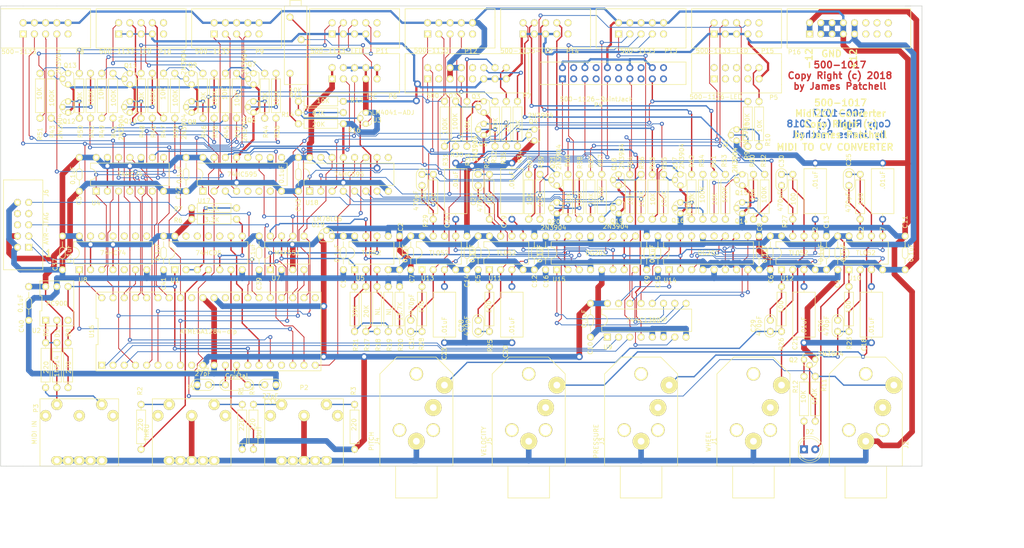
<source format=kicad_pcb>
(kicad_pcb (version 20171130) (host pcbnew "(5.0.0)")
  (layers (0 F.Cu signal) (31 B.Cu signal) (34 B.Paste user) (35 F.Paste user) (36 B.SilkS user) (37 F.SilkS user) (38 B.Mask user) (39 F.Mask user) (44 Edge.Cuts user))
  (net 0 "")
  (net 1 GND)
  (net 2 +15V0)
  (net 3 -15V0)
  (net 4 VCC)
  (net 5 "Net-(C17-Pad1)")
  (net 6 "Net-(C18-Pad1)")
  (net 7 "Net-(C19-Pad1)")
  (net 8 "Net-(C20-Pad1)")
  (net 9 "Net-(C21-Pad1)")
  (net 10 "Net-(C22-Pad1)")
  (net 11 "Net-(C23-Pad1)")
  (net 12 "Net-(C24-Pad1)")
  (net 13 "Net-(C25-Pad1)")
  (net 14 /VELO1)
  (net 15 /PRES1)
  (net 16 "Net-(C26-Pad1)")
  (net 17 /VELO2)
  (net 18 "Net-(C27-Pad1)")
  (net 19 "Net-(C28-Pad1)")
  (net 20 /PRES2)
  (net 21 /PITCH1)
  (net 22 "Net-(C29-Pad1)")
  (net 23 "Net-(C30-Pad1)")
  (net 24 /BEND1)
  (net 25 "Net-(C31-Pad1)")
  (net 26 /PITCH2)
  (net 27 /BEND2)
  (net 28 "Net-(C32-Pad1)")
  (net 29 "Net-(C33-Pad1)")
  (net 30 "Net-(C34-Pad1)")
  (net 31 "Net-(D1-Pad1)")
  (net 32 "Net-(D1-Pad2)")
  (net 33 "Net-(D2-Pad1)")
  (net 34 /GATE0)
  (net 35 /CPU/TCK)
  (net 36 /CPU/TDO)
  (net 37 /CPU/TMS)
  (net 38 /CPU/TDI)
  (net 39 "Net-(P1-Pad5)")
  (net 40 "Net-(P1-Pad4)")
  (net 41 "Net-(P2-Pad5)")
  (net 42 "Net-(P2-Pad4)")
  (net 43 "Net-(P3-Pad4)")
  (net 44 "Net-(P5-Pad10)")
  (net 45 "Net-(Q1-Pad3)")
  (net 46 "Net-(Q1-Pad2)")
  (net 47 "Net-(Q2-Pad2)")
  (net 48 "Net-(Q2-Pad3)")
  (net 49 "Net-(R2-Pad2)")
  (net 50 "Net-(R4-Pad2)")
  (net 51 "Net-(R6-Pad2)")
  (net 52 "Net-(R7-Pad2)")
  (net 53 /CPU/MIDI_IN)
  (net 54 "Net-(R13-Pad2)")
  (net 55 "Net-(R14-Pad2)")
  (net 56 "Net-(R15-Pad2)")
  (net 57 "Net-(R17-Pad2)")
  (net 58 "Net-(R18-Pad2)")
  (net 59 "Net-(R21-Pad2)")
  (net 60 /CPU/MIDI_OUT)
  (net 61 "Net-(U4-Pad1)")
  (net 62 /CPU/LD_DAC)
  (net 63 "Net-(U5-Pad6)")
  (net 64 "/SPI DAC/DacOut")
  (net 65 "/SPI DAC/SHgate")
  (net 66 /CPU/DACCLK)
  (net 67 /CPU/SPICLK)
  (net 68 /CPU/SPIDATA)
  (net 69 /CPU/CLR_IRQ)
  (net 70 /CPU/DACDONE)
  (net 71 /CPU/DACSEL0)
  (net 72 "Net-(U14-Pad1)")
  (net 73 /CPU/DACSEL1)
  (net 74 "Net-(U14-Pad8)")
  (net 75 /CPU/DACSEL2)
  (net 76 "Net-(U14-Pad16)")
  (net 77 "Net-(U14-Pad9)")
  (net 78 "Net-(U15-Pad1)")
  (net 79 "Net-(U15-Pad8)")
  (net 80 "Net-(U15-Pad9)")
  (net 81 "Net-(U15-Pad16)")
  (net 82 /CPU/LD_GATES)
  (net 83 /CPU/LD_TRIGS)
  (net 84 /CPU/TRIG0)
  (net 85 /CPU/TRIG1)
  (net 86 /CPU/TRIG2)
  (net 87 /CPU/TRIG3)
  (net 88 /CPU/TRIG4)
  (net 89 /CPU/TRIG5)
  (net 90 /CPU/TRIG6)
  (net 91 /CPU/TRIG7)
  (net 92 "Net-(P10-Pad8)")
  (net 93 "Net-(P10-Pad6)")
  (net 94 "Net-(P10-Pad4)")
  (net 95 "Net-(P10-Pad2)")
  (net 96 "Net-(P11-Pad8)")
  (net 97 "Net-(P11-Pad6)")
  (net 98 "Net-(P11-Pad4)")
  (net 99 "Net-(P11-Pad2)")
  (net 100 /CPU/TRIG8)
  (net 101 /CPU/TRIG9)
  (net 102 /CPU/TRIG10)
  (net 103 /CPU/TRIG11)
  (net 104 /CPU/TRIG12)
  (net 105 /CPU/TRIG13)
  (net 106 /CPU/TRIG14)
  (net 107 /CPU/TRIG15)
  (net 108 "Net-(P14-Pad8)")
  (net 109 "Net-(P14-Pad6)")
  (net 110 "Net-(P14-Pad4)")
  (net 111 "Net-(P14-Pad2)")
  (net 112 "Net-(P15-Pad8)")
  (net 113 "Net-(P15-Pad6)")
  (net 114 "Net-(P15-Pad4)")
  (net 115 "Net-(P15-Pad2)")
  (net 116 "Net-(Q3-Pad3)")
  (net 117 "Net-(Q3-Pad2)")
  (net 118 "Net-(Q4-Pad3)")
  (net 119 "Net-(Q4-Pad2)")
  (net 120 "Net-(Q5-Pad2)")
  (net 121 "Net-(Q5-Pad3)")
  (net 122 "Net-(Q6-Pad3)")
  (net 123 "Net-(Q6-Pad2)")
  (net 124 "Net-(Q7-Pad3)")
  (net 125 "Net-(Q7-Pad2)")
  (net 126 "Net-(Q8-Pad2)")
  (net 127 "Net-(Q8-Pad3)")
  (net 128 "Net-(Q9-Pad3)")
  (net 129 "Net-(Q9-Pad2)")
  (net 130 "Net-(Q10-Pad3)")
  (net 131 "Net-(Q10-Pad2)")
  (net 132 "Net-(Q11-Pad2)")
  (net 133 "Net-(Q11-Pad3)")
  (net 134 "Net-(Q12-Pad3)")
  (net 135 "Net-(Q12-Pad2)")
  (net 136 "Net-(Q13-Pad2)")
  (net 137 "Net-(Q13-Pad3)")
  (net 138 "Net-(Q14-Pad2)")
  (net 139 "Net-(Q14-Pad3)")
  (net 140 "Net-(Q15-Pad3)")
  (net 141 "Net-(Q15-Pad2)")
  (net 142 "Net-(Q16-Pad2)")
  (net 143 "Net-(Q16-Pad3)")
  (net 144 "Net-(Q17-Pad2)")
  (net 145 "Net-(Q17-Pad3)")
  (net 146 "Net-(Q18-Pad3)")
  (net 147 "Net-(Q18-Pad2)")
  (net 148 "Net-(Q19-Pad2)")
  (net 149 "Net-(Q19-Pad3)")
  (net 150 "Net-(Q20-Pad2)")
  (net 151 "Net-(Q20-Pad3)")
  (net 152 "Net-(Q21-Pad2)")
  (net 153 "Net-(Q21-Pad3)")
  (net 154 /GATE1)
  (net 155 /GATE3)
  (net 156 /GATE2)
  (net 157 /GATE4)
  (net 158 "Net-(U4-Pad12)")
  (net 159 /MIDI_CLOCK)
  (net 160 /STARTSTOP)
  (net 161 /MIDI_RESET)
  (net 162 /CPU/SDA)
  (net 163 /CPU/SCL)
  (net 164 "Net-(R15-Pad3)")
  (module FootPrints:TO92 (layer F.Cu) (at 214.63 114.3 180)
    (fp_text reference Q2 (at 3.6576 -0.1016 180) (layer F.SilkS))
    (fp_text value 2N3904 (at -4.7752 1.27 180) (layer F.SilkS))
    (pad 1 thru_hole circle (at -1.27 0 180) (size 1.397 1.397) (drill 0.8128) (layers *.Cu *.Mask F.SilkS) (net 1 GND))
    (pad 2 thru_hole circle (at 0 -1.27 180) (size 1.397 1.397) (drill 0.8128) (layers *.Cu *.Mask F.SilkS) (net 47 "Net-(Q2-Pad2)"))
    (pad 3 thru_hole circle (at 1.27 0 180) (size 1.397 1.397) (drill 0.8128) (layers *.Cu *.Mask F.SilkS) (net 48 "Net-(Q2-Pad3)"))
  )
  (module FootPrints:AXIAL0.4 (layer F.Cu) (at 213.36 123.19 270)
    (fp_text reference R12 (at -2.7432 1.9304 270) (layer F.SilkS))
    (fp_text value 10K (at -0.508 0.127 270) (layer F.SilkS))
    (pad 1 thru_hole circle (at -5.08 0 270) (size 1.5748 1.5748) (drill 0.9144) (layers *.Cu *.Mask F.SilkS) (net 48 "Net-(Q2-Pad3)"))
    (pad 2 thru_hole circle (at 5.08 0 270) (size 1.5748 1.5748) (drill 0.9144) (layers *.Cu *.Mask F.SilkS) (net 33 "Net-(D2-Pad1)"))
  )
  (module FootPrints:AXIAL0.4 (layer F.Cu) (at 215.9 123.19 270)
    (fp_text reference R11 (at -3.0988 -1.9812 270) (layer F.SilkS))
    (fp_text value 100K (at -0.508 0.127 270) (layer F.SilkS))
    (pad 1 thru_hole circle (at -5.08 0 270) (size 1.5748 1.5748) (drill 0.9144) (layers *.Cu *.Mask F.SilkS) (net 34 /GATE0))
    (pad 2 thru_hole circle (at 5.08 0 270) (size 1.5748 1.5748) (drill 0.9144) (layers *.Cu *.Mask F.SilkS) (net 47 "Net-(Q2-Pad2)"))
  )
  (module FootPrints:CAP-Bypass-0.3 (layer F.Cu) (at 109.22 90.17 270)
    (fp_text reference C1 (at 6.985 0 270) (layer F.SilkS))
    (fp_text value 0.1uF (at 0.1016 1.4224 270) (layer F.SilkS))
    (pad 2 thru_hole circle (at 3.81 0 270) (size 1.5748 1.5748) (drill 0.9144) (layers *.Cu *.Mask F.SilkS) (net 1 GND))
    (pad 1 thru_hole circle (at -3.81 0 270) (size 1.5748 1.5748) (drill 0.9144) (layers *.Cu *.Mask F.SilkS) (net 2 +15V0))
  )
  (module FootPrints:CAP-Bypass-0.3 (layer F.Cu) (at 121.92 90.17 90)
    (fp_text reference C2 (at 5.842 0.254 90) (layer F.SilkS))
    (fp_text value 0.1uF (at -0.1524 1.27 90) (layer F.SilkS))
    (pad 2 thru_hole circle (at 3.81 0 90) (size 1.5748 1.5748) (drill 0.9144) (layers *.Cu *.Mask F.SilkS) (net 1 GND))
    (pad 1 thru_hole circle (at -3.81 0 90) (size 1.5748 1.5748) (drill 0.9144) (layers *.Cu *.Mask F.SilkS) (net 3 -15V0))
  )
  (module FootPrints:CAP-Bypass-0.3 (layer F.Cu) (at 49.53 72.39 270)
    (fp_text reference C3 (at 5.9436 0.0508 270) (layer F.SilkS))
    (fp_text value 0.1uF (at 0.254 1.4732 270) (layer F.SilkS))
    (pad 1 thru_hole circle (at -3.81 0 270) (size 1.5748 1.5748) (drill 0.9144) (layers *.Cu *.Mask F.SilkS) (net 4 VCC))
    (pad 2 thru_hole circle (at 3.81 0 270) (size 1.5748 1.5748) (drill 0.9144) (layers *.Cu *.Mask F.SilkS) (net 1 GND))
  )
  (module FootPrints:CAP-Bypass-0.3 (layer F.Cu) (at 220.98 90.17 270)
    (fp_text reference C4 (at 6.985 0 270) (layer F.SilkS))
    (fp_text value 0.1uF (at 0 3.81 270) (layer F.SilkS))
    (pad 1 thru_hole circle (at -3.81 0 270) (size 1.5748 1.5748) (drill 0.9144) (layers *.Cu *.Mask F.SilkS) (net 2 +15V0))
    (pad 2 thru_hole circle (at 3.81 0 270) (size 1.5748 1.5748) (drill 0.9144) (layers *.Cu *.Mask F.SilkS) (net 1 GND))
  )
  (module FootPrints:CAP-Bypass-0.3 (layer F.Cu) (at 139.7 90.17 270)
    (fp_text reference C5 (at 5.8928 0.0508 270) (layer F.SilkS))
    (fp_text value 0.1uF (at 0.1524 1.3716 270) (layer F.SilkS))
    (pad 2 thru_hole circle (at 3.81 0 270) (size 1.5748 1.5748) (drill 0.9144) (layers *.Cu *.Mask F.SilkS) (net 1 GND))
    (pad 1 thru_hole circle (at -3.81 0 270) (size 1.5748 1.5748) (drill 0.9144) (layers *.Cu *.Mask F.SilkS) (net 2 +15V0))
  )
  (module FootPrints:CAP-Bypass-0.3 (layer F.Cu) (at 205.74 90.17 270)
    (fp_text reference C6 (at 5.9436 -0.1524 270) (layer F.SilkS))
    (fp_text value 0.1uF (at 0.2032 1.27 270) (layer F.SilkS))
    (pad 2 thru_hole circle (at 3.81 0 270) (size 1.5748 1.5748) (drill 0.9144) (layers *.Cu *.Mask F.SilkS) (net 1 GND))
    (pad 1 thru_hole circle (at -3.81 0 270) (size 1.5748 1.5748) (drill 0.9144) (layers *.Cu *.Mask F.SilkS) (net 2 +15V0))
  )
  (module FootPrints:CAP-Bypass-0.3 (layer F.Cu) (at 124.46 90.17 270)
    (fp_text reference C7 (at 5.842 -0.3048 270) (layer F.SilkS))
    (fp_text value 0.1uF (at 0.1016 1.27 270) (layer F.SilkS))
    (pad 2 thru_hole circle (at 3.81 0 270) (size 1.5748 1.5748) (drill 0.9144) (layers *.Cu *.Mask F.SilkS) (net 1 GND))
    (pad 1 thru_hole circle (at -3.81 0 270) (size 1.5748 1.5748) (drill 0.9144) (layers *.Cu *.Mask F.SilkS) (net 2 +15V0))
  )
  (module FootPrints:CAP-Bypass-0.3 (layer F.Cu) (at 203.2 90.17 90)
    (fp_text reference C8 (at 5.842 0.1524 90) (layer F.SilkS))
    (fp_text value 0.1uF (at -0.2032 1.27 90) (layer F.SilkS))
    (pad 1 thru_hole circle (at -3.81 0 90) (size 1.5748 1.5748) (drill 0.9144) (layers *.Cu *.Mask F.SilkS) (net 3 -15V0))
    (pad 2 thru_hole circle (at 3.81 0 90) (size 1.5748 1.5748) (drill 0.9144) (layers *.Cu *.Mask F.SilkS) (net 1 GND))
  )
  (module FootPrints:CAP-Bypass-0.3 (layer F.Cu) (at 177.8 90.17 90)
    (fp_text reference C9 (at -6.096 0.1016 90) (layer F.SilkS))
    (fp_text value 0.1uF (at -0.2032 1.27 90) (layer F.SilkS))
    (pad 2 thru_hole circle (at 3.81 0 90) (size 1.5748 1.5748) (drill 0.9144) (layers *.Cu *.Mask F.SilkS) (net 1 GND))
    (pad 1 thru_hole circle (at -3.81 0 90) (size 1.5748 1.5748) (drill 0.9144) (layers *.Cu *.Mask F.SilkS) (net 3 -15V0))
  )
  (module FootPrints:CAP-Bypass-0.3 (layer F.Cu) (at 165.1 105.41 270)
    (fp_text reference C10 (at 6.35 0.0508 270) (layer F.SilkS))
    (fp_text value 0.1uF (at -0.3556 1.4224 270) (layer F.SilkS))
    (pad 1 thru_hole circle (at -3.81 0 270) (size 1.5748 1.5748) (drill 0.9144) (layers *.Cu *.Mask F.SilkS) (net 4 VCC))
    (pad 2 thru_hole circle (at 3.81 0 270) (size 1.5748 1.5748) (drill 0.9144) (layers *.Cu *.Mask F.SilkS) (net 1 GND))
  )
  (module FootPrints:CAP-Bypass-0.3 (layer F.Cu) (at 236.22 90.17 90)
    (fp_text reference C11 (at 6.985 0 90) (layer F.SilkS))
    (fp_text value 0.1uF (at 0 1.3208 90) (layer F.SilkS))
    (pad 1 thru_hole circle (at -3.81 0 90) (size 1.5748 1.5748) (drill 0.9144) (layers *.Cu *.Mask F.SilkS) (net 3 -15V0))
    (pad 2 thru_hole circle (at 3.81 0 90) (size 1.5748 1.5748) (drill 0.9144) (layers *.Cu *.Mask F.SilkS) (net 1 GND))
  )
  (module FootPrints:CAP-Bypass-0.3 (layer F.Cu) (at 152.4 90.17 90)
    (fp_text reference C12 (at -6.4516 0.0508 90) (layer F.SilkS))
    (fp_text value 0.1uF (at -0.1524 1.2192 90) (layer F.SilkS))
    (pad 1 thru_hole circle (at -3.81 0 90) (size 1.5748 1.5748) (drill 0.9144) (layers *.Cu *.Mask F.SilkS) (net 3 -15V0))
    (pad 2 thru_hole circle (at 3.81 0 90) (size 1.5748 1.5748) (drill 0.9144) (layers *.Cu *.Mask F.SilkS) (net 1 GND))
  )
  (module FootPrints:CAP-Bypass-0.3 (layer F.Cu) (at 218.44 90.17 90)
    (fp_text reference C13 (at 6.985 0 90) (layer F.SilkS))
    (fp_text value 0.1uF (at 0 3.81 90) (layer F.SilkS))
    (pad 1 thru_hole circle (at -3.81 0 90) (size 1.5748 1.5748) (drill 0.9144) (layers *.Cu *.Mask F.SilkS) (net 3 -15V0))
    (pad 2 thru_hole circle (at 3.81 0 90) (size 1.5748 1.5748) (drill 0.9144) (layers *.Cu *.Mask F.SilkS) (net 1 GND))
  )
  (module FootPrints:CAP-Bypass-0.3 (layer F.Cu) (at 137.16 90.17 90)
    (fp_text reference C14 (at -6.35 0 90) (layer F.SilkS))
    (fp_text value 0.1uF (at -0.1524 1.2192 90) (layer F.SilkS))
    (pad 1 thru_hole circle (at -3.81 0 90) (size 1.5748 1.5748) (drill 0.9144) (layers *.Cu *.Mask F.SilkS) (net 3 -15V0))
    (pad 2 thru_hole circle (at 3.81 0 90) (size 1.5748 1.5748) (drill 0.9144) (layers *.Cu *.Mask F.SilkS) (net 1 GND))
  )
  (module FootPrints:CAP-Bypass-0.3 (layer F.Cu) (at 180.34 90.17 270)
    (fp_text reference C15 (at 6.604 0 270) (layer F.SilkS))
    (fp_text value 0.1uF (at 0.2032 1.27 270) (layer F.SilkS))
    (pad 2 thru_hole circle (at 3.81 0 270) (size 1.5748 1.5748) (drill 0.9144) (layers *.Cu *.Mask F.SilkS) (net 1 GND))
    (pad 1 thru_hole circle (at -3.81 0 270) (size 1.5748 1.5748) (drill 0.9144) (layers *.Cu *.Mask F.SilkS) (net 2 +15V0))
  )
  (module FootPrints:CAP-AXIAL-0.5x0.2 (layer F.Cu) (at 233.68 77.47 90)
    (fp_text reference C17 (at -8.255 -2.54 90) (layer F.SilkS))
    (fp_text value .01uF (at 3.81 -2.54 90) (layer F.SilkS))
    (pad 2 thru_hole circle (at 7.62 -2.54 90) (size 1.5748 1.5748) (drill 0.9144) (layers *.Cu *.Mask) (net 1 GND))
    (pad 1 thru_hole circle (at -5.08 -2.54 90) (size 1.5748 1.5748) (drill 0.9144) (layers *.Cu *.Mask) (net 5 "Net-(C17-Pad1)"))
  )
  (module FootPrints:CAP-AXIAL-0.5x0.2 (layer F.Cu) (at 226.06 102.87 270)
    (fp_text reference C18 (at 8.0772 -0.8636 270) (layer F.SilkS))
    (fp_text value .01uF (at 3.81 -2.54 270) (layer F.SilkS))
    (pad 1 thru_hole circle (at -5.08 -2.54 270) (size 1.5748 1.5748) (drill 0.9144) (layers *.Cu *.Mask) (net 6 "Net-(C18-Pad1)"))
    (pad 2 thru_hole circle (at 7.62 -2.54 270) (size 1.5748 1.5748) (drill 0.9144) (layers *.Cu *.Mask) (net 1 GND))
  )
  (module FootPrints:CAP-AXIAL-0.5x0.2 (layer F.Cu) (at 149.86 77.47 90)
    (fp_text reference C19 (at -5.6388 -4.318 90) (layer F.SilkS))
    (fp_text value .01uF (at 3.81 -2.54 90) (layer F.SilkS))
    (pad 2 thru_hole circle (at 7.62 -2.54 90) (size 1.5748 1.5748) (drill 0.9144) (layers *.Cu *.Mask) (net 1 GND))
    (pad 1 thru_hole circle (at -5.08 -2.54 90) (size 1.5748 1.5748) (drill 0.9144) (layers *.Cu *.Mask) (net 7 "Net-(C19-Pad1)"))
  )
  (module FootPrints:CAP-AXIAL-0.5x0.2 (layer F.Cu) (at 144.78 102.87 270)
    (fp_text reference C20 (at 9.6012 -1.1176 270) (layer F.SilkS))
    (fp_text value .01uF (at 3.81 -2.54 270) (layer F.SilkS))
    (pad 1 thru_hole circle (at -5.08 -2.54 270) (size 1.5748 1.5748) (drill 0.9144) (layers *.Cu *.Mask) (net 8 "Net-(C20-Pad1)"))
    (pad 2 thru_hole circle (at 7.62 -2.54 270) (size 1.5748 1.5748) (drill 0.9144) (layers *.Cu *.Mask) (net 1 GND))
  )
  (module FootPrints:CAP-AXIAL-0.5x0.2 (layer F.Cu) (at 210.82 102.87 270)
    (fp_text reference C21 (at 7.8232 -0.508 270) (layer F.SilkS))
    (fp_text value .01uF (at 3.81 -2.54 270) (layer F.SilkS))
    (pad 1 thru_hole circle (at -5.08 -2.54 270) (size 1.5748 1.5748) (drill 0.9144) (layers *.Cu *.Mask) (net 9 "Net-(C21-Pad1)"))
    (pad 2 thru_hole circle (at 7.62 -2.54 270) (size 1.5748 1.5748) (drill 0.9144) (layers *.Cu *.Mask) (net 1 GND))
  )
  (module FootPrints:CAP-AXIAL-0.5x0.2 (layer F.Cu) (at 218.44 77.47 90)
    (fp_text reference C22 (at -8.255 -2.54 90) (layer F.SilkS))
    (fp_text value .01uF (at 3.81 -2.54 90) (layer F.SilkS))
    (pad 2 thru_hole circle (at 7.62 -2.54 90) (size 1.5748 1.5748) (drill 0.9144) (layers *.Cu *.Mask) (net 1 GND))
    (pad 1 thru_hole circle (at -5.08 -2.54 90) (size 1.5748 1.5748) (drill 0.9144) (layers *.Cu *.Mask) (net 10 "Net-(C22-Pad1)"))
  )
  (module FootPrints:CAP-AXIAL-0.5x0.2 (layer F.Cu) (at 129.54 102.87 270)
    (fp_text reference C23 (at 10.1092 -2.4892 270) (layer F.SilkS))
    (fp_text value .01uF (at 3.81 -2.54 270) (layer F.SilkS))
    (pad 1 thru_hole circle (at -5.08 -2.54 270) (size 1.5748 1.5748) (drill 0.9144) (layers *.Cu *.Mask) (net 11 "Net-(C23-Pad1)"))
    (pad 2 thru_hole circle (at 7.62 -2.54 270) (size 1.5748 1.5748) (drill 0.9144) (layers *.Cu *.Mask) (net 1 GND))
  )
  (module FootPrints:CAP-AXIAL-0.5x0.2 (layer F.Cu) (at 137.16 77.47 90)
    (fp_text reference C24 (at -5.588 -4.4704 90) (layer F.SilkS))
    (fp_text value .01uF (at 3.81 -2.54 90) (layer F.SilkS))
    (pad 2 thru_hole circle (at 7.62 -2.54 90) (size 1.5748 1.5748) (drill 0.9144) (layers *.Cu *.Mask) (net 1 GND))
    (pad 1 thru_hole circle (at -5.08 -2.54 90) (size 1.5748 1.5748) (drill 0.9144) (layers *.Cu *.Mask) (net 12 "Net-(C24-Pad1)"))
  )
  (module FootPrints:CAP-0.1 (layer F.Cu) (at 223.52 73.66 90)
    (fp_text reference C25 (at 4.5212 -0.0508 90) (layer F.SilkS))
    (fp_text value 470pF (at -5.08 -0.1524 90) (layer F.SilkS))
    (pad 1 thru_hole circle (at -1.27 0 90) (size 1.5748 1.5748) (drill 0.9144) (layers *.Cu *.Mask F.SilkS) (net 13 "Net-(C25-Pad1)"))
    (pad 2 thru_hole circle (at 1.27 0 90) (size 1.5748 1.5748) (drill 0.9144) (layers *.Cu *.Mask F.SilkS) (net 14 /VELO1))
  )
  (module FootPrints:CAP-0.1 (layer F.Cu) (at 220.98 106.68 270)
    (fp_text reference C26 (at 0 3.81 270) (layer F.SilkS))
    (fp_text value 470pF (at 0 2.54 270) (layer F.SilkS))
    (pad 2 thru_hole circle (at 1.27 0 270) (size 1.5748 1.5748) (drill 0.9144) (layers *.Cu *.Mask F.SilkS) (net 15 /PRES1))
    (pad 1 thru_hole circle (at -1.27 0 270) (size 1.5748 1.5748) (drill 0.9144) (layers *.Cu *.Mask F.SilkS) (net 16 "Net-(C26-Pad1)"))
  )
  (module FootPrints:CAP-0.1 (layer F.Cu) (at 139.7 73.66 90)
    (fp_text reference C27 (at -4.3688 -1.0668 90) (layer F.SilkS))
    (fp_text value 470pF (at -4.9784 0.4064 90) (layer F.SilkS))
    (pad 2 thru_hole circle (at 1.27 0 90) (size 1.5748 1.5748) (drill 0.9144) (layers *.Cu *.Mask F.SilkS) (net 17 /VELO2))
    (pad 1 thru_hole circle (at -1.27 0 90) (size 1.5748 1.5748) (drill 0.9144) (layers *.Cu *.Mask F.SilkS) (net 18 "Net-(C27-Pad1)"))
  )
  (module FootPrints:CAP-0.1 (layer F.Cu) (at 139.7 106.68 270)
    (fp_text reference C28 (at 0 3.81 270) (layer F.SilkS))
    (fp_text value 470pF (at 0 2.54 270) (layer F.SilkS))
    (pad 1 thru_hole circle (at -1.27 0 270) (size 1.5748 1.5748) (drill 0.9144) (layers *.Cu *.Mask F.SilkS) (net 19 "Net-(C28-Pad1)"))
    (pad 2 thru_hole circle (at 1.27 0 270) (size 1.5748 1.5748) (drill 0.9144) (layers *.Cu *.Mask F.SilkS) (net 20 /PRES2))
  )
  (module FootPrints:CAP-0.1 (layer F.Cu) (at 205.74 106.68 270)
    (fp_text reference C29 (at 0 3.81 270) (layer F.SilkS))
    (fp_text value 470pF (at 0 2.54 270) (layer F.SilkS))
    (pad 2 thru_hole circle (at 1.27 0 270) (size 1.5748 1.5748) (drill 0.9144) (layers *.Cu *.Mask F.SilkS) (net 21 /PITCH1))
    (pad 1 thru_hole circle (at -1.27 0 270) (size 1.5748 1.5748) (drill 0.9144) (layers *.Cu *.Mask F.SilkS) (net 22 "Net-(C29-Pad1)"))
  )
  (module FootPrints:CAP-0.1 (layer F.Cu) (at 208.28 73.66 90)
    (fp_text reference C30 (at 4.2164 0 90) (layer F.SilkS))
    (fp_text value 470pF (at -4.826 -0.254 90) (layer F.SilkS))
    (pad 1 thru_hole circle (at -1.27 0 90) (size 1.5748 1.5748) (drill 0.9144) (layers *.Cu *.Mask F.SilkS) (net 23 "Net-(C30-Pad1)"))
    (pad 2 thru_hole circle (at 1.27 0 90) (size 1.5748 1.5748) (drill 0.9144) (layers *.Cu *.Mask F.SilkS) (net 24 /BEND1))
  )
  (module FootPrints:CAP-0.1 (layer F.Cu) (at 124.46 106.68 270)
    (fp_text reference C31 (at 3.9624 -0.2032 270) (layer F.SilkS))
    (fp_text value 470pF (at -4.9784 -0.1524 270) (layer F.SilkS))
    (pad 1 thru_hole circle (at -1.27 0 270) (size 1.5748 1.5748) (drill 0.9144) (layers *.Cu *.Mask F.SilkS) (net 25 "Net-(C31-Pad1)"))
    (pad 2 thru_hole circle (at 1.27 0 270) (size 1.5748 1.5748) (drill 0.9144) (layers *.Cu *.Mask F.SilkS) (net 26 /PITCH2))
  )
  (module FootPrints:CAP-0.1 (layer F.Cu) (at 127 73.66 90)
    (fp_text reference C32 (at -4.064 0.3556 90) (layer F.SilkS))
    (fp_text value 470pF (at -4.6736 -1.3208 90) (layer F.SilkS))
    (pad 2 thru_hole circle (at 1.27 0 90) (size 1.5748 1.5748) (drill 0.9144) (layers *.Cu *.Mask F.SilkS) (net 27 /BEND2))
    (pad 1 thru_hole circle (at -1.27 0 90) (size 1.5748 1.5748) (drill 0.9144) (layers *.Cu *.Mask F.SilkS) (net 28 "Net-(C32-Pad1)"))
  )
  (module FootPrints:CAP-0.1 (layer F.Cu) (at 92.71 120.015)
    (fp_text reference C33 (at 0 3.81) (layer F.SilkS))
    (fp_text value 27pF (at 0 2.54) (layer F.SilkS))
    (pad 1 thru_hole circle (at -1.27 0) (size 1.5748 1.5748) (drill 0.9144) (layers *.Cu *.Mask F.SilkS) (net 29 "Net-(C33-Pad1)"))
    (pad 2 thru_hole circle (at 1.27 0) (size 1.5748 1.5748) (drill 0.9144) (layers *.Cu *.Mask F.SilkS) (net 1 GND))
  )
  (module FootPrints:CAP-0.1 (layer F.Cu) (at 77.47 120.015 180)
    (fp_text reference C34 (at 0 3.81 180) (layer F.SilkS))
    (fp_text value 27pF (at 0 2.54 180) (layer F.SilkS))
    (pad 2 thru_hole circle (at 1.27 0 180) (size 1.5748 1.5748) (drill 0.9144) (layers *.Cu *.Mask F.SilkS) (net 1 GND))
    (pad 1 thru_hole circle (at -1.27 0 180) (size 1.5748 1.5748) (drill 0.9144) (layers *.Cu *.Mask F.SilkS) (net 30 "Net-(C34-Pad1)"))
  )
  (module FootPrints:DIODE0.4 (layer F.Cu) (at 44.45 115.57 270)
    (fp_text reference D1 (at -7.2136 -0.1016 270) (layer F.SilkS))
    (fp_text value 1N914 (at 0.254 0 270) (layer F.SilkS))
    (pad 1 thru_hole circle (at -5.08 0 270) (size 1.5748 1.5748) (drill 0.9144) (layers *.Cu *.Mask F.SilkS) (net 31 "Net-(D1-Pad1)"))
    (pad 2 thru_hole circle (at 5.08 0 270) (size 1.5748 1.5748) (drill 0.9144) (layers *.Cu *.Mask F.SilkS) (net 32 "Net-(D1-Pad2)"))
  )
  (module FootPrints:LED_5.0mm (layer F.Cu) (at 213.36 134.62)
    (fp_text reference D2 (at 1.27 -3.96) (layer F.SilkS))
    (fp_text value LED_ALT hide)
    (pad 1 thru_hole rect (at 0 0) (size 1.8 1.8) (drill 0.9144) (layers *.Cu *.Mask) (net 33 "Net-(D2-Pad1)"))
    (pad 2 thru_hole circle (at 2.54 0) (size 1.8 1.8) (drill 0.9144) (layers *.Cu *.Mask) (net 2 +15V0))
  )
  (module FootPrints:PHONE-SC112A (layer F.Cu) (at 201.93 138.43 270)
    (fp_text reference J1 (at -5.6388 8.89 270) (layer F.SilkS))
    (fp_text value WHEEL (at -5.6388 10.16 270) (layer F.SilkS))
    (pad "" thru_hole circle (at -8.1788 3.81 270) (size 3.048 3.048) (drill 2.413) (layers *.Cu *.Mask F.SilkS))
    (pad "" thru_hole circle (at -20.8788 0 270) (size 3.048 3.048) (drill 2.413) (layers *.Cu *.Mask F.SilkS))
    (pad 3 thru_hole circle (at -18.3388 -6.35 270) (size 3.81 3.81) (drill 1.524) (layers *.Cu *.Mask F.SilkS) (net 24 /BEND1))
    (pad 2 thru_hole circle (at -13.2588 -3.81 270) (size 3.81 3.81) (drill 1.524) (layers *.Cu *.Mask F.SilkS))
    (pad "" thru_hole circle (at -8.1788 -3.81 270) (size 3.048 3.048) (drill 2.413) (layers *.Cu *.Mask F.SilkS))
    (pad 1 thru_hole circle (at -5.6388 0 270) (size 3.81 3.81) (drill 1.524) (layers *.Cu *.Mask F.SilkS) (net 1 GND))
  )
  (module FootPrints:PHONE-SC112A (layer F.Cu) (at 227.33 138.43 270)
    (fp_text reference J2 (at -4.826 -9.0932 270) (layer F.SilkS))
    (fp_text value GATE hide)
    (pad 1 thru_hole circle (at -5.6388 0 270) (size 3.81 3.81) (drill 1.524) (layers *.Cu *.Mask F.SilkS) (net 1 GND))
    (pad "" thru_hole circle (at -8.1788 -3.81 270) (size 3.048 3.048) (drill 2.413) (layers *.Cu *.Mask F.SilkS))
    (pad 2 thru_hole circle (at -13.2588 -3.81 270) (size 3.81 3.81) (drill 1.524) (layers *.Cu *.Mask F.SilkS))
    (pad 3 thru_hole circle (at -18.3388 -6.35 270) (size 3.81 3.81) (drill 1.524) (layers *.Cu *.Mask F.SilkS) (net 34 /GATE0))
    (pad "" thru_hole circle (at -20.8788 0 270) (size 3.048 3.048) (drill 2.413) (layers *.Cu *.Mask F.SilkS))
    (pad "" thru_hole circle (at -8.1788 3.81 270) (size 3.048 3.048) (drill 2.413) (layers *.Cu *.Mask F.SilkS))
  )
  (module FootPrints:PHONE-SC112A (layer F.Cu) (at 176.53 138.43 270)
    (fp_text reference J3 (at -5.6388 8.89 270) (layer F.SilkS))
    (fp_text value PRESSURE (at -5.6388 10.16 270) (layer F.SilkS))
    (pad 1 thru_hole circle (at -5.6388 0 270) (size 3.81 3.81) (drill 1.524) (layers *.Cu *.Mask F.SilkS) (net 1 GND))
    (pad "" thru_hole circle (at -8.1788 -3.81 270) (size 3.048 3.048) (drill 2.413) (layers *.Cu *.Mask F.SilkS))
    (pad 2 thru_hole circle (at -13.2588 -3.81 270) (size 3.81 3.81) (drill 1.524) (layers *.Cu *.Mask F.SilkS))
    (pad 3 thru_hole circle (at -18.3388 -6.35 270) (size 3.81 3.81) (drill 1.524) (layers *.Cu *.Mask F.SilkS) (net 15 /PRES1))
    (pad "" thru_hole circle (at -20.8788 0 270) (size 3.048 3.048) (drill 2.413) (layers *.Cu *.Mask F.SilkS))
    (pad "" thru_hole circle (at -8.1788 3.81 270) (size 3.048 3.048) (drill 2.413) (layers *.Cu *.Mask F.SilkS))
  )
  (module FootPrints:PHONE-SC112A (layer F.Cu) (at 125.73 138.43 270)
    (fp_text reference J4 (at -5.6388 8.89 270) (layer F.SilkS))
    (fp_text value PITCH (at -5.6388 10.16 270) (layer F.SilkS))
    (pad 1 thru_hole circle (at -5.6388 0 270) (size 3.81 3.81) (drill 1.524) (layers *.Cu *.Mask F.SilkS) (net 1 GND))
    (pad "" thru_hole circle (at -8.1788 -3.81 270) (size 3.048 3.048) (drill 2.413) (layers *.Cu *.Mask F.SilkS))
    (pad 2 thru_hole circle (at -13.2588 -3.81 270) (size 3.81 3.81) (drill 1.524) (layers *.Cu *.Mask F.SilkS))
    (pad 3 thru_hole circle (at -18.3388 -6.35 270) (size 3.81 3.81) (drill 1.524) (layers *.Cu *.Mask F.SilkS) (net 21 /PITCH1))
    (pad "" thru_hole circle (at -20.8788 0 270) (size 3.048 3.048) (drill 2.413) (layers *.Cu *.Mask F.SilkS))
    (pad "" thru_hole circle (at -8.1788 3.81 270) (size 3.048 3.048) (drill 2.413) (layers *.Cu *.Mask F.SilkS))
  )
  (module FootPrints:PHONE-SC112A (layer F.Cu) (at 151.13 138.43 270)
    (fp_text reference J5 (at -5.6388 8.89 270) (layer F.SilkS))
    (fp_text value VELOCITY (at -5.6388 10.16 270) (layer F.SilkS))
    (pad "" thru_hole circle (at -8.1788 3.81 270) (size 3.048 3.048) (drill 2.413) (layers *.Cu *.Mask F.SilkS))
    (pad "" thru_hole circle (at -20.8788 0 270) (size 3.048 3.048) (drill 2.413) (layers *.Cu *.Mask F.SilkS))
    (pad 3 thru_hole circle (at -18.3388 -6.35 270) (size 3.81 3.81) (drill 1.524) (layers *.Cu *.Mask F.SilkS) (net 14 /VELO1))
    (pad 2 thru_hole circle (at -13.2588 -3.81 270) (size 3.81 3.81) (drill 1.524) (layers *.Cu *.Mask F.SilkS))
    (pad "" thru_hole circle (at -8.1788 -3.81 270) (size 3.048 3.048) (drill 2.413) (layers *.Cu *.Mask F.SilkS))
    (pad 1 thru_hole circle (at -5.6388 0 270) (size 3.81 3.81) (drill 1.524) (layers *.Cu *.Mask F.SilkS) (net 1 GND))
  )
  (module FootPrints:IDC5x2_Vert (layer F.Cu) (at 36.83 83.82 270)
    (fp_text reference J6 (at -7.1755 -5.207 270) (layer F.SilkS))
    (fp_text value AVR-JTAG (at 0.8255 -5.207 270) (layer F.SilkS))
    (pad 1 thru_hole rect (at 5.08 -1.27 270) (size 1.5748 1.5748) (drill 0.9144) (layers *.Cu *.Mask F.SilkS) (net 35 /CPU/TCK))
    (pad 2 thru_hole circle (at 5.08 1.27 270) (size 1.5748 1.5748) (drill 0.9144) (layers *.Cu *.Mask F.SilkS) (net 1 GND))
    (pad 3 thru_hole circle (at 2.54 -1.27 270) (size 1.5748 1.5748) (drill 0.9144) (layers *.Cu *.Mask F.SilkS) (net 36 /CPU/TDO))
    (pad 4 thru_hole circle (at 2.54 1.27 270) (size 1.5748 1.5748) (drill 0.9144) (layers *.Cu *.Mask F.SilkS) (net 4 VCC))
    (pad 5 thru_hole circle (at 0 -1.27 270) (size 1.5748 1.5748) (drill 0.9144) (layers *.Cu *.Mask F.SilkS) (net 37 /CPU/TMS))
    (pad 6 thru_hole circle (at 0 1.27 270) (size 1.5748 1.5748) (drill 0.9144) (layers *.Cu *.Mask F.SilkS))
    (pad 7 thru_hole circle (at -2.54 -1.27 270) (size 1.5748 1.5748) (drill 0.9144) (layers *.Cu *.Mask F.SilkS))
    (pad 8 thru_hole circle (at -2.54 1.27 270) (size 1.5748 1.5748) (drill 0.9144) (layers *.Cu *.Mask F.SilkS))
    (pad 9 thru_hole circle (at -5.08 -1.27 270) (size 1.5748 1.5748) (drill 0.9144) (layers *.Cu *.Mask F.SilkS) (net 38 /CPU/TDI))
    (pad 10 thru_hole circle (at -5.08 1.27 270) (size 1.5748 1.5748) (drill 0.9144) (layers *.Cu *.Mask F.SilkS) (net 1 GND))
  )
  (module FootPrints:DIN-5-PIN (layer F.Cu) (at 74.93 138.43)
    (fp_text reference P1 (at 0 -17.78) (layer F.SilkS))
    (fp_text value THRU (at -10.16 -7.62 90) (layer F.SilkS))
    (pad 10 thru_hole oval (at 5.08 -1.27) (size 2.54 2.032) (drill 1.27) (layers *.Cu *.Mask F.SilkS) (net 1 GND))
    (pad 8 thru_hole oval (at -5.08 -1.27) (size 2.54 2.032) (drill 1.27) (layers *.Cu *.Mask F.SilkS) (net 1 GND))
    (pad 9 thru_hole oval (at 0 -1.27) (size 2.54 2.032) (drill 1.27) (layers *.Cu *.Mask F.SilkS) (net 1 GND))
    (pad 6 thru_hole oval (at -2.54 -1.27) (size 2.54 2.032) (drill 1.27) (layers *.Cu *.Mask F.SilkS) (net 1 GND))
    (pad 7 thru_hole oval (at 2.54 -1.27) (size 2.54 2.032) (drill 1.27) (layers *.Cu *.Mask F.SilkS) (net 1 GND))
    (pad 2 thru_hole circle (at 0 -11.43) (size 2.54 2.54) (drill 1.27) (layers *.Cu *.Mask F.SilkS) (net 1 GND))
    (pad 3 thru_hole circle (at -7.62 -11.43) (size 2.54 2.54) (drill 1.27) (layers *.Cu *.Mask F.SilkS))
    (pad 1 thru_hole circle (at 7.62 -11.43) (size 2.54 2.54) (drill 1.27) (layers *.Cu *.Mask F.SilkS))
    (pad 5 thru_hole circle (at -5.08 -13.97) (size 2.54 2.54) (drill 1.27) (layers *.Cu *.Mask F.SilkS) (net 39 "Net-(P1-Pad5)"))
    (pad 4 thru_hole circle (at 5.08 -13.97) (size 2.54 2.54) (drill 1.27) (layers *.Cu *.Mask F.SilkS) (net 40 "Net-(P1-Pad4)"))
  )
  (module FootPrints:DIN-5-PIN (layer F.Cu) (at 100.33 138.43)
    (fp_text reference P2 (at 0 -17.78) (layer F.SilkS))
    (fp_text value OUT (at -10.16 -7.62 90) (layer F.SilkS))
    (pad 10 thru_hole oval (at 5.08 -1.27) (size 2.54 2.032) (drill 1.27) (layers *.Cu *.Mask F.SilkS) (net 1 GND))
    (pad 8 thru_hole oval (at -5.08 -1.27) (size 2.54 2.032) (drill 1.27) (layers *.Cu *.Mask F.SilkS) (net 1 GND))
    (pad 9 thru_hole oval (at 0 -1.27) (size 2.54 2.032) (drill 1.27) (layers *.Cu *.Mask F.SilkS) (net 1 GND))
    (pad 6 thru_hole oval (at -2.54 -1.27) (size 2.54 2.032) (drill 1.27) (layers *.Cu *.Mask F.SilkS) (net 1 GND))
    (pad 7 thru_hole oval (at 2.54 -1.27) (size 2.54 2.032) (drill 1.27) (layers *.Cu *.Mask F.SilkS) (net 1 GND))
    (pad 2 thru_hole circle (at 0 -11.43) (size 2.54 2.54) (drill 1.27) (layers *.Cu *.Mask F.SilkS) (net 1 GND))
    (pad 3 thru_hole circle (at -7.62 -11.43) (size 2.54 2.54) (drill 1.27) (layers *.Cu *.Mask F.SilkS))
    (pad 1 thru_hole circle (at 7.62 -11.43) (size 2.54 2.54) (drill 1.27) (layers *.Cu *.Mask F.SilkS))
    (pad 5 thru_hole circle (at -5.08 -13.97) (size 2.54 2.54) (drill 1.27) (layers *.Cu *.Mask F.SilkS) (net 41 "Net-(P2-Pad5)"))
    (pad 4 thru_hole circle (at 5.08 -13.97) (size 2.54 2.54) (drill 1.27) (layers *.Cu *.Mask F.SilkS) (net 42 "Net-(P2-Pad4)"))
  )
  (module FootPrints:DIN-5-PIN (layer F.Cu) (at 49.53 138.43)
    (fp_text reference P3 (at -9.8044 -13.1064 90) (layer F.SilkS))
    (fp_text value "MIDI IN" (at -10.16 -7.62 90) (layer F.SilkS))
    (pad 4 thru_hole circle (at 5.08 -13.97) (size 2.54 2.54) (drill 1.27) (layers *.Cu *.Mask F.SilkS) (net 43 "Net-(P3-Pad4)"))
    (pad 5 thru_hole circle (at -5.08 -13.97) (size 2.54 2.54) (drill 1.27) (layers *.Cu *.Mask F.SilkS) (net 32 "Net-(D1-Pad2)"))
    (pad 1 thru_hole circle (at 7.62 -11.43) (size 2.54 2.54) (drill 1.27) (layers *.Cu *.Mask F.SilkS))
    (pad 3 thru_hole circle (at -7.62 -11.43) (size 2.54 2.54) (drill 1.27) (layers *.Cu *.Mask F.SilkS))
    (pad 2 thru_hole circle (at 0 -11.43) (size 2.54 2.54) (drill 1.27) (layers *.Cu *.Mask F.SilkS))
    (pad 7 thru_hole oval (at 2.54 -1.27) (size 2.54 2.032) (drill 1.27) (layers *.Cu *.Mask F.SilkS) (net 1 GND))
    (pad 6 thru_hole oval (at -2.54 -1.27) (size 2.54 2.032) (drill 1.27) (layers *.Cu *.Mask F.SilkS) (net 1 GND))
    (pad 9 thru_hole oval (at 0 -1.27) (size 2.54 2.032) (drill 1.27) (layers *.Cu *.Mask F.SilkS) (net 1 GND))
    (pad 8 thru_hole oval (at -5.08 -1.27) (size 2.54 2.032) (drill 1.27) (layers *.Cu *.Mask F.SilkS) (net 1 GND))
    (pad 10 thru_hole oval (at 5.08 -1.27) (size 2.54 2.032) (drill 1.27) (layers *.Cu *.Mask F.SilkS) (net 1 GND))
  )
  (module FootPrints:IDC5x2_Vert (layer F.Cu) (at 198.12 49.53 180)
    (fp_text reference P5 (at -8.382 -5.461 180) (layer F.SilkS))
    (fp_text value 500-1126-LED (at 4.699 -5.334 180) (layer F.SilkS))
    (pad 10 thru_hole circle (at -5.08 1.27 180) (size 1.5748 1.5748) (drill 0.9144) (layers *.Cu *.Mask F.SilkS) (net 44 "Net-(P5-Pad10)"))
    (pad 9 thru_hole circle (at -5.08 -1.27 180) (size 1.5748 1.5748) (drill 0.9144) (layers *.Cu *.Mask F.SilkS) (net 2 +15V0))
    (pad 8 thru_hole circle (at -2.54 1.27 180) (size 1.5748 1.5748) (drill 0.9144) (layers *.Cu *.Mask F.SilkS))
    (pad 7 thru_hole circle (at -2.54 -1.27 180) (size 1.5748 1.5748) (drill 0.9144) (layers *.Cu *.Mask F.SilkS))
    (pad 6 thru_hole circle (at 0 1.27 180) (size 1.5748 1.5748) (drill 0.9144) (layers *.Cu *.Mask F.SilkS))
    (pad 5 thru_hole circle (at 0 -1.27 180) (size 1.5748 1.5748) (drill 0.9144) (layers *.Cu *.Mask F.SilkS))
    (pad 4 thru_hole circle (at 2.54 1.27 180) (size 1.5748 1.5748) (drill 0.9144) (layers *.Cu *.Mask F.SilkS))
    (pad 3 thru_hole circle (at 2.54 -1.27 180) (size 1.5748 1.5748) (drill 0.9144) (layers *.Cu *.Mask F.SilkS))
    (pad 2 thru_hole circle (at 5.08 1.27 180) (size 1.5748 1.5748) (drill 0.9144) (layers *.Cu *.Mask F.SilkS))
    (pad 1 thru_hole rect (at 5.08 -1.27 180) (size 1.5748 1.5748) (drill 0.9144) (layers *.Cu *.Mask F.SilkS))
  )
  (module FootPrints:TO92 (layer F.Cu) (at 198.12 63.5 90)
    (fp_text reference Q1 (at -1.905 -2.54 90) (layer F.SilkS))
    (fp_text value 2N3904 (at 0 2.04 90) (layer F.SilkS))
    (pad 3 thru_hole circle (at 1.27 0 90) (size 1.397 1.397) (drill 0.8128) (layers *.Cu *.Mask F.SilkS) (net 45 "Net-(Q1-Pad3)"))
    (pad 2 thru_hole circle (at 0 -1.27 90) (size 1.397 1.397) (drill 0.8128) (layers *.Cu *.Mask F.SilkS) (net 46 "Net-(Q1-Pad2)"))
    (pad 1 thru_hole circle (at -1.27 0 90) (size 1.397 1.397) (drill 0.8128) (layers *.Cu *.Mask F.SilkS) (net 1 GND))
  )
  (module FootPrints:AXIAL0.4 (layer F.Cu) (at 86.36 129.54 270)
    (fp_text reference R1 (at -8.128 0.254 270) (layer F.SilkS))
    (fp_text value 220 (at -0.508 0.127 270) (layer F.SilkS))
    (pad 1 thru_hole circle (at -5.08 0 270) (size 1.5748 1.5748) (drill 0.9144) (layers *.Cu *.Mask F.SilkS) (net 40 "Net-(P1-Pad4)"))
    (pad 2 thru_hole circle (at 5.08 0 270) (size 1.5748 1.5748) (drill 0.9144) (layers *.Cu *.Mask F.SilkS) (net 4 VCC))
  )
  (module FootPrints:AXIAL0.4 (layer F.Cu) (at 63.5 129.54 270)
    (fp_text reference R2 (at -8.128 0.254 270) (layer F.SilkS))
    (fp_text value 220 (at -0.508 0.127 270) (layer F.SilkS))
    (pad 2 thru_hole circle (at 5.08 0 270) (size 1.5748 1.5748) (drill 0.9144) (layers *.Cu *.Mask F.SilkS) (net 49 "Net-(R2-Pad2)"))
    (pad 1 thru_hole circle (at -5.08 0 270) (size 1.5748 1.5748) (drill 0.9144) (layers *.Cu *.Mask F.SilkS) (net 39 "Net-(P1-Pad5)"))
  )
  (module FootPrints:AXIAL0.4 (layer F.Cu) (at 111.76 129.54 270)
    (fp_text reference R3 (at -8.128 0.254 270) (layer F.SilkS))
    (fp_text value 220 (at -0.508 0.127 270) (layer F.SilkS))
    (pad 1 thru_hole circle (at -5.08 0 270) (size 1.5748 1.5748) (drill 0.9144) (layers *.Cu *.Mask F.SilkS) (net 42 "Net-(P2-Pad4)"))
    (pad 2 thru_hole circle (at 5.08 0 270) (size 1.5748 1.5748) (drill 0.9144) (layers *.Cu *.Mask F.SilkS) (net 4 VCC))
  )
  (module FootPrints:AXIAL0.4 (layer F.Cu) (at 88.9 129.54 270)
    (fp_text reference R4 (at -8.128 0.254 270) (layer F.SilkS))
    (fp_text value 220 (at -0.508 0.127 270) (layer F.SilkS))
    (pad 1 thru_hole circle (at -5.08 0 270) (size 1.5748 1.5748) (drill 0.9144) (layers *.Cu *.Mask F.SilkS) (net 41 "Net-(P2-Pad5)"))
    (pad 2 thru_hole circle (at 5.08 0 270) (size 1.5748 1.5748) (drill 0.9144) (layers *.Cu *.Mask F.SilkS) (net 50 "Net-(R4-Pad2)"))
  )
  (module FootPrints:AXIAL0.4 (layer F.Cu) (at 41.91 115.57 90)
    (fp_text reference R5 (at 7.4168 0.1016 90) (layer F.SilkS))
    (fp_text value 220 (at -0.508 0.127 90) (layer F.SilkS))
    (pad 1 thru_hole circle (at -5.08 0 90) (size 1.5748 1.5748) (drill 0.9144) (layers *.Cu *.Mask F.SilkS) (net 43 "Net-(P3-Pad4)"))
    (pad 2 thru_hole circle (at 5.08 0 90) (size 1.5748 1.5748) (drill 0.9144) (layers *.Cu *.Mask F.SilkS) (net 31 "Net-(D1-Pad1)"))
  )
  (module FootPrints:AXIAL0.4 (layer F.Cu) (at 80.01 82.55)
    (fp_text reference R6 (at -8.128 0.254) (layer F.SilkS))
    (fp_text value 3.3K (at -0.508 0.127) (layer F.SilkS))
    (pad 1 thru_hole circle (at -5.08 0) (size 1.5748 1.5748) (drill 0.9144) (layers *.Cu *.Mask F.SilkS) (net 4 VCC))
    (pad 2 thru_hole circle (at 5.08 0) (size 1.5748 1.5748) (drill 0.9144) (layers *.Cu *.Mask F.SilkS) (net 51 "Net-(R6-Pad2)"))
  )
  (module FootPrints:AXIAL0.4 (layer F.Cu) (at 80.01 80.01)
    (fp_text reference R7 (at -8.128 0.254) (layer F.SilkS))
    (fp_text value 3.3K (at -0.508 0.127) (layer F.SilkS))
    (pad 2 thru_hole circle (at 5.08 0) (size 1.5748 1.5748) (drill 0.9144) (layers *.Cu *.Mask F.SilkS) (net 52 "Net-(R7-Pad2)"))
    (pad 1 thru_hole circle (at -5.08 0) (size 1.5748 1.5748) (drill 0.9144) (layers *.Cu *.Mask F.SilkS) (net 4 VCC))
  )
  (module FootPrints:AXIAL0.4 (layer F.Cu) (at 46.99 115.57 90)
    (fp_text reference R8 (at 7.366 0.1016 90) (layer F.SilkS))
    (fp_text value 270 (at -0.508 0.127 90) (layer F.SilkS))
    (pad 2 thru_hole circle (at 5.08 0 90) (size 1.5748 1.5748) (drill 0.9144) (layers *.Cu *.Mask F.SilkS) (net 53 /CPU/MIDI_IN))
    (pad 1 thru_hole circle (at -5.08 0 90) (size 1.5748 1.5748) (drill 0.9144) (layers *.Cu *.Mask F.SilkS) (net 4 VCC))
  )
  (module FootPrints:AXIAL0.4 (layer F.Cu) (at 200.66 60.96 270)
    (fp_text reference R9 (at 7.112 0.2032 270) (layer F.SilkS))
    (fp_text value 100K (at -0.508 0.127 270) (layer F.SilkS))
    (pad 2 thru_hole circle (at 5.08 0 270) (size 1.5748 1.5748) (drill 0.9144) (layers *.Cu *.Mask F.SilkS) (net 46 "Net-(Q1-Pad2)"))
    (pad 1 thru_hole circle (at -5.08 0 270) (size 1.5748 1.5748) (drill 0.9144) (layers *.Cu *.Mask F.SilkS) (net 154 /GATE1))
  )
  (module FootPrints:AXIAL0.4 (layer F.Cu) (at 203.2 60.96 90)
    (fp_text reference R10 (at -3.6576 1.9812 90) (layer F.SilkS))
    (fp_text value 10K (at -0.508 0.127 90) (layer F.SilkS))
    (pad 1 thru_hole circle (at -5.08 0 90) (size 1.5748 1.5748) (drill 0.9144) (layers *.Cu *.Mask F.SilkS) (net 45 "Net-(Q1-Pad3)"))
    (pad 2 thru_hole circle (at 5.08 0 90) (size 1.5748 1.5748) (drill 0.9144) (layers *.Cu *.Mask F.SilkS) (net 44 "Net-(P5-Pad10)"))
  )
  (module FootPrints:AXIAL0.4 (layer F.Cu) (at 104.14 55.88 180)
    (fp_text reference R13 (at -8.128 0.254 180) (layer F.SilkS))
    (fp_text value 10K (at -0.508 0.127 180) (layer F.SilkS))
    (pad 1 thru_hole circle (at -5.08 0 180) (size 1.5748 1.5748) (drill 0.9144) (layers *.Cu *.Mask F.SilkS) (net 2 +15V0))
    (pad 2 thru_hole circle (at 5.08 0 180) (size 1.5748 1.5748) (drill 0.9144) (layers *.Cu *.Mask F.SilkS) (net 54 "Net-(R13-Pad2)"))
  )
  (module FootPrints:AXIAL0.4 (layer F.Cu) (at 104.14 58.42)
    (fp_text reference R14 (at -7.493 0.4445) (layer F.SilkS))
    (fp_text value 82K (at -0.508 0.127) (layer F.SilkS))
    (pad 2 thru_hole circle (at 5.08 0) (size 1.5748 1.5748) (drill 0.9144) (layers *.Cu *.Mask F.SilkS) (net 55 "Net-(R14-Pad2)"))
    (pad 1 thru_hole circle (at -5.08 0) (size 1.5748 1.5748) (drill 0.9144) (layers *.Cu *.Mask F.SilkS) (net 54 "Net-(R13-Pad2)"))
  )
  (module FootPrints:AXIAL0.4 (layer F.Cu) (at 104.14 60.96)
    (fp_text reference R16 (at 7.5565 1.4605) (layer F.SilkS))
    (fp_text value 20K (at -0.508 0.127) (layer F.SilkS))
    (pad 1 thru_hole circle (at -5.08 0) (size 1.5748 1.5748) (drill 0.9144) (layers *.Cu *.Mask F.SilkS) (net 164 "Net-(R15-Pad3)"))
    (pad 2 thru_hole circle (at 5.08 0) (size 1.5748 1.5748) (drill 0.9144) (layers *.Cu *.Mask F.SilkS) (net 1 GND))
  )
  (module FootPrints:AXIAL0.4 (layer F.Cu) (at 114.3 102.87 90)
    (fp_text reference R17 (at -8.128 0.254 90) (layer F.SilkS))
    (fp_text value 20K (at -0.508 0.127 90) (layer F.SilkS))
    (pad 1 thru_hole circle (at -5.08 0 90) (size 1.5748 1.5748) (drill 0.9144) (layers *.Cu *.Mask F.SilkS) (net 54 "Net-(R13-Pad2)"))
    (pad 2 thru_hole circle (at 5.08 0 90) (size 1.5748 1.5748) (drill 0.9144) (layers *.Cu *.Mask F.SilkS) (net 57 "Net-(R17-Pad2)"))
  )
  (module FootPrints:AXIAL0.4 (layer F.Cu) (at 116.84 102.87 90)
    (fp_text reference R18 (at -8.128 0.254 90) (layer F.SilkS))
    (fp_text value NL (at -0.508 0.127 90) (layer F.SilkS))
    (pad 2 thru_hole circle (at 5.08 0 90) (size 1.5748 1.5748) (drill 0.9144) (layers *.Cu *.Mask F.SilkS) (net 58 "Net-(R18-Pad2)"))
    (pad 1 thru_hole circle (at -5.08 0 90) (size 1.5748 1.5748) (drill 0.9144) (layers *.Cu *.Mask F.SilkS) (net 54 "Net-(R13-Pad2)"))
  )
  (module FootPrints:AXIAL0.4 (layer F.Cu) (at 119.38 102.87 90)
    (fp_text reference R19 (at -8.128 0.254 90) (layer F.SilkS))
    (fp_text value NL (at -0.508 0.127 90) (layer F.SilkS))
    (pad 2 thru_hole circle (at 5.08 0 90) (size 1.5748 1.5748) (drill 0.9144) (layers *.Cu *.Mask F.SilkS) (net 1 GND))
    (pad 1 thru_hole circle (at -5.08 0 90) (size 1.5748 1.5748) (drill 0.9144) (layers *.Cu *.Mask F.SilkS) (net 57 "Net-(R17-Pad2)"))
  )
  (module FootPrints:AXIAL0.4 (layer F.Cu) (at 121.92 102.87 90)
    (fp_text reference R20 (at -8.128 0.254 90) (layer F.SilkS))
    (fp_text value 13.7K (at -0.508 0.127 90) (layer F.SilkS))
    (pad 1 thru_hole circle (at -5.08 0 90) (size 1.5748 1.5748) (drill 0.9144) (layers *.Cu *.Mask F.SilkS) (net 58 "Net-(R18-Pad2)"))
    (pad 2 thru_hole circle (at 5.08 0 90) (size 1.5748 1.5748) (drill 0.9144) (layers *.Cu *.Mask F.SilkS) (net 1 GND))
  )
  (module FootPrints:AXIAL0.4 (layer F.Cu) (at 111.76 102.87 90)
    (fp_text reference R21 (at -8.128 0.254 90) (layer F.SilkS))
    (fp_text value 39K (at -0.508 0.127 90) (layer F.SilkS))
    (pad 2 thru_hole circle (at 5.08 0 90) (size 1.5748 1.5748) (drill 0.9144) (layers *.Cu *.Mask F.SilkS) (net 59 "Net-(R21-Pad2)"))
    (pad 1 thru_hole circle (at -5.08 0 90) (size 1.5748 1.5748) (drill 0.9144) (layers *.Cu *.Mask F.SilkS) (net 57 "Net-(R17-Pad2)"))
  )
  (module FootPrints:AXIAL0.4 (layer F.Cu) (at 226.06 77.47 90)
    (fp_text reference R22 (at -8.128 0.254 90) (layer F.SilkS))
    (fp_text value 100 (at -0.508 0.127 90) (layer F.SilkS))
    (pad 1 thru_hole circle (at -5.08 0 90) (size 1.5748 1.5748) (drill 0.9144) (layers *.Cu *.Mask F.SilkS) (net 13 "Net-(C25-Pad1)"))
    (pad 2 thru_hole circle (at 5.08 0 90) (size 1.5748 1.5748) (drill 0.9144) (layers *.Cu *.Mask F.SilkS) (net 14 /VELO1))
  )
  (module FootPrints:AXIAL0.4 (layer F.Cu) (at 223.52 102.87 270)
    (fp_text reference R23 (at 7.7216 -0.1016 270) (layer F.SilkS))
    (fp_text value 100 (at -0.508 0.127 270) (layer F.SilkS))
    (pad 2 thru_hole circle (at 5.08 0 270) (size 1.5748 1.5748) (drill 0.9144) (layers *.Cu *.Mask F.SilkS) (net 15 /PRES1))
    (pad 1 thru_hole circle (at -5.08 0 270) (size 1.5748 1.5748) (drill 0.9144) (layers *.Cu *.Mask F.SilkS) (net 16 "Net-(C26-Pad1)"))
  )
  (module FootPrints:AXIAL0.4 (layer F.Cu) (at 142.24 77.47 90)
    (fp_text reference R24 (at 7.8232 -0.5588 90) (layer F.SilkS))
    (fp_text value 100 (at -0.508 0.127 90) (layer F.SilkS))
    (pad 1 thru_hole circle (at -5.08 0 90) (size 1.5748 1.5748) (drill 0.9144) (layers *.Cu *.Mask F.SilkS) (net 18 "Net-(C27-Pad1)"))
    (pad 2 thru_hole circle (at 5.08 0 90) (size 1.5748 1.5748) (drill 0.9144) (layers *.Cu *.Mask F.SilkS) (net 17 /VELO2))
  )
  (module FootPrints:AXIAL0.4 (layer F.Cu) (at 142.24 102.87 270)
    (fp_text reference R25 (at 8.2804 -0.1524 270) (layer F.SilkS))
    (fp_text value 100 (at -0.508 0.127 270) (layer F.SilkS))
    (pad 2 thru_hole circle (at 5.08 0 270) (size 1.5748 1.5748) (drill 0.9144) (layers *.Cu *.Mask F.SilkS) (net 20 /PRES2))
    (pad 1 thru_hole circle (at -5.08 0 270) (size 1.5748 1.5748) (drill 0.9144) (layers *.Cu *.Mask F.SilkS) (net 19 "Net-(C28-Pad1)"))
  )
  (module FootPrints:AXIAL0.4 (layer F.Cu) (at 208.28 102.87 270)
    (fp_text reference R26 (at 7.9248 0.0508 270) (layer F.SilkS))
    (fp_text value 100 (at -0.508 0.127 270) (layer F.SilkS))
    (pad 2 thru_hole circle (at 5.08 0 270) (size 1.5748 1.5748) (drill 0.9144) (layers *.Cu *.Mask F.SilkS) (net 21 /PITCH1))
    (pad 1 thru_hole circle (at -5.08 0 270) (size 1.5748 1.5748) (drill 0.9144) (layers *.Cu *.Mask F.SilkS) (net 22 "Net-(C29-Pad1)"))
  )
  (module FootPrints:AXIAL0.4 (layer F.Cu) (at 210.82 77.47 90)
    (fp_text reference R27 (at -5.588 -1.778 90) (layer F.SilkS))
    (fp_text value 100 (at -0.508 0.127 90) (layer F.SilkS))
    (pad 1 thru_hole circle (at -5.08 0 90) (size 1.5748 1.5748) (drill 0.9144) (layers *.Cu *.Mask F.SilkS) (net 23 "Net-(C30-Pad1)"))
    (pad 2 thru_hole circle (at 5.08 0 90) (size 1.5748 1.5748) (drill 0.9144) (layers *.Cu *.Mask F.SilkS) (net 24 /BEND1))
  )
  (module FootPrints:AXIAL0.4 (layer F.Cu) (at 127 102.87 270)
    (fp_text reference R28 (at 7.9248 0.1016 270) (layer F.SilkS))
    (fp_text value 100 (at -0.508 0.127 270) (layer F.SilkS))
    (pad 2 thru_hole circle (at 5.08 0 270) (size 1.5748 1.5748) (drill 0.9144) (layers *.Cu *.Mask F.SilkS) (net 26 /PITCH2))
    (pad 1 thru_hole circle (at -5.08 0 270) (size 1.5748 1.5748) (drill 0.9144) (layers *.Cu *.Mask F.SilkS) (net 25 "Net-(C31-Pad1)"))
  )
  (module FootPrints:AXIAL0.4 (layer F.Cu) (at 129.54 77.47 90)
    (fp_text reference R29 (at -5.4864 -1.7272 90) (layer F.SilkS))
    (fp_text value 100 (at -0.508 0.127 90) (layer F.SilkS))
    (pad 2 thru_hole circle (at 5.08 0 90) (size 1.5748 1.5748) (drill 0.9144) (layers *.Cu *.Mask F.SilkS) (net 27 /BEND2))
    (pad 1 thru_hole circle (at -5.08 0 90) (size 1.5748 1.5748) (drill 0.9144) (layers *.Cu *.Mask F.SilkS) (net 28 "Net-(C32-Pad1)"))
  )
  (module FootPrints:DIP-14.3 (layer F.Cu) (at 78.74 90.17)
    (fp_text reference U1 (at -7.5692 6.1976 180) (layer F.SilkS))
    (fp_text value 74HC05 (at 0 0) (layer F.SilkS))
    (pad 7 thru_hole circle (at 7.62 3.81) (size 1.5748 1.5748) (drill 0.9144) (layers *.Cu *.Mask F.SilkS) (net 1 GND))
    (pad 8 thru_hole circle (at 7.62 -3.81) (size 1.5748 1.5748) (drill 0.9144) (layers *.Cu *.Mask F.SilkS) (net 51 "Net-(R6-Pad2)"))
    (pad 6 thru_hole circle (at 5.08 3.81) (size 1.5748 1.5748) (drill 0.9144) (layers *.Cu *.Mask F.SilkS) (net 50 "Net-(R4-Pad2)"))
    (pad 9 thru_hole circle (at 5.08 -3.81) (size 1.5748 1.5748) (drill 0.9144) (layers *.Cu *.Mask F.SilkS) (net 60 /CPU/MIDI_OUT))
    (pad 5 thru_hole circle (at 2.54 3.81) (size 1.5748 1.5748) (drill 0.9144) (layers *.Cu *.Mask F.SilkS) (net 51 "Net-(R6-Pad2)"))
    (pad 10 thru_hole circle (at 2.54 -3.81) (size 1.5748 1.5748) (drill 0.9144) (layers *.Cu *.Mask F.SilkS))
    (pad 4 thru_hole circle (at 0 3.81) (size 1.5748 1.5748) (drill 0.9144) (layers *.Cu *.Mask F.SilkS) (net 49 "Net-(R2-Pad2)"))
    (pad 11 thru_hole circle (at 0 -3.81) (size 1.5748 1.5748) (drill 0.9144) (layers *.Cu *.Mask F.SilkS))
    (pad 3 thru_hole circle (at -2.54 3.81) (size 1.5748 1.5748) (drill 0.9144) (layers *.Cu *.Mask F.SilkS) (net 52 "Net-(R7-Pad2)"))
    (pad 12 thru_hole circle (at -2.54 -3.81) (size 1.5748 1.5748) (drill 0.9144) (layers *.Cu *.Mask F.SilkS))
    (pad 2 thru_hole circle (at -5.08 3.81) (size 1.5748 1.5748) (drill 0.9144) (layers *.Cu *.Mask F.SilkS) (net 52 "Net-(R7-Pad2)"))
    (pad 13 thru_hole circle (at -5.08 -3.81) (size 1.5748 1.5748) (drill 0.9144) (layers *.Cu *.Mask F.SilkS))
    (pad 1 thru_hole rect (at -7.62 3.81) (size 1.5748 1.5748) (drill 0.9144) (layers *.Cu *.Mask F.SilkS) (net 53 /CPU/MIDI_IN))
    (pad 14 thru_hole circle (at -7.62 -3.81) (size 1.5748 1.5748) (drill 0.9144) (layers *.Cu *.Mask F.SilkS) (net 4 VCC))
  )
  (module FootPrints:DIP-6.3 (layer F.Cu) (at 44.45 101.6)
    (fp_text reference U2 (at -4.6228 6.1468 180) (layer F.SilkS))
    (fp_text value PC900 (at 0 0) (layer F.SilkS))
    (pad 6 thru_hole circle (at -2.54 -3.81) (size 1.5748 1.5748) (drill 0.9144) (layers *.Cu *.Mask F.SilkS) (net 4 VCC))
    (pad 1 thru_hole rect (at -2.54 3.81) (size 1.5748 1.5748) (drill 0.9144) (layers *.Cu *.Mask F.SilkS) (net 31 "Net-(D1-Pad1)"))
    (pad 5 thru_hole circle (at 0 -3.81) (size 1.5748 1.5748) (drill 0.9144) (layers *.Cu *.Mask F.SilkS) (net 1 GND))
    (pad 2 thru_hole circle (at 0 3.81) (size 1.5748 1.5748) (drill 0.9144) (layers *.Cu *.Mask F.SilkS) (net 32 "Net-(D1-Pad2)"))
    (pad 4 thru_hole circle (at 2.54 -3.81) (size 1.5748 1.5748) (drill 0.9144) (layers *.Cu *.Mask F.SilkS) (net 53 /CPU/MIDI_IN))
    (pad 3 thru_hole circle (at 2.54 3.81) (size 1.5748 1.5748) (drill 0.9144) (layers *.Cu *.Mask F.SilkS))
  )
  (module FootPrints:TO92 (layer F.Cu) (at 114.3 59.69 90)
    (fp_text reference U3 (at -0.4445 2.54 180) (layer F.SilkS))
    (fp_text value LM4041-ADJ (at 1.27 6.1595 180) (layer F.SilkS))
    (pad 1 thru_hole circle (at -1.27 0 90) (size 1.397 1.397) (drill 0.8128) (layers *.Cu *.Mask F.SilkS) (net 56 "Net-(R15-Pad2)"))
    (pad 2 thru_hole circle (at 0 -1.27 90) (size 1.397 1.397) (drill 0.8128) (layers *.Cu *.Mask F.SilkS) (net 54 "Net-(R13-Pad2)"))
    (pad 3 thru_hole circle (at 1.27 0 90) (size 1.397 1.397) (drill 0.8128) (layers *.Cu *.Mask F.SilkS) (net 1 GND))
  )
  (module FootPrints:DIP-14.3 (layer F.Cu) (at 60.96 72.39)
    (fp_text reference U4 (at -7.6708 6.5024 180) (layer F.SilkS))
    (fp_text value 74HC74 (at 0 0) (layer F.SilkS))
    (pad 14 thru_hole circle (at -7.62 -3.81) (size 1.5748 1.5748) (drill 0.9144) (layers *.Cu *.Mask F.SilkS) (net 4 VCC))
    (pad 1 thru_hole rect (at -7.62 3.81) (size 1.5748 1.5748) (drill 0.9144) (layers *.Cu *.Mask F.SilkS) (net 61 "Net-(U4-Pad1)"))
    (pad 13 thru_hole circle (at -5.08 -3.81) (size 1.5748 1.5748) (drill 0.9144) (layers *.Cu *.Mask F.SilkS) (net 4 VCC))
    (pad 2 thru_hole circle (at -5.08 3.81) (size 1.5748 1.5748) (drill 0.9144) (layers *.Cu *.Mask F.SilkS) (net 4 VCC))
    (pad 12 thru_hole circle (at -2.54 -3.81) (size 1.5748 1.5748) (drill 0.9144) (layers *.Cu *.Mask F.SilkS) (net 158 "Net-(U4-Pad12)"))
    (pad 3 thru_hole circle (at -2.54 3.81) (size 1.5748 1.5748) (drill 0.9144) (layers *.Cu *.Mask F.SilkS) (net 62 /CPU/LD_DAC))
    (pad 11 thru_hole circle (at 0 -3.81) (size 1.5748 1.5748) (drill 0.9144) (layers *.Cu *.Mask F.SilkS) (net 66 /CPU/DACCLK))
    (pad 4 thru_hole circle (at 0 3.81) (size 1.5748 1.5748) (drill 0.9144) (layers *.Cu *.Mask F.SilkS) (net 4 VCC))
    (pad 10 thru_hole circle (at 2.54 -3.81) (size 1.5748 1.5748) (drill 0.9144) (layers *.Cu *.Mask F.SilkS) (net 4 VCC))
    (pad 5 thru_hole circle (at 2.54 3.81) (size 1.5748 1.5748) (drill 0.9144) (layers *.Cu *.Mask F.SilkS) (net 158 "Net-(U4-Pad12)"))
    (pad 9 thru_hole circle (at 5.08 -3.81) (size 1.5748 1.5748) (drill 0.9144) (layers *.Cu *.Mask F.SilkS) (net 65 "/SPI DAC/SHgate"))
    (pad 6 thru_hole circle (at 5.08 3.81) (size 1.5748 1.5748) (drill 0.9144) (layers *.Cu *.Mask F.SilkS))
    (pad 8 thru_hole circle (at 7.62 -3.81) (size 1.5748 1.5748) (drill 0.9144) (layers *.Cu *.Mask F.SilkS) (net 61 "Net-(U4-Pad1)"))
    (pad 7 thru_hole circle (at 7.62 3.81) (size 1.5748 1.5748) (drill 0.9144) (layers *.Cu *.Mask F.SilkS) (net 1 GND))
  )
  (module FootPrints:DIP8.3 (layer F.Cu) (at 115.57 90.17)
    (fp_text reference U5 (at -2.54 5.715) (layer F.SilkS))
    (fp_text value TL052 (at 0 0) (layer F.SilkS))
    (pad 1 thru_hole rect (at -3.81 3.81) (size 1.5748 1.5748) (drill 0.9144) (layers *.Cu *.Mask F.SilkS) (net 59 "Net-(R21-Pad2)"))
    (pad 2 thru_hole circle (at -1.27 3.81) (size 1.5748 1.5748) (drill 0.9144) (layers *.Cu *.Mask F.SilkS) (net 57 "Net-(R17-Pad2)"))
    (pad 3 thru_hole circle (at 1.27 3.81) (size 1.5748 1.5748) (drill 0.9144) (layers *.Cu *.Mask F.SilkS) (net 58 "Net-(R18-Pad2)"))
    (pad 4 thru_hole circle (at 3.81 3.81) (size 1.5748 1.5748) (drill 0.9144) (layers *.Cu *.Mask F.SilkS) (net 3 -15V0))
    (pad 5 thru_hole circle (at 3.81 -3.81) (size 1.5748 1.5748) (drill 0.9144) (layers *.Cu *.Mask F.SilkS) (net 1 GND))
    (pad 6 thru_hole circle (at 1.27 -3.81) (size 1.5748 1.5748) (drill 0.9144) (layers *.Cu *.Mask F.SilkS) (net 63 "Net-(U5-Pad6)"))
    (pad 7 thru_hole circle (at -1.27 -3.81) (size 1.5748 1.5748) (drill 0.9144) (layers *.Cu *.Mask F.SilkS) (net 64 "/SPI DAC/DacOut"))
    (pad 8 thru_hole circle (at -3.81 -3.81) (size 1.5748 1.5748) (drill 0.9144) (layers *.Cu *.Mask F.SilkS) (net 2 +15V0))
  )
  (module FootPrints:DIP8.3 (layer F.Cu) (at 96.52 90.17)
    (fp_text reference U7 (at -2.54 5.715) (layer F.SilkS))
    (fp_text value MAX551 (at 0 0) (layer F.SilkS))
    (pad 8 thru_hole circle (at -3.81 -3.81) (size 1.5748 1.5748) (drill 0.9144) (layers *.Cu *.Mask F.SilkS) (net 64 "/SPI DAC/DacOut"))
    (pad 7 thru_hole circle (at -1.27 -3.81) (size 1.5748 1.5748) (drill 0.9144) (layers *.Cu *.Mask F.SilkS) (net 59 "Net-(R21-Pad2)"))
    (pad 6 thru_hole circle (at 1.27 -3.81) (size 1.5748 1.5748) (drill 0.9144) (layers *.Cu *.Mask F.SilkS) (net 67 /CPU/SPICLK))
    (pad 5 thru_hole circle (at 3.81 -3.81) (size 1.5748 1.5748) (drill 0.9144) (layers *.Cu *.Mask F.SilkS) (net 68 /CPU/SPIDATA))
    (pad 4 thru_hole circle (at 3.81 3.81) (size 1.5748 1.5748) (drill 0.9144) (layers *.Cu *.Mask F.SilkS) (net 62 /CPU/LD_DAC))
    (pad 3 thru_hole circle (at 1.27 3.81) (size 1.5748 1.5748) (drill 0.9144) (layers *.Cu *.Mask F.SilkS) (net 4 VCC))
    (pad 2 thru_hole circle (at -1.27 3.81) (size 1.5748 1.5748) (drill 0.9144) (layers *.Cu *.Mask F.SilkS) (net 1 GND))
    (pad 1 thru_hole rect (at -3.81 3.81) (size 1.5748 1.5748) (drill 0.9144) (layers *.Cu *.Mask F.SilkS) (net 63 "Net-(U5-Pad6)"))
  )
  (module FootPrints:DIP-14.3 (layer F.Cu) (at 57.15 90.17)
    (fp_text reference U8 (at -6.8072 6.096 180) (layer F.SilkS))
    (fp_text value 74HC74 (at 0 0) (layer F.SilkS))
    (pad 14 thru_hole circle (at -7.62 -3.81) (size 1.5748 1.5748) (drill 0.9144) (layers *.Cu *.Mask F.SilkS) (net 4 VCC))
    (pad 1 thru_hole rect (at -7.62 3.81) (size 1.5748 1.5748) (drill 0.9144) (layers *.Cu *.Mask F.SilkS) (net 69 /CPU/CLR_IRQ))
    (pad 13 thru_hole circle (at -5.08 -3.81) (size 1.5748 1.5748) (drill 0.9144) (layers *.Cu *.Mask F.SilkS))
    (pad 2 thru_hole circle (at -5.08 3.81) (size 1.5748 1.5748) (drill 0.9144) (layers *.Cu *.Mask F.SilkS) (net 4 VCC))
    (pad 12 thru_hole circle (at -2.54 -3.81) (size 1.5748 1.5748) (drill 0.9144) (layers *.Cu *.Mask F.SilkS))
    (pad 3 thru_hole circle (at -2.54 3.81) (size 1.5748 1.5748) (drill 0.9144) (layers *.Cu *.Mask F.SilkS) (net 61 "Net-(U4-Pad1)"))
    (pad 11 thru_hole circle (at 0 -3.81) (size 1.5748 1.5748) (drill 0.9144) (layers *.Cu *.Mask F.SilkS))
    (pad 4 thru_hole circle (at 0 3.81) (size 1.5748 1.5748) (drill 0.9144) (layers *.Cu *.Mask F.SilkS) (net 4 VCC))
    (pad 10 thru_hole circle (at 2.54 -3.81) (size 1.5748 1.5748) (drill 0.9144) (layers *.Cu *.Mask F.SilkS))
    (pad 5 thru_hole circle (at 2.54 3.81) (size 1.5748 1.5748) (drill 0.9144) (layers *.Cu *.Mask F.SilkS))
    (pad 9 thru_hole circle (at 5.08 -3.81) (size 1.5748 1.5748) (drill 0.9144) (layers *.Cu *.Mask F.SilkS))
    (pad 6 thru_hole circle (at 5.08 3.81) (size 1.5748 1.5748) (drill 0.9144) (layers *.Cu *.Mask F.SilkS) (net 70 /CPU/DACDONE))
    (pad 8 thru_hole circle (at 7.62 -3.81) (size 1.5748 1.5748) (drill 0.9144) (layers *.Cu *.Mask F.SilkS))
    (pad 7 thru_hole circle (at 7.62 3.81) (size 1.5748 1.5748) (drill 0.9144) (layers *.Cu *.Mask F.SilkS) (net 1 GND))
  )
  (module FootPrints:DIP-16.3 (layer F.Cu) (at 177.8 105.41)
    (fp_text reference U9 (at -8.7884 6.096 180) (layer F.SilkS))
    (fp_text value 74HC138DIP (at 0 0) (layer F.SilkS))
    (pad 16 thru_hole circle (at -8.89 -3.81) (size 1.5748 1.5748) (drill 0.9144) (layers *.Cu *.Mask F.SilkS) (net 4 VCC))
    (pad 1 thru_hole rect (at -8.89 3.81) (size 1.5748 1.5748) (drill 0.9144) (layers *.Cu *.Mask F.SilkS) (net 71 /CPU/DACSEL0))
    (pad 15 thru_hole circle (at -6.35 -3.81) (size 1.5748 1.5748) (drill 0.9144) (layers *.Cu *.Mask F.SilkS) (net 72 "Net-(U14-Pad1)"))
    (pad 2 thru_hole circle (at -6.35 3.81) (size 1.5748 1.5748) (drill 0.9144) (layers *.Cu *.Mask F.SilkS) (net 73 /CPU/DACSEL1))
    (pad 14 thru_hole circle (at -3.81 -3.81) (size 1.5748 1.5748) (drill 0.9144) (layers *.Cu *.Mask F.SilkS) (net 74 "Net-(U14-Pad8)"))
    (pad 3 thru_hole circle (at -3.81 3.81) (size 1.5748 1.5748) (drill 0.9144) (layers *.Cu *.Mask F.SilkS) (net 75 /CPU/DACSEL2))
    (pad 13 thru_hole circle (at -1.27 -3.81) (size 1.5748 1.5748) (drill 0.9144) (layers *.Cu *.Mask F.SilkS) (net 76 "Net-(U14-Pad16)"))
    (pad 4 thru_hole circle (at -1.27 3.81) (size 1.5748 1.5748) (drill 0.9144) (layers *.Cu *.Mask F.SilkS) (net 65 "/SPI DAC/SHgate"))
    (pad 12 thru_hole circle (at 1.27 -3.81) (size 1.5748 1.5748) (drill 0.9144) (layers *.Cu *.Mask F.SilkS) (net 77 "Net-(U14-Pad9)"))
    (pad 5 thru_hole circle (at 1.27 3.81) (size 1.5748 1.5748) (drill 0.9144) (layers *.Cu *.Mask F.SilkS) (net 1 GND))
    (pad 11 thru_hole circle (at 3.81 -3.81) (size 1.5748 1.5748) (drill 0.9144) (layers *.Cu *.Mask F.SilkS) (net 78 "Net-(U15-Pad1)"))
    (pad 6 thru_hole circle (at 3.81 3.81) (size 1.5748 1.5748) (drill 0.9144) (layers *.Cu *.Mask F.SilkS) (net 1 GND))
    (pad 10 thru_hole circle (at 6.35 -3.81) (size 1.5748 1.5748) (drill 0.9144) (layers *.Cu *.Mask F.SilkS) (net 79 "Net-(U15-Pad8)"))
    (pad 7 thru_hole circle (at 6.35 3.81) (size 1.5748 1.5748) (drill 0.9144) (layers *.Cu *.Mask F.SilkS) (net 80 "Net-(U15-Pad9)"))
    (pad 9 thru_hole circle (at 8.89 -3.81) (size 1.5748 1.5748) (drill 0.9144) (layers *.Cu *.Mask F.SilkS) (net 81 "Net-(U15-Pad16)"))
    (pad 8 thru_hole circle (at 8.89 3.81) (size 1.5748 1.5748) (drill 0.9144) (layers *.Cu *.Mask F.SilkS) (net 1 GND))
  )
  (module FootPrints:DIP8.3 (layer F.Cu) (at 227.33 90.17)
    (fp_text reference U10 (at -2.54 5.715) (layer F.SilkS))
    (fp_text value TL052 (at 0 0) (layer F.SilkS))
    (pad 8 thru_hole circle (at -3.81 -3.81) (size 1.5748 1.5748) (drill 0.9144) (layers *.Cu *.Mask F.SilkS) (net 2 +15V0))
    (pad 7 thru_hole circle (at -1.27 -3.81) (size 1.5748 1.5748) (drill 0.9144) (layers *.Cu *.Mask F.SilkS) (net 13 "Net-(C25-Pad1)"))
    (pad 6 thru_hole circle (at 1.27 -3.81) (size 1.5748 1.5748) (drill 0.9144) (layers *.Cu *.Mask F.SilkS) (net 14 /VELO1))
    (pad 5 thru_hole circle (at 3.81 -3.81) (size 1.5748 1.5748) (drill 0.9144) (layers *.Cu *.Mask F.SilkS) (net 5 "Net-(C17-Pad1)"))
    (pad 4 thru_hole circle (at 3.81 3.81) (size 1.5748 1.5748) (drill 0.9144) (layers *.Cu *.Mask F.SilkS) (net 3 -15V0))
    (pad 3 thru_hole circle (at 1.27 3.81) (size 1.5748 1.5748) (drill 0.9144) (layers *.Cu *.Mask F.SilkS) (net 6 "Net-(C18-Pad1)"))
    (pad 2 thru_hole circle (at -1.27 3.81) (size 1.5748 1.5748) (drill 0.9144) (layers *.Cu *.Mask F.SilkS) (net 15 /PRES1))
    (pad 1 thru_hole rect (at -3.81 3.81) (size 1.5748 1.5748) (drill 0.9144) (layers *.Cu *.Mask F.SilkS) (net 16 "Net-(C26-Pad1)"))
  )
  (module FootPrints:DIP8.3 (layer F.Cu) (at 146.05 90.17)
    (fp_text reference U11 (at -2.54 5.715) (layer F.SilkS))
    (fp_text value TL052 (at 0 0) (layer F.SilkS))
    (pad 1 thru_hole rect (at -3.81 3.81) (size 1.5748 1.5748) (drill 0.9144) (layers *.Cu *.Mask F.SilkS) (net 19 "Net-(C28-Pad1)"))
    (pad 2 thru_hole circle (at -1.27 3.81) (size 1.5748 1.5748) (drill 0.9144) (layers *.Cu *.Mask F.SilkS) (net 20 /PRES2))
    (pad 3 thru_hole circle (at 1.27 3.81) (size 1.5748 1.5748) (drill 0.9144) (layers *.Cu *.Mask F.SilkS) (net 8 "Net-(C20-Pad1)"))
    (pad 4 thru_hole circle (at 3.81 3.81) (size 1.5748 1.5748) (drill 0.9144) (layers *.Cu *.Mask F.SilkS) (net 3 -15V0))
    (pad 5 thru_hole circle (at 3.81 -3.81) (size 1.5748 1.5748) (drill 0.9144) (layers *.Cu *.Mask F.SilkS) (net 7 "Net-(C19-Pad1)"))
    (pad 6 thru_hole circle (at 1.27 -3.81) (size 1.5748 1.5748) (drill 0.9144) (layers *.Cu *.Mask F.SilkS) (net 17 /VELO2))
    (pad 7 thru_hole circle (at -1.27 -3.81) (size 1.5748 1.5748) (drill 0.9144) (layers *.Cu *.Mask F.SilkS) (net 18 "Net-(C27-Pad1)"))
    (pad 8 thru_hole circle (at -3.81 -3.81) (size 1.5748 1.5748) (drill 0.9144) (layers *.Cu *.Mask F.SilkS) (net 2 +15V0))
  )
  (module FootPrints:DIP8.3 (layer F.Cu) (at 212.09 90.17)
    (fp_text reference U12 (at -2.54 5.715) (layer F.SilkS))
    (fp_text value TL052 (at 0 0) (layer F.SilkS))
    (pad 1 thru_hole rect (at -3.81 3.81) (size 1.5748 1.5748) (drill 0.9144) (layers *.Cu *.Mask F.SilkS) (net 22 "Net-(C29-Pad1)"))
    (pad 2 thru_hole circle (at -1.27 3.81) (size 1.5748 1.5748) (drill 0.9144) (layers *.Cu *.Mask F.SilkS) (net 21 /PITCH1))
    (pad 3 thru_hole circle (at 1.27 3.81) (size 1.5748 1.5748) (drill 0.9144) (layers *.Cu *.Mask F.SilkS) (net 9 "Net-(C21-Pad1)"))
    (pad 4 thru_hole circle (at 3.81 3.81) (size 1.5748 1.5748) (drill 0.9144) (layers *.Cu *.Mask F.SilkS) (net 3 -15V0))
    (pad 5 thru_hole circle (at 3.81 -3.81) (size 1.5748 1.5748) (drill 0.9144) (layers *.Cu *.Mask F.SilkS) (net 10 "Net-(C22-Pad1)"))
    (pad 6 thru_hole circle (at 1.27 -3.81) (size 1.5748 1.5748) (drill 0.9144) (layers *.Cu *.Mask F.SilkS) (net 24 /BEND1))
    (pad 7 thru_hole circle (at -1.27 -3.81) (size 1.5748 1.5748) (drill 0.9144) (layers *.Cu *.Mask F.SilkS) (net 23 "Net-(C30-Pad1)"))
    (pad 8 thru_hole circle (at -3.81 -3.81) (size 1.5748 1.5748) (drill 0.9144) (layers *.Cu *.Mask F.SilkS) (net 2 +15V0))
  )
  (module FootPrints:DIP8.3 (layer F.Cu) (at 130.81 90.17)
    (fp_text reference U13 (at -2.54 5.715) (layer F.SilkS))
    (fp_text value TL052 (at 0 0) (layer F.SilkS))
    (pad 8 thru_hole circle (at -3.81 -3.81) (size 1.5748 1.5748) (drill 0.9144) (layers *.Cu *.Mask F.SilkS) (net 2 +15V0))
    (pad 7 thru_hole circle (at -1.27 -3.81) (size 1.5748 1.5748) (drill 0.9144) (layers *.Cu *.Mask F.SilkS) (net 28 "Net-(C32-Pad1)"))
    (pad 6 thru_hole circle (at 1.27 -3.81) (size 1.5748 1.5748) (drill 0.9144) (layers *.Cu *.Mask F.SilkS) (net 27 /BEND2))
    (pad 5 thru_hole circle (at 3.81 -3.81) (size 1.5748 1.5748) (drill 0.9144) (layers *.Cu *.Mask F.SilkS) (net 12 "Net-(C24-Pad1)"))
    (pad 4 thru_hole circle (at 3.81 3.81) (size 1.5748 1.5748) (drill 0.9144) (layers *.Cu *.Mask F.SilkS) (net 3 -15V0))
    (pad 3 thru_hole circle (at 1.27 3.81) (size 1.5748 1.5748) (drill 0.9144) (layers *.Cu *.Mask F.SilkS) (net 11 "Net-(C23-Pad1)"))
    (pad 2 thru_hole circle (at -1.27 3.81) (size 1.5748 1.5748) (drill 0.9144) (layers *.Cu *.Mask F.SilkS) (net 26 /PITCH2))
    (pad 1 thru_hole rect (at -3.81 3.81) (size 1.5748 1.5748) (drill 0.9144) (layers *.Cu *.Mask F.SilkS) (net 25 "Net-(C31-Pad1)"))
  )
  (module FootPrints:DIP-16.3 (layer F.Cu) (at 191.77 90.17)
    (fp_text reference U14 (at -8.6868 6.1976 180) (layer F.SilkS))
    (fp_text value DG201 (at 0 0) (layer F.SilkS))
    (pad 8 thru_hole circle (at 8.89 3.81) (size 1.5748 1.5748) (drill 0.9144) (layers *.Cu *.Mask F.SilkS) (net 74 "Net-(U14-Pad8)"))
    (pad 9 thru_hole circle (at 8.89 -3.81) (size 1.5748 1.5748) (drill 0.9144) (layers *.Cu *.Mask F.SilkS) (net 77 "Net-(U14-Pad9)"))
    (pad 7 thru_hole circle (at 6.35 3.81) (size 1.5748 1.5748) (drill 0.9144) (layers *.Cu *.Mask F.SilkS) (net 64 "/SPI DAC/DacOut"))
    (pad 10 thru_hole circle (at 6.35 -3.81) (size 1.5748 1.5748) (drill 0.9144) (layers *.Cu *.Mask F.SilkS) (net 64 "/SPI DAC/DacOut"))
    (pad 6 thru_hole circle (at 3.81 3.81) (size 1.5748 1.5748) (drill 0.9144) (layers *.Cu *.Mask F.SilkS) (net 5 "Net-(C17-Pad1)"))
    (pad 11 thru_hole circle (at 3.81 -3.81) (size 1.5748 1.5748) (drill 0.9144) (layers *.Cu *.Mask F.SilkS) (net 10 "Net-(C22-Pad1)"))
    (pad 5 thru_hole circle (at 1.27 3.81) (size 1.5748 1.5748) (drill 0.9144) (layers *.Cu *.Mask F.SilkS) (net 1 GND))
    (pad 12 thru_hole circle (at 1.27 -3.81) (size 1.5748 1.5748) (drill 0.9144) (layers *.Cu *.Mask F.SilkS))
    (pad 4 thru_hole circle (at -1.27 3.81) (size 1.5748 1.5748) (drill 0.9144) (layers *.Cu *.Mask F.SilkS) (net 3 -15V0))
    (pad 13 thru_hole circle (at -1.27 -3.81) (size 1.5748 1.5748) (drill 0.9144) (layers *.Cu *.Mask F.SilkS) (net 2 +15V0))
    (pad 3 thru_hole circle (at -3.81 3.81) (size 1.5748 1.5748) (drill 0.9144) (layers *.Cu *.Mask F.SilkS) (net 9 "Net-(C21-Pad1)"))
    (pad 14 thru_hole circle (at -3.81 -3.81) (size 1.5748 1.5748) (drill 0.9144) (layers *.Cu *.Mask F.SilkS) (net 6 "Net-(C18-Pad1)"))
    (pad 2 thru_hole circle (at -6.35 3.81) (size 1.5748 1.5748) (drill 0.9144) (layers *.Cu *.Mask F.SilkS) (net 64 "/SPI DAC/DacOut"))
    (pad 15 thru_hole circle (at -6.35 -3.81) (size 1.5748 1.5748) (drill 0.9144) (layers *.Cu *.Mask F.SilkS) (net 64 "/SPI DAC/DacOut"))
    (pad 1 thru_hole rect (at -8.89 3.81) (size 1.5748 1.5748) (drill 0.9144) (layers *.Cu *.Mask F.SilkS) (net 72 "Net-(U14-Pad1)"))
    (pad 16 thru_hole circle (at -8.89 -3.81) (size 1.5748 1.5748) (drill 0.9144) (layers *.Cu *.Mask F.SilkS) (net 76 "Net-(U14-Pad16)"))
  )
  (module FootPrints:DIP-16.3 (layer F.Cu) (at 166.37 90.17)
    (fp_text reference U15 (at -8.382 5.9944 180) (layer F.SilkS))
    (fp_text value DG201 (at 0 0) (layer F.SilkS))
    (pad 16 thru_hole circle (at -8.89 -3.81) (size 1.5748 1.5748) (drill 0.9144) (layers *.Cu *.Mask F.SilkS) (net 81 "Net-(U15-Pad16)"))
    (pad 1 thru_hole rect (at -8.89 3.81) (size 1.5748 1.5748) (drill 0.9144) (layers *.Cu *.Mask F.SilkS) (net 78 "Net-(U15-Pad1)"))
    (pad 15 thru_hole circle (at -6.35 -3.81) (size 1.5748 1.5748) (drill 0.9144) (layers *.Cu *.Mask F.SilkS) (net 64 "/SPI DAC/DacOut"))
    (pad 2 thru_hole circle (at -6.35 3.81) (size 1.5748 1.5748) (drill 0.9144) (layers *.Cu *.Mask F.SilkS) (net 64 "/SPI DAC/DacOut"))
    (pad 14 thru_hole circle (at -3.81 -3.81) (size 1.5748 1.5748) (drill 0.9144) (layers *.Cu *.Mask F.SilkS) (net 8 "Net-(C20-Pad1)"))
    (pad 3 thru_hole circle (at -3.81 3.81) (size 1.5748 1.5748) (drill 0.9144) (layers *.Cu *.Mask F.SilkS) (net 11 "Net-(C23-Pad1)"))
    (pad 13 thru_hole circle (at -1.27 -3.81) (size 1.5748 1.5748) (drill 0.9144) (layers *.Cu *.Mask F.SilkS) (net 2 +15V0))
    (pad 4 thru_hole circle (at -1.27 3.81) (size 1.5748 1.5748) (drill 0.9144) (layers *.Cu *.Mask F.SilkS) (net 3 -15V0))
    (pad 12 thru_hole circle (at 1.27 -3.81) (size 1.5748 1.5748) (drill 0.9144) (layers *.Cu *.Mask F.SilkS))
    (pad 5 thru_hole circle (at 1.27 3.81) (size 1.5748 1.5748) (drill 0.9144) (layers *.Cu *.Mask F.SilkS) (net 1 GND))
    (pad 11 thru_hole circle (at 3.81 -3.81) (size 1.5748 1.5748) (drill 0.9144) (layers *.Cu *.Mask F.SilkS) (net 12 "Net-(C24-Pad1)"))
    (pad 6 thru_hole circle (at 3.81 3.81) (size 1.5748 1.5748) (drill 0.9144) (layers *.Cu *.Mask F.SilkS) (net 7 "Net-(C19-Pad1)"))
    (pad 10 thru_hole circle (at 6.35 -3.81) (size 1.5748 1.5748) (drill 0.9144) (layers *.Cu *.Mask F.SilkS) (net 64 "/SPI DAC/DacOut"))
    (pad 7 thru_hole circle (at 6.35 3.81) (size 1.5748 1.5748) (drill 0.9144) (layers *.Cu *.Mask F.SilkS) (net 64 "/SPI DAC/DacOut"))
    (pad 9 thru_hole circle (at 8.89 -3.81) (size 1.5748 1.5748) (drill 0.9144) (layers *.Cu *.Mask F.SilkS) (net 80 "Net-(U15-Pad9)"))
    (pad 8 thru_hole circle (at 8.89 3.81) (size 1.5748 1.5748) (drill 0.9144) (layers *.Cu *.Mask F.SilkS) (net 79 "Net-(U15-Pad8)"))
  )
  (module FootPrints:DIP-40.6 (layer F.Cu) (at 78.74 107.95)
    (fp_text reference U16 (at -26.4174 0 90) (layer F.SilkS))
    (fp_text value ATMEGA1284-dip (at 0 0) (layer F.SilkS))
    (pad 40 thru_hole circle (at -24.13 -7.62) (size 1.5748 1.5748) (drill 0.9144) (layers *.Cu *.Mask F.SilkS) (net 84 /CPU/TRIG0))
    (pad 1 thru_hole rect (at -24.13 7.62) (size 1.5748 1.5748) (drill 0.9144) (layers *.Cu *.Mask F.SilkS) (net 71 /CPU/DACSEL0))
    (pad 39 thru_hole circle (at -21.59 -7.62) (size 1.5748 1.5748) (drill 0.9144) (layers *.Cu *.Mask F.SilkS) (net 85 /CPU/TRIG1))
    (pad 2 thru_hole circle (at -21.59 7.62) (size 1.5748 1.5748) (drill 0.9144) (layers *.Cu *.Mask F.SilkS) (net 73 /CPU/DACSEL1))
    (pad 38 thru_hole circle (at -19.05 -7.62) (size 1.5748 1.5748) (drill 0.9144) (layers *.Cu *.Mask F.SilkS) (net 86 /CPU/TRIG2))
    (pad 3 thru_hole circle (at -19.05 7.62) (size 1.5748 1.5748) (drill 0.9144) (layers *.Cu *.Mask F.SilkS) (net 75 /CPU/DACSEL2))
    (pad 37 thru_hole circle (at -16.51 -7.62) (size 1.5748 1.5748) (drill 0.9144) (layers *.Cu *.Mask F.SilkS) (net 87 /CPU/TRIG3))
    (pad 4 thru_hole circle (at -16.51 7.62) (size 1.5748 1.5748) (drill 0.9144) (layers *.Cu *.Mask F.SilkS) (net 62 /CPU/LD_DAC))
    (pad 36 thru_hole circle (at -13.97 -7.62) (size 1.5748 1.5748) (drill 0.9144) (layers *.Cu *.Mask F.SilkS) (net 88 /CPU/TRIG4))
    (pad 5 thru_hole circle (at -13.97 7.62) (size 1.5748 1.5748) (drill 0.9144) (layers *.Cu *.Mask F.SilkS) (net 66 /CPU/DACCLK))
    (pad 35 thru_hole circle (at -11.43 -7.62) (size 1.5748 1.5748) (drill 0.9144) (layers *.Cu *.Mask F.SilkS) (net 89 /CPU/TRIG5))
    (pad 6 thru_hole circle (at -11.43 7.62) (size 1.5748 1.5748) (drill 0.9144) (layers *.Cu *.Mask F.SilkS) (net 68 /CPU/SPIDATA))
    (pad 34 thru_hole circle (at -8.89 -7.62) (size 1.5748 1.5748) (drill 0.9144) (layers *.Cu *.Mask F.SilkS) (net 90 /CPU/TRIG6))
    (pad 7 thru_hole circle (at -8.89 7.62) (size 1.5748 1.5748) (drill 0.9144) (layers *.Cu *.Mask F.SilkS))
    (pad 33 thru_hole circle (at -6.35 -7.62) (size 1.5748 1.5748) (drill 0.9144) (layers *.Cu *.Mask F.SilkS) (net 91 /CPU/TRIG7))
    (pad 8 thru_hole circle (at -6.35 7.62) (size 1.5748 1.5748) (drill 0.9144) (layers *.Cu *.Mask F.SilkS) (net 67 /CPU/SPICLK))
    (pad 32 thru_hole circle (at -3.81 -7.62) (size 1.5748 1.5748) (drill 0.9144) (layers *.Cu *.Mask F.SilkS))
    (pad 9 thru_hole circle (at -3.81 7.62) (size 1.5748 1.5748) (drill 0.9144) (layers *.Cu *.Mask F.SilkS))
    (pad 31 thru_hole circle (at -1.27 -7.62) (size 1.5748 1.5748) (drill 0.9144) (layers *.Cu *.Mask F.SilkS) (net 1 GND))
    (pad 10 thru_hole circle (at -1.27 7.62) (size 1.5748 1.5748) (drill 0.9144) (layers *.Cu *.Mask F.SilkS) (net 4 VCC))
    (pad 30 thru_hole circle (at 1.27 -7.62) (size 1.5748 1.5748) (drill 0.9144) (layers *.Cu *.Mask F.SilkS) (net 4 VCC))
    (pad 11 thru_hole circle (at 1.27 7.62) (size 1.5748 1.5748) (drill 0.9144) (layers *.Cu *.Mask F.SilkS) (net 1 GND))
    (pad 29 thru_hole circle (at 3.81 -7.62) (size 1.5748 1.5748) (drill 0.9144) (layers *.Cu *.Mask F.SilkS))
    (pad 12 thru_hole circle (at 3.81 7.62) (size 1.5748 1.5748) (drill 0.9144) (layers *.Cu *.Mask F.SilkS) (net 30 "Net-(C34-Pad1)"))
    (pad 28 thru_hole circle (at 6.35 -7.62) (size 1.5748 1.5748) (drill 0.9144) (layers *.Cu *.Mask F.SilkS))
    (pad 13 thru_hole circle (at 6.35 7.62) (size 1.5748 1.5748) (drill 0.9144) (layers *.Cu *.Mask F.SilkS) (net 29 "Net-(C33-Pad1)"))
    (pad 27 thru_hole circle (at 8.89 -7.62) (size 1.5748 1.5748) (drill 0.9144) (layers *.Cu *.Mask F.SilkS) (net 38 /CPU/TDI))
    (pad 14 thru_hole circle (at 8.89 7.62) (size 1.5748 1.5748) (drill 0.9144) (layers *.Cu *.Mask F.SilkS) (net 53 /CPU/MIDI_IN))
    (pad 26 thru_hole circle (at 11.43 -7.62) (size 1.5748 1.5748) (drill 0.9144) (layers *.Cu *.Mask F.SilkS) (net 36 /CPU/TDO))
    (pad 15 thru_hole circle (at 11.43 7.62) (size 1.5748 1.5748) (drill 0.9144) (layers *.Cu *.Mask F.SilkS) (net 60 /CPU/MIDI_OUT))
    (pad 25 thru_hole circle (at 13.97 -7.62) (size 1.5748 1.5748) (drill 0.9144) (layers *.Cu *.Mask F.SilkS) (net 37 /CPU/TMS))
    (pad 16 thru_hole circle (at 13.97 7.62) (size 1.5748 1.5748) (drill 0.9144) (layers *.Cu *.Mask F.SilkS) (net 70 /CPU/DACDONE))
    (pad 24 thru_hole circle (at 16.51 -7.62) (size 1.5748 1.5748) (drill 0.9144) (layers *.Cu *.Mask F.SilkS) (net 35 /CPU/TCK))
    (pad 17 thru_hole circle (at 16.51 7.62) (size 1.5748 1.5748) (drill 0.9144) (layers *.Cu *.Mask F.SilkS))
    (pad 23 thru_hole circle (at 19.05 -7.62) (size 1.5748 1.5748) (drill 0.9144) (layers *.Cu *.Mask F.SilkS) (net 162 /CPU/SDA))
    (pad 18 thru_hole circle (at 19.05 7.62) (size 1.5748 1.5748) (drill 0.9144) (layers *.Cu *.Mask F.SilkS) (net 69 /CPU/CLR_IRQ))
    (pad 22 thru_hole circle (at 21.59 -7.62) (size 1.5748 1.5748) (drill 0.9144) (layers *.Cu *.Mask F.SilkS) (net 163 /CPU/SCL))
    (pad 19 thru_hole circle (at 21.59 7.62) (size 1.5748 1.5748) (drill 0.9144) (layers *.Cu *.Mask F.SilkS) (net 82 /CPU/LD_GATES))
    (pad 21 thru_hole circle (at 24.13 -7.62) (size 1.5748 1.5748) (drill 0.9144) (layers *.Cu *.Mask F.SilkS))
    (pad 20 thru_hole circle (at 24.13 7.62) (size 1.5748 1.5748) (drill 0.9144) (layers *.Cu *.Mask F.SilkS) (net 83 /CPU/LD_TRIGS))
  )
  (module FootPrints:XTAL (layer F.Cu) (at 85.09 120.015 180)
    (fp_text reference Y1 (at 0 3.04 180) (layer F.SilkS))
    (fp_text value Crystal (at 0 2.04 180) (layer F.SilkS))
    (pad 1 thru_hole circle (at -2.54 0 180) (size 1.5748 1.5748) (drill 0.9144) (layers *.Cu *.Mask F.SilkS) (net 29 "Net-(C33-Pad1)"))
    (pad 2 thru_hole circle (at 2.54 0 180) (size 1.5748 1.5748) (drill 0.9144) (layers *.Cu *.Mask F.SilkS) (net 30 "Net-(C34-Pad1)"))
  )
  (module FootPrints:IDC5x2_Vert (layer F.Cu) (at 41.91 39.37 180)
    (fp_text reference P8 (at -7.7216 -5.2832 180) (layer F.SilkS))
    (fp_text value 500-1133 (at 6.0325 -5.2705 180) (layer F.SilkS))
    (pad 1 thru_hole rect (at 5.08 -1.27 180) (size 1.5748 1.5748) (drill 0.9144) (layers *.Cu *.Mask F.SilkS) (net 84 /CPU/TRIG0))
    (pad 2 thru_hole circle (at 5.08 1.27 180) (size 1.5748 1.5748) (drill 0.9144) (layers *.Cu *.Mask F.SilkS) (net 1 GND))
    (pad 3 thru_hole circle (at 2.54 -1.27 180) (size 1.5748 1.5748) (drill 0.9144) (layers *.Cu *.Mask F.SilkS) (net 85 /CPU/TRIG1))
    (pad 4 thru_hole circle (at 2.54 1.27 180) (size 1.5748 1.5748) (drill 0.9144) (layers *.Cu *.Mask F.SilkS) (net 1 GND))
    (pad 5 thru_hole circle (at 0 -1.27 180) (size 1.5748 1.5748) (drill 0.9144) (layers *.Cu *.Mask F.SilkS) (net 86 /CPU/TRIG2))
    (pad 6 thru_hole circle (at 0 1.27 180) (size 1.5748 1.5748) (drill 0.9144) (layers *.Cu *.Mask F.SilkS) (net 1 GND))
    (pad 7 thru_hole circle (at -2.54 -1.27 180) (size 1.5748 1.5748) (drill 0.9144) (layers *.Cu *.Mask F.SilkS) (net 87 /CPU/TRIG3))
    (pad 8 thru_hole circle (at -2.54 1.27 180) (size 1.5748 1.5748) (drill 0.9144) (layers *.Cu *.Mask F.SilkS) (net 1 GND))
    (pad 9 thru_hole circle (at -5.08 -1.27 180) (size 1.5748 1.5748) (drill 0.9144) (layers *.Cu *.Mask F.SilkS))
    (pad 10 thru_hole circle (at -5.08 1.27 180) (size 1.5748 1.5748) (drill 0.9144) (layers *.Cu *.Mask F.SilkS) (net 1 GND))
  )
  (module FootPrints:IDC5x2_Vert (layer F.Cu) (at 85.09 39.37 180)
    (fp_text reference P9 (at -5.207 -5.2705 180) (layer F.SilkS))
    (fp_text value 500-1133 (at 5.461 -5.207 180) (layer F.SilkS))
    (pad 1 thru_hole rect (at 5.08 -1.27 180) (size 1.5748 1.5748) (drill 0.9144) (layers *.Cu *.Mask F.SilkS) (net 88 /CPU/TRIG4))
    (pad 2 thru_hole circle (at 5.08 1.27 180) (size 1.5748 1.5748) (drill 0.9144) (layers *.Cu *.Mask F.SilkS) (net 1 GND))
    (pad 3 thru_hole circle (at 2.54 -1.27 180) (size 1.5748 1.5748) (drill 0.9144) (layers *.Cu *.Mask F.SilkS) (net 89 /CPU/TRIG5))
    (pad 4 thru_hole circle (at 2.54 1.27 180) (size 1.5748 1.5748) (drill 0.9144) (layers *.Cu *.Mask F.SilkS) (net 1 GND))
    (pad 5 thru_hole circle (at 0 -1.27 180) (size 1.5748 1.5748) (drill 0.9144) (layers *.Cu *.Mask F.SilkS) (net 90 /CPU/TRIG6))
    (pad 6 thru_hole circle (at 0 1.27 180) (size 1.5748 1.5748) (drill 0.9144) (layers *.Cu *.Mask F.SilkS) (net 1 GND))
    (pad 7 thru_hole circle (at -2.54 -1.27 180) (size 1.5748 1.5748) (drill 0.9144) (layers *.Cu *.Mask F.SilkS) (net 91 /CPU/TRIG7))
    (pad 8 thru_hole circle (at -2.54 1.27 180) (size 1.5748 1.5748) (drill 0.9144) (layers *.Cu *.Mask F.SilkS) (net 1 GND))
    (pad 9 thru_hole circle (at -5.08 -1.27 180) (size 1.5748 1.5748) (drill 0.9144) (layers *.Cu *.Mask F.SilkS))
    (pad 10 thru_hole circle (at -5.08 1.27 180) (size 1.5748 1.5748) (drill 0.9144) (layers *.Cu *.Mask F.SilkS) (net 1 GND))
  )
  (module FootPrints:IDC5x2_Vert (layer F.Cu) (at 63.5 39.37 180)
    (fp_text reference P10 (at -5.3848 -5.334 180) (layer F.SilkS))
    (fp_text value 500-1133-LED (at 3.556 -5.1816 180) (layer F.SilkS))
    (pad 10 thru_hole circle (at -5.08 1.27 180) (size 1.5748 1.5748) (drill 0.9144) (layers *.Cu *.Mask F.SilkS))
    (pad 9 thru_hole circle (at -5.08 -1.27 180) (size 1.5748 1.5748) (drill 0.9144) (layers *.Cu *.Mask F.SilkS))
    (pad 8 thru_hole circle (at -2.54 1.27 180) (size 1.5748 1.5748) (drill 0.9144) (layers *.Cu *.Mask F.SilkS) (net 92 "Net-(P10-Pad8)"))
    (pad 7 thru_hole circle (at -2.54 -1.27 180) (size 1.5748 1.5748) (drill 0.9144) (layers *.Cu *.Mask F.SilkS) (net 2 +15V0))
    (pad 6 thru_hole circle (at 0 1.27 180) (size 1.5748 1.5748) (drill 0.9144) (layers *.Cu *.Mask F.SilkS) (net 93 "Net-(P10-Pad6)"))
    (pad 5 thru_hole circle (at 0 -1.27 180) (size 1.5748 1.5748) (drill 0.9144) (layers *.Cu *.Mask F.SilkS) (net 2 +15V0))
    (pad 4 thru_hole circle (at 2.54 1.27 180) (size 1.5748 1.5748) (drill 0.9144) (layers *.Cu *.Mask F.SilkS) (net 94 "Net-(P10-Pad4)"))
    (pad 3 thru_hole circle (at 2.54 -1.27 180) (size 1.5748 1.5748) (drill 0.9144) (layers *.Cu *.Mask F.SilkS) (net 2 +15V0))
    (pad 2 thru_hole circle (at 5.08 1.27 180) (size 1.5748 1.5748) (drill 0.9144) (layers *.Cu *.Mask F.SilkS) (net 95 "Net-(P10-Pad2)"))
    (pad 1 thru_hole rect (at 5.08 -1.27 180) (size 1.5748 1.5748) (drill 0.9144) (layers *.Cu *.Mask F.SilkS) (net 2 +15V0))
  )
  (module FootPrints:IDC5x2_Vert (layer F.Cu) (at 111.76 39.37 180)
    (fp_text reference P11 (at -6.2484 -5.1308 180) (layer F.SilkS))
    (fp_text value 500-1133-LED (at 4.064 -5.1308 180) (layer F.SilkS))
    (pad 10 thru_hole circle (at -5.08 1.27 180) (size 1.5748 1.5748) (drill 0.9144) (layers *.Cu *.Mask F.SilkS))
    (pad 9 thru_hole circle (at -5.08 -1.27 180) (size 1.5748 1.5748) (drill 0.9144) (layers *.Cu *.Mask F.SilkS))
    (pad 8 thru_hole circle (at -2.54 1.27 180) (size 1.5748 1.5748) (drill 0.9144) (layers *.Cu *.Mask F.SilkS) (net 96 "Net-(P11-Pad8)"))
    (pad 7 thru_hole circle (at -2.54 -1.27 180) (size 1.5748 1.5748) (drill 0.9144) (layers *.Cu *.Mask F.SilkS) (net 2 +15V0))
    (pad 6 thru_hole circle (at 0 1.27 180) (size 1.5748 1.5748) (drill 0.9144) (layers *.Cu *.Mask F.SilkS) (net 97 "Net-(P11-Pad6)"))
    (pad 5 thru_hole circle (at 0 -1.27 180) (size 1.5748 1.5748) (drill 0.9144) (layers *.Cu *.Mask F.SilkS) (net 2 +15V0))
    (pad 4 thru_hole circle (at 2.54 1.27 180) (size 1.5748 1.5748) (drill 0.9144) (layers *.Cu *.Mask F.SilkS) (net 98 "Net-(P11-Pad4)"))
    (pad 3 thru_hole circle (at 2.54 -1.27 180) (size 1.5748 1.5748) (drill 0.9144) (layers *.Cu *.Mask F.SilkS) (net 2 +15V0))
    (pad 2 thru_hole circle (at 5.08 1.27 180) (size 1.5748 1.5748) (drill 0.9144) (layers *.Cu *.Mask F.SilkS) (net 99 "Net-(P11-Pad2)"))
    (pad 1 thru_hole rect (at 5.08 -1.27 180) (size 1.5748 1.5748) (drill 0.9144) (layers *.Cu *.Mask F.SilkS) (net 2 +15V0))
  )
  (module FootPrints:IDC5x2_Vert (layer F.Cu) (at 133.35 39.37 180)
    (fp_text reference P12 (at -4.6736 -5.1308 180) (layer F.SilkS))
    (fp_text value 500-1133 (at 4.2164 -4.9784 180) (layer F.SilkS))
    (pad 1 thru_hole rect (at 5.08 -1.27 180) (size 1.5748 1.5748) (drill 0.9144) (layers *.Cu *.Mask F.SilkS) (net 100 /CPU/TRIG8))
    (pad 2 thru_hole circle (at 5.08 1.27 180) (size 1.5748 1.5748) (drill 0.9144) (layers *.Cu *.Mask F.SilkS) (net 1 GND))
    (pad 3 thru_hole circle (at 2.54 -1.27 180) (size 1.5748 1.5748) (drill 0.9144) (layers *.Cu *.Mask F.SilkS) (net 101 /CPU/TRIG9))
    (pad 4 thru_hole circle (at 2.54 1.27 180) (size 1.5748 1.5748) (drill 0.9144) (layers *.Cu *.Mask F.SilkS) (net 1 GND))
    (pad 5 thru_hole circle (at 0 -1.27 180) (size 1.5748 1.5748) (drill 0.9144) (layers *.Cu *.Mask F.SilkS) (net 102 /CPU/TRIG10))
    (pad 6 thru_hole circle (at 0 1.27 180) (size 1.5748 1.5748) (drill 0.9144) (layers *.Cu *.Mask F.SilkS) (net 1 GND))
    (pad 7 thru_hole circle (at -2.54 -1.27 180) (size 1.5748 1.5748) (drill 0.9144) (layers *.Cu *.Mask F.SilkS) (net 103 /CPU/TRIG11))
    (pad 8 thru_hole circle (at -2.54 1.27 180) (size 1.5748 1.5748) (drill 0.9144) (layers *.Cu *.Mask F.SilkS) (net 1 GND))
    (pad 9 thru_hole circle (at -5.08 -1.27 180) (size 1.5748 1.5748) (drill 0.9144) (layers *.Cu *.Mask F.SilkS))
    (pad 10 thru_hole circle (at -5.08 1.27 180) (size 1.5748 1.5748) (drill 0.9144) (layers *.Cu *.Mask F.SilkS) (net 1 GND))
  )
  (module FootPrints:IDC5x2_Vert (layer F.Cu) (at 176.53 39.37 180)
    (fp_text reference P13 (at -6.731 -5.08 180) (layer F.SilkS))
    (fp_text value 500-1133 (at 0.762 -5.08 180) (layer F.SilkS))
    (pad 1 thru_hole rect (at 5.08 -1.27 180) (size 1.5748 1.5748) (drill 0.9144) (layers *.Cu *.Mask F.SilkS) (net 104 /CPU/TRIG12))
    (pad 2 thru_hole circle (at 5.08 1.27 180) (size 1.5748 1.5748) (drill 0.9144) (layers *.Cu *.Mask F.SilkS) (net 1 GND))
    (pad 3 thru_hole circle (at 2.54 -1.27 180) (size 1.5748 1.5748) (drill 0.9144) (layers *.Cu *.Mask F.SilkS) (net 105 /CPU/TRIG13))
    (pad 4 thru_hole circle (at 2.54 1.27 180) (size 1.5748 1.5748) (drill 0.9144) (layers *.Cu *.Mask F.SilkS) (net 1 GND))
    (pad 5 thru_hole circle (at 0 -1.27 180) (size 1.5748 1.5748) (drill 0.9144) (layers *.Cu *.Mask F.SilkS) (net 106 /CPU/TRIG14))
    (pad 6 thru_hole circle (at 0 1.27 180) (size 1.5748 1.5748) (drill 0.9144) (layers *.Cu *.Mask F.SilkS) (net 1 GND))
    (pad 7 thru_hole circle (at -2.54 -1.27 180) (size 1.5748 1.5748) (drill 0.9144) (layers *.Cu *.Mask F.SilkS) (net 107 /CPU/TRIG15))
    (pad 8 thru_hole circle (at -2.54 1.27 180) (size 1.5748 1.5748) (drill 0.9144) (layers *.Cu *.Mask F.SilkS) (net 1 GND))
    (pad 9 thru_hole circle (at -5.08 -1.27 180) (size 1.5748 1.5748) (drill 0.9144) (layers *.Cu *.Mask F.SilkS))
    (pad 10 thru_hole circle (at -5.08 1.27 180) (size 1.5748 1.5748) (drill 0.9144) (layers *.Cu *.Mask F.SilkS) (net 1 GND))
  )
  (module FootPrints:IDC5x2_Vert (layer F.Cu) (at 154.94 39.37 180)
    (fp_text reference P14 (at -6.096 -5.207 180) (layer F.SilkS))
    (fp_text value 500-1133-LED (at 4.318 -5.08 180) (layer F.SilkS))
    (pad 10 thru_hole circle (at -5.08 1.27 180) (size 1.5748 1.5748) (drill 0.9144) (layers *.Cu *.Mask F.SilkS))
    (pad 9 thru_hole circle (at -5.08 -1.27 180) (size 1.5748 1.5748) (drill 0.9144) (layers *.Cu *.Mask F.SilkS))
    (pad 8 thru_hole circle (at -2.54 1.27 180) (size 1.5748 1.5748) (drill 0.9144) (layers *.Cu *.Mask F.SilkS) (net 108 "Net-(P14-Pad8)"))
    (pad 7 thru_hole circle (at -2.54 -1.27 180) (size 1.5748 1.5748) (drill 0.9144) (layers *.Cu *.Mask F.SilkS) (net 2 +15V0))
    (pad 6 thru_hole circle (at 0 1.27 180) (size 1.5748 1.5748) (drill 0.9144) (layers *.Cu *.Mask F.SilkS) (net 109 "Net-(P14-Pad6)"))
    (pad 5 thru_hole circle (at 0 -1.27 180) (size 1.5748 1.5748) (drill 0.9144) (layers *.Cu *.Mask F.SilkS) (net 2 +15V0))
    (pad 4 thru_hole circle (at 2.54 1.27 180) (size 1.5748 1.5748) (drill 0.9144) (layers *.Cu *.Mask F.SilkS) (net 110 "Net-(P14-Pad4)"))
    (pad 3 thru_hole circle (at 2.54 -1.27 180) (size 1.5748 1.5748) (drill 0.9144) (layers *.Cu *.Mask F.SilkS) (net 2 +15V0))
    (pad 2 thru_hole circle (at 5.08 1.27 180) (size 1.5748 1.5748) (drill 0.9144) (layers *.Cu *.Mask F.SilkS) (net 111 "Net-(P14-Pad2)"))
    (pad 1 thru_hole rect (at 5.08 -1.27 180) (size 1.5748 1.5748) (drill 0.9144) (layers *.Cu *.Mask F.SilkS) (net 2 +15V0))
  )
  (module FootPrints:IDC5x2_Vert (layer F.Cu) (at 198.12 39.37 180)
    (fp_text reference P15 (at -6.985 -5.08 180) (layer F.SilkS))
    (fp_text value 500-1133-LED (at 3.302 -5.08 180) (layer F.SilkS))
    (pad 10 thru_hole circle (at -5.08 1.27 180) (size 1.5748 1.5748) (drill 0.9144) (layers *.Cu *.Mask F.SilkS))
    (pad 9 thru_hole circle (at -5.08 -1.27 180) (size 1.5748 1.5748) (drill 0.9144) (layers *.Cu *.Mask F.SilkS))
    (pad 8 thru_hole circle (at -2.54 1.27 180) (size 1.5748 1.5748) (drill 0.9144) (layers *.Cu *.Mask F.SilkS) (net 112 "Net-(P15-Pad8)"))
    (pad 7 thru_hole circle (at -2.54 -1.27 180) (size 1.5748 1.5748) (drill 0.9144) (layers *.Cu *.Mask F.SilkS) (net 2 +15V0))
    (pad 6 thru_hole circle (at 0 1.27 180) (size 1.5748 1.5748) (drill 0.9144) (layers *.Cu *.Mask F.SilkS) (net 113 "Net-(P15-Pad6)"))
    (pad 5 thru_hole circle (at 0 -1.27 180) (size 1.5748 1.5748) (drill 0.9144) (layers *.Cu *.Mask F.SilkS) (net 2 +15V0))
    (pad 4 thru_hole circle (at 2.54 1.27 180) (size 1.5748 1.5748) (drill 0.9144) (layers *.Cu *.Mask F.SilkS) (net 114 "Net-(P15-Pad4)"))
    (pad 3 thru_hole circle (at 2.54 -1.27 180) (size 1.5748 1.5748) (drill 0.9144) (layers *.Cu *.Mask F.SilkS) (net 2 +15V0))
    (pad 2 thru_hole circle (at 5.08 1.27 180) (size 1.5748 1.5748) (drill 0.9144) (layers *.Cu *.Mask F.SilkS) (net 115 "Net-(P15-Pad2)"))
    (pad 1 thru_hole rect (at 5.08 -1.27 180) (size 1.5748 1.5748) (drill 0.9144) (layers *.Cu *.Mask F.SilkS) (net 2 +15V0))
  )
  (module FootPrints:TO92 (layer F.Cu) (at 140.97 57.15 90)
    (fp_text reference Q3 (at 2.3368 -1.778 180) (layer F.SilkS))
    (fp_text value 2N3904 (at -9.398 -1.8796 90) (layer F.SilkS))
    (pad 3 thru_hole circle (at 1.27 0 90) (size 1.397 1.397) (drill 0.8128) (layers *.Cu *.Mask F.SilkS) (net 116 "Net-(Q3-Pad3)"))
    (pad 2 thru_hole circle (at 0 -1.27 90) (size 1.397 1.397) (drill 0.8128) (layers *.Cu *.Mask F.SilkS) (net 117 "Net-(Q3-Pad2)"))
    (pad 1 thru_hole circle (at -1.27 0 90) (size 1.397 1.397) (drill 0.8128) (layers *.Cu *.Mask F.SilkS) (net 1 GND))
  )
  (module FootPrints:TO92 (layer F.Cu) (at 152.4 63.5 90)
    (fp_text reference Q4 (at 3.048 -0.254 180) (layer F.SilkS))
    (fp_text value 2N3904 (at 4.4196 1.4224 180) (layer F.SilkS))
    (pad 3 thru_hole circle (at 1.27 0 90) (size 1.397 1.397) (drill 0.8128) (layers *.Cu *.Mask F.SilkS) (net 118 "Net-(Q4-Pad3)"))
    (pad 2 thru_hole circle (at 0 -1.27 90) (size 1.397 1.397) (drill 0.8128) (layers *.Cu *.Mask F.SilkS) (net 119 "Net-(Q4-Pad2)"))
    (pad 1 thru_hole circle (at -1.27 0 90) (size 1.397 1.397) (drill 0.8128) (layers *.Cu *.Mask F.SilkS) (net 1 GND))
  )
  (module FootPrints:TO92 (layer F.Cu) (at 140.97 62.23 90)
    (fp_text reference Q5 (at -3.302 -0.1524 180) (layer F.SilkS))
    (fp_text value 2N3904 (at -4.318 -1.9812 90) (layer F.SilkS))
    (pad 1 thru_hole circle (at -1.27 0 90) (size 1.397 1.397) (drill 0.8128) (layers *.Cu *.Mask F.SilkS) (net 1 GND))
    (pad 2 thru_hole circle (at 0 -1.27 90) (size 1.397 1.397) (drill 0.8128) (layers *.Cu *.Mask F.SilkS) (net 120 "Net-(Q5-Pad2)"))
    (pad 3 thru_hole circle (at 1.27 0 90) (size 1.397 1.397) (drill 0.8128) (layers *.Cu *.Mask F.SilkS) (net 121 "Net-(Q5-Pad3)"))
  )
  (module FootPrints:TO92 (layer F.Cu) (at 88.9 57.15 90)
    (fp_text reference Q6 (at -2.9845 -0.4445 180) (layer F.SilkS))
    (fp_text value 2N3904 (at -4.9784 -1.9812 90) (layer F.SilkS))
    (pad 3 thru_hole circle (at 1.27 0 90) (size 1.397 1.397) (drill 0.8128) (layers *.Cu *.Mask F.SilkS) (net 122 "Net-(Q6-Pad3)"))
    (pad 2 thru_hole circle (at 0 -1.27 90) (size 1.397 1.397) (drill 0.8128) (layers *.Cu *.Mask F.SilkS) (net 123 "Net-(Q6-Pad2)"))
    (pad 1 thru_hole circle (at -1.27 0 90) (size 1.397 1.397) (drill 0.8128) (layers *.Cu *.Mask F.SilkS) (net 1 GND))
  )
  (module FootPrints:TO92 (layer F.Cu) (at 88.9 50.8 90)
    (fp_text reference Q7 (at 3.302 -0.381 180) (layer F.SilkS))
    (fp_text value 2N3904 (at 3.81 -2.032 90) (layer F.SilkS))
    (pad 3 thru_hole circle (at 1.27 0 90) (size 1.397 1.397) (drill 0.8128) (layers *.Cu *.Mask F.SilkS) (net 124 "Net-(Q7-Pad3)"))
    (pad 2 thru_hole circle (at 0 -1.27 90) (size 1.397 1.397) (drill 0.8128) (layers *.Cu *.Mask F.SilkS) (net 125 "Net-(Q7-Pad2)"))
    (pad 1 thru_hole circle (at -1.27 0 90) (size 1.397 1.397) (drill 0.8128) (layers *.Cu *.Mask F.SilkS) (net 1 GND))
  )
  (module FootPrints:TO92 (layer F.Cu) (at 74.93 57.15 90)
    (fp_text reference Q8 (at -3.4036 0.1016 180) (layer F.SilkS))
    (fp_text value 2N3904 (at -4.4704 -1.7272 90) (layer F.SilkS))
    (pad 1 thru_hole circle (at -1.27 0 90) (size 1.397 1.397) (drill 0.8128) (layers *.Cu *.Mask F.SilkS) (net 1 GND))
    (pad 2 thru_hole circle (at 0 -1.27 90) (size 1.397 1.397) (drill 0.8128) (layers *.Cu *.Mask F.SilkS) (net 126 "Net-(Q8-Pad2)"))
    (pad 3 thru_hole circle (at 1.27 0 90) (size 1.397 1.397) (drill 0.8128) (layers *.Cu *.Mask F.SilkS) (net 127 "Net-(Q8-Pad3)"))
  )
  (module FootPrints:TO92 (layer F.Cu) (at 74.93 50.8 90)
    (fp_text reference Q9 (at 3.0988 0.2032 180) (layer F.SilkS))
    (fp_text value 2N3904 (at 3.81 -1.778 90) (layer F.SilkS))
    (pad 3 thru_hole circle (at 1.27 0 90) (size 1.397 1.397) (drill 0.8128) (layers *.Cu *.Mask F.SilkS) (net 128 "Net-(Q9-Pad3)"))
    (pad 2 thru_hole circle (at 0 -1.27 90) (size 1.397 1.397) (drill 0.8128) (layers *.Cu *.Mask F.SilkS) (net 129 "Net-(Q9-Pad2)"))
    (pad 1 thru_hole circle (at -1.27 0 90) (size 1.397 1.397) (drill 0.8128) (layers *.Cu *.Mask F.SilkS) (net 1 GND))
  )
  (module FootPrints:TO92 (layer F.Cu) (at 60.96 57.15 90)
    (fp_text reference Q10 (at -3.2004 0.1016 180) (layer F.SilkS))
    (fp_text value 2N3904 (at -4.6736 -1.9304 90) (layer F.SilkS))
    (pad 3 thru_hole circle (at 1.27 0 90) (size 1.397 1.397) (drill 0.8128) (layers *.Cu *.Mask F.SilkS) (net 130 "Net-(Q10-Pad3)"))
    (pad 2 thru_hole circle (at 0 -1.27 90) (size 1.397 1.397) (drill 0.8128) (layers *.Cu *.Mask F.SilkS) (net 131 "Net-(Q10-Pad2)"))
    (pad 1 thru_hole circle (at -1.27 0 90) (size 1.397 1.397) (drill 0.8128) (layers *.Cu *.Mask F.SilkS) (net 1 GND))
  )
  (module FootPrints:TO92 (layer F.Cu) (at 60.96 50.8 90)
    (fp_text reference Q11 (at 2.9972 0.1524 180) (layer F.SilkS))
    (fp_text value 2N3904 (at -11.0236 -1.9304 90) (layer F.SilkS))
    (pad 1 thru_hole circle (at -1.27 0 90) (size 1.397 1.397) (drill 0.8128) (layers *.Cu *.Mask F.SilkS) (net 1 GND))
    (pad 2 thru_hole circle (at 0 -1.27 90) (size 1.397 1.397) (drill 0.8128) (layers *.Cu *.Mask F.SilkS) (net 132 "Net-(Q11-Pad2)"))
    (pad 3 thru_hole circle (at 1.27 0 90) (size 1.397 1.397) (drill 0.8128) (layers *.Cu *.Mask F.SilkS) (net 133 "Net-(Q11-Pad3)"))
  )
  (module FootPrints:TO92 (layer F.Cu) (at 46.99 57.15 90)
    (fp_text reference Q12 (at -3.2512 0.2032 180) (layer F.SilkS))
    (fp_text value 2N3904 (at -4.318 -1.8288 90) (layer F.SilkS))
    (pad 3 thru_hole circle (at 1.27 0 90) (size 1.397 1.397) (drill 0.8128) (layers *.Cu *.Mask F.SilkS) (net 134 "Net-(Q12-Pad3)"))
    (pad 2 thru_hole circle (at 0 -1.27 90) (size 1.397 1.397) (drill 0.8128) (layers *.Cu *.Mask F.SilkS) (net 135 "Net-(Q12-Pad2)"))
    (pad 1 thru_hole circle (at -1.27 0 90) (size 1.397 1.397) (drill 0.8128) (layers *.Cu *.Mask F.SilkS) (net 1 GND))
  )
  (module FootPrints:TO92 (layer F.Cu) (at 46.99 50.8 90)
    (fp_text reference Q13 (at 3.048 0.4572 180) (layer F.SilkS))
    (fp_text value 2N3904 (at 3.81 -2.1336 90) (layer F.SilkS))
    (pad 1 thru_hole circle (at -1.27 0 90) (size 1.397 1.397) (drill 0.8128) (layers *.Cu *.Mask F.SilkS) (net 1 GND))
    (pad 2 thru_hole circle (at 0 -1.27 90) (size 1.397 1.397) (drill 0.8128) (layers *.Cu *.Mask F.SilkS) (net 136 "Net-(Q13-Pad2)"))
    (pad 3 thru_hole circle (at 1.27 0 90) (size 1.397 1.397) (drill 0.8128) (layers *.Cu *.Mask F.SilkS) (net 137 "Net-(Q13-Pad3)"))
  )
  (module FootPrints:TO92 (layer F.Cu) (at 199.39 80.01 90)
    (fp_text reference Q14 (at -2.9972 -0.2032 180) (layer F.SilkS))
    (fp_text value 2N3904 (at 10.8204 -1.6256 90) (layer F.SilkS))
    (pad 1 thru_hole circle (at -1.27 0 90) (size 1.397 1.397) (drill 0.8128) (layers *.Cu *.Mask F.SilkS) (net 1 GND))
    (pad 2 thru_hole circle (at 0 -1.27 90) (size 1.397 1.397) (drill 0.8128) (layers *.Cu *.Mask F.SilkS) (net 138 "Net-(Q14-Pad2)"))
    (pad 3 thru_hole circle (at 1.27 0 90) (size 1.397 1.397) (drill 0.8128) (layers *.Cu *.Mask F.SilkS) (net 139 "Net-(Q14-Pad3)"))
  )
  (module FootPrints:TO92 (layer F.Cu) (at 199.39 73.66 90)
    (fp_text reference Q15 (at -2.8956 -0.1524) (layer F.SilkS))
    (fp_text value 2N3904 (at 4.4196 -1.6256 90) (layer F.SilkS))
    (pad 3 thru_hole circle (at 1.27 0 90) (size 1.397 1.397) (drill 0.8128) (layers *.Cu *.Mask F.SilkS) (net 140 "Net-(Q15-Pad3)"))
    (pad 2 thru_hole circle (at 0 -1.27 90) (size 1.397 1.397) (drill 0.8128) (layers *.Cu *.Mask F.SilkS) (net 141 "Net-(Q15-Pad2)"))
    (pad 1 thru_hole circle (at -1.27 0 90) (size 1.397 1.397) (drill 0.8128) (layers *.Cu *.Mask F.SilkS) (net 1 GND))
  )
  (module FootPrints:TO92 (layer F.Cu) (at 185.42 80.01 90)
    (fp_text reference Q16 (at -2.8448 -0.5588) (layer F.SilkS))
    (fp_text value 2N3904 (at 0 2.04 90) (layer F.SilkS))
    (pad 1 thru_hole circle (at -1.27 0 90) (size 1.397 1.397) (drill 0.8128) (layers *.Cu *.Mask F.SilkS) (net 1 GND))
    (pad 2 thru_hole circle (at 0 -1.27 90) (size 1.397 1.397) (drill 0.8128) (layers *.Cu *.Mask F.SilkS) (net 142 "Net-(Q16-Pad2)"))
    (pad 3 thru_hole circle (at 1.27 0 90) (size 1.397 1.397) (drill 0.8128) (layers *.Cu *.Mask F.SilkS) (net 143 "Net-(Q16-Pad3)"))
  )
  (module FootPrints:TO92 (layer F.Cu) (at 185.42 73.66 90)
    (fp_text reference Q17 (at 3.7084 -1.2192 90) (layer F.SilkS))
    (fp_text value 2N3904 (at 5.334 0.3048 90) (layer F.SilkS))
    (pad 1 thru_hole circle (at -1.27 0 90) (size 1.397 1.397) (drill 0.8128) (layers *.Cu *.Mask F.SilkS) (net 1 GND))
    (pad 2 thru_hole circle (at 0 -1.27 90) (size 1.397 1.397) (drill 0.8128) (layers *.Cu *.Mask F.SilkS) (net 144 "Net-(Q17-Pad2)"))
    (pad 3 thru_hole circle (at 1.27 0 90) (size 1.397 1.397) (drill 0.8128) (layers *.Cu *.Mask F.SilkS) (net 145 "Net-(Q17-Pad3)"))
  )
  (module FootPrints:TO92 (layer F.Cu) (at 171.45 73.66 90)
    (fp_text reference Q18 (at 3.556 -1.016 90) (layer F.SilkS))
    (fp_text value 2N3904 (at 5.334 0.7112 90) (layer F.SilkS))
    (pad 3 thru_hole circle (at 1.27 0 90) (size 1.397 1.397) (drill 0.8128) (layers *.Cu *.Mask F.SilkS) (net 146 "Net-(Q18-Pad3)"))
    (pad 2 thru_hole circle (at 0 -1.27 90) (size 1.397 1.397) (drill 0.8128) (layers *.Cu *.Mask F.SilkS) (net 147 "Net-(Q18-Pad2)"))
    (pad 1 thru_hole circle (at -1.27 0 90) (size 1.397 1.397) (drill 0.8128) (layers *.Cu *.Mask F.SilkS) (net 1 GND))
  )
  (module FootPrints:TO92 (layer F.Cu) (at 171.45 80.01 90)
    (fp_text reference Q19 (at -2.9972 -0.4064 180) (layer F.SilkS))
    (fp_text value 2N3904 (at -4.1656 -0.6604 180) (layer F.SilkS))
    (pad 1 thru_hole circle (at -1.27 0 90) (size 1.397 1.397) (drill 0.8128) (layers *.Cu *.Mask F.SilkS) (net 1 GND))
    (pad 2 thru_hole circle (at 0 -1.27 90) (size 1.397 1.397) (drill 0.8128) (layers *.Cu *.Mask F.SilkS) (net 148 "Net-(Q19-Pad2)"))
    (pad 3 thru_hole circle (at 1.27 0 90) (size 1.397 1.397) (drill 0.8128) (layers *.Cu *.Mask F.SilkS) (net 149 "Net-(Q19-Pad3)"))
  )
  (module FootPrints:TO92 (layer F.Cu) (at 157.48 80.01 90)
    (fp_text reference Q20 (at -3.0988 -0.7112 180) (layer F.SilkS))
    (fp_text value 2N3904 (at -4.4196 -0.762 180) (layer F.SilkS))
    (pad 1 thru_hole circle (at -1.27 0 90) (size 1.397 1.397) (drill 0.8128) (layers *.Cu *.Mask F.SilkS) (net 1 GND))
    (pad 2 thru_hole circle (at 0 -1.27 90) (size 1.397 1.397) (drill 0.8128) (layers *.Cu *.Mask F.SilkS) (net 150 "Net-(Q20-Pad2)"))
    (pad 3 thru_hole circle (at 1.27 0 90) (size 1.397 1.397) (drill 0.8128) (layers *.Cu *.Mask F.SilkS) (net 151 "Net-(Q20-Pad3)"))
  )
  (module FootPrints:TO92 (layer F.Cu) (at 157.48 73.66 90)
    (fp_text reference Q21 (at 4.0132 -0.9144 90) (layer F.SilkS))
    (fp_text value 2N3904 (at 5.1816 0.4572 90) (layer F.SilkS))
    (pad 1 thru_hole circle (at -1.27 0 90) (size 1.397 1.397) (drill 0.8128) (layers *.Cu *.Mask F.SilkS) (net 1 GND))
    (pad 2 thru_hole circle (at 0 -1.27 90) (size 1.397 1.397) (drill 0.8128) (layers *.Cu *.Mask F.SilkS) (net 152 "Net-(Q21-Pad2)"))
    (pad 3 thru_hole circle (at 1.27 0 90) (size 1.397 1.397) (drill 0.8128) (layers *.Cu *.Mask F.SilkS) (net 153 "Net-(Q21-Pad3)"))
  )
  (module FootPrints:AXIAL0.4 (layer F.Cu) (at 134.62 60.96 270)
    (fp_text reference R30 (at 7.0104 -0.254) (layer F.SilkS))
    (fp_text value 100K (at -0.508 0.127 270) (layer F.SilkS))
    (pad 2 thru_hole circle (at 5.08 0 270) (size 1.5748 1.5748) (drill 0.9144) (layers *.Cu *.Mask F.SilkS) (net 155 /GATE3))
    (pad 1 thru_hole circle (at -5.08 0 270) (size 1.5748 1.5748) (drill 0.9144) (layers *.Cu *.Mask F.SilkS) (net 117 "Net-(Q3-Pad2)"))
  )
  (module FootPrints:AXIAL0.4 (layer F.Cu) (at 132.08 60.96 90)
    (fp_text reference R31 (at -8.128 0.254 90) (layer F.SilkS))
    (fp_text value 100K (at -0.508 0.127 90) (layer F.SilkS))
    (pad 2 thru_hole circle (at 5.08 0 90) (size 1.5748 1.5748) (drill 0.9144) (layers *.Cu *.Mask F.SilkS) (net 156 /GATE2))
    (pad 1 thru_hole circle (at -5.08 0 90) (size 1.5748 1.5748) (drill 0.9144) (layers *.Cu *.Mask F.SilkS) (net 119 "Net-(Q4-Pad2)"))
  )
  (module FootPrints:AXIAL0.4 (layer F.Cu) (at 143.51 60.96 90)
    (fp_text reference R32 (at -7.5184 -0.2032 90) (layer F.SilkS))
    (fp_text value 100K (at -0.508 0.127 90) (layer F.SilkS))
    (pad 2 thru_hole circle (at 5.08 0 90) (size 1.5748 1.5748) (drill 0.9144) (layers *.Cu *.Mask F.SilkS) (net 157 /GATE4))
    (pad 1 thru_hole circle (at -5.08 0 90) (size 1.5748 1.5748) (drill 0.9144) (layers *.Cu *.Mask F.SilkS) (net 120 "Net-(Q5-Pad2)"))
  )
  (module FootPrints:AXIAL0.4 (layer F.Cu) (at 137.16 60.96 90)
    (fp_text reference R33 (at -8.128 0.254 90) (layer F.SilkS))
    (fp_text value 10K (at -0.508 0.127 90) (layer F.SilkS))
    (pad 1 thru_hole circle (at -5.08 0 90) (size 1.5748 1.5748) (drill 0.9144) (layers *.Cu *.Mask F.SilkS) (net 116 "Net-(Q3-Pad3)"))
    (pad 2 thru_hole circle (at 5.08 0 90) (size 1.5748 1.5748) (drill 0.9144) (layers *.Cu *.Mask F.SilkS) (net 160 /STARTSTOP))
  )
  (module FootPrints:AXIAL0.4 (layer F.Cu) (at 148.59 60.96 90)
    (fp_text reference R34 (at -7.5184 0.6096 90) (layer F.SilkS))
    (fp_text value 10K (at -0.508 0.127 90) (layer F.SilkS))
    (pad 1 thru_hole circle (at -5.08 0 90) (size 1.5748 1.5748) (drill 0.9144) (layers *.Cu *.Mask F.SilkS) (net 118 "Net-(Q4-Pad3)"))
    (pad 2 thru_hole circle (at 5.08 0 90) (size 1.5748 1.5748) (drill 0.9144) (layers *.Cu *.Mask F.SilkS) (net 159 /MIDI_CLOCK))
  )
  (module FootPrints:AXIAL0.4 (layer F.Cu) (at 146.05 60.96 90)
    (fp_text reference R35 (at -7.7724 -0.6096 90) (layer F.SilkS))
    (fp_text value 10K (at -0.508 0.127 90) (layer F.SilkS))
    (pad 1 thru_hole circle (at -5.08 0 90) (size 1.5748 1.5748) (drill 0.9144) (layers *.Cu *.Mask F.SilkS) (net 121 "Net-(Q5-Pad3)"))
    (pad 2 thru_hole circle (at 5.08 0 90) (size 1.5748 1.5748) (drill 0.9144) (layers *.Cu *.Mask F.SilkS) (net 161 /MIDI_RESET))
  )
  (module FootPrints:AXIAL0.4 (layer F.Cu) (at 93.98 54.61 90)
    (fp_text reference R36 (at -8.128 0.254 90) (layer F.SilkS))
    (fp_text value 100K (at -0.508 0.127 90) (layer F.SilkS))
    (pad 1 thru_hole circle (at -5.08 0 90) (size 1.5748 1.5748) (drill 0.9144) (layers *.Cu *.Mask F.SilkS) (net 84 /CPU/TRIG0))
    (pad 2 thru_hole circle (at 5.08 0 90) (size 1.5748 1.5748) (drill 0.9144) (layers *.Cu *.Mask F.SilkS) (net 123 "Net-(Q6-Pad2)"))
  )
  (module FootPrints:AXIAL0.4 (layer F.Cu) (at 85.09 54.61 90)
    (fp_text reference R37 (at -8.128 0.254 90) (layer F.SilkS))
    (fp_text value 100K (at -0.508 0.127 90) (layer F.SilkS))
    (pad 1 thru_hole circle (at -5.08 0 90) (size 1.5748 1.5748) (drill 0.9144) (layers *.Cu *.Mask F.SilkS) (net 85 /CPU/TRIG1))
    (pad 2 thru_hole circle (at 5.08 0 90) (size 1.5748 1.5748) (drill 0.9144) (layers *.Cu *.Mask F.SilkS) (net 125 "Net-(Q7-Pad2)"))
  )
  (module FootPrints:AXIAL0.4 (layer F.Cu) (at 80.01 54.61 90)
    (fp_text reference R38 (at -8.128 0.254 90) (layer F.SilkS))
    (fp_text value 100K (at -0.508 0.127 90) (layer F.SilkS))
    (pad 1 thru_hole circle (at -5.08 0 90) (size 1.5748 1.5748) (drill 0.9144) (layers *.Cu *.Mask F.SilkS) (net 86 /CPU/TRIG2))
    (pad 2 thru_hole circle (at 5.08 0 90) (size 1.5748 1.5748) (drill 0.9144) (layers *.Cu *.Mask F.SilkS) (net 126 "Net-(Q8-Pad2)"))
  )
  (module FootPrints:AXIAL0.4 (layer F.Cu) (at 71.12 54.61 90)
    (fp_text reference R39 (at -8.128 0.254 90) (layer F.SilkS))
    (fp_text value 100K (at -0.508 0.127 90) (layer F.SilkS))
    (pad 1 thru_hole circle (at -5.08 0 90) (size 1.5748 1.5748) (drill 0.9144) (layers *.Cu *.Mask F.SilkS) (net 87 /CPU/TRIG3))
    (pad 2 thru_hole circle (at 5.08 0 90) (size 1.5748 1.5748) (drill 0.9144) (layers *.Cu *.Mask F.SilkS) (net 129 "Net-(Q9-Pad2)"))
  )
  (module FootPrints:AXIAL0.4 (layer F.Cu) (at 66.04 54.61 90)
    (fp_text reference R40 (at -8.128 0.254 90) (layer F.SilkS))
    (fp_text value 100K (at -0.508 0.127 90) (layer F.SilkS))
    (pad 2 thru_hole circle (at 5.08 0 90) (size 1.5748 1.5748) (drill 0.9144) (layers *.Cu *.Mask F.SilkS) (net 131 "Net-(Q10-Pad2)"))
    (pad 1 thru_hole circle (at -5.08 0 90) (size 1.5748 1.5748) (drill 0.9144) (layers *.Cu *.Mask F.SilkS) (net 88 /CPU/TRIG4))
  )
  (module FootPrints:AXIAL0.4 (layer F.Cu) (at 57.15 54.61 90)
    (fp_text reference R41 (at -8.128 0.254 90) (layer F.SilkS))
    (fp_text value 100K (at -0.508 0.127 90) (layer F.SilkS))
    (pad 2 thru_hole circle (at 5.08 0 90) (size 1.5748 1.5748) (drill 0.9144) (layers *.Cu *.Mask F.SilkS) (net 132 "Net-(Q11-Pad2)"))
    (pad 1 thru_hole circle (at -5.08 0 90) (size 1.5748 1.5748) (drill 0.9144) (layers *.Cu *.Mask F.SilkS) (net 89 /CPU/TRIG5))
  )
  (module FootPrints:AXIAL0.4 (layer F.Cu) (at 52.07 54.61 90)
    (fp_text reference R42 (at -8.128 0.254 90) (layer F.SilkS))
    (fp_text value 100K (at -0.508 0.127 90) (layer F.SilkS))
    (pad 2 thru_hole circle (at 5.08 0 90) (size 1.5748 1.5748) (drill 0.9144) (layers *.Cu *.Mask F.SilkS) (net 135 "Net-(Q12-Pad2)"))
    (pad 1 thru_hole circle (at -5.08 0 90) (size 1.5748 1.5748) (drill 0.9144) (layers *.Cu *.Mask F.SilkS) (net 90 /CPU/TRIG6))
  )
  (module FootPrints:AXIAL0.4 (layer F.Cu) (at 43.18 54.61 90)
    (fp_text reference R43 (at -8.128 0.254 90) (layer F.SilkS))
    (fp_text value 100K (at -0.508 0.127 90) (layer F.SilkS))
    (pad 2 thru_hole circle (at 5.08 0 90) (size 1.5748 1.5748) (drill 0.9144) (layers *.Cu *.Mask F.SilkS) (net 136 "Net-(Q13-Pad2)"))
    (pad 1 thru_hole circle (at -5.08 0 90) (size 1.5748 1.5748) (drill 0.9144) (layers *.Cu *.Mask F.SilkS) (net 91 /CPU/TRIG7))
  )
  (module FootPrints:AXIAL0.4 (layer F.Cu) (at 91.44 54.61 90)
    (fp_text reference R44 (at -8.128 0.254 90) (layer F.SilkS))
    (fp_text value 10K (at -0.508 0.127 90) (layer F.SilkS))
    (pad 2 thru_hole circle (at 5.08 0 90) (size 1.5748 1.5748) (drill 0.9144) (layers *.Cu *.Mask F.SilkS) (net 95 "Net-(P10-Pad2)"))
    (pad 1 thru_hole circle (at -5.08 0 90) (size 1.5748 1.5748) (drill 0.9144) (layers *.Cu *.Mask F.SilkS) (net 122 "Net-(Q6-Pad3)"))
  )
  (module FootPrints:AXIAL0.4 (layer F.Cu) (at 82.55 54.61 270)
    (fp_text reference R45 (at 8.1915 -0.254 270) (layer F.SilkS))
    (fp_text value 10K (at -0.508 0.127 270) (layer F.SilkS))
    (pad 2 thru_hole circle (at 5.08 0 270) (size 1.5748 1.5748) (drill 0.9144) (layers *.Cu *.Mask F.SilkS) (net 94 "Net-(P10-Pad4)"))
    (pad 1 thru_hole circle (at -5.08 0 270) (size 1.5748 1.5748) (drill 0.9144) (layers *.Cu *.Mask F.SilkS) (net 124 "Net-(Q7-Pad3)"))
  )
  (module FootPrints:AXIAL0.4 (layer F.Cu) (at 77.47 54.61 90)
    (fp_text reference R46 (at -8.128 0.254 90) (layer F.SilkS))
    (fp_text value 10K (at -0.508 0.127 90) (layer F.SilkS))
    (pad 2 thru_hole circle (at 5.08 0 90) (size 1.5748 1.5748) (drill 0.9144) (layers *.Cu *.Mask F.SilkS) (net 93 "Net-(P10-Pad6)"))
    (pad 1 thru_hole circle (at -5.08 0 90) (size 1.5748 1.5748) (drill 0.9144) (layers *.Cu *.Mask F.SilkS) (net 127 "Net-(Q8-Pad3)"))
  )
  (module FootPrints:AXIAL0.4 (layer F.Cu) (at 68.58 54.61 270)
    (fp_text reference R47 (at 8.128 0 270) (layer F.SilkS))
    (fp_text value 10K (at -0.508 0.127 270) (layer F.SilkS))
    (pad 2 thru_hole circle (at 5.08 0 270) (size 1.5748 1.5748) (drill 0.9144) (layers *.Cu *.Mask F.SilkS) (net 92 "Net-(P10-Pad8)"))
    (pad 1 thru_hole circle (at -5.08 0 270) (size 1.5748 1.5748) (drill 0.9144) (layers *.Cu *.Mask F.SilkS) (net 128 "Net-(Q9-Pad3)"))
  )
  (module FootPrints:AXIAL0.4 (layer F.Cu) (at 63.5 54.61 90)
    (fp_text reference R48 (at -8.128 0.254 90) (layer F.SilkS))
    (fp_text value 10K (at -0.508 0.127 90) (layer F.SilkS))
    (pad 1 thru_hole circle (at -5.08 0 90) (size 1.5748 1.5748) (drill 0.9144) (layers *.Cu *.Mask F.SilkS) (net 130 "Net-(Q10-Pad3)"))
    (pad 2 thru_hole circle (at 5.08 0 90) (size 1.5748 1.5748) (drill 0.9144) (layers *.Cu *.Mask F.SilkS) (net 99 "Net-(P11-Pad2)"))
  )
  (module FootPrints:AXIAL0.4 (layer F.Cu) (at 54.61 54.61 270)
    (fp_text reference R49 (at 8.128 -0.0635 270) (layer F.SilkS))
    (fp_text value 10K (at -0.508 0.127 270) (layer F.SilkS))
    (pad 1 thru_hole circle (at -5.08 0 270) (size 1.5748 1.5748) (drill 0.9144) (layers *.Cu *.Mask F.SilkS) (net 133 "Net-(Q11-Pad3)"))
    (pad 2 thru_hole circle (at 5.08 0 270) (size 1.5748 1.5748) (drill 0.9144) (layers *.Cu *.Mask F.SilkS) (net 98 "Net-(P11-Pad4)"))
  )
  (module FootPrints:AXIAL0.4 (layer F.Cu) (at 49.53 54.61 90)
    (fp_text reference R50 (at -8.128 0.254 90) (layer F.SilkS))
    (fp_text value 10K (at -0.508 0.127 90) (layer F.SilkS))
    (pad 1 thru_hole circle (at -5.08 0 90) (size 1.5748 1.5748) (drill 0.9144) (layers *.Cu *.Mask F.SilkS) (net 134 "Net-(Q12-Pad3)"))
    (pad 2 thru_hole circle (at 5.08 0 90) (size 1.5748 1.5748) (drill 0.9144) (layers *.Cu *.Mask F.SilkS) (net 97 "Net-(P11-Pad6)"))
  )
  (module FootPrints:AXIAL0.4 (layer F.Cu) (at 40.64 54.61 270)
    (fp_text reference R51 (at 8.636 0 270) (layer F.SilkS))
    (fp_text value 10K (at -0.508 0.127 270) (layer F.SilkS))
    (pad 2 thru_hole circle (at 5.08 0 270) (size 1.5748 1.5748) (drill 0.9144) (layers *.Cu *.Mask F.SilkS) (net 96 "Net-(P11-Pad8)"))
    (pad 1 thru_hole circle (at -5.08 0 270) (size 1.5748 1.5748) (drill 0.9144) (layers *.Cu *.Mask F.SilkS) (net 137 "Net-(Q13-Pad3)"))
  )
  (module FootPrints:AXIAL0.4 (layer F.Cu) (at 204.47 77.47 270)
    (fp_text reference R52 (at -8.128 0.254 270) (layer F.SilkS))
    (fp_text value 100K (at -0.508 0.127 270) (layer F.SilkS))
    (pad 2 thru_hole circle (at 5.08 0 270) (size 1.5748 1.5748) (drill 0.9144) (layers *.Cu *.Mask F.SilkS) (net 138 "Net-(Q14-Pad2)"))
    (pad 1 thru_hole circle (at -5.08 0 270) (size 1.5748 1.5748) (drill 0.9144) (layers *.Cu *.Mask F.SilkS) (net 100 /CPU/TRIG8))
  )
  (module FootPrints:AXIAL0.4 (layer F.Cu) (at 195.58 77.47 270)
    (fp_text reference R53 (at -8.128 0.254 270) (layer F.SilkS))
    (fp_text value 100K (at -0.508 0.127 270) (layer F.SilkS))
    (pad 1 thru_hole circle (at -5.08 0 270) (size 1.5748 1.5748) (drill 0.9144) (layers *.Cu *.Mask F.SilkS) (net 101 /CPU/TRIG9))
    (pad 2 thru_hole circle (at 5.08 0 270) (size 1.5748 1.5748) (drill 0.9144) (layers *.Cu *.Mask F.SilkS) (net 141 "Net-(Q15-Pad2)"))
  )
  (module FootPrints:AXIAL0.4 (layer F.Cu) (at 190.5 77.47 270)
    (fp_text reference R54 (at -8.128 0.254 270) (layer F.SilkS))
    (fp_text value 100K (at -0.508 0.127 270) (layer F.SilkS))
    (pad 1 thru_hole circle (at -5.08 0 270) (size 1.5748 1.5748) (drill 0.9144) (layers *.Cu *.Mask F.SilkS) (net 102 /CPU/TRIG10))
    (pad 2 thru_hole circle (at 5.08 0 270) (size 1.5748 1.5748) (drill 0.9144) (layers *.Cu *.Mask F.SilkS) (net 142 "Net-(Q16-Pad2)"))
  )
  (module FootPrints:AXIAL0.4 (layer F.Cu) (at 181.61 77.47 90)
    (fp_text reference R55 (at 7.5692 0.1524 90) (layer F.SilkS))
    (fp_text value 100K (at -0.508 0.127 90) (layer F.SilkS))
    (pad 2 thru_hole circle (at 5.08 0 90) (size 1.5748 1.5748) (drill 0.9144) (layers *.Cu *.Mask F.SilkS) (net 144 "Net-(Q17-Pad2)"))
    (pad 1 thru_hole circle (at -5.08 0 90) (size 1.5748 1.5748) (drill 0.9144) (layers *.Cu *.Mask F.SilkS) (net 103 /CPU/TRIG11))
  )
  (module FootPrints:AXIAL0.4 (layer F.Cu) (at 176.53 77.47 90)
    (fp_text reference R56 (at 7.6708 0.1524 90) (layer F.SilkS))
    (fp_text value 100K (at -0.508 0.127 90) (layer F.SilkS))
    (pad 1 thru_hole circle (at -5.08 0 90) (size 1.5748 1.5748) (drill 0.9144) (layers *.Cu *.Mask F.SilkS) (net 104 /CPU/TRIG12))
    (pad 2 thru_hole circle (at 5.08 0 90) (size 1.5748 1.5748) (drill 0.9144) (layers *.Cu *.Mask F.SilkS) (net 147 "Net-(Q18-Pad2)"))
  )
  (module FootPrints:AXIAL0.4 (layer F.Cu) (at 167.64 77.47 270)
    (fp_text reference R57 (at -8.128 0.254 270) (layer F.SilkS))
    (fp_text value 100K (at -0.508 0.127 270) (layer F.SilkS))
    (pad 1 thru_hole circle (at -5.08 0 270) (size 1.5748 1.5748) (drill 0.9144) (layers *.Cu *.Mask F.SilkS) (net 105 /CPU/TRIG13))
    (pad 2 thru_hole circle (at 5.08 0 270) (size 1.5748 1.5748) (drill 0.9144) (layers *.Cu *.Mask F.SilkS) (net 148 "Net-(Q19-Pad2)"))
  )
  (module FootPrints:AXIAL0.4 (layer F.Cu) (at 162.56 77.47 90)
    (fp_text reference R58 (at 7.7216 0.1524 90) (layer F.SilkS))
    (fp_text value 100K (at -0.508 0.127 90) (layer F.SilkS))
    (pad 2 thru_hole circle (at 5.08 0 90) (size 1.5748 1.5748) (drill 0.9144) (layers *.Cu *.Mask F.SilkS) (net 150 "Net-(Q20-Pad2)"))
    (pad 1 thru_hole circle (at -5.08 0 90) (size 1.5748 1.5748) (drill 0.9144) (layers *.Cu *.Mask F.SilkS) (net 106 /CPU/TRIG14))
  )
  (module FootPrints:AXIAL0.4 (layer F.Cu) (at 153.67 77.47 90)
    (fp_text reference R59 (at 7.7724 0.254 90) (layer F.SilkS))
    (fp_text value 100K (at -0.508 0.127 90) (layer F.SilkS))
    (pad 1 thru_hole circle (at -5.08 0 90) (size 1.5748 1.5748) (drill 0.9144) (layers *.Cu *.Mask F.SilkS) (net 107 /CPU/TRIG15))
    (pad 2 thru_hole circle (at 5.08 0 90) (size 1.5748 1.5748) (drill 0.9144) (layers *.Cu *.Mask F.SilkS) (net 152 "Net-(Q21-Pad2)"))
  )
  (module FootPrints:AXIAL0.4 (layer F.Cu) (at 201.93 77.47 270)
    (fp_text reference R60 (at -8.128 0.254 270) (layer F.SilkS))
    (fp_text value 10K (at -0.508 0.127 270) (layer F.SilkS))
    (pad 1 thru_hole circle (at -5.08 0 270) (size 1.5748 1.5748) (drill 0.9144) (layers *.Cu *.Mask F.SilkS) (net 139 "Net-(Q14-Pad3)"))
    (pad 2 thru_hole circle (at 5.08 0 270) (size 1.5748 1.5748) (drill 0.9144) (layers *.Cu *.Mask F.SilkS) (net 111 "Net-(P14-Pad2)"))
  )
  (module FootPrints:AXIAL0.4 (layer F.Cu) (at 193.04 77.47 90)
    (fp_text reference R61 (at 7.9248 -0.1016 90) (layer F.SilkS))
    (fp_text value 10K (at -0.508 0.127 90) (layer F.SilkS))
    (pad 2 thru_hole circle (at 5.08 0 90) (size 1.5748 1.5748) (drill 0.9144) (layers *.Cu *.Mask F.SilkS) (net 110 "Net-(P14-Pad4)"))
    (pad 1 thru_hole circle (at -5.08 0 90) (size 1.5748 1.5748) (drill 0.9144) (layers *.Cu *.Mask F.SilkS) (net 140 "Net-(Q15-Pad3)"))
  )
  (module FootPrints:AXIAL0.4 (layer F.Cu) (at 187.96 77.47 90)
    (fp_text reference R62 (at 8.0264 0 90) (layer F.SilkS))
    (fp_text value 10K (at -0.508 0.127 90) (layer F.SilkS))
    (pad 1 thru_hole circle (at -5.08 0 90) (size 1.5748 1.5748) (drill 0.9144) (layers *.Cu *.Mask F.SilkS) (net 143 "Net-(Q16-Pad3)"))
    (pad 2 thru_hole circle (at 5.08 0 90) (size 1.5748 1.5748) (drill 0.9144) (layers *.Cu *.Mask F.SilkS) (net 109 "Net-(P14-Pad6)"))
  )
  (module FootPrints:AXIAL0.4 (layer F.Cu) (at 179.07 77.47 90)
    (fp_text reference R63 (at 7.5692 0.0508 90) (layer F.SilkS))
    (fp_text value 10K (at -0.508 0.127 90) (layer F.SilkS))
    (pad 1 thru_hole circle (at -5.08 0 90) (size 1.5748 1.5748) (drill 0.9144) (layers *.Cu *.Mask F.SilkS) (net 145 "Net-(Q17-Pad3)"))
    (pad 2 thru_hole circle (at 5.08 0 90) (size 1.5748 1.5748) (drill 0.9144) (layers *.Cu *.Mask F.SilkS) (net 108 "Net-(P14-Pad8)"))
  )
  (module FootPrints:AXIAL0.4 (layer F.Cu) (at 173.99 77.47 90)
    (fp_text reference R64 (at 7.7216 0.1524 90) (layer F.SilkS))
    (fp_text value 10K (at -0.508 0.127 90) (layer F.SilkS))
    (pad 1 thru_hole circle (at -5.08 0 90) (size 1.5748 1.5748) (drill 0.9144) (layers *.Cu *.Mask F.SilkS) (net 146 "Net-(Q18-Pad3)"))
    (pad 2 thru_hole circle (at 5.08 0 90) (size 1.5748 1.5748) (drill 0.9144) (layers *.Cu *.Mask F.SilkS) (net 115 "Net-(P15-Pad2)"))
  )
  (module FootPrints:AXIAL0.4 (layer F.Cu) (at 165.1 77.47 90)
    (fp_text reference R65 (at 7.9248 0.1016 90) (layer F.SilkS))
    (fp_text value 10K (at -0.508 0.127 90) (layer F.SilkS))
    (pad 2 thru_hole circle (at 5.08 0 90) (size 1.5748 1.5748) (drill 0.9144) (layers *.Cu *.Mask F.SilkS) (net 114 "Net-(P15-Pad4)"))
    (pad 1 thru_hole circle (at -5.08 0 90) (size 1.5748 1.5748) (drill 0.9144) (layers *.Cu *.Mask F.SilkS) (net 149 "Net-(Q19-Pad3)"))
  )
  (module FootPrints:AXIAL0.4 (layer F.Cu) (at 160.02 77.47 90)
    (fp_text reference R66 (at 8.1788 -0.1016 90) (layer F.SilkS))
    (fp_text value 10K (at -0.508 0.127 90) (layer F.SilkS))
    (pad 2 thru_hole circle (at 5.08 0 90) (size 1.5748 1.5748) (drill 0.9144) (layers *.Cu *.Mask F.SilkS) (net 113 "Net-(P15-Pad6)"))
    (pad 1 thru_hole circle (at -5.08 0 90) (size 1.5748 1.5748) (drill 0.9144) (layers *.Cu *.Mask F.SilkS) (net 151 "Net-(Q20-Pad3)"))
  )
  (module FootPrints:AXIAL0.4 (layer F.Cu) (at 151.13 77.47 90)
    (fp_text reference R67 (at 7.8232 0.3048 90) (layer F.SilkS))
    (fp_text value 10K (at -0.508 0.127 90) (layer F.SilkS))
    (pad 2 thru_hole circle (at 5.08 0 90) (size 1.5748 1.5748) (drill 0.9144) (layers *.Cu *.Mask F.SilkS) (net 112 "Net-(P15-Pad8)"))
    (pad 1 thru_hole circle (at -5.08 0 90) (size 1.5748 1.5748) (drill 0.9144) (layers *.Cu *.Mask F.SilkS) (net 153 "Net-(Q21-Pad3)"))
  )
  (module FootPrints:CAP-Bypass-0.3 (layer F.Cu) (at 154.94 90.17 270)
    (fp_text reference C16 (at 6.4516 -0.1016 270) (layer F.SilkS))
    (fp_text value 0.1uF (at 0.1524 1.3208 270) (layer F.SilkS))
    (pad 1 thru_hole circle (at -3.81 0 270) (size 1.5748 1.5748) (drill 0.9144) (layers *.Cu *.Mask F.SilkS) (net 2 +15V0))
    (pad 2 thru_hole circle (at 3.81 0 270) (size 1.5748 1.5748) (drill 0.9144) (layers *.Cu *.Mask F.SilkS) (net 1 GND))
  )
  (module FootPrints:TO92 (layer F.Cu) (at 105.41 86.36)
    (fp_text reference U19 (at -1.905 -2.54) (layer F.SilkS))
    (fp_text value LM78L05 (at 0.254 -3.8608) (layer F.SilkS))
    (pad 1 thru_hole circle (at -1.27 0) (size 1.397 1.397) (drill 0.8128) (layers *.Cu *.Mask F.SilkS) (net 4 VCC))
    (pad 2 thru_hole circle (at 0 -1.27) (size 1.397 1.397) (drill 0.8128) (layers *.Cu *.Mask F.SilkS) (net 1 GND))
    (pad 3 thru_hole circle (at 1.27 0) (size 1.397 1.397) (drill 0.8128) (layers *.Cu *.Mask F.SilkS) (net 2 +15V0))
  )
  (module FootPrints:CAP-Bypass-0.3 (layer F.Cu) (at 45.72 90.17 270)
    (fp_text reference C37 (at 2.6416 1.6256 270) (layer F.SilkS))
    (fp_text value 0.1uF (at 0.254 -1.4732 270) (layer F.SilkS))
    (pad 1 thru_hole circle (at -3.81 0 270) (size 1.5748 1.5748) (drill 0.9144) (layers *.Cu *.Mask F.SilkS) (net 4 VCC))
    (pad 2 thru_hole circle (at 3.81 0 270) (size 1.5748 1.5748) (drill 0.9144) (layers *.Cu *.Mask F.SilkS) (net 1 GND))
  )
  (module FootPrints:IDC8x2_Vert (layer F.Cu) (at 223.52 39.37 180)
    (fp_text reference P16 (at 12.319 -5.334 180) (layer F.SilkS))
    (fp_text value EurorackPower16pin hide)
    (pad 1 thru_hole rect (at 8.89 -1.27 180) (size 1.5748 1.5748) (drill 0.9144) (layers *.Cu *.Mask F.SilkS) (net 3 -15V0))
    (pad 2 thru_hole circle (at 8.89 1.27 180) (size 1.5748 1.5748) (drill 0.9144) (layers *.Cu *.Mask F.SilkS) (net 3 -15V0))
    (pad 3 thru_hole circle (at 6.35 -1.27 180) (size 1.5748 1.5748) (drill 0.9144) (layers *.Cu *.Mask F.SilkS) (net 1 GND))
    (pad 4 thru_hole circle (at 6.35 1.27 180) (size 1.5748 1.5748) (drill 0.9144) (layers *.Cu *.Mask F.SilkS) (net 1 GND))
    (pad 5 thru_hole circle (at 3.81 -1.27 180) (size 1.5748 1.5748) (drill 0.9144) (layers *.Cu *.Mask F.SilkS) (net 1 GND))
    (pad 6 thru_hole circle (at 3.81 1.27 180) (size 1.5748 1.5748) (drill 0.9144) (layers *.Cu *.Mask F.SilkS) (net 1 GND))
    (pad 7 thru_hole circle (at 1.27 -1.27 180) (size 1.5748 1.5748) (drill 0.9144) (layers *.Cu *.Mask F.SilkS) (net 1 GND))
    (pad 8 thru_hole circle (at 1.27 1.27 180) (size 1.5748 1.5748) (drill 0.9144) (layers *.Cu *.Mask F.SilkS) (net 1 GND))
    (pad 9 thru_hole circle (at -1.27 -1.27 180) (size 1.5748 1.5748) (drill 0.9144) (layers *.Cu *.Mask F.SilkS) (net 2 +15V0))
    (pad 10 thru_hole circle (at -1.27 1.27 180) (size 1.5748 1.5748) (drill 0.9144) (layers *.Cu *.Mask F.SilkS) (net 2 +15V0))
    (pad 11 thru_hole circle (at -3.81 -1.27 180) (size 1.5748 1.5748) (drill 0.9144) (layers *.Cu *.Mask F.SilkS))
    (pad 12 thru_hole circle (at -3.81 1.27 180) (size 1.5748 1.5748) (drill 0.9144) (layers *.Cu *.Mask F.SilkS))
    (pad 13 thru_hole circle (at -6.35 -1.27 180) (size 1.5748 1.5748) (drill 0.9144) (layers *.Cu *.Mask F.SilkS))
    (pad 14 thru_hole circle (at -6.35 1.27 180) (size 1.5748 1.5748) (drill 0.9144) (layers *.Cu *.Mask F.SilkS))
    (pad 15 thru_hole circle (at -8.89 -1.27 180) (size 1.5748 1.5748) (drill 0.9144) (layers *.Cu *.Mask F.SilkS))
    (pad 16 thru_hole circle (at -8.89 1.27 180) (size 1.5748 1.5748) (drill 0.9144) (layers *.Cu *.Mask F.SilkS))
  )
  (module FootPrints:DIP-16.3 (layer F.Cu) (at 86.36 72.39)
    (fp_text reference U17 (at -8.636 5.9944 180) (layer F.SilkS))
    (fp_text value 74HC595 (at 0 0) (layer F.SilkS))
    (pad 16 thru_hole circle (at -8.89 -3.81) (size 1.5748 1.5748) (drill 0.9144) (layers *.Cu *.Mask F.SilkS) (net 4 VCC))
    (pad 1 thru_hole rect (at -8.89 3.81) (size 1.5748 1.5748) (drill 0.9144) (layers *.Cu *.Mask F.SilkS) (net 154 /GATE1))
    (pad 15 thru_hole circle (at -6.35 -3.81) (size 1.5748 1.5748) (drill 0.9144) (layers *.Cu *.Mask F.SilkS) (net 34 /GATE0))
    (pad 2 thru_hole circle (at -6.35 3.81) (size 1.5748 1.5748) (drill 0.9144) (layers *.Cu *.Mask F.SilkS) (net 156 /GATE2))
    (pad 14 thru_hole circle (at -3.81 -3.81) (size 1.5748 1.5748) (drill 0.9144) (layers *.Cu *.Mask F.SilkS) (net 68 /CPU/SPIDATA))
    (pad 3 thru_hole circle (at -3.81 3.81) (size 1.5748 1.5748) (drill 0.9144) (layers *.Cu *.Mask F.SilkS) (net 155 /GATE3))
    (pad 13 thru_hole circle (at -1.27 -3.81) (size 1.5748 1.5748) (drill 0.9144) (layers *.Cu *.Mask F.SilkS) (net 1 GND))
    (pad 4 thru_hole circle (at -1.27 3.81) (size 1.5748 1.5748) (drill 0.9144) (layers *.Cu *.Mask F.SilkS) (net 157 /GATE4))
    (pad 12 thru_hole circle (at 1.27 -3.81) (size 1.5748 1.5748) (drill 0.9144) (layers *.Cu *.Mask F.SilkS) (net 82 /CPU/LD_GATES))
    (pad 5 thru_hole circle (at 1.27 3.81) (size 1.5748 1.5748) (drill 0.9144) (layers *.Cu *.Mask F.SilkS))
    (pad 11 thru_hole circle (at 3.81 -3.81) (size 1.5748 1.5748) (drill 0.9144) (layers *.Cu *.Mask F.SilkS) (net 67 /CPU/SPICLK))
    (pad 6 thru_hole circle (at 3.81 3.81) (size 1.5748 1.5748) (drill 0.9144) (layers *.Cu *.Mask F.SilkS))
    (pad 10 thru_hole circle (at 6.35 -3.81) (size 1.5748 1.5748) (drill 0.9144) (layers *.Cu *.Mask F.SilkS) (net 4 VCC))
    (pad 7 thru_hole circle (at 6.35 3.81) (size 1.5748 1.5748) (drill 0.9144) (layers *.Cu *.Mask F.SilkS))
    (pad 9 thru_hole circle (at 8.89 -3.81) (size 1.5748 1.5748) (drill 0.9144) (layers *.Cu *.Mask F.SilkS))
    (pad 8 thru_hole circle (at 8.89 3.81) (size 1.5748 1.5748) (drill 0.9144) (layers *.Cu *.Mask F.SilkS) (net 1 GND))
  )
  (module FootPrints:DIP-16.3 (layer F.Cu) (at 110.49 72.39)
    (fp_text reference U18 (at -8.382 6.4135 180) (layer F.SilkS))
    (fp_text value 74HC595 (at 0 0) (layer F.SilkS))
    (pad 8 thru_hole circle (at 8.89 3.81) (size 1.5748 1.5748) (drill 0.9144) (layers *.Cu *.Mask F.SilkS) (net 1 GND))
    (pad 9 thru_hole circle (at 8.89 -3.81) (size 1.5748 1.5748) (drill 0.9144) (layers *.Cu *.Mask F.SilkS))
    (pad 7 thru_hole circle (at 6.35 3.81) (size 1.5748 1.5748) (drill 0.9144) (layers *.Cu *.Mask F.SilkS) (net 107 /CPU/TRIG15))
    (pad 10 thru_hole circle (at 6.35 -3.81) (size 1.5748 1.5748) (drill 0.9144) (layers *.Cu *.Mask F.SilkS) (net 4 VCC))
    (pad 6 thru_hole circle (at 3.81 3.81) (size 1.5748 1.5748) (drill 0.9144) (layers *.Cu *.Mask F.SilkS) (net 106 /CPU/TRIG14))
    (pad 11 thru_hole circle (at 3.81 -3.81) (size 1.5748 1.5748) (drill 0.9144) (layers *.Cu *.Mask F.SilkS) (net 67 /CPU/SPICLK))
    (pad 5 thru_hole circle (at 1.27 3.81) (size 1.5748 1.5748) (drill 0.9144) (layers *.Cu *.Mask F.SilkS) (net 105 /CPU/TRIG13))
    (pad 12 thru_hole circle (at 1.27 -3.81) (size 1.5748 1.5748) (drill 0.9144) (layers *.Cu *.Mask F.SilkS) (net 83 /CPU/LD_TRIGS))
    (pad 4 thru_hole circle (at -1.27 3.81) (size 1.5748 1.5748) (drill 0.9144) (layers *.Cu *.Mask F.SilkS) (net 104 /CPU/TRIG12))
    (pad 13 thru_hole circle (at -1.27 -3.81) (size 1.5748 1.5748) (drill 0.9144) (layers *.Cu *.Mask F.SilkS) (net 1 GND))
    (pad 3 thru_hole circle (at -3.81 3.81) (size 1.5748 1.5748) (drill 0.9144) (layers *.Cu *.Mask F.SilkS) (net 103 /CPU/TRIG11))
    (pad 14 thru_hole circle (at -3.81 -3.81) (size 1.5748 1.5748) (drill 0.9144) (layers *.Cu *.Mask F.SilkS) (net 68 /CPU/SPIDATA))
    (pad 2 thru_hole circle (at -6.35 3.81) (size 1.5748 1.5748) (drill 0.9144) (layers *.Cu *.Mask F.SilkS) (net 102 /CPU/TRIG10))
    (pad 15 thru_hole circle (at -6.35 -3.81) (size 1.5748 1.5748) (drill 0.9144) (layers *.Cu *.Mask F.SilkS) (net 100 /CPU/TRIG8))
    (pad 1 thru_hole rect (at -8.89 3.81) (size 1.5748 1.5748) (drill 0.9144) (layers *.Cu *.Mask F.SilkS) (net 101 /CPU/TRIG9))
    (pad 16 thru_hole circle (at -8.89 -3.81) (size 1.5748 1.5748) (drill 0.9144) (layers *.Cu *.Mask F.SilkS) (net 4 VCC))
  )
  (module FootPrints:CAP-Bypass-0.3 (layer F.Cu) (at 90.17 90.17 270)
    (fp_text reference C39 (at 6.985 0 270) (layer F.SilkS))
    (fp_text value 0.1uF (at -0.1524 1.4224 270) (layer F.SilkS))
    (pad 2 thru_hole circle (at 3.81 0 270) (size 1.5748 1.5748) (drill 0.9144) (layers *.Cu *.Mask F.SilkS) (net 1 GND))
    (pad 1 thru_hole circle (at -3.81 0 270) (size 1.5748 1.5748) (drill 0.9144) (layers *.Cu *.Mask F.SilkS) (net 4 VCC))
  )
  (module FootPrints:CAP-Bypass-0.3 (layer F.Cu) (at 38.1 101.6 270)
    (fp_text reference C40 (at 5.1816 1.6256 270) (layer F.SilkS))
    (fp_text value 0.1uF (at 0 1.8796 270) (layer F.SilkS))
    (pad 2 thru_hole circle (at 3.81 0 270) (size 1.5748 1.5748) (drill 0.9144) (layers *.Cu *.Mask F.SilkS) (net 1 GND))
    (pad 1 thru_hole circle (at -3.81 0 270) (size 1.5748 1.5748) (drill 0.9144) (layers *.Cu *.Mask F.SilkS) (net 4 VCC))
  )
  (module FootPrints:CAP-Bypass-0.3 (layer F.Cu) (at 68.58 90.17 270)
    (fp_text reference C41 (at 6.985 0 270) (layer F.SilkS))
    (fp_text value 0.1uF (at -0.2032 1.3716 270) (layer F.SilkS))
    (pad 1 thru_hole circle (at -3.81 0 270) (size 1.5748 1.5748) (drill 0.9144) (layers *.Cu *.Mask F.SilkS) (net 4 VCC))
    (pad 2 thru_hole circle (at 3.81 0 270) (size 1.5748 1.5748) (drill 0.9144) (layers *.Cu *.Mask F.SilkS) (net 1 GND))
  )
  (module FootPrints:CAP-Bypass-0.3 (layer F.Cu) (at 73.66 72.39 270)
    (fp_text reference C42 (at 4.2164 1.7272 270) (layer F.SilkS))
    (fp_text value 0.1uF (at 0.0508 1.524 270) (layer F.SilkS))
    (pad 2 thru_hole circle (at 3.81 0 270) (size 1.5748 1.5748) (drill 0.9144) (layers *.Cu *.Mask F.SilkS) (net 1 GND))
    (pad 1 thru_hole circle (at -3.81 0 270) (size 1.5748 1.5748) (drill 0.9144) (layers *.Cu *.Mask F.SilkS) (net 4 VCC))
  )
  (module FootPrints:CAP-Bypass-0.3 (layer F.Cu) (at 99.06 72.39 270)
    (fp_text reference C43 (at 6.985 0 270) (layer F.SilkS))
    (fp_text value 0.1uF (at 0 3.81 270) (layer F.SilkS))
    (pad 1 thru_hole circle (at -3.81 0 270) (size 1.5748 1.5748) (drill 0.9144) (layers *.Cu *.Mask F.SilkS) (net 4 VCC))
    (pad 2 thru_hole circle (at 3.81 0 270) (size 1.5748 1.5748) (drill 0.9144) (layers *.Cu *.Mask F.SilkS) (net 1 GND))
  )
  (module FootPrints:IDC10x2-Vert (layer F.Cu) (at 166.37 55.88)
    (fp_text reference P4 (at 0.508 0.8636) (layer F.SilkS))
    (fp_text value 500-1126-QuintJack (at 0 -0.5) (layer F.SilkS))
    (pad 1 thru_hole rect (at -7.62 -5.08) (size 1.5748 1.5748) (drill 0.9144) (layers *.Cu *.Mask) (net 26 /PITCH2))
    (pad 2 thru_hole circle (at -7.62 -7.62) (size 1.5748 1.5748) (drill 0.9144) (layers *.Cu *.Mask) (net 1 GND))
    (pad 3 thru_hole circle (at -5.08 -5.08) (size 1.5748 1.5748) (drill 0.9144) (layers *.Cu *.Mask))
    (pad 4 thru_hole circle (at -5.08 -7.62) (size 1.5748 1.5748) (drill 0.9144) (layers *.Cu *.Mask))
    (pad 5 thru_hole circle (at -2.54 -5.08) (size 1.5748 1.5748) (drill 0.9144) (layers *.Cu *.Mask) (net 17 /VELO2))
    (pad 6 thru_hole circle (at -2.54 -7.62) (size 1.5748 1.5748) (drill 0.9144) (layers *.Cu *.Mask) (net 1 GND))
    (pad 7 thru_hole circle (at 0 -5.08) (size 1.5748 1.5748) (drill 0.9144) (layers *.Cu *.Mask))
    (pad 8 thru_hole circle (at 0 -7.62) (size 1.5748 1.5748) (drill 0.9144) (layers *.Cu *.Mask))
    (pad 9 thru_hole circle (at 2.54 -5.08) (size 1.5748 1.5748) (drill 0.9144) (layers *.Cu *.Mask) (net 20 /PRES2))
    (pad 10 thru_hole circle (at 2.54 -7.62) (size 1.5748 1.5748) (drill 0.9144) (layers *.Cu *.Mask) (net 1 GND))
    (pad 11 thru_hole circle (at 5.08 -5.08) (size 1.5748 1.5748) (drill 0.9144) (layers *.Cu *.Mask))
    (pad 12 thru_hole circle (at 5.08 -7.62) (size 1.5748 1.5748) (drill 0.9144) (layers *.Cu *.Mask))
    (pad 13 thru_hole circle (at 7.62 -5.08) (size 1.5748 1.5748) (drill 0.9144) (layers *.Cu *.Mask) (net 27 /BEND2))
    (pad 14 thru_hole circle (at 7.62 -7.62) (size 1.5748 1.5748) (drill 0.9144) (layers *.Cu *.Mask) (net 1 GND))
    (pad 15 thru_hole circle (at 10.16 -5.08) (size 1.5748 1.5748) (drill 0.9144) (layers *.Cu *.Mask))
    (pad 16 thru_hole circle (at 10.16 -7.62) (size 1.5748 1.5748) (drill 0.9144) (layers *.Cu *.Mask))
    (pad 17 thru_hole circle (at 12.7 -5.08) (size 1.5748 1.5748) (drill 0.9144) (layers *.Cu *.Mask) (net 154 /GATE1))
    (pad 18 thru_hole circle (at 12.7 -7.62) (size 1.5748 1.5748) (drill 0.9144) (layers *.Cu *.Mask) (net 1 GND))
    (pad 19 thru_hole circle (at 15.24 -5.08) (size 1.5748 1.5748) (drill 0.9144) (layers *.Cu *.Mask))
    (pad 20 thru_hole circle (at 15.24 -7.62) (size 1.5748 1.5748) (drill 0.9144) (layers *.Cu *.Mask))
  )
  (module FootPrints:IDC8x2_Vert (layer F.Cu) (at 137.16 49.53 180)
    (fp_text reference P7 (at -13.5255 -5.207 180) (layer F.SilkS))
    (fp_text value 500-1033 (at 5.207 -5.08 180) (layer F.SilkS))
    (pad 1 thru_hole rect (at 8.89 -1.27 180) (size 1.5748 1.5748) (drill 0.9144) (layers *.Cu *.Mask F.SilkS) (net 156 /GATE2))
    (pad 2 thru_hole circle (at 8.89 1.27 180) (size 1.5748 1.5748) (drill 0.9144) (layers *.Cu *.Mask F.SilkS) (net 155 /GATE3))
    (pad 3 thru_hole circle (at 6.35 -1.27 180) (size 1.5748 1.5748) (drill 0.9144) (layers *.Cu *.Mask F.SilkS))
    (pad 4 thru_hole circle (at 6.35 1.27 180) (size 1.5748 1.5748) (drill 0.9144) (layers *.Cu *.Mask F.SilkS))
    (pad 5 thru_hole circle (at 3.81 -1.27 180) (size 1.5748 1.5748) (drill 0.9144) (layers *.Cu *.Mask F.SilkS) (net 1 GND))
    (pad 6 thru_hole circle (at 3.81 1.27 180) (size 1.5748 1.5748) (drill 0.9144) (layers *.Cu *.Mask F.SilkS) (net 1 GND))
    (pad 7 thru_hole circle (at 1.27 -1.27 180) (size 1.5748 1.5748) (drill 0.9144) (layers *.Cu *.Mask F.SilkS) (net 157 /GATE4))
    (pad 8 thru_hole circle (at 1.27 1.27 180) (size 1.5748 1.5748) (drill 0.9144) (layers *.Cu *.Mask F.SilkS) (net 1 GND))
    (pad 9 thru_hole circle (at -1.27 -1.27 180) (size 1.5748 1.5748) (drill 0.9144) (layers *.Cu *.Mask F.SilkS))
    (pad 10 thru_hole circle (at -1.27 1.27 180) (size 1.5748 1.5748) (drill 0.9144) (layers *.Cu *.Mask F.SilkS))
    (pad 11 thru_hole circle (at -3.81 -1.27 180) (size 1.5748 1.5748) (drill 0.9144) (layers *.Cu *.Mask F.SilkS) (net 2 +15V0))
    (pad 12 thru_hole circle (at -3.81 1.27 180) (size 1.5748 1.5748) (drill 0.9144) (layers *.Cu *.Mask F.SilkS) (net 159 /MIDI_CLOCK))
    (pad 13 thru_hole circle (at -6.35 -1.27 180) (size 1.5748 1.5748) (drill 0.9144) (layers *.Cu *.Mask F.SilkS) (net 2 +15V0))
    (pad 14 thru_hole circle (at -6.35 1.27 180) (size 1.5748 1.5748) (drill 0.9144) (layers *.Cu *.Mask F.SilkS) (net 160 /STARTSTOP))
    (pad 15 thru_hole circle (at -8.89 -1.27 180) (size 1.5748 1.5748) (drill 0.9144) (layers *.Cu *.Mask F.SilkS) (net 2 +15V0))
    (pad 16 thru_hole circle (at -8.89 1.27 180) (size 1.5748 1.5748) (drill 0.9144) (layers *.Cu *.Mask F.SilkS) (net 161 /MIDI_RESET))
  )
  (module FootPrints:IDC5x2_Vert (layer F.Cu) (at 111.76 49.53 180)
    (fp_text reference P6 (at -8.636 -5.2324 180) (layer F.SilkS))
    (fp_text value I2C (at -3.9116 -5.2832 180) (layer F.SilkS))
    (pad 1 thru_hole rect (at 5.08 -1.27 180) (size 1.5748 1.5748) (drill 0.9144) (layers *.Cu *.Mask F.SilkS) (net 4 VCC))
    (pad 2 thru_hole circle (at 5.08 1.27 180) (size 1.5748 1.5748) (drill 0.9144) (layers *.Cu *.Mask F.SilkS) (net 4 VCC))
    (pad 3 thru_hole circle (at 2.54 -1.27 180) (size 1.5748 1.5748) (drill 0.9144) (layers *.Cu *.Mask F.SilkS) (net 163 /CPU/SCL))
    (pad 4 thru_hole circle (at 2.54 1.27 180) (size 1.5748 1.5748) (drill 0.9144) (layers *.Cu *.Mask F.SilkS) (net 1 GND))
    (pad 5 thru_hole circle (at 0 -1.27 180) (size 1.5748 1.5748) (drill 0.9144) (layers *.Cu *.Mask F.SilkS) (net 162 /CPU/SDA))
    (pad 6 thru_hole circle (at 0 1.27 180) (size 1.5748 1.5748) (drill 0.9144) (layers *.Cu *.Mask F.SilkS) (net 1 GND))
    (pad 7 thru_hole circle (at -2.54 -1.27 180) (size 1.5748 1.5748) (drill 0.9144) (layers *.Cu *.Mask F.SilkS) (net 1 GND))
    (pad 8 thru_hole circle (at -2.54 1.27 180) (size 1.5748 1.5748) (drill 0.9144) (layers *.Cu *.Mask F.SilkS) (net 1 GND))
    (pad 9 thru_hole circle (at -5.08 -1.27 180) (size 1.5748 1.5748) (drill 0.9144) (layers *.Cu *.Mask F.SilkS) (net 1 GND))
    (pad 10 thru_hole circle (at -5.08 1.27 180) (size 1.5748 1.5748) (drill 0.9144) (layers *.Cu *.Mask F.SilkS) (net 1 GND))
  )
  (module FootPrints:Trimpot-3006 (layer F.Cu) (at 98.425 44.45)
    (fp_text reference R15 (at 0 10.16) (layer F.SilkS))
    (fp_text value 10K (at 0 8.89) (layer F.SilkS))
    (pad 1 thru_hole circle (at -1.27 -7.62) (size 1.5748 1.5748) (drill 0.9144) (layers *.Cu *.Mask F.SilkS) (net 55 "Net-(R14-Pad2)"))
    (pad 2 thru_hole circle (at 1.27 -2.54) (size 1.5748 1.5748) (drill 0.9144) (layers *.Cu *.Mask F.SilkS) (net 56 "Net-(R15-Pad2)"))
    (pad 3 thru_hole circle (at -1.27 5.08) (size 1.5748 1.5748) (drill 0.9144) (layers *.Cu *.Mask F.SilkS) (net 164 "Net-(R15-Pad3)"))
  )
  (gr_text "MIDI TO CV CONVERTER" (at 220.3704 66.2432) (layer F.SilkS) (effects (font (size 1.5 1.5) (thickness 0.3))))
  (gr_text 1 (at 42.5704 90.2716) (layer F.SilkS) (effects (font (size 1.5 1.5) (thickness 0.3))))
  (gr_text +12 (at 224.536 46.355 90) (layer F.SilkS) (effects (font (size 1.5 1.5) (thickness 0.3))))
  (gr_text "GND\n" (at 219.583 45.085) (layer F.SilkS) (effects (font (size 1.5 1.5) (thickness 0.3))))
  (gr_text "-12\n" (at 214.503 46.228 90) (layer F.SilkS) (effects (font (size 1.5 1.5) (thickness 0.3))))
  (gr_text "500-1017\nMidi2CV Converter\nCopy Right (c)\nby James Patchell" (at 221.615 59.817) (layer F.SilkS) (effects (font (size 1.5 1.5) (thickness 0.3))))
  (gr_text "500-1017\nCopy Right (c) 2018\nby James Patchell" (at 221.234 60.96) (layer B.Cu) (effects (font (size 1.5 1.5) (thickness 0.3)) (justify mirror)))
  (gr_text "500-1017\nCopy Right (c) 2018\nby James Patchell" (at 221.488 50.038) (layer F.Cu) (effects (font (size 1.5 1.5) (thickness 0.3))))
  (gr_line (start 240.03 34.29) (end 237.49 34.29) (layer Edge.Cuts) (width 0.15))
  (gr_line (start 240.03 138.43) (end 240.03 34.29) (layer Edge.Cuts) (width 0.15))
  (gr_line (start 237.49 138.43) (end 240.03 138.43) (layer Edge.Cuts) (width 0.15))
  (gr_line (start 31.75 34.29) (end 33.02 34.29) (layer Edge.Cuts) (width 0.15))
  (gr_line (start 31.75 138.43) (end 31.75 34.29) (layer Edge.Cuts) (width 0.15))
  (gr_line (start 33.02 138.43) (end 31.75 138.43) (layer Edge.Cuts) (width 0.15))
  (gr_line (start 33.02 34.29) (end 36.83 34.29) (layer Edge.Cuts) (width 0.15))
  (gr_line (start 36.83 138.43) (end 33.02 138.43) (layer Edge.Cuts) (width 0.15))
  (gr_line (start 36.83 34.29) (end 44.45 34.29) (layer Edge.Cuts) (width 0.15))
  (gr_line (start 237.49 34.29) (end 236.22 34.29) (layer Edge.Cuts) (width 0.15))
  (gr_line (start 237.49 34.29) (end 44.45 34.29) (layer Edge.Cuts) (width 0.15))
  (gr_line (start 237.49 138.43) (end 36.83 138.43) (layer Edge.Cuts) (width 0.15))
  (segment (start 44.45 137.16) (end 46.99 137.16) (width 1.27) (layer B.Cu) (net 1))
  (segment (start 46.99 137.16) (end 49.53 137.16) (width 1.27) (layer B.Cu) (net 1))
  (segment (start 49.53 137.16) (end 52.07 137.16) (width 1.27) (layer B.Cu) (net 1))
  (segment (start 52.07 137.16) (end 54.61 137.16) (width 1.27) (layer B.Cu) (net 1))
  (segment (start 54.61 137.16) (end 69.85 137.16) (width 1.27) (layer B.Cu) (net 1))
  (segment (start 69.85 137.16) (end 72.39 137.16) (width 1.27) (layer B.Cu) (net 1))
  (segment (start 72.39 137.16) (end 74.93 137.16) (width 1.27) (layer B.Cu) (net 1))
  (segment (start 74.93 137.16) (end 77.47 137.16) (width 1.27) (layer B.Cu) (net 1))
  (segment (start 77.47 137.16) (end 80.01 137.16) (width 1.27) (layer B.Cu) (net 1))
  (segment (start 80.01 137.16) (end 95.25 137.16) (width 1.27) (layer B.Cu) (net 1))
  (segment (start 74.93 127) (end 74.93 137.16) (width 1.27) (layer F.Cu) (net 1))
  (segment (start 100.33 127) (end 100.33 137.16) (width 1.27) (layer F.Cu) (net 1))
  (segment (start 95.25 137.16) (end 97.79 137.16) (width 1.27) (layer B.Cu) (net 1))
  (segment (start 97.79 137.16) (end 100.33 137.16) (width 1.27) (layer B.Cu) (net 1))
  (segment (start 100.33 137.16) (end 102.87 137.16) (width 1.27) (layer B.Cu) (net 1))
  (segment (start 102.87 137.16) (end 105.41 137.16) (width 1.27) (layer B.Cu) (net 1))
  (segment (start 125.73 137.16) (end 125.73 132.7912) (width 1.27) (layer B.Cu) (net 1))
  (segment (start 125.095 137.16) (end 151.13 137.16) (width 1.27) (layer B.Cu) (net 1))
  (segment (start 105.41 137.16) (end 125.095 137.16) (width 1.27) (layer B.Cu) (net 1))
  (segment (start 125.095 137.16) (end 125.73 137.16) (width 1.27) (layer B.Cu) (net 1))
  (segment (start 151.13 137.16) (end 151.13 132.7912) (width 1.27) (layer B.Cu) (net 1))
  (segment (start 151.13 137.16) (end 176.53 137.16) (width 1.27) (layer B.Cu) (net 1))
  (segment (start 176.53 137.16) (end 176.53 132.7912) (width 1.27) (layer B.Cu) (net 1))
  (segment (start 176.53 137.16) (end 201.93 137.16) (width 1.27) (layer B.Cu) (net 1))
  (segment (start 201.93 137.16) (end 201.93 132.7912) (width 1.27) (layer B.Cu) (net 1))
  (segment (start 227.33 137.16) (end 227.33 132.7912) (width 1.27) (layer B.Cu) (net 1))
  (segment (start 201.93 137.16) (end 227.33 137.16) (width 1.27) (layer B.Cu) (net 1))
  (segment (start 179.07 107.315) (end 179.07 109.22) (width 1.27) (layer B.Cu) (net 1))
  (segment (start 179.07 107.315) (end 181.61 107.315) (width 1.27) (layer B.Cu) (net 1))
  (segment (start 181.61 107.315) (end 181.61 109.22) (width 1.27) (layer B.Cu) (net 1))
  (segment (start 181.61 107.315) (end 186.69 107.315) (width 1.27) (layer B.Cu) (net 1))
  (segment (start 186.69 107.315) (end 186.69 109.22) (width 1.27) (layer B.Cu) (net 1))
  (segment (start 121.92 84.455) (end 121.92 86.36) (width 1.27) (layer B.Cu) (net 1))
  (segment (start 119.38 86.36) (end 119.38 84.455) (width 1.27) (layer B.Cu) (net 1))
  (segment (start 119.38 84.455) (end 121.92 84.455) (width 1.27) (layer B.Cu) (net 1))
  (segment (start 121.92 84.455) (end 137.16 84.455) (width 1.27) (layer B.Cu) (net 1))
  (segment (start 137.16 84.455) (end 137.16 86.36) (width 1.27) (layer B.Cu) (net 1))
  (segment (start 137.16 84.455) (end 152.4 84.455) (width 1.27) (layer B.Cu) (net 1))
  (segment (start 152.4 84.455) (end 152.4 86.36) (width 1.27) (layer B.Cu) (net 1))
  (segment (start 152.4 84.455) (end 157.48 84.455) (width 1.27) (layer B.Cu) (net 1))
  (segment (start 157.48 84.455) (end 157.48 81.915) (width 1.27) (layer B.Cu) (net 1))
  (segment (start 157.48 81.915) (end 157.48 81.28) (width 1.27) (layer B.Cu) (net 1))
  (segment (start 157.48 84.455) (end 171.45 84.455) (width 1.27) (layer B.Cu) (net 1))
  (segment (start 171.45 84.455) (end 171.45 81.28) (width 1.27) (layer B.Cu) (net 1))
  (segment (start 171.45 84.455) (end 177.8 84.455) (width 1.27) (layer B.Cu) (net 1))
  (segment (start 177.8 84.455) (end 177.8 86.36) (width 1.27) (layer B.Cu) (net 1))
  (segment (start 177.8 84.455) (end 185.42 84.455) (width 1.27) (layer B.Cu) (net 1))
  (segment (start 185.42 84.455) (end 185.42 81.28) (width 1.27) (layer B.Cu) (net 1))
  (segment (start 185.42 84.455) (end 199.39 84.455) (width 1.27) (layer B.Cu) (net 1))
  (segment (start 199.39 84.455) (end 199.39 81.28) (width 1.27) (layer B.Cu) (net 1))
  (segment (start 199.39 84.455) (end 203.2 84.455) (width 1.27) (layer B.Cu) (net 1))
  (segment (start 203.2 84.455) (end 203.2 86.36) (width 1.27) (layer B.Cu) (net 1))
  (segment (start 203.2 84.455) (end 218.44 84.455) (width 1.27) (layer B.Cu) (net 1))
  (segment (start 218.44 84.455) (end 218.44 86.36) (width 1.27) (layer B.Cu) (net 1))
  (segment (start 218.44 84.455) (end 232.41 84.455) (width 1.27) (layer B.Cu) (net 1))
  (segment (start 232.41 84.455) (end 234.315 86.36) (width 1.27) (layer B.Cu) (net 1))
  (segment (start 234.315 86.36) (end 236.22 86.36) (width 1.27) (layer B.Cu) (net 1))
  (segment (start 220.98 93.98) (end 220.98 95.885) (width 1.27) (layer B.Cu) (net 1))
  (segment (start 220.98 95.885) (end 205.74 95.885) (width 1.27) (layer B.Cu) (net 1))
  (segment (start 205.74 95.885) (end 205.74 93.98) (width 1.27) (layer B.Cu) (net 1))
  (segment (start 205.74 95.885) (end 193.04 95.885) (width 1.27) (layer B.Cu) (net 1))
  (segment (start 193.04 95.885) (end 193.04 93.98) (width 1.27) (layer B.Cu) (net 1))
  (segment (start 193.04 95.885) (end 180.34 95.885) (width 1.27) (layer B.Cu) (net 1))
  (segment (start 180.34 95.885) (end 180.34 93.98) (width 1.27) (layer B.Cu) (net 1))
  (segment (start 180.34 95.885) (end 167.64 95.885) (width 1.27) (layer B.Cu) (net 1))
  (segment (start 167.64 95.885) (end 167.64 93.98) (width 1.27) (layer B.Cu) (net 1))
  (segment (start 167.64 95.885) (end 154.94 95.885) (width 1.27) (layer B.Cu) (net 1))
  (segment (start 154.94 95.885) (end 154.94 93.98) (width 1.27) (layer B.Cu) (net 1))
  (segment (start 154.94 95.885) (end 139.7 95.885) (width 1.27) (layer B.Cu) (net 1))
  (segment (start 139.7 95.885) (end 139.7 93.98) (width 1.27) (layer B.Cu) (net 1))
  (segment (start 124.46 95.885) (end 124.46 93.98) (width 1.27) (layer B.Cu) (net 1))
  (segment (start 124.46 95.885) (end 121.92 95.885) (width 1.27) (layer B.Cu) (net 1))
  (segment (start 121.92 95.885) (end 121.92 97.79) (width 1.27) (layer B.Cu) (net 1))
  (segment (start 121.92 95.885) (end 119.38 95.885) (width 1.27) (layer B.Cu) (net 1))
  (segment (start 119.38 95.885) (end 119.38 97.79) (width 1.27) (layer B.Cu) (net 1))
  (segment (start 119.38 95.885) (end 109.22 95.885) (width 1.27) (layer B.Cu) (net 1))
  (segment (start 109.22 95.885) (end 109.22 93.98) (width 1.27) (layer B.Cu) (net 1))
  (segment (start 109.22 95.885) (end 95.25 95.885) (width 1.27) (layer B.Cu) (net 1))
  (segment (start 95.25 95.885) (end 95.25 93.98) (width 1.27) (layer B.Cu) (net 1))
  (segment (start 95.25 95.885) (end 90.17 95.885) (width 1.27) (layer B.Cu) (net 1))
  (segment (start 90.17 95.885) (end 90.17 93.98) (width 1.27) (layer B.Cu) (net 1))
  (segment (start 90.17 95.885) (end 86.36 95.885) (width 1.27) (layer B.Cu) (net 1))
  (segment (start 86.36 95.885) (end 86.36 93.98) (width 1.27) (layer B.Cu) (net 1))
  (segment (start 68.58 95.885) (end 68.58 93.98) (width 1.27) (layer B.Cu) (net 1))
  (segment (start 86.36 95.885) (end 68.58 95.885) (width 1.27) (layer B.Cu) (net 1))
  (segment (start 68.58 95.885) (end 64.77 95.885) (width 1.27) (layer B.Cu) (net 1))
  (segment (start 64.77 95.885) (end 64.77 93.98) (width 1.27) (layer B.Cu) (net 1))
  (segment (start 64.77 95.885) (end 45.72 95.885) (width 1.27) (layer B.Cu) (net 1))
  (segment (start 45.72 95.885) (end 45.72 93.98) (width 1.27) (layer B.Cu) (net 1))
  (segment (start 44.45 97.79) (end 44.45 95.885) (width 1.27) (layer B.Cu) (net 1))
  (segment (start 44.45 95.885) (end 45.72 95.885) (width 1.27) (layer B.Cu) (net 1))
  (segment (start 217.17 38.1) (end 219.71 38.1) (width 1.27) (layer B.Cu) (net 1))
  (segment (start 219.71 38.1) (end 222.25 38.1) (width 1.27) (layer B.Cu) (net 1))
  (segment (start 217.17 40.64) (end 219.71 40.64) (width 1.27) (layer B.Cu) (net 1))
  (segment (start 219.71 40.64) (end 222.25 40.64) (width 1.27) (layer B.Cu) (net 1))
  (segment (start 222.25 38.1) (end 222.25 40.64) (width 1.27) (layer B.Cu) (net 1))
  (segment (start 219.71 38.1) (end 219.71 40.64) (width 1.27) (layer B.Cu) (net 1))
  (segment (start 217.17 38.1) (end 217.17 40.64) (width 1.27) (layer B.Cu) (net 1))
  (segment (start 222.25 43.18) (end 222.25 40.64) (width 1.27) (layer F.Cu) (net 1))
  (segment (start 236.22 83.82) (end 236.855 83.185) (width 1.27) (layer F.Cu) (net 1))
  (segment (start 236.22 86.36) (end 236.22 83.82) (width 1.27) (layer F.Cu) (net 1))
  (segment (start 236.855 46.355) (end 234.95 44.45) (width 1.27) (layer F.Cu) (net 1))
  (segment (start 234.95 44.45) (end 223.52 44.45) (width 1.27) (layer F.Cu) (net 1))
  (segment (start 223.52 44.45) (end 222.25 43.18) (width 1.27) (layer F.Cu) (net 1))
  (segment (start 68.58 76.2) (end 73.66 76.2) (width 1.27) (layer B.Cu) (net 1))
  (segment (start 73.66 76.2) (end 74.295 76.2) (width 1.27) (layer B.Cu) (net 1))
  (segment (start 74.295 76.2) (end 76.2 74.295) (width 1.27) (layer B.Cu) (net 1))
  (segment (start 76.2 74.295) (end 93.345 74.295) (width 1.27) (layer B.Cu) (net 1))
  (segment (start 93.345 74.295) (end 95.25 76.2) (width 1.27) (layer B.Cu) (net 1))
  (segment (start 95.25 76.2) (end 99.06 76.2) (width 1.27) (layer B.Cu) (net 1))
  (segment (start 117.475 74.295) (end 119.38 76.2) (width 1.27) (layer B.Cu) (net 1))
  (segment (start 99.851449 74.295) (end 117.475 74.295) (width 1.27) (layer B.Cu) (net 1))
  (segment (start 99.06 76.2) (end 99.06 75.086449) (width 1.27) (layer B.Cu) (net 1))
  (segment (start 99.06 75.086449) (end 99.851449 74.295) (width 1.27) (layer B.Cu) (net 1))
  (segment (start 48.742601 76.987399) (end 49.53 76.2) (width 1.27) (layer F.Cu) (net 1))
  (segment (start 47.447201 78.282799) (end 48.742601 76.987399) (width 1.27) (layer F.Cu) (net 1))
  (segment (start 47.447201 89.712799) (end 47.447201 78.282799) (width 1.27) (layer F.Cu) (net 1))
  (segment (start 45.72 91.44) (end 47.447201 89.712799) (width 1.27) (layer F.Cu) (net 1))
  (segment (start 45.72 93.98) (end 45.72 91.44) (width 1.27) (layer F.Cu) (net 1))
  (segment (start 80.01 115.57) (end 80.01 117.475) (width 1.27) (layer B.Cu) (net 1))
  (segment (start 80.01 117.475) (end 76.2 117.475) (width 1.27) (layer B.Cu) (net 1))
  (segment (start 76.2 117.475) (end 76.2 120.015) (width 1.27) (layer B.Cu) (net 1))
  (segment (start 76.2 120.015) (end 76.2 120.65) (width 1.27) (layer B.Cu) (net 1))
  (segment (start 80.01 117.475) (end 93.98 117.475) (width 1.27) (layer B.Cu) (net 1))
  (segment (start 93.98 117.475) (end 93.98 120.65) (width 1.27) (layer B.Cu) (net 1))
  (segment (start 166.827201 107.492799) (end 166.827201 97.967799) (width 1.27) (layer F.Cu) (net 1))
  (segment (start 165.1 109.22) (end 166.827201 107.492799) (width 1.27) (layer F.Cu) (net 1))
  (segment (start 166.827201 97.967799) (end 167.64 97.155) (width 1.27) (layer F.Cu) (net 1))
  (segment (start 167.64 97.155) (end 167.64 93.98) (width 1.27) (layer F.Cu) (net 1))
  (segment (start 213.36 110.49) (end 228.6 110.49) (width 1.27) (layer B.Cu) (net 1))
  (segment (start 215.9 69.85) (end 231.14 69.85) (width 1.27) (layer B.Cu) (net 1))
  (segment (start 178.892201 107.492799) (end 179.07 107.315) (width 1.27) (layer B.Cu) (net 1))
  (segment (start 165.1 109.22) (end 166.827201 107.492799) (width 1.27) (layer B.Cu) (net 1))
  (segment (start 166.827201 107.492799) (end 178.892201 107.492799) (width 1.27) (layer B.Cu) (net 1))
  (segment (start 36.83 38.1) (end 39.37 38.1) (width 0.508) (layer B.Cu) (net 1))
  (segment (start 39.37 38.1) (end 41.91 38.1) (width 0.508) (layer B.Cu) (net 1))
  (segment (start 41.91 38.1) (end 44.45 38.1) (width 0.508) (layer B.Cu) (net 1))
  (segment (start 44.45 38.1) (end 46.99 38.1) (width 0.508) (layer B.Cu) (net 1))
  (segment (start 80.01 38.1) (end 82.55 38.1) (width 0.508) (layer B.Cu) (net 1))
  (segment (start 82.55 38.1) (end 85.09 38.1) (width 0.508) (layer B.Cu) (net 1))
  (segment (start 85.09 38.1) (end 87.63 38.1) (width 0.508) (layer B.Cu) (net 1))
  (segment (start 87.63 38.1) (end 90.17 38.1) (width 0.508) (layer B.Cu) (net 1))
  (segment (start 77.47 38.1) (end 80.01 38.1) (width 0.508) (layer B.Cu) (net 1))
  (segment (start 74.93 35.56) (end 77.47 38.1) (width 0.508) (layer B.Cu) (net 1))
  (segment (start 52.07 35.56) (end 74.93 35.56) (width 0.508) (layer B.Cu) (net 1))
  (segment (start 46.99 38.1) (end 49.53 38.1) (width 0.508) (layer B.Cu) (net 1))
  (segment (start 49.53 38.1) (end 52.07 35.56) (width 0.508) (layer B.Cu) (net 1))
  (segment (start 128.27 38.1) (end 130.81 38.1) (width 0.508) (layer B.Cu) (net 1))
  (segment (start 130.81 38.1) (end 133.35 38.1) (width 0.508) (layer B.Cu) (net 1))
  (segment (start 133.35 38.1) (end 135.89 38.1) (width 0.508) (layer B.Cu) (net 1))
  (segment (start 135.89 38.1) (end 138.43 38.1) (width 0.508) (layer B.Cu) (net 1))
  (segment (start 171.45 38.1) (end 173.99 38.1) (width 0.508) (layer B.Cu) (net 1))
  (segment (start 173.99 38.1) (end 176.53 38.1) (width 0.508) (layer B.Cu) (net 1))
  (segment (start 176.53 38.1) (end 179.07 38.1) (width 0.508) (layer B.Cu) (net 1))
  (segment (start 179.07 38.1) (end 181.61 38.1) (width 0.508) (layer B.Cu) (net 1))
  (segment (start 92.71 38.1) (end 90.17 38.1) (width 0.508) (layer B.Cu) (net 1))
  (segment (start 95.326201 35.483799) (end 92.71 38.1) (width 0.508) (layer B.Cu) (net 1))
  (segment (start 119.938799 35.483799) (end 95.326201 35.483799) (width 0.508) (layer B.Cu) (net 1))
  (segment (start 128.27 38.1) (end 122.555 38.1) (width 0.508) (layer B.Cu) (net 1))
  (segment (start 122.555 38.1) (end 119.938799 35.483799) (width 0.508) (layer B.Cu) (net 1))
  (segment (start 116.84 48.26) (end 114.3 48.26) (width 0.508) (layer B.Cu) (net 1))
  (segment (start 114.3 48.26) (end 111.76 48.26) (width 0.508) (layer B.Cu) (net 1))
  (segment (start 111.76 48.26) (end 111.125 48.895) (width 0.508) (layer B.Cu) (net 1))
  (segment (start 109.22 48.26) (end 111.76 48.26) (width 0.508) (layer B.Cu) (net 1))
  (segment (start 116.84 48.26) (end 116.84 50.8) (width 0.508) (layer F.Cu) (net 1))
  (segment (start 114.3 48.26) (end 114.3 50.8) (width 0.508) (layer F.Cu) (net 1))
  (segment (start 158.75 48.26) (end 158.75 46.99) (width 0.508) (layer B.Cu) (net 1))
  (segment (start 158.826201 46.913799) (end 163.753799 46.913799) (width 0.508) (layer B.Cu) (net 1))
  (segment (start 158.75 46.99) (end 158.826201 46.913799) (width 0.508) (layer B.Cu) (net 1))
  (segment (start 163.83 46.99) (end 163.83 48.26) (width 0.508) (layer B.Cu) (net 1))
  (segment (start 163.753799 46.913799) (end 163.83 46.99) (width 0.508) (layer B.Cu) (net 1))
  (segment (start 168.91 48.26) (end 168.91 46.355) (width 0.508) (layer B.Cu) (net 1))
  (segment (start 173.99 46.355) (end 173.99 48.26) (width 0.508) (layer B.Cu) (net 1))
  (segment (start 168.91 46.355) (end 165.1 46.355) (width 0.508) (layer B.Cu) (net 1))
  (segment (start 165.1 46.355) (end 164.465 46.99) (width 0.508) (layer B.Cu) (net 1))
  (segment (start 164.388799 46.913799) (end 163.753799 46.913799) (width 0.508) (layer B.Cu) (net 1))
  (segment (start 164.465 46.99) (end 164.388799 46.913799) (width 0.508) (layer B.Cu) (net 1))
  (segment (start 170.336449 38.1) (end 169.701449 38.735) (width 0.508) (layer F.Cu) (net 1))
  (segment (start 171.45 38.1) (end 170.336449 38.1) (width 0.508) (layer F.Cu) (net 1))
  (segment (start 169.701449 38.735) (end 169.701449 43.023551) (width 0.508) (layer F.Cu) (net 1))
  (segment (start 168.91 43.815) (end 168.91 48.26) (width 0.508) (layer F.Cu) (net 1))
  (segment (start 169.701449 43.023551) (end 168.91 43.815) (width 0.508) (layer F.Cu) (net 1))
  (segment (start 133.35 50.8) (end 133.35 48.26) (width 1.27) (layer F.Cu) (net 1))
  (segment (start 133.35 48.26) (end 135.89 48.26) (width 1.27) (layer B.Cu) (net 1))
  (segment (start 47.688499 52.768499) (end 46.99 52.07) (width 0.508) (layer F.Cu) (net 1))
  (segment (start 48.247301 53.327301) (end 47.688499 52.768499) (width 0.508) (layer F.Cu) (net 1))
  (segment (start 48.247301 57.162699) (end 48.247301 53.327301) (width 0.508) (layer F.Cu) (net 1))
  (segment (start 46.99 58.42) (end 48.247301 57.162699) (width 0.508) (layer F.Cu) (net 1))
  (segment (start 75.628499 52.768499) (end 74.93 52.07) (width 0.508) (layer F.Cu) (net 1))
  (segment (start 76.187301 53.327301) (end 75.628499 52.768499) (width 0.508) (layer F.Cu) (net 1))
  (segment (start 76.187301 57.162699) (end 76.187301 53.327301) (width 0.508) (layer F.Cu) (net 1))
  (segment (start 74.93 58.42) (end 76.187301 57.162699) (width 0.508) (layer F.Cu) (net 1))
  (segment (start 90.17 53.34) (end 88.9 52.07) (width 0.508) (layer F.Cu) (net 1))
  (segment (start 88.9 58.42) (end 90.17 57.15) (width 0.508) (layer F.Cu) (net 1))
  (segment (start 90.17 57.15) (end 90.17 53.34) (width 0.508) (layer F.Cu) (net 1))
  (segment (start 88.201501 52.768499) (end 87.058499 52.768499) (width 0.508) (layer B.Cu) (net 1))
  (segment (start 88.9 52.07) (end 88.201501 52.768499) (width 0.508) (layer B.Cu) (net 1))
  (segment (start 87.058499 52.768499) (end 86.995 52.705) (width 0.508) (layer B.Cu) (net 1))
  (segment (start 86.995 52.705) (end 75.565 52.705) (width 0.508) (layer B.Cu) (net 1))
  (segment (start 75.565 52.705) (end 74.93 52.07) (width 0.508) (layer B.Cu) (net 1))
  (segment (start 74.93 52.07) (end 74.295 52.705) (width 0.508) (layer B.Cu) (net 1))
  (segment (start 74.295 52.705) (end 61.595 52.705) (width 0.508) (layer B.Cu) (net 1))
  (segment (start 61.595 52.705) (end 60.96 52.07) (width 0.508) (layer B.Cu) (net 1))
  (segment (start 60.96 52.07) (end 60.325 52.705) (width 0.508) (layer B.Cu) (net 1))
  (segment (start 60.325 52.705) (end 47.625 52.705) (width 0.508) (layer B.Cu) (net 1))
  (segment (start 47.625 52.705) (end 46.99 52.07) (width 0.508) (layer B.Cu) (net 1))
  (segment (start 44.45 99.06) (end 44.45 97.79) (width 1.27) (layer B.Cu) (net 1))
  (segment (start 43.18 100.33) (end 44.45 99.06) (width 1.27) (layer B.Cu) (net 1))
  (segment (start 39.37 100.33) (end 43.18 100.33) (width 1.27) (layer B.Cu) (net 1))
  (segment (start 38.1 105.41) (end 38.1 101.6) (width 1.27) (layer B.Cu) (net 1))
  (segment (start 38.1 101.6) (end 39.37 100.33) (width 1.27) (layer B.Cu) (net 1))
  (segment (start 34.772601 89.687399) (end 34.772601 92.557601) (width 1.27) (layer B.Cu) (net 1))
  (segment (start 35.56 88.9) (end 34.772601 89.687399) (width 1.27) (layer B.Cu) (net 1))
  (segment (start 34.772601 92.557601) (end 36.195 93.98) (width 1.27) (layer B.Cu) (net 1))
  (segment (start 36.195 93.98) (end 45.72 93.98) (width 1.27) (layer B.Cu) (net 1))
  (segment (start 33.655 80.645) (end 35.56 78.74) (width 1.27) (layer B.Cu) (net 1))
  (segment (start 35.56 88.9) (end 33.655 86.995) (width 1.27) (layer B.Cu) (net 1))
  (segment (start 33.655 86.995) (end 33.655 80.645) (width 1.27) (layer B.Cu) (net 1))
  (segment (start 140.97 58.42) (end 142.493999 59.943999) (width 0.508) (layer F.Cu) (net 1))
  (segment (start 142.493999 59.943999) (end 142.493999 61.976001) (width 0.508) (layer F.Cu) (net 1))
  (segment (start 142.493999 61.976001) (end 141.668499 62.801501) (width 0.508) (layer F.Cu) (net 1))
  (segment (start 141.668499 62.801501) (end 140.97 63.5) (width 0.508) (layer F.Cu) (net 1))
  (segment (start 171.45 75.917828) (end 172.72 77.187828) (width 0.508) (layer F.Cu) (net 1))
  (segment (start 171.45 74.93) (end 171.45 75.917828) (width 0.508) (layer F.Cu) (net 1))
  (segment (start 172.72 77.187828) (end 172.72 80.01) (width 0.508) (layer F.Cu) (net 1))
  (segment (start 172.72 80.01) (end 171.45 81.28) (width 0.508) (layer F.Cu) (net 1))
  (segment (start 185.42 75.917828) (end 186.69 77.187828) (width 0.508) (layer F.Cu) (net 1))
  (segment (start 185.42 74.93) (end 185.42 75.917828) (width 0.508) (layer F.Cu) (net 1))
  (segment (start 186.69 77.187828) (end 186.69 80.01) (width 0.508) (layer F.Cu) (net 1))
  (segment (start 186.69 80.01) (end 185.42 81.28) (width 0.508) (layer F.Cu) (net 1))
  (segment (start 199.39 74.93) (end 201.218789 76.758789) (width 0.508) (layer F.Cu) (net 1))
  (segment (start 201.218789 76.758789) (end 201.218789 79.451211) (width 0.508) (layer F.Cu) (net 1))
  (segment (start 201.218789 79.451211) (end 200.088499 80.581501) (width 0.508) (layer F.Cu) (net 1))
  (segment (start 200.088499 80.581501) (end 199.39 81.28) (width 0.508) (layer F.Cu) (net 1))
  (segment (start 157.48 74.93) (end 159.003999 76.453999) (width 0.508) (layer F.Cu) (net 1))
  (segment (start 159.003999 76.453999) (end 159.003999 79.756001) (width 0.508) (layer F.Cu) (net 1))
  (segment (start 158.178499 80.581501) (end 157.48 81.28) (width 0.508) (layer F.Cu) (net 1))
  (segment (start 159.003999 79.756001) (end 158.178499 80.581501) (width 0.508) (layer F.Cu) (net 1))
  (via (at 109.22 74.295) (size 1.5748) (drill 0.9144) (layers F.Cu B.Cu) (net 1))
  (segment (start 109.22 68.58) (end 109.22 74.295) (width 0.3048) (layer F.Cu) (net 1))
  (segment (start 119.38 84.455) (end 119.202201 84.632799) (width 1.27) (layer B.Cu) (net 1))
  (segment (start 105.867201 84.632799) (end 105.41 85.09) (width 1.27) (layer B.Cu) (net 1))
  (segment (start 119.202201 84.632799) (end 105.867201 84.632799) (width 1.27) (layer B.Cu) (net 1))
  (segment (start 51.257201 74.472799) (end 66.852799 74.472799) (width 1.27) (layer B.Cu) (net 1))
  (segment (start 67.792601 75.412601) (end 68.58 76.2) (width 1.27) (layer B.Cu) (net 1))
  (segment (start 66.852799 74.472799) (end 67.792601 75.412601) (width 1.27) (layer B.Cu) (net 1))
  (segment (start 49.53 76.2) (end 51.257201 74.472799) (width 1.27) (layer B.Cu) (net 1))
  (segment (start 121.92 86.36) (end 121.92 89.535) (width 1.27) (layer F.Cu) (net 1))
  (segment (start 121.92 89.535) (end 124.46 92.075) (width 1.27) (layer F.Cu) (net 1))
  (segment (start 124.46 92.075) (end 124.46 93.98) (width 1.27) (layer F.Cu) (net 1))
  (segment (start 203.2 86.36) (end 203.2 89.535) (width 1.27) (layer F.Cu) (net 1))
  (segment (start 203.2 89.535) (end 205.74 92.075) (width 1.27) (layer F.Cu) (net 1))
  (segment (start 205.74 92.075) (end 205.74 93.98) (width 1.27) (layer F.Cu) (net 1))
  (segment (start 77.47 100.33) (end 80.01 102.87) (width 1.27) (layer F.Cu) (net 1))
  (segment (start 80.01 114.456449) (end 80.01 115.57) (width 1.27) (layer F.Cu) (net 1))
  (segment (start 80.01 102.87) (end 80.01 114.456449) (width 1.27) (layer F.Cu) (net 1))
  (via (at 85.09 74.295) (size 1.5748) (drill 0.9144) (layers F.Cu B.Cu) (net 1))
  (segment (start 85.09 68.58) (end 85.09 74.295) (width 0.3048) (layer F.Cu) (net 1))
  (segment (start 62.064902 57.315098) (end 62.064902 53.174902) (width 0.508) (layer F.Cu) (net 1))
  (segment (start 60.96 58.42) (end 62.064902 57.315098) (width 0.508) (layer F.Cu) (net 1))
  (segment (start 62.064902 53.174902) (end 61.658499 52.768499) (width 0.508) (layer F.Cu) (net 1))
  (segment (start 61.658499 52.768499) (end 60.96 52.07) (width 0.508) (layer F.Cu) (net 1))
  (segment (start 138.43 38.1) (end 141.605 34.925) (width 0.508) (layer B.Cu) (net 1))
  (segment (start 141.605 34.925) (end 168.275 34.925) (width 0.508) (layer B.Cu) (net 1))
  (segment (start 170.662601 37.312601) (end 171.45 38.1) (width 0.508) (layer B.Cu) (net 1))
  (segment (start 168.275 34.925) (end 170.662601 37.312601) (width 0.508) (layer B.Cu) (net 1))
  (segment (start 134.62 69.85) (end 135.254988 70.484988) (width 1.27) (layer B.Cu) (net 1))
  (segment (start 145.571461 70.484988) (end 146.206449 69.85) (width 1.27) (layer B.Cu) (net 1))
  (segment (start 146.206449 69.85) (end 147.32 69.85) (width 1.27) (layer B.Cu) (net 1))
  (segment (start 213.36 111.76) (end 215.9 114.3) (width 1.27) (layer F.Cu) (net 1))
  (segment (start 213.36 110.49) (end 213.36 111.76) (width 1.27) (layer F.Cu) (net 1))
  (segment (start 220.98 95.885) (end 220.98 93.98) (width 1.27) (layer F.Cu) (net 1))
  (segment (start 214.147399 102.717601) (end 220.98 95.885) (width 1.27) (layer F.Cu) (net 1))
  (segment (start 213.36 110.49) (end 214.147399 109.702601) (width 1.27) (layer F.Cu) (net 1))
  (segment (start 214.147399 109.702601) (end 214.147399 102.717601) (width 1.27) (layer F.Cu) (net 1))
  (segment (start 136.652 110.109) (end 137.033 110.49) (width 1.27) (layer B.Cu) (net 1))
  (segment (start 136.652 95.885) (end 136.652 110.109) (width 1.27) (layer B.Cu) (net 1))
  (segment (start 137.033 110.49) (end 147.32 110.49) (width 1.27) (layer B.Cu) (net 1))
  (segment (start 132.08 110.49) (end 137.033 110.49) (width 1.27) (layer B.Cu) (net 1))
  (segment (start 139.7 95.885) (end 136.652 95.885) (width 1.27) (layer B.Cu) (net 1))
  (segment (start 136.652 95.885) (end 124.46 95.885) (width 1.27) (layer B.Cu) (net 1))
  (segment (start 152.4 64.77) (end 147.32 69.85) (width 1.27) (layer F.Cu) (net 1))
  (segment (start 182.723551 38.1) (end 185.263551 35.56) (width 0.508) (layer B.Cu) (net 1))
  (segment (start 181.61 38.1) (end 182.723551 38.1) (width 0.508) (layer B.Cu) (net 1))
  (segment (start 185.263551 35.56) (end 221.234 35.56) (width 0.508) (layer B.Cu) (net 1))
  (segment (start 222.25 36.576) (end 222.25 38.1) (width 0.508) (layer B.Cu) (net 1))
  (segment (start 221.234 35.56) (end 222.25 36.576) (width 0.508) (layer B.Cu) (net 1))
  (segment (start 173.99 46.355) (end 177.165 46.355) (width 0.508) (layer B.Cu) (net 1))
  (segment (start 177.165 46.355) (end 178.282601 47.472601) (width 0.508) (layer B.Cu) (net 1))
  (segment (start 178.282601 47.472601) (end 179.07 48.26) (width 0.508) (layer B.Cu) (net 1))
  (segment (start 173.913788 46.431212) (end 173.99 46.355) (width 0.508) (layer B.Cu) (net 1))
  (segment (start 168.986212 46.431212) (end 173.913788 46.431212) (width 0.508) (layer B.Cu) (net 1))
  (segment (start 168.91 46.355) (end 168.986212 46.431212) (width 0.508) (layer B.Cu) (net 1))
  (segment (start 109.22 62.073551) (end 109.22 68.58) (width 0.508) (layer F.Cu) (net 1))
  (segment (start 109.22 60.96) (end 109.22 62.073551) (width 0.508) (layer F.Cu) (net 1))
  (segment (start 85.09 68.58) (end 85.877399 67.792601) (width 0.508) (layer F.Cu) (net 1))
  (segment (start 85.877399 67.792601) (end 85.877399 67.538601) (width 0.508) (layer F.Cu) (net 1))
  (segment (start 88.9 64.516) (end 88.9 58.42) (width 0.508) (layer F.Cu) (net 1))
  (segment (start 85.877399 67.538601) (end 88.9 64.516) (width 0.508) (layer F.Cu) (net 1))
  (segment (start 233.807 88.773) (end 236.22 86.36) (width 1.27) (layer F.Cu) (net 1))
  (segment (start 233.807 94.996) (end 233.807 88.773) (width 1.27) (layer F.Cu) (net 1))
  (segment (start 230.024076 132.7912) (end 230.963876 133.731) (width 1.27) (layer F.Cu) (net 1))
  (segment (start 227.33 132.7912) (end 230.024076 132.7912) (width 1.27) (layer F.Cu) (net 1))
  (segment (start 234.696 133.731) (end 237.794801 130.632199) (width 1.27) (layer F.Cu) (net 1))
  (segment (start 237.794801 130.632199) (end 237.794801 98.983801) (width 1.27) (layer F.Cu) (net 1))
  (segment (start 230.963876 133.731) (end 234.696 133.731) (width 1.27) (layer F.Cu) (net 1))
  (segment (start 237.794801 98.983801) (end 233.807 94.996) (width 1.27) (layer F.Cu) (net 1))
  (segment (start 236.728 69.85) (end 231.14 69.85) (width 1.27) (layer F.Cu) (net 1))
  (segment (start 236.855 69.977) (end 236.728 69.85) (width 1.27) (layer F.Cu) (net 1))
  (segment (start 236.855 83.185) (end 236.855 69.977) (width 1.27) (layer F.Cu) (net 1))
  (segment (start 236.855 69.977) (end 236.855 46.355) (width 1.27) (layer F.Cu) (net 1))
  (segment (start 213.36 69.85) (end 215.9 69.85) (width 1.27) (layer B.Cu) (net 1))
  (segment (start 211.582 68.072) (end 213.36 69.85) (width 1.27) (layer B.Cu) (net 1))
  (segment (start 200.025 68.072) (end 211.582 68.072) (width 1.27) (layer B.Cu) (net 1))
  (segment (start 198.12 64.77) (end 198.12 66.167) (width 1.27) (layer B.Cu) (net 1))
  (segment (start 198.12 66.167) (end 200.025 68.072) (width 1.27) (layer B.Cu) (net 1))
  (segment (start 76.2 117.475) (end 38.862 117.475) (width 1.27) (layer B.Cu) (net 1))
  (segment (start 38.862 117.475) (end 38.1 116.713) (width 1.27) (layer B.Cu) (net 1))
  (segment (start 38.1 116.713) (end 38.1 105.41) (width 1.27) (layer B.Cu) (net 1))
  (segment (start 140.97 67.817988) (end 138.303 70.484988) (width 0.508) (layer F.Cu) (net 1))
  (segment (start 138.303 70.484988) (end 145.571461 70.484988) (width 1.27) (layer B.Cu) (net 1))
  (segment (start 135.254988 70.484988) (end 138.303 70.484988) (width 1.27) (layer B.Cu) (net 1))
  (via (at 138.303 70.484988) (size 1.5748) (drill 0.9144) (layers F.Cu B.Cu) (net 1))
  (segment (start 140.97 63.5) (end 140.97 67.817988) (width 0.508) (layer F.Cu) (net 1))
  (segment (start 133.35 47.146449) (end 135.792449 44.704) (width 1.27) (layer B.Cu) (net 1))
  (segment (start 133.35 48.26) (end 133.35 47.146449) (width 1.27) (layer B.Cu) (net 1))
  (segment (start 139.7 38.1) (end 138.43 38.1) (width 1.27) (layer B.Cu) (net 1))
  (segment (start 135.792449 44.704) (end 139.7 44.704) (width 1.27) (layer B.Cu) (net 1))
  (segment (start 139.7 44.704) (end 141.097 43.307) (width 1.27) (layer B.Cu) (net 1))
  (segment (start 141.097 43.307) (end 141.097 39.497) (width 1.27) (layer B.Cu) (net 1))
  (segment (start 141.097 39.497) (end 139.7 38.1) (width 1.27) (layer B.Cu) (net 1))
  (segment (start 137.16 71.627988) (end 138.303 70.484988) (width 1.27) (layer F.Cu) (net 1))
  (segment (start 137.16 86.36) (end 137.16 71.627988) (width 1.27) (layer F.Cu) (net 1))
  (segment (start 116.205 58.42) (end 114.3 58.42) (width 1.27) (layer B.Cu) (net 1))
  (segment (start 111.125 60.96) (end 113.03 62.865) (width 1.27) (layer B.Cu) (net 1))
  (segment (start 109.22 60.96) (end 111.125 60.96) (width 1.27) (layer B.Cu) (net 1))
  (segment (start 113.03 62.865) (end 116.205 62.865) (width 1.27) (layer B.Cu) (net 1))
  (segment (start 116.205 62.865) (end 116.84 62.23) (width 1.27) (layer B.Cu) (net 1))
  (segment (start 116.84 62.23) (end 116.84 59.055) (width 1.27) (layer B.Cu) (net 1))
  (segment (start 116.84 59.055) (end 116.205 58.42) (width 1.27) (layer B.Cu) (net 1))
  (segment (start 114.3 50.8) (end 114.3 58.42) (width 1.27) (layer F.Cu) (net 1))
  (segment (start 106.68 86.36) (end 109.22 86.36) (width 1.27) (layer B.Cu) (net 2))
  (segment (start 109.22 86.36) (end 111.76 86.36) (width 1.27) (layer B.Cu) (net 2))
  (segment (start 111.76 87.473551) (end 112.551449 88.265) (width 1.27) (layer B.Cu) (net 2))
  (segment (start 111.76 86.36) (end 111.76 87.473551) (width 1.27) (layer B.Cu) (net 2))
  (segment (start 122.555 88.265) (end 124.46 86.36) (width 1.27) (layer B.Cu) (net 2))
  (segment (start 112.551449 88.265) (end 122.555 88.265) (width 1.27) (layer B.Cu) (net 2))
  (segment (start 124.46 86.36) (end 127 86.36) (width 1.27) (layer B.Cu) (net 2))
  (segment (start 127 86.36) (end 128.905 88.265) (width 1.27) (layer B.Cu) (net 2))
  (segment (start 128.905 88.265) (end 137.795 88.265) (width 1.27) (layer B.Cu) (net 2))
  (segment (start 137.795 88.265) (end 139.7 86.36) (width 1.27) (layer B.Cu) (net 2))
  (segment (start 139.7 86.36) (end 142.24 86.36) (width 1.27) (layer B.Cu) (net 2))
  (segment (start 154.94 88.265) (end 154.94 86.36) (width 1.27) (layer B.Cu) (net 2))
  (segment (start 165.1 88.265) (end 165.1 86.36) (width 1.27) (layer B.Cu) (net 2))
  (segment (start 165.1 88.265) (end 180.34 88.265) (width 1.27) (layer B.Cu) (net 2))
  (segment (start 180.34 88.265) (end 180.34 86.36) (width 1.27) (layer B.Cu) (net 2))
  (segment (start 180.34 88.265) (end 190.5 88.265) (width 1.27) (layer B.Cu) (net 2))
  (segment (start 190.5 88.265) (end 190.5 86.36) (width 1.27) (layer B.Cu) (net 2))
  (segment (start 205.74 86.36) (end 208.28 86.36) (width 1.27) (layer B.Cu) (net 2))
  (segment (start 208.28 86.36) (end 210.185 88.265) (width 1.27) (layer B.Cu) (net 2))
  (segment (start 219.075 88.265) (end 220.98 86.36) (width 1.27) (layer B.Cu) (net 2))
  (segment (start 210.185 88.265) (end 219.075 88.265) (width 1.27) (layer B.Cu) (net 2))
  (segment (start 220.98 86.36) (end 223.52 86.36) (width 1.27) (layer B.Cu) (net 2))
  (segment (start 224.79 38.1) (end 224.79 40.64) (width 1.27) (layer B.Cu) (net 2))
  (segment (start 236.22 43.18) (end 226.06 43.18) (width 1.27) (layer B.Cu) (net 2))
  (segment (start 223.52 87.473551) (end 224.311449 88.265) (width 1.27) (layer B.Cu) (net 2))
  (segment (start 223.52 86.36) (end 223.52 87.473551) (width 1.27) (layer B.Cu) (net 2))
  (segment (start 226.06 43.18) (end 224.79 41.91) (width 1.27) (layer B.Cu) (net 2))
  (segment (start 224.311449 88.265) (end 236.855 88.265) (width 1.27) (layer B.Cu) (net 2))
  (segment (start 236.855 88.265) (end 238.125 86.995) (width 1.27) (layer B.Cu) (net 2))
  (segment (start 238.125 86.995) (end 238.125 45.085) (width 1.27) (layer B.Cu) (net 2))
  (segment (start 238.125 45.085) (end 236.22 43.18) (width 1.27) (layer B.Cu) (net 2))
  (segment (start 157.48 40.64) (end 154.94 40.64) (width 0.508) (layer B.Cu) (net 2))
  (segment (start 154.94 40.64) (end 152.4 40.64) (width 0.508) (layer B.Cu) (net 2))
  (segment (start 152.4 40.64) (end 149.86 40.64) (width 0.508) (layer B.Cu) (net 2))
  (segment (start 193.04 40.64) (end 195.58 40.64) (width 0.508) (layer B.Cu) (net 2))
  (segment (start 195.58 40.64) (end 198.12 40.64) (width 0.508) (layer B.Cu) (net 2))
  (segment (start 198.12 40.64) (end 200.66 40.64) (width 0.508) (layer B.Cu) (net 2))
  (segment (start 106.68 40.64) (end 109.22 40.64) (width 0.508) (layer B.Cu) (net 2))
  (segment (start 109.22 40.64) (end 111.76 40.64) (width 0.508) (layer B.Cu) (net 2))
  (segment (start 111.76 40.64) (end 114.3 40.64) (width 0.508) (layer B.Cu) (net 2))
  (segment (start 58.42 40.64) (end 60.96 40.64) (width 0.3048) (layer B.Cu) (net 2))
  (segment (start 60.96 40.64) (end 63.5 40.64) (width 0.3048) (layer B.Cu) (net 2))
  (segment (start 63.5 40.64) (end 66.04 40.64) (width 0.3048) (layer B.Cu) (net 2))
  (segment (start 204.165199 87.934801) (end 204.952601 87.147399) (width 1.27) (layer B.Cu) (net 2))
  (segment (start 204.952601 87.147399) (end 205.74 86.36) (width 1.27) (layer B.Cu) (net 2))
  (segment (start 190.830199 87.934801) (end 204.165199 87.934801) (width 1.27) (layer B.Cu) (net 2))
  (segment (start 190.5 88.265) (end 190.830199 87.934801) (width 1.27) (layer B.Cu) (net 2))
  (segment (start 154.94 88.265) (end 155.181309 88.023691) (width 1.27) (layer B.Cu) (net 2))
  (segment (start 155.181309 88.023691) (end 164.858691 88.023691) (width 1.27) (layer B.Cu) (net 2))
  (segment (start 164.858691 88.023691) (end 165.1 88.265) (width 1.27) (layer B.Cu) (net 2))
  (segment (start 144.106888 88.226888) (end 154.901888 88.226888) (width 1.27) (layer B.Cu) (net 2))
  (segment (start 142.24 86.36) (end 144.106888 88.226888) (width 1.27) (layer B.Cu) (net 2))
  (segment (start 154.901888 88.226888) (end 154.94 88.265) (width 1.27) (layer B.Cu) (net 2))
  (segment (start 66.04 41.753551) (end 66.04 40.64) (width 0.508) (layer B.Cu) (net 2))
  (segment (start 66.577449 42.291) (end 66.04 41.753551) (width 0.508) (layer B.Cu) (net 2))
  (segment (start 97.547174 42.291) (end 66.577449 42.291) (width 0.508) (layer B.Cu) (net 2))
  (segment (start 99.198174 40.64) (end 97.547174 42.291) (width 0.508) (layer B.Cu) (net 2))
  (segment (start 106.68 40.64) (end 99.198174 40.64) (width 0.508) (layer B.Cu) (net 2))
  (segment (start 140.97 50.8) (end 143.51 50.8) (width 0.508) (layer B.Cu) (net 2))
  (segment (start 143.51 50.8) (end 146.05 50.8) (width 0.508) (layer B.Cu) (net 2))
  (segment (start 149.55519 40.94481) (end 149.55519 47.29481) (width 0.508) (layer F.Cu) (net 2))
  (segment (start 149.86 40.64) (end 149.55519 40.94481) (width 0.508) (layer F.Cu) (net 2))
  (segment (start 149.55519 47.29481) (end 146.837399 50.012601) (width 0.508) (layer F.Cu) (net 2))
  (segment (start 146.837399 50.012601) (end 146.05 50.8) (width 0.508) (layer F.Cu) (net 2))
  (segment (start 114.3 41.753551) (end 115.345449 42.799) (width 0.508) (layer B.Cu) (net 2))
  (segment (start 114.3 40.64) (end 114.3 41.753551) (width 0.508) (layer B.Cu) (net 2))
  (segment (start 115.345449 42.799) (end 122.555 42.799) (width 0.508) (layer B.Cu) (net 2))
  (segment (start 122.555 42.799) (end 125.222 45.466) (width 0.508) (layer B.Cu) (net 2))
  (segment (start 125.222 45.466) (end 125.222 51.181) (width 0.508) (layer B.Cu) (net 2))
  (segment (start 125.222 51.181) (end 126.746 52.705) (width 0.508) (layer B.Cu) (net 2))
  (segment (start 139.065 52.705) (end 140.97 50.8) (width 0.508) (layer B.Cu) (net 2))
  (segment (start 126.746 52.705) (end 139.065 52.705) (width 0.508) (layer B.Cu) (net 2))
  (segment (start 200.66 41.753551) (end 200.914 42.007551) (width 0.508) (layer F.Cu) (net 2))
  (segment (start 200.66 40.64) (end 200.66 41.753551) (width 0.508) (layer F.Cu) (net 2))
  (segment (start 200.914 42.007551) (end 200.914 42.926) (width 0.508) (layer F.Cu) (net 2))
  (segment (start 200.914 42.926) (end 205.232 47.244) (width 0.508) (layer F.Cu) (net 2))
  (segment (start 205.232 48.768) (end 203.2 50.8) (width 0.508) (layer F.Cu) (net 2))
  (segment (start 205.232 47.244) (end 205.232 48.768) (width 0.508) (layer F.Cu) (net 2))
  (segment (start 200.66 41.753551) (end 201.451449 42.545) (width 0.508) (layer B.Cu) (net 2))
  (segment (start 200.66 40.64) (end 200.66 41.753551) (width 0.508) (layer B.Cu) (net 2))
  (segment (start 223.647 42.545) (end 224.79 41.402) (width 0.508) (layer B.Cu) (net 2))
  (segment (start 201.451449 42.545) (end 223.647 42.545) (width 0.508) (layer B.Cu) (net 2))
  (segment (start 224.79 41.91) (end 224.79 41.402) (width 1.27) (layer B.Cu) (net 2))
  (segment (start 224.79 41.402) (end 224.79 40.64) (width 1.27) (layer B.Cu) (net 2))
  (segment (start 191.7446 40.64) (end 187.6806 44.704) (width 0.508) (layer B.Cu) (net 2))
  (segment (start 193.04 40.64) (end 191.7446 40.64) (width 0.508) (layer B.Cu) (net 2))
  (segment (start 187.6806 44.704) (end 156.972 44.704) (width 0.508) (layer B.Cu) (net 2))
  (segment (start 156.972 44.704) (end 156.464 45.212) (width 0.508) (layer B.Cu) (net 2))
  (segment (start 156.464 45.212) (end 155.194 45.212) (width 0.508) (layer B.Cu) (net 2))
  (segment (start 155.194 45.212) (end 154.559 44.577) (width 0.508) (layer B.Cu) (net 2))
  (segment (start 154.559 44.577) (end 154.559 42.926) (width 0.508) (layer B.Cu) (net 2))
  (segment (start 154.94 42.545) (end 154.94 40.64) (width 0.508) (layer B.Cu) (net 2))
  (segment (start 154.559 42.926) (end 154.94 42.545) (width 0.508) (layer B.Cu) (net 2))
  (segment (start 222.427799 87.807799) (end 220.98 86.36) (width 0.3048) (layer F.Cu) (net 2))
  (segment (start 222.427799 97.104201) (end 222.427799 87.807799) (width 0.3048) (layer F.Cu) (net 2))
  (segment (start 217.17 102.362) (end 222.427799 97.104201) (width 0.3048) (layer F.Cu) (net 2))
  (segment (start 215.9 134.62) (end 217.17 133.35) (width 0.3048) (layer F.Cu) (net 2))
  (segment (start 217.17 133.35) (end 217.17 102.362) (width 0.3048) (layer F.Cu) (net 2))
  (via (at 125.73 55.753) (size 1.5748) (drill 0.9144) (layers F.Cu B.Cu) (net 2))
  (segment (start 109.22 55.88) (end 125.603 55.88) (width 0.508) (layer B.Cu) (net 2))
  (segment (start 125.603 55.88) (end 125.73 55.753) (width 0.508) (layer B.Cu) (net 2))
  (via (at 125.984 51.943) (size 1.5748) (drill 0.9144) (layers F.Cu B.Cu) (net 2))
  (segment (start 125.73 55.753) (end 125.73 52.197) (width 0.508) (layer F.Cu) (net 2))
  (segment (start 125.73 52.197) (end 125.984 51.943) (width 0.508) (layer F.Cu) (net 2))
  (segment (start 236.22 93.98) (end 231.14 93.98) (width 1.27) (layer B.Cu) (net 3))
  (segment (start 218.44 93.98) (end 215.9 93.98) (width 1.27) (layer B.Cu) (net 3))
  (segment (start 190.5 92.075) (end 190.5 93.98) (width 1.27) (layer B.Cu) (net 3))
  (segment (start 178.435 92.075) (end 177.8 92.075) (width 1.27) (layer B.Cu) (net 3))
  (segment (start 177.8 93.98) (end 177.8 92.075) (width 1.27) (layer B.Cu) (net 3))
  (segment (start 165.1 92.075) (end 165.1 93.98) (width 1.27) (layer B.Cu) (net 3))
  (segment (start 152.4 93.98) (end 149.86 93.98) (width 1.27) (layer B.Cu) (net 3))
  (segment (start 149.86 93.98) (end 147.955 92.075) (width 1.27) (layer B.Cu) (net 3))
  (segment (start 147.955 92.075) (end 139.065 92.075) (width 1.27) (layer B.Cu) (net 3))
  (segment (start 139.065 92.075) (end 137.16 93.98) (width 1.27) (layer B.Cu) (net 3))
  (segment (start 137.16 93.98) (end 134.62 93.98) (width 1.27) (layer B.Cu) (net 3))
  (segment (start 134.62 93.98) (end 132.715 92.075) (width 1.27) (layer B.Cu) (net 3))
  (segment (start 132.715 92.075) (end 123.825 92.075) (width 1.27) (layer B.Cu) (net 3))
  (segment (start 123.825 92.075) (end 121.92 93.98) (width 1.27) (layer B.Cu) (net 3))
  (segment (start 121.92 93.98) (end 119.38 93.98) (width 1.27) (layer B.Cu) (net 3))
  (segment (start 214.63 38.1) (end 214.63 40.64) (width 1.27) (layer B.Cu) (net 3))
  (segment (start 217.17 35.56) (end 214.63 38.1) (width 1.27) (layer F.Cu) (net 3))
  (segment (start 236.855 35.56) (end 217.17 35.56) (width 1.27) (layer F.Cu) (net 3))
  (segment (start 238.76 37.465) (end 236.855 35.56) (width 1.27) (layer F.Cu) (net 3))
  (segment (start 236.22 93.98) (end 238.76 91.44) (width 1.27) (layer F.Cu) (net 3))
  (segment (start 238.76 91.44) (end 238.76 37.465) (width 1.27) (layer F.Cu) (net 3))
  (segment (start 177.672998 92.202002) (end 165.227002 92.202002) (width 1.27) (layer B.Cu) (net 3))
  (segment (start 165.227002 92.202002) (end 165.1 92.075) (width 1.27) (layer B.Cu) (net 3))
  (segment (start 177.8 92.075) (end 177.672998 92.202002) (width 1.27) (layer B.Cu) (net 3))
  (segment (start 190.5 92.075) (end 190.372998 92.202002) (width 1.27) (layer B.Cu) (net 3))
  (segment (start 177.927002 92.202002) (end 177.8 92.075) (width 1.27) (layer B.Cu) (net 3))
  (segment (start 190.372998 92.202002) (end 177.927002 92.202002) (width 1.27) (layer B.Cu) (net 3))
  (segment (start 218.649294 93.98) (end 218.44 93.98) (width 1.27) (layer B.Cu) (net 3))
  (segment (start 204.984095 92.405199) (end 203.409294 93.98) (width 1.27) (layer B.Cu) (net 3))
  (segment (start 231.14 93.98) (end 230.930706 93.98) (width 1.27) (layer B.Cu) (net 3))
  (segment (start 229.355905 92.405199) (end 227.844095 92.405199) (width 1.27) (layer B.Cu) (net 3))
  (segment (start 227.844095 92.405199) (end 227.33 92.919294) (width 1.27) (layer B.Cu) (net 3))
  (segment (start 227.33 92.919294) (end 226.815905 92.405199) (width 1.27) (layer B.Cu) (net 3))
  (segment (start 198.875905 92.405199) (end 197.364095 92.405199) (width 1.27) (layer B.Cu) (net 3))
  (segment (start 201.415905 92.405199) (end 199.904095 92.405199) (width 1.27) (layer B.Cu) (net 3))
  (segment (start 199.39 92.919294) (end 198.875905 92.405199) (width 1.27) (layer B.Cu) (net 3))
  (segment (start 202.990706 93.98) (end 201.415905 92.405199) (width 1.27) (layer B.Cu) (net 3))
  (segment (start 203.409294 93.98) (end 203.2 93.98) (width 1.27) (layer B.Cu) (net 3))
  (segment (start 226.815905 92.405199) (end 220.224095 92.405199) (width 1.27) (layer B.Cu) (net 3))
  (segment (start 211.575905 92.405199) (end 204.984095 92.405199) (width 1.27) (layer B.Cu) (net 3))
  (segment (start 196.85 92.919294) (end 196.335905 92.405199) (width 1.27) (layer B.Cu) (net 3))
  (segment (start 192.284095 92.405199) (end 191.737983 92.951311) (width 1.27) (layer B.Cu) (net 3))
  (segment (start 212.604095 92.405199) (end 212.09 92.919294) (width 1.27) (layer B.Cu) (net 3))
  (segment (start 214.115905 92.405199) (end 212.604095 92.405199) (width 1.27) (layer B.Cu) (net 3))
  (segment (start 220.224095 92.405199) (end 218.649294 93.98) (width 1.27) (layer B.Cu) (net 3))
  (segment (start 191.737983 92.951311) (end 191.376311 92.951311) (width 1.27) (layer B.Cu) (net 3))
  (segment (start 191.376311 92.951311) (end 190.5 92.075) (width 1.27) (layer B.Cu) (net 3))
  (segment (start 203.2 93.98) (end 202.990706 93.98) (width 1.27) (layer B.Cu) (net 3))
  (segment (start 199.904095 92.405199) (end 199.39 92.919294) (width 1.27) (layer B.Cu) (net 3))
  (segment (start 197.364095 92.405199) (end 196.85 92.919294) (width 1.27) (layer B.Cu) (net 3))
  (segment (start 193.795905 92.405199) (end 192.284095 92.405199) (width 1.27) (layer B.Cu) (net 3))
  (segment (start 230.930706 93.98) (end 229.355905 92.405199) (width 1.27) (layer B.Cu) (net 3))
  (segment (start 194.824095 92.405199) (end 194.31 92.919294) (width 1.27) (layer B.Cu) (net 3))
  (segment (start 194.31 92.919294) (end 193.795905 92.405199) (width 1.27) (layer B.Cu) (net 3))
  (segment (start 196.335905 92.405199) (end 194.824095 92.405199) (width 1.27) (layer B.Cu) (net 3))
  (segment (start 212.09 92.919294) (end 211.575905 92.405199) (width 1.27) (layer B.Cu) (net 3))
  (segment (start 215.690706 93.98) (end 214.115905 92.405199) (width 1.27) (layer B.Cu) (net 3))
  (segment (start 215.9 93.98) (end 215.690706 93.98) (width 1.27) (layer B.Cu) (net 3))
  (segment (start 153.187399 93.192601) (end 152.4 93.98) (width 1.27) (layer B.Cu) (net 3))
  (segment (start 153.974801 92.405199) (end 153.187399 93.192601) (width 1.27) (layer B.Cu) (net 3))
  (segment (start 165.1 92.075) (end 164.769801 92.405199) (width 1.27) (layer B.Cu) (net 3))
  (segment (start 164.769801 92.405199) (end 153.974801 92.405199) (width 1.27) (layer B.Cu) (net 3))
  (segment (start 165.1 101.6) (end 168.91 101.6) (width 1.27) (layer B.Cu) (net 4))
  (segment (start 45.72 86.36) (end 49.53 86.36) (width 1.27) (layer B.Cu) (net 4))
  (segment (start 67.31 86.36) (end 68.58 86.36) (width 1.27) (layer B.Cu) (net 4))
  (segment (start 65.405 88.265) (end 67.31 86.36) (width 1.27) (layer B.Cu) (net 4))
  (segment (start 50.321449 88.265) (end 65.405 88.265) (width 1.27) (layer B.Cu) (net 4))
  (segment (start 49.53 86.36) (end 49.53 87.473551) (width 1.27) (layer B.Cu) (net 4))
  (segment (start 49.53 87.473551) (end 50.321449 88.265) (width 1.27) (layer B.Cu) (net 4))
  (segment (start 68.58 86.36) (end 71.12 86.36) (width 1.27) (layer B.Cu) (net 4))
  (segment (start 71.12 87.473551) (end 71.911449 88.265) (width 1.27) (layer B.Cu) (net 4))
  (segment (start 71.12 86.36) (end 71.12 87.473551) (width 1.27) (layer B.Cu) (net 4))
  (segment (start 71.911449 88.265) (end 86.995 88.265) (width 1.27) (layer B.Cu) (net 4))
  (segment (start 86.995 88.265) (end 88.9 86.36) (width 1.27) (layer B.Cu) (net 4))
  (segment (start 88.9 86.36) (end 90.17 86.36) (width 1.27) (layer B.Cu) (net 4))
  (segment (start 102.235 88.265) (end 104.14 86.36) (width 1.27) (layer B.Cu) (net 4))
  (segment (start 90.961449 88.265) (end 102.235 88.265) (width 1.27) (layer B.Cu) (net 4))
  (segment (start 90.17 86.36) (end 90.17 87.473551) (width 1.27) (layer B.Cu) (net 4))
  (segment (start 90.17 87.473551) (end 90.961449 88.265) (width 1.27) (layer B.Cu) (net 4))
  (segment (start 74.93 80.01) (end 74.93 82.55) (width 1.27) (layer F.Cu) (net 4))
  (segment (start 74.93 82.55) (end 71.12 86.36) (width 1.27) (layer F.Cu) (net 4))
  (segment (start 101.6 68.58) (end 99.06 68.58) (width 1.27) (layer B.Cu) (net 4))
  (segment (start 97.946449 68.58) (end 97.79 68.736449) (width 1.27) (layer B.Cu) (net 4))
  (segment (start 99.06 68.58) (end 97.946449 68.58) (width 1.27) (layer B.Cu) (net 4))
  (segment (start 97.79 68.736449) (end 97.633551 68.736449) (width 1.27) (layer B.Cu) (net 4))
  (segment (start 97.633551 68.736449) (end 95.885 70.485) (width 1.27) (layer B.Cu) (net 4))
  (segment (start 95.885 70.485) (end 92.71 70.485) (width 1.27) (layer B.Cu) (net 4))
  (segment (start 92.71 70.485) (end 92.71 68.58) (width 1.27) (layer B.Cu) (net 4))
  (segment (start 92.71 70.485) (end 79.375 70.485) (width 1.27) (layer B.Cu) (net 4))
  (segment (start 79.375 70.485) (end 77.47 68.58) (width 1.27) (layer B.Cu) (net 4))
  (segment (start 77.47 68.58) (end 73.66 68.58) (width 1.27) (layer B.Cu) (net 4))
  (segment (start 73.66 68.58) (end 71.755 68.58) (width 1.27) (layer B.Cu) (net 4))
  (segment (start 71.755 68.58) (end 69.85 70.485) (width 1.27) (layer B.Cu) (net 4))
  (segment (start 69.85 70.485) (end 63.5 70.485) (width 1.27) (layer B.Cu) (net 4))
  (segment (start 63.5 70.485) (end 63.5 68.58) (width 1.27) (layer B.Cu) (net 4))
  (segment (start 55.88 70.485) (end 55.88 68.58) (width 1.27) (layer B.Cu) (net 4))
  (segment (start 55.88 70.485) (end 55.245 70.485) (width 1.27) (layer B.Cu) (net 4))
  (segment (start 55.245 70.485) (end 53.34 68.58) (width 1.27) (layer B.Cu) (net 4))
  (segment (start 53.34 68.58) (end 49.53 68.58) (width 1.27) (layer B.Cu) (net 4))
  (segment (start 45.72 86.36) (end 45.72 72.39) (width 1.27) (layer F.Cu) (net 4))
  (segment (start 45.72 72.39) (end 49.53 68.58) (width 1.27) (layer F.Cu) (net 4))
  (segment (start 38.1 97.79) (end 41.91 97.79) (width 1.27) (layer B.Cu) (net 4))
  (segment (start 45.72 88.9) (end 45.72 86.36) (width 1.27) (layer F.Cu) (net 4))
  (segment (start 43.815 90.805) (end 45.72 88.9) (width 1.27) (layer F.Cu) (net 4))
  (segment (start 41.91 97.79) (end 41.91 95.25) (width 1.27) (layer F.Cu) (net 4))
  (segment (start 41.91 95.25) (end 43.815 93.345) (width 1.27) (layer F.Cu) (net 4))
  (via (at 104.775 102.235) (size 1.5748) (drill 0.9144) (layers F.Cu B.Cu) (net 4))
  (segment (start 104.775 87.982828) (end 104.775 102.235) (width 1.27) (layer F.Cu) (net 4))
  (segment (start 104.14 86.36) (end 104.14 87.347828) (width 1.27) (layer F.Cu) (net 4))
  (segment (start 104.14 87.347828) (end 104.775 87.982828) (width 1.27) (layer F.Cu) (net 4))
  (segment (start 81.915 102.235) (end 80.01 100.33) (width 1.27) (layer B.Cu) (net 4))
  (segment (start 104.775 102.235) (end 81.915 102.235) (width 1.27) (layer B.Cu) (net 4))
  (segment (start 86.36 134.62) (end 86.36 133.35) (width 1.27) (layer B.Cu) (net 4))
  (segment (start 86.36 133.35) (end 86.995 132.715) (width 1.27) (layer B.Cu) (net 4))
  (segment (start 86.995 132.715) (end 105.41 132.715) (width 1.27) (layer B.Cu) (net 4))
  (segment (start 105.41 132.715) (end 107.315 134.62) (width 1.27) (layer B.Cu) (net 4))
  (segment (start 107.315 134.62) (end 111.76 134.62) (width 1.27) (layer B.Cu) (net 4))
  (segment (start 106.68 48.26) (end 106.68 50.8) (width 0.508) (layer F.Cu) (net 4))
  (segment (start 41.91 101.02799) (end 41.91 97.79) (width 0.3048) (layer F.Cu) (net 4))
  (segment (start 45.72 104.83799) (end 41.91 101.02799) (width 0.3048) (layer F.Cu) (net 4))
  (segment (start 45.72 112.395) (end 45.72 104.83799) (width 0.3048) (layer F.Cu) (net 4))
  (segment (start 46.99 120.65) (end 46.99 113.665) (width 0.3048) (layer F.Cu) (net 4))
  (segment (start 46.99 113.665) (end 45.72 112.395) (width 0.3048) (layer F.Cu) (net 4))
  (segment (start 34.446449 86.36) (end 33.655 87.151449) (width 1.27) (layer F.Cu) (net 4))
  (segment (start 35.56 86.36) (end 34.446449 86.36) (width 1.27) (layer F.Cu) (net 4))
  (segment (start 33.655 87.151449) (end 33.655 90.17) (width 1.27) (layer F.Cu) (net 4))
  (segment (start 33.655 90.17) (end 34.925 91.44) (width 1.27) (layer F.Cu) (net 4))
  (segment (start 34.925 91.44) (end 43.815 91.44) (width 1.27) (layer F.Cu) (net 4))
  (segment (start 43.815 93.345) (end 43.815 91.44) (width 1.27) (layer F.Cu) (net 4))
  (segment (start 43.815 91.44) (end 43.815 90.805) (width 1.27) (layer F.Cu) (net 4))
  (via (at 52.07 88.265) (size 1.5748) (drill 0.9144) (layers F.Cu B.Cu) (net 4))
  (segment (start 52.07 93.98) (end 52.07 88.265) (width 0.3048) (layer F.Cu) (net 4))
  (via (at 60.96 70.485) (size 1.5748) (drill 0.9144) (layers F.Cu B.Cu) (net 4))
  (segment (start 60.96 76.2) (end 60.96 70.485) (width 0.3048) (layer F.Cu) (net 4))
  (via (at 55.88 70.485) (size 1.5748) (drill 0.9144) (layers F.Cu B.Cu) (net 4))
  (segment (start 55.88 76.2) (end 55.88 70.485) (width 0.3048) (layer F.Cu) (net 4))
  (segment (start 78.74 113.665) (end 80.645 113.665) (width 1.27) (layer B.Cu) (net 4))
  (via (at 104.775 113.665) (size 1.5748) (drill 0.9144) (layers F.Cu B.Cu) (net 4))
  (segment (start 104.775 102.235) (end 104.775 113.665) (width 1.27) (layer F.Cu) (net 4))
  (segment (start 77.47 115.57) (end 78.257399 114.782601) (width 1.27) (layer B.Cu) (net 4))
  (segment (start 162.56 113.665) (end 162.56 104.14) (width 1.27) (layer F.Cu) (net 4))
  (via (at 162.56 113.665) (size 1.5748) (drill 0.9144) (layers F.Cu B.Cu) (net 4))
  (segment (start 78.257399 114.782601) (end 78.257399 114.147601) (width 1.27) (layer B.Cu) (net 4))
  (segment (start 78.257399 114.147601) (end 78.74 113.665) (width 1.27) (layer B.Cu) (net 4))
  (segment (start 162.56 104.14) (end 165.1 101.6) (width 1.27) (layer F.Cu) (net 4))
  (via (at 57.150022 88.265) (size 1.5748) (drill 0.9144) (layers F.Cu B.Cu) (net 4))
  (segment (start 57.15 93.98) (end 57.15 88.265022) (width 0.3048) (layer F.Cu) (net 4))
  (segment (start 57.15 88.265022) (end 57.150022 88.265) (width 0.3048) (layer F.Cu) (net 4))
  (segment (start 63.5 70.485) (end 63.372999 70.357999) (width 1.27) (layer B.Cu) (net 4))
  (segment (start 63.372999 70.357999) (end 57.120552 70.357999) (width 1.27) (layer B.Cu) (net 4))
  (segment (start 56.993551 70.485) (end 55.88 70.485) (width 1.27) (layer B.Cu) (net 4))
  (segment (start 57.120552 70.357999) (end 56.993551 70.485) (width 1.27) (layer B.Cu) (net 4))
  (via (at 97.675679 88.249522) (size 1.5748) (drill 0.9144) (layers F.Cu B.Cu) (net 4))
  (segment (start 97.79 88.363843) (end 97.675679 88.249522) (width 1.27) (layer F.Cu) (net 4))
  (segment (start 97.79 93.98) (end 97.79 88.363843) (width 1.27) (layer F.Cu) (net 4))
  (segment (start 101.980999 65.095038) (end 101.6 65.476037) (width 1.27) (layer F.Cu) (net 4))
  (segment (start 106.68 52.8574) (end 101.980999 57.556401) (width 1.27) (layer F.Cu) (net 4))
  (segment (start 101.6 65.476037) (end 101.6 68.58) (width 1.27) (layer F.Cu) (net 4))
  (segment (start 106.68 50.8) (end 106.68 52.8574) (width 1.27) (layer F.Cu) (net 4))
  (segment (start 101.980999 57.556401) (end 101.980999 65.095038) (width 1.27) (layer F.Cu) (net 4))
  (segment (start 102.387399 69.367399) (end 102.514399 69.367399) (width 0.3048) (layer B.Cu) (net 4))
  (segment (start 101.6 68.58) (end 102.387399 69.367399) (width 0.3048) (layer B.Cu) (net 4))
  (segment (start 104.14 70.993) (end 116.84 70.993) (width 0.3048) (layer B.Cu) (net 4))
  (segment (start 102.514399 69.367399) (end 104.14 70.993) (width 0.3048) (layer B.Cu) (net 4))
  (via (at 116.84 70.993) (size 1.5748) (drill 0.9144) (layers F.Cu B.Cu) (net 4))
  (segment (start 116.84 70.993) (end 116.84 68.58) (width 0.3048) (layer F.Cu) (net 4))
  (via (at 113.919 113.665) (size 1.5748) (drill 0.9144) (layers F.Cu B.Cu) (net 4))
  (segment (start 113.919 132.461) (end 113.919 113.665) (width 1.27) (layer F.Cu) (net 4))
  (segment (start 111.76 134.62) (end 113.919 132.461) (width 1.27) (layer F.Cu) (net 4))
  (segment (start 80.645 113.665) (end 113.919 113.665) (width 1.27) (layer B.Cu) (net 4))
  (segment (start 113.919 113.665) (end 162.56 113.665) (width 1.27) (layer B.Cu) (net 4))
  (segment (start 231.14 86.36) (end 231.14 82.55) (width 0.3048) (layer F.Cu) (net 5))
  (via (at 231.14 89.535) (size 0.9144) (drill 0.4572) (layers F.Cu B.Cu) (net 5))
  (segment (start 231.14 86.36) (end 231.14 89.535) (width 0.1778) (layer F.Cu) (net 5))
  (segment (start 231.14 89.535) (end 230.493422 89.535) (width 0.1778) (layer B.Cu) (net 5))
  (segment (start 230.493422 89.535) (end 230.132754 89.174332) (width 0.1778) (layer B.Cu) (net 5))
  (segment (start 197.65518 88.811112) (end 196.439392 88.811112) (width 0.1778) (layer B.Cu) (net 5))
  (segment (start 195.58 93.98) (end 195.58 89.334896) (width 0.1778) (layer F.Cu) (net 5))
  (segment (start 196.439392 88.811112) (end 196.071093 89.179411) (width 0.1778) (layer B.Cu) (net 5))
  (segment (start 195.58 89.334896) (end 195.424515 89.179411) (width 0.1778) (layer F.Cu) (net 5))
  (segment (start 198.0184 89.174332) (end 197.65518 88.811112) (width 0.1778) (layer B.Cu) (net 5))
  (via (at 195.424515 89.179411) (size 0.9144) (drill 0.4572) (layers F.Cu B.Cu) (net 5))
  (segment (start 230.132754 89.174332) (end 198.0184 89.174332) (width 0.1778) (layer B.Cu) (net 5))
  (segment (start 196.071093 89.179411) (end 195.424515 89.179411) (width 0.1778) (layer B.Cu) (net 5))
  (segment (start 228.6 97.79) (end 228.6 93.98) (width 0.3048) (layer F.Cu) (net 6))
  (via (at 231.14 91.44) (size 0.9144) (drill 0.4572) (layers F.Cu B.Cu) (net 6))
  (segment (start 228.6 93.98) (end 231.14 91.44) (width 0.1778) (layer F.Cu) (net 6))
  (via (at 187.96 90.805) (size 0.9144) (drill 0.4572) (layers F.Cu B.Cu) (net 6))
  (segment (start 187.96 90.805) (end 187.96 86.36) (width 0.1778) (layer F.Cu) (net 6))
  (segment (start 230.682801 90.982801) (end 193.454017 90.982801) (width 0.1778) (layer B.Cu) (net 6))
  (segment (start 193.454017 90.982801) (end 192.577715 90.106499) (width 0.1778) (layer B.Cu) (net 6))
  (segment (start 188.417199 90.347801) (end 187.96 90.805) (width 0.1778) (layer B.Cu) (net 6))
  (segment (start 231.14 91.44) (end 230.682801 90.982801) (width 0.1778) (layer B.Cu) (net 6))
  (segment (start 188.658501 90.106499) (end 188.417199 90.347801) (width 0.1778) (layer B.Cu) (net 6))
  (segment (start 192.577715 90.106499) (end 188.658501 90.106499) (width 0.1778) (layer B.Cu) (net 6))
  (segment (start 149.86 85.246449) (end 148.433551 83.82) (width 0.3048) (layer F.Cu) (net 7))
  (segment (start 149.86 86.36) (end 149.86 85.246449) (width 0.3048) (layer F.Cu) (net 7))
  (segment (start 148.433551 83.663551) (end 147.32 82.55) (width 0.3048) (layer F.Cu) (net 7))
  (segment (start 148.433551 83.82) (end 148.433551 83.663551) (width 0.3048) (layer F.Cu) (net 7))
  (via (at 170.18 89.535) (size 0.9144) (drill 0.4572) (layers F.Cu B.Cu) (net 7))
  (segment (start 170.18 89.535) (end 170.18 93.98) (width 0.1778) (layer F.Cu) (net 7))
  (segment (start 149.86 89.401975) (end 149.929515 89.47149) (width 0.1778) (layer F.Cu) (net 7))
  (via (at 149.929515 89.47149) (size 0.9144) (drill 0.4572) (layers F.Cu B.Cu) (net 7))
  (segment (start 149.86 86.36) (end 149.86 89.401975) (width 0.1778) (layer F.Cu) (net 7))
  (segment (start 170.18 89.535) (end 169.533422 89.535) (width 0.1778) (layer B.Cu) (net 7))
  (segment (start 169.266711 89.268289) (end 164.833289 89.268289) (width 0.1778) (layer B.Cu) (net 7))
  (segment (start 158.981522 89.47149) (end 150.576093 89.47149) (width 0.1778) (layer B.Cu) (net 7))
  (segment (start 159.428677 89.024335) (end 158.981522 89.47149) (width 0.1778) (layer B.Cu) (net 7))
  (segment (start 164.833289 89.268289) (end 164.589335 89.024335) (width 0.1778) (layer B.Cu) (net 7))
  (segment (start 150.576093 89.47149) (end 149.929515 89.47149) (width 0.1778) (layer B.Cu) (net 7))
  (segment (start 169.533422 89.535) (end 169.266711 89.268289) (width 0.1778) (layer B.Cu) (net 7))
  (segment (start 164.589335 89.024335) (end 159.428677 89.024335) (width 0.1778) (layer B.Cu) (net 7))
  (segment (start 147.32 93.98) (end 147.32 97.79) (width 0.3048) (layer F.Cu) (net 8))
  (via (at 150.495 92.075) (size 0.9144) (drill 0.4572) (layers F.Cu B.Cu) (net 8))
  (segment (start 147.32 93.98) (end 149.225 92.075) (width 0.1778) (layer F.Cu) (net 8))
  (segment (start 149.225 92.075) (end 150.495 92.075) (width 0.1778) (layer F.Cu) (net 8))
  (segment (start 151.041104 91.528896) (end 150.495 92.075) (width 0.1778) (layer B.Cu) (net 8))
  (via (at 162.56 90.678) (size 0.9144) (drill 0.4572) (layers F.Cu B.Cu) (net 8))
  (segment (start 162.56 89.7558) (end 162.56 86.36) (width 0.1778) (layer F.Cu) (net 8))
  (segment (start 162.56 90.678) (end 162.527057 90.637255) (width 0.1778) (layer B.Cu) (net 8))
  (segment (start 162.527057 90.637255) (end 161.635416 91.528896) (width 0.1778) (layer B.Cu) (net 8))
  (segment (start 162.56 90.678) (end 162.56 89.7558) (width 0.1778) (layer F.Cu) (net 8))
  (segment (start 161.635416 91.528896) (end 151.041104 91.528896) (width 0.1778) (layer B.Cu) (net 8))
  (segment (start 213.36 96.676449) (end 213.36 93.98) (width 0.3048) (layer F.Cu) (net 9))
  (segment (start 213.36 97.79) (end 213.36 96.676449) (width 0.3048) (layer F.Cu) (net 9))
  (via (at 215.9 92.075) (size 0.9144) (drill 0.4572) (layers F.Cu B.Cu) (net 9))
  (segment (start 215.265 92.075) (end 215.9 92.075) (width 0.1778) (layer F.Cu) (net 9))
  (segment (start 213.36 93.98) (end 215.265 92.075) (width 0.1778) (layer F.Cu) (net 9))
  (via (at 189.23 90.805) (size 0.9144) (drill 0.4572) (layers F.Cu B.Cu) (net 9))
  (segment (start 189.23 92.71) (end 189.23 90.805) (width 0.1778) (layer F.Cu) (net 9))
  (segment (start 187.96 93.98) (end 189.23 92.71) (width 0.1778) (layer F.Cu) (net 9))
  (segment (start 215.290422 91.465422) (end 193.46965 91.465422) (width 0.1778) (layer B.Cu) (net 9))
  (segment (start 215.9 92.075) (end 215.290422 91.465422) (width 0.1778) (layer B.Cu) (net 9))
  (segment (start 193.46965 91.465422) (end 192.809228 90.805) (width 0.1778) (layer B.Cu) (net 9))
  (segment (start 189.876578 90.805) (end 189.23 90.805) (width 0.1778) (layer B.Cu) (net 9))
  (segment (start 192.809228 90.805) (end 189.876578 90.805) (width 0.1778) (layer B.Cu) (net 9))
  (segment (start 215.9 82.55) (end 215.9 86.36) (width 0.3048) (layer F.Cu) (net 10))
  (via (at 215.9 90.17) (size 0.9144) (drill 0.4572) (layers F.Cu B.Cu) (net 10))
  (segment (start 215.9 86.36) (end 215.9 90.17) (width 0.1778) (layer F.Cu) (net 10))
  (segment (start 215.9 90.17) (end 215.442801 90.627199) (width 0.1778) (layer B.Cu) (net 10))
  (segment (start 195.187748 90.627199) (end 194.730549 90.17) (width 0.1778) (layer B.Cu) (net 10))
  (segment (start 215.442801 90.627199) (end 195.187748 90.627199) (width 0.1778) (layer B.Cu) (net 10))
  (via (at 193.675 90.17) (size 0.9144) (drill 0.4572) (layers F.Cu B.Cu) (net 10))
  (segment (start 194.730549 90.17) (end 193.675 90.17) (width 0.1778) (layer B.Cu) (net 10))
  (segment (start 194.792601 87.147399) (end 195.58 86.36) (width 0.1778) (layer F.Cu) (net 10))
  (segment (start 194.132199 87.807801) (end 194.792601 87.147399) (width 0.1778) (layer F.Cu) (net 10))
  (segment (start 194.132199 89.712801) (end 194.132199 87.807801) (width 0.1778) (layer F.Cu) (net 10))
  (segment (start 193.675 90.17) (end 194.132199 89.712801) (width 0.1778) (layer F.Cu) (net 10))
  (segment (start 132.08 93.98) (end 132.08 97.79) (width 0.3048) (layer F.Cu) (net 11))
  (via (at 134.62 92.075) (size 0.9144) (drill 0.4572) (layers F.Cu B.Cu) (net 11))
  (segment (start 132.08 93.98) (end 133.985 92.075) (width 0.1778) (layer F.Cu) (net 11))
  (segment (start 133.985 92.075) (end 134.62 92.075) (width 0.1778) (layer F.Cu) (net 11))
  (segment (start 134.62 92.075) (end 135.73758 90.95742) (width 0.1778) (layer B.Cu) (net 11))
  (segment (start 135.73758 90.95742) (end 159.991356 90.95742) (width 0.1778) (layer B.Cu) (net 11))
  (segment (start 160.76496 92.18496) (end 160.76496 91.476972) (width 0.1778) (layer F.Cu) (net 11))
  (segment (start 159.991356 90.95742) (end 160.118382 90.830394) (width 0.1778) (layer B.Cu) (net 11))
  (segment (start 162.56 93.98) (end 160.76496 92.18496) (width 0.1778) (layer F.Cu) (net 11))
  (segment (start 160.118382 90.830394) (end 160.76496 90.830394) (width 0.1778) (layer B.Cu) (net 11))
  (segment (start 160.76496 91.476972) (end 160.76496 90.830394) (width 0.1778) (layer F.Cu) (net 11))
  (via (at 160.76496 90.830394) (size 0.9144) (drill 0.4572) (layers F.Cu B.Cu) (net 11))
  (segment (start 134.62 86.36) (end 134.62 82.55) (width 0.3048) (layer F.Cu) (net 12))
  (via (at 134.62 89.535) (size 0.9144) (drill 0.4572) (layers F.Cu B.Cu) (net 12))
  (segment (start 134.62 86.36) (end 134.62 89.535) (width 0.1778) (layer F.Cu) (net 12))
  (segment (start 134.62 89.535) (end 147.955 89.535) (width 0.1778) (layer B.Cu) (net 12))
  (segment (start 147.955 89.535) (end 148.59 90.17) (width 0.1778) (layer B.Cu) (net 12))
  (segment (start 148.59 90.17) (end 158.75 90.17) (width 0.1778) (layer B.Cu) (net 12))
  (segment (start 158.75 90.17) (end 159.385 89.535) (width 0.1778) (layer B.Cu) (net 12))
  (segment (start 159.385 89.535) (end 159.565455 89.354545) (width 0.1778) (layer B.Cu) (net 12))
  (segment (start 159.565455 89.354545) (end 164.030545 89.354545) (width 0.1778) (layer B.Cu) (net 12))
  (segment (start 164.030545 89.354545) (end 164.465 89.789) (width 0.1778) (layer B.Cu) (net 12))
  (via (at 168.529 90.043) (size 0.9144) (drill 0.4572) (layers F.Cu B.Cu) (net 12))
  (segment (start 164.465 89.789) (end 168.275 89.789) (width 0.1778) (layer B.Cu) (net 12))
  (segment (start 168.275 89.789) (end 168.529 90.043) (width 0.1778) (layer B.Cu) (net 12))
  (segment (start 168.529 88.011) (end 170.18 86.36) (width 0.1778) (layer F.Cu) (net 12))
  (segment (start 168.529 90.043) (end 168.529 88.011) (width 0.1778) (layer F.Cu) (net 12))
  (segment (start 226.06 86.36) (end 226.06 82.55) (width 0.3048) (layer F.Cu) (net 13))
  (segment (start 226.06 82.55) (end 226.06 81.28) (width 0.3048) (layer F.Cu) (net 13))
  (segment (start 226.06 81.28) (end 223.52 78.74) (width 0.3048) (layer F.Cu) (net 13))
  (segment (start 223.52 78.74) (end 223.52 74.93) (width 0.3048) (layer F.Cu) (net 13))
  (segment (start 223.52 72.39) (end 226.06 72.39) (width 0.3048) (layer B.Cu) (net 14))
  (segment (start 228.6 86.36) (end 228.6 81.28) (width 0.3048) (layer F.Cu) (net 14))
  (segment (start 228.6 81.28) (end 226.06 78.74) (width 0.3048) (layer F.Cu) (net 14))
  (segment (start 226.06 78.74) (end 226.06 72.39) (width 0.3048) (layer F.Cu) (net 14))
  (via (at 226.695 113.665) (size 0.9144) (drill 0.4572) (layers F.Cu B.Cu) (net 14))
  (segment (start 227.507799 112.852201) (end 227.507799 89.357201) (width 0.3048) (layer F.Cu) (net 14))
  (segment (start 226.695 113.665) (end 227.507799 112.852201) (width 0.3048) (layer F.Cu) (net 14))
  (segment (start 228.6 88.265) (end 228.6 86.36) (width 0.3048) (layer F.Cu) (net 14))
  (segment (start 227.507799 89.357201) (end 228.6 88.265) (width 0.3048) (layer F.Cu) (net 14))
  (segment (start 168.1988 120.0912) (end 175.717209 112.572791) (width 0.3048) (layer B.Cu) (net 14))
  (segment (start 175.717209 112.572791) (end 225.602791 112.572791) (width 0.3048) (layer B.Cu) (net 14))
  (segment (start 226.237801 113.207801) (end 226.695 113.665) (width 0.3048) (layer B.Cu) (net 14))
  (segment (start 225.602791 112.572791) (end 226.237801 113.207801) (width 0.3048) (layer B.Cu) (net 14))
  (segment (start 157.48 120.0912) (end 168.1988 120.0912) (width 0.3048) (layer B.Cu) (net 14))
  (segment (start 223.52 107.95) (end 220.98 107.95) (width 0.3048) (layer B.Cu) (net 15))
  (segment (start 223.52 103.505) (end 223.52 107.95) (width 0.3048) (layer F.Cu) (net 15))
  (segment (start 226.06 93.98) (end 226.06 100.965) (width 0.3048) (layer F.Cu) (net 15))
  (segment (start 226.06 100.965) (end 223.52 103.505) (width 0.3048) (layer F.Cu) (net 15))
  (segment (start 184.784999 118.186201) (end 188.518799 118.186201) (width 0.3048) (layer B.Cu) (net 15))
  (segment (start 182.88 120.0912) (end 184.784999 118.186201) (width 0.3048) (layer B.Cu) (net 15))
  (segment (start 193.408301 113.296699) (end 217.538301 113.296699) (width 0.3048) (layer B.Cu) (net 15))
  (segment (start 188.518799 118.186201) (end 193.408301 113.296699) (width 0.3048) (layer B.Cu) (net 15))
  (via (at 220.98 113.665) (size 0.9144) (drill 0.4572) (layers F.Cu B.Cu) (net 15))
  (segment (start 217.538301 113.296699) (end 217.906602 113.665) (width 0.3048) (layer B.Cu) (net 15))
  (segment (start 217.906602 113.665) (end 220.98 113.665) (width 0.3048) (layer B.Cu) (net 15))
  (segment (start 220.98 113.665) (end 220.98 107.95) (width 0.3048) (layer F.Cu) (net 15))
  (segment (start 223.52 97.79) (end 223.52 94.615) (width 0.3048) (layer F.Cu) (net 16))
  (segment (start 223.52 94.615) (end 223.52 93.98) (width 0.3048) (layer F.Cu) (net 16))
  (segment (start 220.98 105.41) (end 220.98 102.87) (width 0.3048) (layer F.Cu) (net 16))
  (segment (start 220.98 102.87) (end 223.52 100.33) (width 0.3048) (layer F.Cu) (net 16))
  (segment (start 223.52 100.33) (end 223.52 97.79) (width 0.3048) (layer F.Cu) (net 16))
  (segment (start 139.7 72.39) (end 142.24 72.39) (width 0.3048) (layer B.Cu) (net 17))
  (segment (start 147.32 85.246449) (end 145.893551 83.82) (width 0.3048) (layer F.Cu) (net 17))
  (segment (start 147.32 86.36) (end 147.32 85.246449) (width 0.3048) (layer F.Cu) (net 17))
  (segment (start 145.893551 83.82) (end 145.893551 83.663551) (width 0.3048) (layer F.Cu) (net 17))
  (segment (start 145.893551 83.663551) (end 144.145 81.915) (width 0.3048) (layer F.Cu) (net 17))
  (segment (start 144.145 81.915) (end 144.145 78.105) (width 0.3048) (layer F.Cu) (net 17))
  (segment (start 144.145 78.105) (end 142.24 76.2) (width 0.3048) (layer F.Cu) (net 17))
  (segment (start 142.24 76.2) (end 142.24 72.39) (width 0.3048) (layer F.Cu) (net 17))
  (via (at 164.40149 68.567279) (size 0.9144) (drill 0.4572) (layers F.Cu B.Cu) (net 17))
  (segment (start 163.944291 68.11008) (end 164.40149 68.567279) (width 0.1778) (layer F.Cu) (net 17))
  (segment (start 163.83 67.995789) (end 163.944291 68.11008) (width 0.1778) (layer F.Cu) (net 17))
  (segment (start 147.447 72.39) (end 150.901422 68.935578) (width 0.1778) (layer B.Cu) (net 17))
  (segment (start 150.901422 68.935578) (end 164.033191 68.935578) (width 0.1778) (layer B.Cu) (net 17))
  (segment (start 142.24 72.39) (end 147.447 72.39) (width 0.1778) (layer B.Cu) (net 17))
  (segment (start 163.83 50.8) (end 163.83 67.995789) (width 0.1778) (layer F.Cu) (net 17))
  (segment (start 164.033191 68.935578) (end 164.40149 68.567279) (width 0.1778) (layer B.Cu) (net 17))
  (segment (start 144.78 86.36) (end 144.78 85.09) (width 0.3048) (layer F.Cu) (net 18))
  (segment (start 144.78 85.09) (end 142.24 82.55) (width 0.3048) (layer F.Cu) (net 18))
  (segment (start 139.7 77.47) (end 139.7 74.93) (width 0.3048) (layer F.Cu) (net 18))
  (segment (start 142.24 82.55) (end 142.24 80.01) (width 0.3048) (layer F.Cu) (net 18))
  (segment (start 142.24 80.01) (end 139.7 77.47) (width 0.3048) (layer F.Cu) (net 18))
  (segment (start 142.24 93.98) (end 142.24 97.79) (width 0.3048) (layer F.Cu) (net 19))
  (segment (start 139.7 102.87) (end 139.7 105.41) (width 0.3048) (layer F.Cu) (net 19))
  (segment (start 142.24 97.79) (end 142.24 100.33) (width 0.3048) (layer F.Cu) (net 19))
  (segment (start 142.24 100.33) (end 139.7 102.87) (width 0.3048) (layer F.Cu) (net 19))
  (segment (start 144.78 93.98) (end 144.78 100.33) (width 0.3048) (layer F.Cu) (net 20))
  (segment (start 144.78 100.33) (end 142.24 102.87) (width 0.3048) (layer F.Cu) (net 20))
  (segment (start 142.24 102.87) (end 142.24 107.95) (width 0.3048) (layer F.Cu) (net 20))
  (segment (start 139.7 107.95) (end 142.24 107.95) (width 0.3048) (layer B.Cu) (net 20))
  (via (at 141.448049 69.240378) (size 0.9144) (drill 0.4572) (layers F.Cu B.Cu) (net 20))
  (segment (start 146.291299 92.468701) (end 146.291299 85.610701) (width 0.1778) (layer F.Cu) (net 20))
  (segment (start 144.78 93.98) (end 146.291299 92.468701) (width 0.1778) (layer F.Cu) (net 20))
  (segment (start 140.99085 69.697577) (end 141.448049 69.240378) (width 0.1778) (layer F.Cu) (net 20))
  (segment (start 140.99085 76.72885) (end 140.99085 69.697577) (width 0.1778) (layer F.Cu) (net 20))
  (segment (start 146.291299 85.610701) (end 143.383 82.702402) (width 0.1778) (layer F.Cu) (net 20))
  (segment (start 143.383 82.702402) (end 143.383 79.121) (width 0.1778) (layer F.Cu) (net 20))
  (segment (start 143.383 79.121) (end 140.99085 76.72885) (width 0.1778) (layer F.Cu) (net 20))
  (segment (start 168.91 50.8) (end 168.91 68.51649) (width 0.1778) (layer F.Cu) (net 20))
  (via (at 168.91 68.51649) (size 0.9144) (drill 0.4572) (layers F.Cu B.Cu) (net 20))
  (segment (start 142.413271 68.275156) (end 163.192841 68.275156) (width 0.1778) (layer B.Cu) (net 20))
  (segment (start 141.448049 69.240378) (end 142.413271 68.275156) (width 0.1778) (layer B.Cu) (net 20))
  (segment (start 167.932076 67.538566) (end 168.452801 68.059291) (width 0.1778) (layer B.Cu) (net 20))
  (segment (start 168.452801 68.059291) (end 168.91 68.51649) (width 0.1778) (layer B.Cu) (net 20))
  (segment (start 163.929431 67.538566) (end 167.932076 67.538566) (width 0.1778) (layer B.Cu) (net 20))
  (segment (start 163.192841 68.275156) (end 163.929431 67.538566) (width 0.1778) (layer B.Cu) (net 20))
  (segment (start 205.74 107.95) (end 208.28 107.95) (width 0.3048) (layer B.Cu) (net 21))
  (segment (start 208.28 103.505) (end 208.28 107.95) (width 0.3048) (layer F.Cu) (net 21))
  (segment (start 210.82 93.98) (end 210.82 100.965) (width 0.3048) (layer F.Cu) (net 21))
  (segment (start 210.82 100.965) (end 208.28 103.505) (width 0.3048) (layer F.Cu) (net 21))
  (segment (start 132.08 120.0912) (end 137.2362 114.935) (width 0.3048) (layer B.Cu) (net 21))
  (segment (start 137.2362 114.935) (end 170.815 114.935) (width 0.3048) (layer B.Cu) (net 21))
  (segment (start 170.815 114.935) (end 173.99 111.76) (width 0.3048) (layer B.Cu) (net 21))
  (segment (start 173.99 111.76) (end 198.755 111.76) (width 0.3048) (layer B.Cu) (net 21))
  (segment (start 202.565 107.95) (end 205.74 107.95) (width 0.3048) (layer B.Cu) (net 21))
  (segment (start 198.755 111.76) (end 202.565 107.95) (width 0.3048) (layer B.Cu) (net 21))
  (segment (start 208.28 96.676449) (end 208.28 93.98) (width 0.3048) (layer F.Cu) (net 22))
  (segment (start 208.28 97.79) (end 208.28 96.676449) (width 0.3048) (layer F.Cu) (net 22))
  (segment (start 208.28 100.33) (end 208.28 97.79) (width 0.3048) (layer F.Cu) (net 22))
  (segment (start 205.74 105.41) (end 205.74 102.87) (width 0.3048) (layer F.Cu) (net 22))
  (segment (start 205.74 102.87) (end 208.28 100.33) (width 0.3048) (layer F.Cu) (net 22))
  (segment (start 210.82 82.55) (end 210.82 86.36) (width 0.3048) (layer F.Cu) (net 23))
  (segment (start 208.28 74.93) (end 208.28 77.47) (width 0.3048) (layer F.Cu) (net 23))
  (segment (start 208.28 77.47) (end 210.82 80.01) (width 0.3048) (layer F.Cu) (net 23))
  (segment (start 210.82 80.01) (end 210.82 82.55) (width 0.3048) (layer F.Cu) (net 23))
  (segment (start 213.36 86.36) (end 213.36 78.105) (width 0.3048) (layer F.Cu) (net 24))
  (segment (start 213.36 78.105) (end 210.82 75.565) (width 0.3048) (layer F.Cu) (net 24))
  (segment (start 210.82 75.565) (end 210.82 72.39) (width 0.3048) (layer F.Cu) (net 24))
  (segment (start 208.28 72.39) (end 210.82 72.39) (width 0.3048) (layer B.Cu) (net 24))
  (segment (start 213.36 90.805) (end 213.36 86.36) (width 0.3048) (layer F.Cu) (net 24))
  (segment (start 211.912201 92.252799) (end 213.36 90.805) (width 0.3048) (layer F.Cu) (net 24))
  (segment (start 211.912201 108.127799) (end 211.912201 92.252799) (width 0.3048) (layer F.Cu) (net 24))
  (segment (start 208.28 120.0912) (end 208.28 111.76) (width 0.3048) (layer F.Cu) (net 24))
  (segment (start 208.28 111.76) (end 211.912201 108.127799) (width 0.3048) (layer F.Cu) (net 24))
  (segment (start 127 93.98) (end 127 97.79) (width 0.3048) (layer F.Cu) (net 25))
  (segment (start 127 97.79) (end 127 100.965) (width 0.3048) (layer F.Cu) (net 25))
  (segment (start 127 100.965) (end 124.46 103.505) (width 0.3048) (layer F.Cu) (net 25))
  (segment (start 124.46 103.505) (end 124.46 105.41) (width 0.3048) (layer F.Cu) (net 25))
  (segment (start 124.46 107.95) (end 127 107.95) (width 0.3048) (layer B.Cu) (net 26))
  (segment (start 129.54 93.98) (end 129.54 100.33) (width 0.3048) (layer F.Cu) (net 26))
  (segment (start 129.54 100.33) (end 127 102.87) (width 0.3048) (layer F.Cu) (net 26))
  (segment (start 127 102.87) (end 127 107.95) (width 0.3048) (layer F.Cu) (net 26))
  (via (at 136.525 69.088) (size 0.9144) (drill 0.4572) (layers F.Cu B.Cu) (net 26))
  (segment (start 158.86817 67.720432) (end 159.011956 67.576646) (width 0.1778) (layer B.Cu) (net 26))
  (segment (start 136.525 69.088) (end 137.071123 68.541877) (width 0.1778) (layer B.Cu) (net 26))
  (segment (start 158.75 50.8) (end 158.75 67.31469) (width 0.1778) (layer F.Cu) (net 26))
  (segment (start 137.071123 68.541877) (end 141.161559 68.541877) (width 0.1778) (layer B.Cu) (net 26))
  (segment (start 141.161559 68.541877) (end 141.983004 67.720432) (width 0.1778) (layer B.Cu) (net 26))
  (via (at 159.011956 67.576646) (size 0.9144) (drill 0.4572) (layers F.Cu B.Cu) (net 26))
  (segment (start 158.75 67.31469) (end 159.011956 67.576646) (width 0.1778) (layer F.Cu) (net 26))
  (segment (start 141.983004 67.720432) (end 158.86817 67.720432) (width 0.1778) (layer B.Cu) (net 26))
  (segment (start 133.108701 79.870299) (end 135.648701 77.330299) (width 0.1778) (layer F.Cu) (net 26))
  (segment (start 135.648701 69.964299) (end 136.067801 69.545199) (width 0.1778) (layer F.Cu) (net 26))
  (segment (start 133.108701 90.411299) (end 133.108701 79.870299) (width 0.1778) (layer F.Cu) (net 26))
  (segment (start 135.648701 77.330299) (end 135.648701 69.964299) (width 0.1778) (layer F.Cu) (net 26))
  (segment (start 129.54 93.98) (end 133.108701 90.411299) (width 0.1778) (layer F.Cu) (net 26))
  (segment (start 136.067801 69.545199) (end 136.525 69.088) (width 0.1778) (layer F.Cu) (net 26))
  (segment (start 132.08 86.36) (end 132.08 80.645) (width 0.3048) (layer F.Cu) (net 27))
  (segment (start 132.08 80.645) (end 129.54 78.105) (width 0.3048) (layer F.Cu) (net 27))
  (segment (start 129.54 78.105) (end 129.54 72.39) (width 0.3048) (layer F.Cu) (net 27))
  (segment (start 127 72.39) (end 129.54 72.39) (width 0.3048) (layer B.Cu) (net 27))
  (segment (start 174.68851 69.965422) (end 174.68851 70.612) (width 0.1778) (layer F.Cu) (net 27))
  (via (at 174.68851 70.612) (size 0.9144) (drill 0.4572) (layers F.Cu B.Cu) (net 27))
  (segment (start 173.99 50.8) (end 173.99 51.913551) (width 0.1778) (layer F.Cu) (net 27))
  (segment (start 174.371 69.647912) (end 174.68851 69.965422) (width 0.1778) (layer F.Cu) (net 27))
  (segment (start 166.116 69.596) (end 167.132 70.612) (width 0.1778) (layer B.Cu) (net 27))
  (segment (start 174.041932 70.612) (end 174.68851 70.612) (width 0.1778) (layer B.Cu) (net 27))
  (segment (start 167.132 70.612) (end 174.041932 70.612) (width 0.1778) (layer B.Cu) (net 27))
  (segment (start 174.371 52.294551) (end 174.371 69.647912) (width 0.1778) (layer F.Cu) (net 27))
  (segment (start 173.99 51.913551) (end 174.371 52.294551) (width 0.1778) (layer F.Cu) (net 27))
  (segment (start 147.561299 73.901299) (end 151.866598 69.596) (width 0.1778) (layer B.Cu) (net 27))
  (segment (start 129.54 72.39) (end 131.051299 73.901299) (width 0.1778) (layer B.Cu) (net 27))
  (segment (start 151.866598 69.596) (end 166.116 69.596) (width 0.1778) (layer B.Cu) (net 27))
  (segment (start 131.051299 73.901299) (end 147.561299 73.901299) (width 0.1778) (layer B.Cu) (net 27))
  (segment (start 129.54 86.36) (end 129.54 82.55) (width 0.3048) (layer F.Cu) (net 28))
  (segment (start 129.54 82.55) (end 129.54 80.645) (width 0.3048) (layer F.Cu) (net 28))
  (segment (start 129.54 80.645) (end 127 78.105) (width 0.3048) (layer F.Cu) (net 28))
  (segment (start 127 78.105) (end 127 74.93) (width 0.3048) (layer F.Cu) (net 28))
  (segment (start 85.09 117.475) (end 87.63 120.015) (width 0.3048) (layer F.Cu) (net 29))
  (segment (start 85.09 115.57) (end 85.09 117.475) (width 0.3048) (layer F.Cu) (net 29))
  (segment (start 90.326449 120.015) (end 87.63 120.015) (width 0.3048) (layer B.Cu) (net 29))
  (segment (start 91.44 120.015) (end 90.326449 120.015) (width 0.3048) (layer B.Cu) (net 29))
  (segment (start 82.55 115.57) (end 82.55 120.015) (width 0.3048) (layer F.Cu) (net 30))
  (segment (start 81.436449 120.015) (end 78.74 120.015) (width 0.3048) (layer B.Cu) (net 30))
  (segment (start 82.55 120.015) (end 81.436449 120.015) (width 0.3048) (layer B.Cu) (net 30))
  (segment (start 41.91 105.41) (end 41.91 110.49) (width 0.3048) (layer F.Cu) (net 31))
  (segment (start 41.91 110.49) (end 44.45 110.49) (width 0.3048) (layer B.Cu) (net 31))
  (segment (start 44.45 105.41) (end 44.45 107.315) (width 0.3048) (layer F.Cu) (net 32))
  (segment (start 44.45 107.315) (end 43.18 108.585) (width 0.3048) (layer F.Cu) (net 32))
  (segment (start 43.18 108.585) (end 43.18 114.3) (width 0.3048) (layer F.Cu) (net 32))
  (segment (start 43.18 114.3) (end 44.45 115.57) (width 0.3048) (layer F.Cu) (net 32))
  (segment (start 44.45 115.57) (end 44.45 120.65) (width 0.3048) (layer F.Cu) (net 32))
  (segment (start 44.45 122.663949) (end 44.45 120.65) (width 0.3048) (layer F.Cu) (net 32))
  (segment (start 44.45 124.46) (end 44.45 122.663949) (width 0.3048) (layer F.Cu) (net 32))
  (segment (start 213.36 133.4152) (end 213.36 128.27) (width 0.3048) (layer F.Cu) (net 33))
  (segment (start 213.36 134.62) (end 213.36 133.4152) (width 0.3048) (layer F.Cu) (net 33))
  (segment (start 233.68 120.0912) (end 222.3262 120.0912) (width 0.3048) (layer B.Cu) (net 34))
  (segment (start 222.3262 120.0912) (end 220.345 118.11) (width 0.3048) (layer B.Cu) (net 34))
  (segment (start 220.345 118.11) (end 215.9 118.11) (width 0.3048) (layer B.Cu) (net 34))
  (segment (start 215.112601 117.322601) (end 215.112601 117.195601) (width 0.1778) (layer B.Cu) (net 34))
  (segment (start 215.9 118.11) (end 215.112601 117.322601) (width 0.1778) (layer B.Cu) (net 34))
  (segment (start 215.112601 117.195601) (end 214.757 116.84) (width 0.1778) (layer B.Cu) (net 34))
  (segment (start 214.757 116.84) (end 208.915 116.84) (width 0.1778) (layer B.Cu) (net 34))
  (segment (start 208.915 116.84) (end 206.375 114.3) (width 0.1778) (layer B.Cu) (net 34))
  (segment (start 206.375 114.3) (end 194.31 114.3) (width 0.1778) (layer B.Cu) (net 34))
  (segment (start 194.31 114.3) (end 186.055 122.555) (width 0.1778) (layer B.Cu) (net 34))
  (via (at 74.295 122.555) (size 0.9144) (drill 0.4572) (layers F.Cu B.Cu) (net 34))
  (segment (start 186.055 122.555) (end 74.295 122.555) (width 0.1778) (layer B.Cu) (net 34))
  (segment (start 80.01 71.12) (end 80.01 68.58) (width 0.1778) (layer F.Cu) (net 34))
  (segment (start 78.74 72.39) (end 80.01 71.12) (width 0.1778) (layer F.Cu) (net 34))
  (segment (start 78.74 76.835) (end 78.74 72.39) (width 0.1778) (layer F.Cu) (net 34))
  (segment (start 80.01 78.105) (end 78.74 76.835) (width 0.1778) (layer F.Cu) (net 34))
  (segment (start 80.01 94.615) (end 80.01 78.105) (width 0.1778) (layer F.Cu) (net 34))
  (segment (start 76.441299 98.183701) (end 80.01 94.615) (width 0.1778) (layer F.Cu) (net 34))
  (segment (start 74.295 118.11) (end 76.2 116.205) (width 0.1778) (layer F.Cu) (net 34))
  (segment (start 76.2 116.205) (end 76.2 115.317522) (width 0.1778) (layer F.Cu) (net 34))
  (segment (start 74.295 122.555) (end 74.295 118.11) (width 0.1778) (layer F.Cu) (net 34))
  (segment (start 76.2 115.317522) (end 77.47 114.047522) (width 0.1778) (layer F.Cu) (net 34))
  (segment (start 77.47 114.047522) (end 76.441299 113.018821) (width 0.1778) (layer F.Cu) (net 34))
  (segment (start 76.441299 113.018821) (end 76.441299 98.183701) (width 0.1778) (layer F.Cu) (net 34))
  (via (at 94.147652 92.075) (size 0.9144) (drill 0.4572) (layers F.Cu B.Cu) (net 35))
  (segment (start 93.690453 92.532199) (end 94.147652 92.075) (width 0.1778) (layer B.Cu) (net 35))
  (segment (start 96.278701 93.486223) (end 94.867478 92.075) (width 0.1778) (layer F.Cu) (net 35))
  (segment (start 96.278701 99.301299) (end 96.278701 93.486223) (width 0.1778) (layer F.Cu) (net 35))
  (segment (start 94.867478 92.075) (end 94.79423 92.075) (width 0.1778) (layer F.Cu) (net 35))
  (segment (start 94.79423 92.075) (end 94.147652 92.075) (width 0.1778) (layer F.Cu) (net 35))
  (segment (start 95.25 100.33) (end 96.278701 99.301299) (width 0.1778) (layer F.Cu) (net 35))
  (segment (start 42.697399 92.532199) (end 93.690453 92.532199) (width 0.1778) (layer B.Cu) (net 35))
  (segment (start 39.0652 88.9) (end 42.697399 92.532199) (width 0.1778) (layer B.Cu) (net 35))
  (segment (start 38.1 88.9) (end 39.0652 88.9) (width 0.1778) (layer B.Cu) (net 35))
  (via (at 88.58251 91.6304) (size 0.9144) (drill 0.4572) (layers F.Cu B.Cu) (net 36))
  (segment (start 87.935932 91.6304) (end 88.58251 91.6304) (width 0.1778) (layer B.Cu) (net 36))
  (segment (start 90.17 100.33) (end 88.58251 98.74251) (width 0.1778) (layer F.Cu) (net 36))
  (segment (start 43.3704 91.6304) (end 87.935932 91.6304) (width 0.1778) (layer B.Cu) (net 36))
  (segment (start 38.1 86.36) (end 43.3704 91.6304) (width 0.1778) (layer B.Cu) (net 36))
  (segment (start 88.58251 92.276978) (end 88.58251 91.6304) (width 0.1778) (layer F.Cu) (net 36))
  (segment (start 88.58251 98.74251) (end 88.58251 92.276978) (width 0.1778) (layer F.Cu) (net 36))
  (via (at 91.948 83.947) (size 0.9144) (drill 0.4572) (layers F.Cu B.Cu) (net 37))
  (segment (start 38.1 83.82) (end 91.821 83.82) (width 0.1778) (layer B.Cu) (net 37))
  (segment (start 91.821 83.82) (end 91.948 83.947) (width 0.1778) (layer B.Cu) (net 37))
  (segment (start 92.71 96.672398) (end 92.71 100.33) (width 0.1778) (layer F.Cu) (net 37))
  (segment (start 91.490801 95.453199) (end 92.71 96.672398) (width 0.1778) (layer F.Cu) (net 37))
  (segment (start 91.948 83.947) (end 91.490801 84.404199) (width 0.1778) (layer F.Cu) (net 37))
  (segment (start 91.490801 84.404199) (end 91.490801 95.453199) (width 0.1778) (layer F.Cu) (net 37))
  (segment (start 38.1 78.74) (end 69.596 78.74) (width 0.1778) (layer B.Cu) (net 38))
  (segment (start 69.596 78.74) (end 72.517 81.661) (width 0.1778) (layer B.Cu) (net 38))
  (segment (start 72.517 81.661) (end 73.533 81.661) (width 0.1778) (layer B.Cu) (net 38))
  (segment (start 73.533 81.661) (end 73.66 81.661) (width 0.1778) (layer B.Cu) (net 38))
  (segment (start 73.66 81.661) (end 73.914 81.407) (width 0.1778) (layer B.Cu) (net 38))
  (segment (start 73.914 81.407) (end 74.041 81.28) (width 0.1778) (layer B.Cu) (net 38))
  (via (at 87.884 81.28) (size 0.9144) (drill 0.4572) (layers F.Cu B.Cu) (net 38))
  (segment (start 74.041 81.28) (end 87.884 81.28) (width 0.1778) (layer B.Cu) (net 38))
  (segment (start 87.884 81.28) (end 87.884 97.155) (width 0.1778) (layer F.Cu) (net 38))
  (segment (start 87.884 97.155) (end 87.63 97.409) (width 0.1778) (layer F.Cu) (net 38))
  (segment (start 87.63 97.409) (end 87.63 100.33) (width 0.1778) (layer F.Cu) (net 38))
  (segment (start 63.5 124.46) (end 69.85 124.46) (width 0.3048) (layer B.Cu) (net 39))
  (segment (start 86.36 124.46) (end 80.01 124.46) (width 0.3048) (layer B.Cu) (net 40))
  (segment (start 93.453949 124.46) (end 88.9 124.46) (width 0.3048) (layer B.Cu) (net 41))
  (segment (start 95.25 124.46) (end 93.453949 124.46) (width 0.3048) (layer B.Cu) (net 41))
  (segment (start 111.76 124.46) (end 105.41 124.46) (width 0.3048) (layer B.Cu) (net 42))
  (segment (start 41.91 121.763551) (end 42.701449 122.555) (width 0.3048) (layer B.Cu) (net 43))
  (segment (start 41.91 120.65) (end 41.91 121.763551) (width 0.3048) (layer B.Cu) (net 43))
  (segment (start 42.701449 122.555) (end 52.705 122.555) (width 0.3048) (layer B.Cu) (net 43))
  (segment (start 52.705 122.555) (end 54.61 124.46) (width 0.3048) (layer B.Cu) (net 43))
  (segment (start 201.93 49.53) (end 203.2 48.26) (width 0.3048) (layer F.Cu) (net 44))
  (segment (start 201.93 52.07) (end 201.93 49.53) (width 0.3048) (layer F.Cu) (net 44))
  (segment (start 203.2 55.88) (end 203.2 53.34) (width 0.3048) (layer F.Cu) (net 44))
  (segment (start 203.2 53.34) (end 201.93 52.07) (width 0.3048) (layer F.Cu) (net 44))
  (segment (start 198.12 62.23) (end 201.93 62.23) (width 0.3048) (layer B.Cu) (net 45))
  (segment (start 201.93 62.23) (end 203.2 63.5) (width 0.3048) (layer B.Cu) (net 45))
  (segment (start 203.2 63.5) (end 203.2 66.04) (width 0.3048) (layer B.Cu) (net 45))
  (segment (start 196.85 63.5) (end 200.025 63.5) (width 0.3048) (layer B.Cu) (net 46))
  (segment (start 200.025 63.5) (end 200.66 64.135) (width 0.3048) (layer B.Cu) (net 46))
  (segment (start 200.66 64.135) (end 200.66 66.04) (width 0.3048) (layer B.Cu) (net 46))
  (segment (start 215.9 123.19) (end 215.9 128.27) (width 0.3048) (layer F.Cu) (net 47))
  (segment (start 214.63 115.57) (end 214.63 121.92) (width 0.3048) (layer F.Cu) (net 47))
  (segment (start 214.63 121.92) (end 215.9 123.19) (width 0.3048) (layer F.Cu) (net 47))
  (segment (start 213.36 114.3) (end 213.36 118.11) (width 0.3048) (layer F.Cu) (net 48))
  (segment (start 78.74 93.98) (end 73.482201 99.237799) (width 0.3048) (layer F.Cu) (net 49))
  (segment (start 73.482201 99.237799) (end 73.482201 124.637799) (width 0.3048) (layer F.Cu) (net 49))
  (segment (start 64.287399 133.832601) (end 63.5 134.62) (width 0.3048) (layer F.Cu) (net 49))
  (segment (start 73.482201 124.637799) (end 64.287399 133.832601) (width 0.3048) (layer F.Cu) (net 49))
  (segment (start 83.82 93.98) (end 83.82 125.095) (width 0.3048) (layer F.Cu) (net 50))
  (segment (start 83.82 125.095) (end 88.9 130.175) (width 0.3048) (layer F.Cu) (net 50))
  (segment (start 88.9 130.175) (end 88.9 134.62) (width 0.3048) (layer F.Cu) (net 50))
  (segment (start 86.36 83.82) (end 85.09 82.55) (width 0.3048) (layer F.Cu) (net 51))
  (segment (start 86.36 86.36) (end 86.36 83.82) (width 0.3048) (layer F.Cu) (net 51))
  (segment (start 86.36 86.36) (end 86.36 90.74149) (width 0.3048) (layer F.Cu) (net 51))
  (via (at 86.36 90.74149) (size 0.9144) (drill 0.4572) (layers F.Cu B.Cu) (net 51))
  (segment (start 81.28 93.98) (end 81.28 90.74149) (width 0.3048) (layer F.Cu) (net 51))
  (via (at 81.28 90.74149) (size 0.9144) (drill 0.4572) (layers F.Cu B.Cu) (net 51))
  (segment (start 81.926578 90.74149) (end 86.36 90.74149) (width 0.3048) (layer B.Cu) (net 51))
  (segment (start 81.28 90.74149) (end 81.926578 90.74149) (width 0.3048) (layer B.Cu) (net 51))
  (segment (start 73.66 93.98) (end 76.2 93.98) (width 0.3048) (layer B.Cu) (net 52))
  (segment (start 77.647799 92.532201) (end 77.647799 80.467201) (width 0.3048) (layer F.Cu) (net 52))
  (segment (start 76.2 93.98) (end 77.647799 92.532201) (width 0.3048) (layer F.Cu) (net 52))
  (via (at 78.105 80.01) (size 0.9144) (drill 0.4572) (layers F.Cu B.Cu) (net 52))
  (segment (start 77.647799 80.467201) (end 78.105 80.01) (width 0.3048) (layer F.Cu) (net 52))
  (segment (start 78.105 80.01) (end 85.09 80.01) (width 0.3048) (layer B.Cu) (net 52))
  (segment (start 46.99 108.585) (end 46.99 110.49) (width 0.3048) (layer F.Cu) (net 53))
  (segment (start 48.26 107.315) (end 46.99 108.585) (width 0.3048) (layer F.Cu) (net 53))
  (segment (start 48.26 103.505) (end 48.26 107.315) (width 0.3048) (layer F.Cu) (net 53))
  (segment (start 46.99 97.79) (end 46.99 102.235) (width 0.3048) (layer F.Cu) (net 53))
  (segment (start 46.99 102.235) (end 48.26 103.505) (width 0.3048) (layer F.Cu) (net 53))
  (via (at 71.12 97.79) (size 0.9144) (drill 0.4572) (layers F.Cu B.Cu) (net 53))
  (segment (start 46.99 97.79) (end 71.12 97.79) (width 0.3048) (layer B.Cu) (net 53))
  (segment (start 71.12 97.79) (end 71.12 93.98) (width 0.3048) (layer F.Cu) (net 53))
  (segment (start 87.63 115.57) (end 87.63 111.82351) (width 0.3048) (layer F.Cu) (net 53))
  (segment (start 71.12 97.79) (end 71.12 111.82351) (width 0.3048) (layer F.Cu) (net 53))
  (via (at 71.12 111.82351) (size 0.9144) (drill 0.4572) (layers F.Cu B.Cu) (net 53))
  (segment (start 71.12 111.82351) (end 71.766578 111.82351) (width 0.3048) (layer B.Cu) (net 53))
  (via (at 87.63 111.82351) (size 0.9144) (drill 0.4572) (layers F.Cu B.Cu) (net 53))
  (segment (start 71.766578 111.82351) (end 87.63 111.82351) (width 0.3048) (layer B.Cu) (net 53))
  (segment (start 99.06 55.88) (end 99.06 58.42) (width 0.3048) (layer F.Cu) (net 54))
  (segment (start 113.03 59.69) (end 100.33 59.69) (width 0.3048) (layer B.Cu) (net 54))
  (segment (start 100.33 59.69) (end 99.06 58.42) (width 0.3048) (layer B.Cu) (net 54))
  (segment (start 116.84 107.95) (end 114.3 107.95) (width 0.3048) (layer B.Cu) (net 54))
  (segment (start 115.392201 106.857799) (end 115.392201 68.055743) (width 0.3048) (layer F.Cu) (net 54))
  (segment (start 114.3 107.95) (end 115.392201 106.857799) (width 0.3048) (layer F.Cu) (net 54))
  (segment (start 115.392201 68.055743) (end 113.03 65.693542) (width 0.3048) (layer F.Cu) (net 54))
  (segment (start 113.03 60.677828) (end 113.03 59.69) (width 0.3048) (layer F.Cu) (net 54))
  (segment (start 113.03 65.693542) (end 113.03 60.677828) (width 0.3048) (layer F.Cu) (net 54))
  (segment (start 97.155 36.83) (end 101.168189 40.843189) (width 0.3048) (layer F.Cu) (net 55))
  (via (at 100.73639 58.42) (size 0.9144) (drill 0.4572) (layers F.Cu B.Cu) (net 55))
  (segment (start 101.168189 40.843189) (end 101.168189 57.040118) (width 0.3048) (layer F.Cu) (net 55))
  (segment (start 101.168189 57.040118) (end 101.041189 57.167118) (width 0.3048) (layer F.Cu) (net 55))
  (segment (start 101.041189 57.468623) (end 100.73639 57.773422) (width 0.3048) (layer F.Cu) (net 55))
  (segment (start 100.73639 57.773422) (end 100.73639 58.42) (width 0.3048) (layer F.Cu) (net 55))
  (segment (start 101.041189 57.167118) (end 101.041189 57.468623) (width 0.3048) (layer F.Cu) (net 55))
  (segment (start 109.22 58.42) (end 100.73639 58.42) (width 0.3048) (layer B.Cu) (net 55))
  (segment (start 99.695 41.91) (end 105.41 41.91) (width 0.1778) (layer B.Cu) (net 56))
  (segment (start 105.41 41.91) (end 106.045 42.545) (width 0.1778) (layer B.Cu) (net 56))
  (segment (start 106.045 42.545) (end 106.68 43.18) (width 0.1778) (layer B.Cu) (net 56))
  (segment (start 106.68 43.18) (end 113.03 43.18) (width 0.1778) (layer B.Cu) (net 56))
  (via (at 113.665 43.18) (size 0.9144) (drill 0.4572) (layers F.Cu B.Cu) (net 56))
  (segment (start 113.03 43.18) (end 113.665 43.18) (width 0.1778) (layer B.Cu) (net 56))
  (segment (start 115.57 59.69) (end 114.3 60.96) (width 0.1778) (layer F.Cu) (net 56))
  (segment (start 115.57 46.99) (end 115.57 59.69) (width 0.1778) (layer F.Cu) (net 56))
  (segment (start 113.665 43.18) (end 113.665 45.085) (width 0.1778) (layer F.Cu) (net 56))
  (segment (start 113.665 45.085) (end 115.57 46.99) (width 0.1778) (layer F.Cu) (net 56))
  (segment (start 114.3 93.98) (end 114.3 97.79) (width 0.3048) (layer F.Cu) (net 57))
  (segment (start 119.38 106.68) (end 119.38 107.95) (width 0.3048) (layer B.Cu) (net 57))
  (segment (start 118.745 106.045) (end 119.38 106.68) (width 0.3048) (layer B.Cu) (net 57))
  (segment (start 111.76 107.95) (end 113.665 106.045) (width 0.3048) (layer B.Cu) (net 57))
  (segment (start 113.665 106.045) (end 118.745 106.045) (width 0.3048) (layer B.Cu) (net 57))
  (segment (start 114.3 97.79) (end 111.76 100.33) (width 0.3048) (layer F.Cu) (net 57))
  (segment (start 111.76 106.836449) (end 111.76 107.95) (width 0.3048) (layer F.Cu) (net 57))
  (segment (start 111.76 100.33) (end 111.76 106.836449) (width 0.3048) (layer F.Cu) (net 57))
  (segment (start 116.84 93.98) (end 116.84 97.79) (width 0.3048) (layer F.Cu) (net 58))
  (segment (start 116.84 97.79) (end 116.84 99.06) (width 0.3048) (layer F.Cu) (net 58))
  (segment (start 116.84 99.06) (end 121.92 104.14) (width 0.3048) (layer F.Cu) (net 58))
  (segment (start 121.92 104.14) (end 121.92 107.95) (width 0.3048) (layer F.Cu) (net 58))
  (segment (start 111.76 95.0722) (end 111.76 97.79) (width 0.3048) (layer F.Cu) (net 59))
  (segment (start 111.76 93.98) (end 111.76 95.0722) (width 0.3048) (layer F.Cu) (net 59))
  (segment (start 111.76 92.8878) (end 110.3122 91.44) (width 0.3048) (layer B.Cu) (net 59))
  (segment (start 111.76 93.98) (end 111.76 92.8878) (width 0.3048) (layer B.Cu) (net 59))
  (via (at 95.25 91.44) (size 0.9144) (drill 0.4572) (layers F.Cu B.Cu) (net 59))
  (segment (start 110.3122 91.44) (end 95.25 91.44) (width 0.3048) (layer B.Cu) (net 59))
  (segment (start 95.25 91.44) (end 95.25 86.36) (width 0.3048) (layer F.Cu) (net 59))
  (segment (start 90.17 109.855) (end 90.17 115.57) (width 0.3048) (layer F.Cu) (net 60))
  (segment (start 86.36 106.045) (end 90.17 109.855) (width 0.3048) (layer F.Cu) (net 60))
  (segment (start 86.36 98.425) (end 86.36 106.045) (width 0.3048) (layer F.Cu) (net 60))
  (segment (start 85.09 97.155) (end 86.36 98.425) (width 0.3048) (layer F.Cu) (net 60))
  (segment (start 83.82 86.36) (end 83.82 89.535) (width 0.3048) (layer F.Cu) (net 60))
  (segment (start 83.82 89.535) (end 85.09 90.805) (width 0.3048) (layer F.Cu) (net 60))
  (segment (start 85.09 90.805) (end 85.09 97.155) (width 0.3048) (layer F.Cu) (net 60))
  (segment (start 53.34 76.2) (end 53.34 77.1652) (width 0.1778) (layer F.Cu) (net 61))
  (segment (start 53.34 77.1652) (end 55.638701 79.463901) (width 0.1778) (layer F.Cu) (net 61))
  (segment (start 55.638701 79.463901) (end 55.638701 92.951299) (width 0.1778) (layer F.Cu) (net 61))
  (segment (start 55.397399 93.192601) (end 54.61 93.98) (width 0.1778) (layer F.Cu) (net 61))
  (segment (start 55.638701 92.951299) (end 55.397399 93.192601) (width 0.1778) (layer F.Cu) (net 61))
  (via (at 53.34 72.45351) (size 0.9144) (drill 0.4572) (layers F.Cu B.Cu) (net 61))
  (segment (start 53.34 76.2) (end 53.34 72.45351) (width 0.1778) (layer F.Cu) (net 61))
  (via (at 68.58 72.45349) (size 0.9144) (drill 0.4572) (layers F.Cu B.Cu) (net 61))
  (segment (start 68.58 68.58) (end 68.58 72.45349) (width 0.1778) (layer F.Cu) (net 61))
  (segment (start 62.275706 72.45351) (end 62.275718 72.453498) (width 0.1778) (layer B.Cu) (net 61))
  (segment (start 58.755281 72.453499) (end 58.755292 72.45351) (width 0.1778) (layer B.Cu) (net 61))
  (segment (start 62.275718 72.453498) (end 63.469509 72.453498) (width 0.1778) (layer B.Cu) (net 61))
  (segment (start 63.469509 72.453498) (end 63.545719 72.377288) (width 0.1778) (layer B.Cu) (net 61))
  (segment (start 63.545719 72.377288) (end 67.85722 72.377288) (width 0.1778) (layer B.Cu) (net 61))
  (segment (start 58.755292 72.45351) (end 62.275706 72.45351) (width 0.1778) (layer B.Cu) (net 61))
  (segment (start 53.986589 72.453499) (end 58.755281 72.453499) (width 0.1778) (layer B.Cu) (net 61))
  (segment (start 67.85722 72.377288) (end 67.933422 72.45349) (width 0.1778) (layer B.Cu) (net 61))
  (segment (start 53.986578 72.45351) (end 53.986589 72.453499) (width 0.1778) (layer B.Cu) (net 61))
  (segment (start 67.933422 72.45349) (end 68.58 72.45349) (width 0.1778) (layer B.Cu) (net 61))
  (segment (start 53.34 72.45351) (end 53.986578 72.45351) (width 0.1778) (layer B.Cu) (net 61))
  (segment (start 58.42 111.76) (end 61.442601 114.782601) (width 0.1778) (layer F.Cu) (net 62))
  (segment (start 61.442601 114.782601) (end 62.23 115.57) (width 0.1778) (layer F.Cu) (net 62))
  (segment (start 58.42 76.2) (end 58.42 111.76) (width 0.1778) (layer F.Cu) (net 62))
  (via (at 98.933 104.394) (size 0.9144) (drill 0.4572) (layers F.Cu B.Cu) (net 62))
  (via (at 58.42 104.394) (size 0.9144) (drill 0.4572) (layers F.Cu B.Cu) (net 62))
  (segment (start 98.933 104.394) (end 58.42 104.394) (width 0.1778) (layer B.Cu) (net 62))
  (segment (start 98.933 103.747422) (end 98.933 104.394) (width 0.1778) (layer F.Cu) (net 62))
  (segment (start 100.33 93.98) (end 100.33 97.450012) (width 0.1778) (layer F.Cu) (net 62))
  (segment (start 98.933 98.847012) (end 98.933 103.747422) (width 0.1778) (layer F.Cu) (net 62))
  (segment (start 100.33 97.450012) (end 98.933 98.847012) (width 0.1778) (layer F.Cu) (net 62))
  (via (at 92.71 90.17) (size 0.9144) (drill 0.4572) (layers F.Cu B.Cu) (net 63))
  (segment (start 92.71 93.98) (end 92.71 90.17) (width 0.3048) (layer F.Cu) (net 63))
  (via (at 116.84 90.17) (size 0.9144) (drill 0.4572) (layers F.Cu B.Cu) (net 63))
  (segment (start 92.71 90.17) (end 116.84 90.17) (width 0.3048) (layer B.Cu) (net 63))
  (segment (start 116.84 90.17) (end 116.84 86.36) (width 0.3048) (layer F.Cu) (net 63))
  (segment (start 185.42 86.36) (end 185.42 93.98) (width 0.3048) (layer F.Cu) (net 64))
  (via (at 114.3 82.55) (size 0.9144) (drill 0.4572) (layers F.Cu B.Cu) (net 64))
  (segment (start 114.3 86.36) (end 114.3 82.55) (width 0.3048) (layer F.Cu) (net 64))
  (segment (start 111.76 82.55) (end 110.769412 83.540588) (width 0.3048) (layer B.Cu) (net 64))
  (segment (start 110.769412 83.540588) (end 94.894412 83.540588) (width 0.3048) (layer B.Cu) (net 64))
  (segment (start 92.71 85.09) (end 92.71 86.36) (width 0.3048) (layer B.Cu) (net 64))
  (segment (start 94.894412 83.540588) (end 94.615 83.82) (width 0.3048) (layer B.Cu) (net 64))
  (segment (start 94.615 83.82) (end 93.98 83.82) (width 0.3048) (layer B.Cu) (net 64))
  (segment (start 114.3 82.55) (end 111.76 82.55) (width 0.3048) (layer B.Cu) (net 64))
  (segment (start 93.98 83.82) (end 92.71 85.09) (width 0.3048) (layer B.Cu) (net 64))
  (via (at 114.3 91.44) (size 0.9144) (drill 0.4572) (layers F.Cu B.Cu) (net 64))
  (segment (start 114.3 86.36) (end 114.3 91.44) (width 0.3048) (layer F.Cu) (net 64))
  (via (at 172.72 90.805) (size 0.9144) (drill 0.4572) (layers F.Cu B.Cu) (net 64))
  (segment (start 172.72 90.805) (end 172.72 93.98) (width 0.3048) (layer F.Cu) (net 64))
  (segment (start 172.72 86.36) (end 172.72 90.805) (width 0.3048) (layer F.Cu) (net 64))
  (via (at 185.42 90.805) (size 0.9144) (drill 0.4572) (layers F.Cu B.Cu) (net 64))
  (segment (start 172.72 90.805) (end 185.42 90.805) (width 0.3048) (layer B.Cu) (net 64))
  (segment (start 198.12 93.98) (end 197.319898 93.179898) (width 0.3048) (layer F.Cu) (net 64))
  (segment (start 198.12 86.36) (end 197.319898 87.160102) (width 0.3048) (layer F.Cu) (net 64))
  (segment (start 197.319898 93.179898) (end 197.319898 90.15621) (width 0.3048) (layer F.Cu) (net 64))
  (segment (start 197.319898 90.15621) (end 197.319898 89.509632) (width 0.3048) (layer F.Cu) (net 64))
  (via (at 197.319898 89.509632) (size 0.9144) (drill 0.4572) (layers F.Cu B.Cu) (net 64))
  (segment (start 197.319898 87.160102) (end 197.319898 88.863054) (width 0.3048) (layer F.Cu) (net 64))
  (segment (start 197.319898 88.863054) (end 197.319898 89.509632) (width 0.3048) (layer F.Cu) (net 64))
  (segment (start 186.817002 89.407998) (end 194.525338 89.407998) (width 0.3048) (layer B.Cu) (net 64))
  (segment (start 196.862699 89.966831) (end 197.319898 89.509632) (width 0.3048) (layer B.Cu) (net 64))
  (segment (start 195.084171 89.966831) (end 196.862699 89.966831) (width 0.3048) (layer B.Cu) (net 64))
  (segment (start 194.525338 89.407998) (end 195.084171 89.966831) (width 0.3048) (layer B.Cu) (net 64))
  (segment (start 185.42 90.805) (end 186.817002 89.407998) (width 0.3048) (layer B.Cu) (net 64))
  (segment (start 160.02 86.36) (end 159.232601 87.147399) (width 0.3048) (layer F.Cu) (net 64))
  (segment (start 159.232601 93.192601) (end 160.02 93.98) (width 0.3048) (layer F.Cu) (net 64))
  (via (at 159.993861 90.093174) (size 0.9144) (drill 0.4572) (layers F.Cu B.Cu) (net 64))
  (segment (start 123.431291 90.563709) (end 159.523326 90.563709) (width 0.3048) (layer B.Cu) (net 64))
  (segment (start 114.3 91.44) (end 122.555 91.44) (width 0.3048) (layer B.Cu) (net 64))
  (segment (start 159.536662 90.550373) (end 159.993861 90.093174) (width 0.3048) (layer B.Cu) (net 64))
  (segment (start 159.523326 90.563709) (end 159.536662 90.550373) (width 0.3048) (layer B.Cu) (net 64))
  (segment (start 122.555 91.44) (end 123.431291 90.563709) (width 0.3048) (layer B.Cu) (net 64))
  (segment (start 163.867466 89.748256) (end 160.338779 89.748256) (width 0.3048) (layer B.Cu) (net 64))
  (segment (start 160.338779 89.748256) (end 159.993861 90.093174) (width 0.3048) (layer B.Cu) (net 64))
  (segment (start 172.72 90.805) (end 164.92421 90.805) (width 0.3048) (layer B.Cu) (net 64))
  (segment (start 164.92421 90.805) (end 163.867466 89.748256) (width 0.3048) (layer B.Cu) (net 64))
  (segment (start 159.282775 90.093174) (end 159.993861 90.093174) (width 0.1778) (layer F.Cu) (net 64))
  (segment (start 159.232601 90.043) (end 159.282775 90.093174) (width 0.1778) (layer F.Cu) (net 64))
  (segment (start 159.232601 87.147399) (end 159.232601 90.043) (width 0.3048) (layer F.Cu) (net 64))
  (segment (start 159.232601 90.043) (end 159.232601 93.192601) (width 0.3048) (layer F.Cu) (net 64))
  (via (at 175.26 67.945) (size 0.9144) (drill 0.4572) (layers F.Cu B.Cu) (net 65))
  (segment (start 176.53 105.664) (end 176.53 109.22) (width 0.2032) (layer F.Cu) (net 65))
  (segment (start 175.488599 104.622599) (end 176.53 105.664) (width 0.2032) (layer F.Cu) (net 65))
  (segment (start 175.488599 99.360444) (end 175.488599 104.622599) (width 0.2032) (layer F.Cu) (net 65))
  (segment (start 175.26 99.060001) (end 175.26 99.131845) (width 0.2032) (layer F.Cu) (net 65))
  (segment (start 175.26 99.131845) (end 175.488599 99.360444) (width 0.2032) (layer F.Cu) (net 65))
  (segment (start 141.187919 67.805291) (end 141.782326 67.210884) (width 0.3048) (layer B.Cu) (net 65))
  (segment (start 87.274412 67.030588) (end 88.265 66.04) (width 0.3048) (layer B.Cu) (net 65))
  (segment (start 129.034529 67.805291) (end 141.187919 67.805291) (width 0.3048) (layer B.Cu) (net 65))
  (segment (start 158.249954 67.210884) (end 158.646194 66.814644) (width 0.3048) (layer B.Cu) (net 65))
  (segment (start 141.782326 67.210884) (end 158.249954 67.210884) (width 0.3048) (layer B.Cu) (net 65))
  (segment (start 158.646194 66.814644) (end 174.129644 66.814644) (width 0.3048) (layer B.Cu) (net 65))
  (segment (start 174.802801 67.487801) (end 175.26 67.945) (width 0.3048) (layer B.Cu) (net 65))
  (segment (start 174.129644 66.814644) (end 174.802801 67.487801) (width 0.3048) (layer B.Cu) (net 65))
  (segment (start 84.406167 67.030588) (end 87.274412 67.030588) (width 0.3048) (layer B.Cu) (net 65))
  (segment (start 88.265 66.04) (end 127.269238 66.04) (width 0.3048) (layer B.Cu) (net 65))
  (segment (start 67.449656 67.170344) (end 84.266411 67.170344) (width 0.3048) (layer B.Cu) (net 65))
  (segment (start 66.04 68.58) (end 67.449656 67.170344) (width 0.3048) (layer B.Cu) (net 65))
  (segment (start 127.269238 66.04) (end 129.034529 67.805291) (width 0.3048) (layer B.Cu) (net 65))
  (segment (start 84.266411 67.170344) (end 84.406167 67.030588) (width 0.3048) (layer B.Cu) (net 65))
  (segment (start 176.352201 84.912201) (end 176.352201 97.9678) (width 0.3048) (layer F.Cu) (net 65))
  (segment (start 175.26 67.945) (end 175.717199 68.402199) (width 0.3048) (layer F.Cu) (net 65))
  (segment (start 175.717199 68.402199) (end 175.717199 70.711075) (width 0.3048) (layer F.Cu) (net 65))
  (segment (start 175.717199 70.711075) (end 175.26 71.168274) (width 0.3048) (layer F.Cu) (net 65))
  (segment (start 175.26 71.168274) (end 175.26 83.82) (width 0.3048) (layer F.Cu) (net 65))
  (segment (start 176.352201 97.9678) (end 175.26 99.060001) (width 0.3048) (layer F.Cu) (net 65))
  (segment (start 175.26 83.82) (end 176.352201 84.912201) (width 0.3048) (layer F.Cu) (net 65))
  (segment (start 65.951101 77.922743) (end 64.858912 76.830554) (width 0.1778) (layer F.Cu) (net 66))
  (segment (start 64.858912 76.830554) (end 64.858912 73.0729) (width 0.1778) (layer F.Cu) (net 66))
  (segment (start 64.439789 72.059789) (end 61.747399 69.367399) (width 0.1778) (layer F.Cu) (net 66))
  (segment (start 61.747399 69.367399) (end 60.96 68.58) (width 0.1778) (layer F.Cu) (net 66))
  (segment (start 64.439789 72.653777) (end 64.439789 72.059789) (width 0.1778) (layer F.Cu) (net 66))
  (segment (start 64.858912 73.0729) (end 64.439789 72.653777) (width 0.1778) (layer F.Cu) (net 66))
  (segment (start 65.951101 114.388899) (end 65.951101 77.922743) (width 0.1778) (layer F.Cu) (net 66))
  (segment (start 64.77 115.57) (end 65.951101 114.388899) (width 0.1778) (layer F.Cu) (net 66))
  (via (at 72.39 105.537) (size 0.9144) (drill 0.4572) (layers F.Cu B.Cu) (net 67))
  (segment (start 72.39 115.57) (end 72.39 105.537) (width 0.1778) (layer F.Cu) (net 67))
  (via (at 96.52 105.537) (size 0.9144) (drill 0.4572) (layers F.Cu B.Cu) (net 67))
  (segment (start 72.39 105.537) (end 96.52 105.537) (width 0.1778) (layer B.Cu) (net 67))
  (segment (start 96.608912 87.541088) (end 97.002601 87.147399) (width 0.1778) (layer F.Cu) (net 67))
  (segment (start 97.002601 87.147399) (end 97.79 86.36) (width 0.1778) (layer F.Cu) (net 67))
  (segment (start 96.608912 104.80151) (end 96.608912 87.541088) (width 0.1778) (layer F.Cu) (net 67))
  (segment (start 96.52 104.890422) (end 96.608912 104.80151) (width 0.1778) (layer F.Cu) (net 67))
  (segment (start 96.52 105.537) (end 96.52 104.890422) (width 0.1778) (layer F.Cu) (net 67))
  (segment (start 90.17 68.58) (end 90.17 71.501) (width 0.1778) (layer F.Cu) (net 67))
  (segment (start 90.17 71.501) (end 91.313 72.644) (width 0.1778) (layer F.Cu) (net 67))
  (via (at 91.313 81.915) (size 0.9144) (drill 0.4572) (layers F.Cu B.Cu) (net 67))
  (segment (start 91.313 72.644) (end 91.313 81.915) (width 0.1778) (layer F.Cu) (net 67))
  (segment (start 91.313 81.915) (end 97.79 81.915) (width 0.1778) (layer B.Cu) (net 67))
  (via (at 97.79 81.915) (size 0.9144) (drill 0.4572) (layers F.Cu B.Cu) (net 67))
  (segment (start 97.79 82.561578) (end 97.79 86.36) (width 0.1778) (layer F.Cu) (net 67))
  (segment (start 97.79 81.915) (end 97.79 82.561578) (width 0.1778) (layer F.Cu) (net 67))
  (segment (start 97.79 81.915) (end 112.649 81.915) (width 0.1778) (layer B.Cu) (net 67))
  (via (at 113.157 81.153) (size 0.9144) (drill 0.4572) (layers F.Cu B.Cu) (net 67))
  (segment (start 112.649 81.915) (end 113.157 81.407) (width 0.1778) (layer B.Cu) (net 67))
  (segment (start 113.157 81.407) (end 113.157 81.153) (width 0.1778) (layer B.Cu) (net 67))
  (segment (start 113.157 69.723) (end 114.3 68.58) (width 0.1778) (layer F.Cu) (net 67))
  (segment (start 113.157 81.153) (end 113.157 69.723) (width 0.1778) (layer F.Cu) (net 67))
  (via (at 67.31 103.378) (size 0.9144) (drill 0.4572) (layers F.Cu B.Cu) (net 68))
  (segment (start 67.31 115.57) (end 67.31 103.378) (width 0.1778) (layer F.Cu) (net 68))
  (segment (start 67.31 103.378) (end 99.441 103.378) (width 0.1778) (layer B.Cu) (net 68))
  (segment (start 99.441 103.378) (end 100.076 104.013) (width 0.1778) (layer B.Cu) (net 68))
  (via (at 101.473 104.14) (size 0.9144) (drill 0.4572) (layers F.Cu B.Cu) (net 68))
  (segment (start 100.076 104.013) (end 101.346 104.013) (width 0.1778) (layer B.Cu) (net 68))
  (segment (start 101.346 104.013) (end 101.473 104.14) (width 0.1778) (layer B.Cu) (net 68))
  (segment (start 101.688912 87.718912) (end 101.117399 87.147399) (width 0.1778) (layer F.Cu) (net 68))
  (segment (start 101.117399 87.147399) (end 100.33 86.36) (width 0.1778) (layer F.Cu) (net 68))
  (segment (start 101.688912 103.27751) (end 101.688912 87.718912) (width 0.1778) (layer F.Cu) (net 68))
  (segment (start 101.473 103.493422) (end 101.688912 103.27751) (width 0.1778) (layer F.Cu) (net 68))
  (segment (start 101.473 104.14) (end 101.473 103.493422) (width 0.1778) (layer F.Cu) (net 68))
  (segment (start 89.077789 66.497211) (end 98.770435 66.497211) (width 0.3048) (layer B.Cu) (net 68))
  (segment (start 83.337399 67.792601) (end 84.290747 67.792601) (width 0.3048) (layer B.Cu) (net 68))
  (segment (start 88.087201 67.487799) (end 89.077789 66.497211) (width 0.3048) (layer B.Cu) (net 68))
  (segment (start 84.595549 67.487799) (end 88.087201 67.487799) (width 0.3048) (layer B.Cu) (net 68))
  (segment (start 105.41 67.31) (end 105.892601 67.792601) (width 0.3048) (layer B.Cu) (net 68))
  (segment (start 105.892601 67.792601) (end 106.68 68.58) (width 0.3048) (layer B.Cu) (net 68))
  (segment (start 100.822776 67.31) (end 105.41 67.31) (width 0.3048) (layer B.Cu) (net 68))
  (segment (start 82.55 68.58) (end 83.337399 67.792601) (width 0.3048) (layer B.Cu) (net 68))
  (segment (start 100.568762 67.564014) (end 100.822776 67.31) (width 0.3048) (layer B.Cu) (net 68))
  (segment (start 99.837238 67.564014) (end 100.568762 67.564014) (width 0.3048) (layer B.Cu) (net 68))
  (segment (start 98.770435 66.497211) (end 99.837238 67.564014) (width 0.3048) (layer B.Cu) (net 68))
  (segment (start 84.290747 67.792601) (end 84.595549 67.487799) (width 0.3048) (layer B.Cu) (net 68))
  (segment (start 100.33 85.246449) (end 100.994449 84.582) (width 0.1778) (layer F.Cu) (net 68))
  (segment (start 100.33 86.36) (end 100.33 85.246449) (width 0.1778) (layer F.Cu) (net 68))
  (segment (start 100.994449 84.582) (end 100.994449 82.647551) (width 0.1778) (layer F.Cu) (net 68))
  (segment (start 100.994449 82.647551) (end 105.283 78.359) (width 0.1778) (layer F.Cu) (net 68))
  (segment (start 105.283 78.359) (end 105.283 72.39) (width 0.1778) (layer F.Cu) (net 68))
  (segment (start 106.68 70.993) (end 106.68 68.58) (width 0.1778) (layer F.Cu) (net 68))
  (segment (start 105.283 72.39) (end 106.68 70.993) (width 0.1778) (layer F.Cu) (net 68))
  (via (at 49.53 107.315) (size 0.9144) (drill 0.4572) (layers F.Cu B.Cu) (net 69))
  (segment (start 49.53 93.98) (end 49.53 107.315) (width 0.1778) (layer F.Cu) (net 69))
  (segment (start 97.79 108.01351) (end 97.612199 107.835709) (width 0.1778) (layer F.Cu) (net 69))
  (segment (start 97.612199 107.835709) (end 97.155 107.37851) (width 0.1778) (layer F.Cu) (net 69))
  (segment (start 97.79 115.57) (end 97.79 108.01351) (width 0.1778) (layer F.Cu) (net 69))
  (segment (start 97.09149 107.315) (end 97.155 107.37851) (width 0.1778) (layer B.Cu) (net 69))
  (segment (start 49.53 107.315) (end 97.09149 107.315) (width 0.1778) (layer B.Cu) (net 69))
  (via (at 97.155 107.37851) (size 0.9144) (drill 0.4572) (layers F.Cu B.Cu) (net 69))
  (segment (start 62.23 93.98) (end 62.23 97.155) (width 0.1778) (layer F.Cu) (net 70))
  (segment (start 62.23 97.155) (end 60.96 98.425) (width 0.1778) (layer F.Cu) (net 70))
  (via (at 60.96 109.855) (size 0.9144) (drill 0.4572) (layers F.Cu B.Cu) (net 70))
  (segment (start 60.96 98.425) (end 60.96 109.855) (width 0.1778) (layer F.Cu) (net 70))
  (segment (start 60.96 109.855) (end 91.44 109.855) (width 0.1778) (layer B.Cu) (net 70))
  (segment (start 91.44 109.855) (end 92.075 109.22) (width 0.1778) (layer B.Cu) (net 70))
  (via (at 92.71 109.22) (size 0.9144) (drill 0.4572) (layers F.Cu B.Cu) (net 70))
  (segment (start 92.075 109.22) (end 92.71 109.22) (width 0.1778) (layer B.Cu) (net 70))
  (segment (start 92.71 109.22) (end 92.71 115.57) (width 0.1778) (layer F.Cu) (net 70))
  (segment (start 165.4048 111.76) (end 167.9448 109.22) (width 0.1778) (layer B.Cu) (net 71))
  (segment (start 54.61 115.57) (end 55.5752 115.57) (width 0.1778) (layer B.Cu) (net 71))
  (segment (start 167.9448 109.22) (end 168.91 109.22) (width 0.1778) (layer B.Cu) (net 71))
  (segment (start 131.60197 111.76) (end 165.4048 111.76) (width 0.1778) (layer B.Cu) (net 71))
  (segment (start 130.395471 110.553501) (end 131.60197 111.76) (width 0.1778) (layer B.Cu) (net 71))
  (segment (start 60.591699 110.553501) (end 130.395471 110.553501) (width 0.1778) (layer B.Cu) (net 71))
  (segment (start 55.5752 115.57) (end 60.591699 110.553501) (width 0.1778) (layer B.Cu) (net 71))
  (segment (start 171.45 101.6) (end 172.237399 100.812601) (width 0.1778) (layer B.Cu) (net 72))
  (segment (start 172.237399 100.812601) (end 174.625 98.425) (width 0.1778) (layer B.Cu) (net 72))
  (via (at 182.88 97.79) (size 0.9144) (drill 0.4572) (layers F.Cu B.Cu) (net 72))
  (segment (start 174.625 98.425) (end 175.26 97.79) (width 0.1778) (layer B.Cu) (net 72))
  (segment (start 175.26 97.79) (end 182.88 97.79) (width 0.1778) (layer B.Cu) (net 72))
  (segment (start 182.88 97.79) (end 182.88 93.98) (width 0.1778) (layer F.Cu) (net 72))
  (segment (start 61.595 111.125) (end 130.499982 111.125) (width 0.1778) (layer B.Cu) (net 73))
  (segment (start 168.579789 112.090211) (end 170.662601 110.007399) (width 0.1778) (layer B.Cu) (net 73))
  (segment (start 130.499982 111.125) (end 131.465193 112.090211) (width 0.1778) (layer B.Cu) (net 73))
  (segment (start 131.465193 112.090211) (end 168.579789 112.090211) (width 0.1778) (layer B.Cu) (net 73))
  (segment (start 57.15 115.57) (end 61.595 111.125) (width 0.1778) (layer B.Cu) (net 73))
  (segment (start 170.662601 110.007399) (end 171.45 109.22) (width 0.1778) (layer B.Cu) (net 73))
  (segment (start 173.99 101.6) (end 174.777399 100.812601) (width 0.1778) (layer B.Cu) (net 74))
  (segment (start 174.777399 100.812601) (end 176.53 99.06) (width 0.1778) (layer B.Cu) (net 74))
  (via (at 200.66 99.06) (size 0.9144) (drill 0.4572) (layers F.Cu B.Cu) (net 74))
  (segment (start 176.53 99.06) (end 200.66 99.06) (width 0.1778) (layer B.Cu) (net 74))
  (segment (start 200.66 99.06) (end 200.66 93.98) (width 0.1778) (layer F.Cu) (net 74))
  (segment (start 173.202601 110.007399) (end 173.99 109.22) (width 0.1778) (layer B.Cu) (net 75))
  (segment (start 170.789578 112.420422) (end 173.202601 110.007399) (width 0.1778) (layer B.Cu) (net 75))
  (segment (start 87.965282 112.522012) (end 88.066872 112.420422) (width 0.1778) (layer B.Cu) (net 75))
  (segment (start 62.737988 112.522012) (end 87.965282 112.522012) (width 0.1778) (layer B.Cu) (net 75))
  (segment (start 59.69 115.57) (end 62.737988 112.522012) (width 0.1778) (layer B.Cu) (net 75))
  (segment (start 88.066872 112.420422) (end 170.789578 112.420422) (width 0.1778) (layer B.Cu) (net 75))
  (segment (start 182.88 89.535) (end 182.88 86.36) (width 0.1778) (layer F.Cu) (net 76))
  (segment (start 179.158899 93.256101) (end 182.88 89.535) (width 0.1778) (layer F.Cu) (net 76))
  (segment (start 179.158899 96.431101) (end 179.158899 93.256101) (width 0.1778) (layer F.Cu) (net 76))
  (segment (start 176.53 101.6) (end 176.53 99.06) (width 0.1778) (layer F.Cu) (net 76))
  (segment (start 176.53 99.06) (end 179.158899 96.431101) (width 0.1778) (layer F.Cu) (net 76))
  (via (at 199.39 99.75851) (size 0.9144) (drill 0.4572) (layers F.Cu B.Cu) (net 77))
  (segment (start 198.743422 99.75851) (end 199.39 99.75851) (width 0.1778) (layer B.Cu) (net 77))
  (segment (start 180.91149 99.75851) (end 198.743422 99.75851) (width 0.1778) (layer B.Cu) (net 77))
  (segment (start 179.07 101.6) (end 180.91149 99.75851) (width 0.1778) (layer B.Cu) (net 77))
  (segment (start 199.39 92.236212) (end 199.39 99.111932) (width 0.1778) (layer F.Cu) (net 77))
  (segment (start 199.39 99.111932) (end 199.39 99.75851) (width 0.1778) (layer F.Cu) (net 77))
  (segment (start 200.66 86.36) (end 200.66 90.966212) (width 0.1778) (layer F.Cu) (net 77))
  (segment (start 200.66 90.966212) (end 199.39 92.236212) (width 0.1778) (layer F.Cu) (net 77))
  (segment (start 181.61 101.6) (end 181.61 104.14) (width 0.1778) (layer B.Cu) (net 78))
  (segment (start 181.61 104.14) (end 180.975 104.775) (width 0.1778) (layer B.Cu) (net 78))
  (segment (start 180.682924 105.067076) (end 159.727924 105.067076) (width 0.1778) (layer B.Cu) (net 78))
  (segment (start 180.975 104.775) (end 180.682924 105.067076) (width 0.1778) (layer B.Cu) (net 78))
  (segment (start 159.727924 105.067076) (end 158.800848 104.14) (width 0.1778) (layer B.Cu) (net 78))
  (via (at 157.48 104.14) (size 0.9144) (drill 0.4572) (layers F.Cu B.Cu) (net 78))
  (segment (start 158.800848 104.14) (end 157.48 104.14) (width 0.1778) (layer B.Cu) (net 78))
  (segment (start 157.48 104.14) (end 157.48 93.98) (width 0.1778) (layer F.Cu) (net 78))
  (segment (start 181.097965 105.765586) (end 175.906578 105.765586) (width 0.1778) (layer B.Cu) (net 79))
  (segment (start 175.906578 105.765586) (end 175.26 105.765586) (width 0.1778) (layer B.Cu) (net 79))
  (segment (start 184.15 102.713551) (end 181.097965 105.765586) (width 0.1778) (layer B.Cu) (net 79))
  (segment (start 184.15 101.6) (end 184.15 102.713551) (width 0.1778) (layer B.Cu) (net 79))
  (via (at 175.26 105.765586) (size 0.9144) (drill 0.4572) (layers F.Cu B.Cu) (net 79))
  (segment (start 175.145688 105.004696) (end 175.26 105.119008) (width 0.1778) (layer F.Cu) (net 79))
  (segment (start 175.26 105.119008) (end 175.26 105.765586) (width 0.1778) (layer F.Cu) (net 79))
  (segment (start 175.145688 100.827637) (end 175.145688 105.004696) (width 0.1778) (layer F.Cu) (net 79))
  (segment (start 174.472601 100.15455) (end 175.145688 100.827637) (width 0.1778) (layer F.Cu) (net 79))
  (segment (start 174.472601 94.767399) (end 174.472601 100.15455) (width 0.1778) (layer F.Cu) (net 79))
  (segment (start 175.26 93.98) (end 174.472601 94.767399) (width 0.1778) (layer F.Cu) (net 79))
  (via (at 175.26 110.99799) (size 0.9144) (drill 0.4572) (layers F.Cu B.Cu) (net 80))
  (segment (start 184.15 109.22) (end 182.37201 110.99799) (width 0.1778) (layer B.Cu) (net 80))
  (segment (start 182.37201 110.99799) (end 175.906578 110.99799) (width 0.1778) (layer B.Cu) (net 80))
  (segment (start 175.906578 110.99799) (end 175.26 110.99799) (width 0.1778) (layer B.Cu) (net 80))
  (segment (start 175.26 110.351412) (end 175.26 110.99799) (width 0.1778) (layer F.Cu) (net 80))
  (segment (start 175.26 107.95) (end 175.26 110.351412) (width 0.1778) (layer F.Cu) (net 80))
  (segment (start 173.99 106.68) (end 175.26 107.95) (width 0.1778) (layer F.Cu) (net 80))
  (segment (start 173.99 87.63) (end 173.99 99.695) (width 0.1778) (layer F.Cu) (net 80))
  (segment (start 175.26 86.36) (end 173.99 87.63) (width 0.1778) (layer F.Cu) (net 80))
  (segment (start 173.99 99.695) (end 172.847 100.838) (width 0.1778) (layer F.Cu) (net 80))
  (segment (start 172.847 100.838) (end 172.847 104.267) (width 0.1778) (layer F.Cu) (net 80))
  (segment (start 172.847 104.267) (end 173.99 105.41) (width 0.1778) (layer F.Cu) (net 80))
  (segment (start 173.99 105.41) (end 173.99 106.68) (width 0.1778) (layer F.Cu) (net 80))
  (via (at 157.48 106.045) (size 0.9144) (drill 0.4572) (layers F.Cu B.Cu) (net 81))
  (segment (start 158.508701 105.016299) (end 158.508701 91.833701) (width 0.1778) (layer F.Cu) (net 81))
  (segment (start 157.48 106.045) (end 158.508701 105.016299) (width 0.1778) (layer F.Cu) (net 81))
  (segment (start 158.508701 91.833701) (end 157.48 90.805) (width 0.1778) (layer F.Cu) (net 81))
  (segment (start 157.48 90.805) (end 157.48 86.36) (width 0.1778) (layer F.Cu) (net 81))
  (segment (start 182.117989 106.172011) (end 175.887359 106.172011) (width 0.1778) (layer B.Cu) (net 81))
  (segment (start 175.887359 106.172011) (end 175.595282 106.464088) (width 0.1778) (layer B.Cu) (net 81))
  (segment (start 175.595282 106.464088) (end 158.545666 106.464088) (width 0.1778) (layer B.Cu) (net 81))
  (segment (start 158.545666 106.464088) (end 158.126578 106.045) (width 0.1778) (layer B.Cu) (net 81))
  (segment (start 158.126578 106.045) (end 157.48 106.045) (width 0.1778) (layer B.Cu) (net 81))
  (segment (start 186.69 101.6) (end 182.117989 106.172011) (width 0.1778) (layer B.Cu) (net 81))
  (segment (start 93.98 93.240858) (end 93.449142 92.71) (width 0.1778) (layer F.Cu) (net 82))
  (segment (start 93.333422 67.259221) (end 93.98 67.259221) (width 0.1778) (layer B.Cu) (net 82))
  (segment (start 97.79 106.68) (end 95.885 106.68) (width 0.1778) (layer F.Cu) (net 82))
  (segment (start 87.63 68.58) (end 88.950779 67.259221) (width 0.1778) (layer B.Cu) (net 82))
  (segment (start 93.98 86.612478) (end 93.98 67.905799) (width 0.1778) (layer F.Cu) (net 82))
  (segment (start 93.449142 92.71) (end 93.449142 87.143336) (width 0.1778) (layer F.Cu) (net 82))
  (segment (start 100.33 115.57) (end 100.33 109.22) (width 0.1778) (layer F.Cu) (net 82))
  (segment (start 93.98 67.905799) (end 93.98 67.259221) (width 0.1778) (layer F.Cu) (net 82))
  (segment (start 93.449142 87.143336) (end 93.98 86.612478) (width 0.1778) (layer F.Cu) (net 82))
  (segment (start 93.98 104.775) (end 93.98 93.240858) (width 0.1778) (layer F.Cu) (net 82))
  (segment (start 100.33 109.22) (end 97.79 106.68) (width 0.1778) (layer F.Cu) (net 82))
  (via (at 93.98 67.259221) (size 0.9144) (drill 0.4572) (layers F.Cu B.Cu) (net 82))
  (segment (start 95.885 106.68) (end 93.98 104.775) (width 0.1778) (layer F.Cu) (net 82))
  (segment (start 88.950779 67.259221) (end 93.333422 67.259221) (width 0.1778) (layer B.Cu) (net 82))
  (segment (start 106.045 115.57) (end 107.95 113.665) (width 0.1778) (layer F.Cu) (net 83))
  (segment (start 102.87 115.57) (end 106.045 115.57) (width 0.1778) (layer F.Cu) (net 83))
  (segment (start 107.95 113.665) (end 107.95 81.915) (width 0.1778) (layer F.Cu) (net 83))
  (segment (start 107.95 81.915) (end 110.731299 79.133701) (width 0.1778) (layer F.Cu) (net 83))
  (segment (start 111.76 71.755) (end 111.76 68.58) (width 0.1778) (layer F.Cu) (net 83))
  (segment (start 110.731299 79.133701) (end 110.731299 72.783701) (width 0.1778) (layer F.Cu) (net 83))
  (segment (start 110.731299 72.783701) (end 111.76 71.755) (width 0.1778) (layer F.Cu) (net 83))
  (via (at 36.83 65.405) (size 0.9144) (drill 0.4572) (layers F.Cu B.Cu) (net 84))
  (segment (start 36.83 65.405) (end 36.83 40.64) (width 0.1778) (layer F.Cu) (net 84))
  (via (at 50.8 65.46851) (size 0.9144) (drill 0.4572) (layers F.Cu B.Cu) (net 84))
  (segment (start 54.61 100.33) (end 50.8 96.52) (width 0.1778) (layer F.Cu) (net 84))
  (segment (start 50.73649 65.405) (end 50.8 65.46851) (width 0.1778) (layer B.Cu) (net 84))
  (segment (start 36.83 65.405) (end 50.73649 65.405) (width 0.1778) (layer B.Cu) (net 84))
  (segment (start 50.8 66.115088) (end 50.8 65.46851) (width 0.1778) (layer F.Cu) (net 84))
  (segment (start 50.8 96.52) (end 50.8 66.115088) (width 0.1778) (layer F.Cu) (net 84))
  (via (at 94.437521 65.08751) (size 0.9144) (drill 0.4572) (layers F.Cu B.Cu) (net 84))
  (segment (start 93.98 59.69) (end 93.98 64.629989) (width 0.1778) (layer F.Cu) (net 84))
  (segment (start 93.98 64.629989) (end 93.980322 64.630311) (width 0.1778) (layer F.Cu) (net 84))
  (segment (start 93.980322 64.630311) (end 94.437521 65.08751) (width 0.1778) (layer F.Cu) (net 84))
  (segment (start 84.10631 66.306666) (end 84.93519 66.306666) (width 0.1778) (layer B.Cu) (net 84))
  (segment (start 85.621854 65.539033) (end 86.073377 65.08751) (width 0.1778) (layer B.Cu) (net 84))
  (segment (start 51.535501 65.557433) (end 77.67108 65.557433) (width 0.1778) (layer B.Cu) (net 84))
  (segment (start 85.621854 65.620002) (end 85.621854 65.539033) (width 0.1778) (layer B.Cu) (net 84))
  (segment (start 93.790943 65.08751) (end 94.437521 65.08751) (width 0.1778) (layer B.Cu) (net 84))
  (segment (start 83.966554 66.446422) (end 84.10631 66.306666) (width 0.1778) (layer B.Cu) (net 84))
  (segment (start 86.073377 65.08751) (end 93.790943 65.08751) (width 0.1778) (layer B.Cu) (net 84))
  (segment (start 78.560069 66.446422) (end 83.966554 66.446422) (width 0.1778) (layer B.Cu) (net 84))
  (segment (start 51.446578 65.46851) (end 51.535501 65.557433) (width 0.1778) (layer B.Cu) (net 84))
  (segment (start 77.67108 65.557433) (end 78.560069 66.446422) (width 0.1778) (layer B.Cu) (net 84))
  (segment (start 50.8 65.46851) (end 51.446578 65.46851) (width 0.1778) (layer B.Cu) (net 84))
  (segment (start 84.93519 66.306666) (end 85.621854 65.620002) (width 0.1778) (layer B.Cu) (net 84))
  (via (at 57.15 64.77) (size 0.9144) (drill 0.4572) (layers F.Cu B.Cu) (net 85))
  (segment (start 57.15 64.77) (end 40.005 64.77) (width 0.1778) (layer B.Cu) (net 85))
  (segment (start 40.005 64.77) (end 39.37 64.135) (width 0.1778) (layer B.Cu) (net 85))
  (via (at 38.735 64.135) (size 0.9144) (drill 0.4572) (layers F.Cu B.Cu) (net 85))
  (segment (start 39.37 64.135) (end 38.735 64.135) (width 0.1778) (layer B.Cu) (net 85))
  (segment (start 38.188899 63.588899) (end 38.188899 45.631101) (width 0.1778) (layer F.Cu) (net 85))
  (segment (start 38.735 64.135) (end 38.188899 63.588899) (width 0.1778) (layer F.Cu) (net 85))
  (segment (start 38.188899 45.631101) (end 39.37 44.45) (width 0.1778) (layer F.Cu) (net 85))
  (segment (start 39.37 44.45) (end 39.37 40.64) (width 0.1778) (layer F.Cu) (net 85))
  (segment (start 57.15 78.105) (end 57.15 64.77) (width 0.1778) (layer F.Cu) (net 85))
  (segment (start 56.515 78.74) (end 57.15 78.105) (width 0.1778) (layer F.Cu) (net 85))
  (segment (start 56.515 85.09) (end 56.515 78.74) (width 0.1778) (layer F.Cu) (net 85))
  (segment (start 55.968912 85.636088) (end 56.515 85.09) (width 0.1778) (layer F.Cu) (net 85))
  (segment (start 57.15 97.79) (end 55.88 96.52) (width 0.1778) (layer F.Cu) (net 85))
  (segment (start 55.88 96.52) (end 55.88 93.345) (width 0.1778) (layer F.Cu) (net 85))
  (segment (start 55.88 93.345) (end 56.007 93.218) (width 0.1778) (layer F.Cu) (net 85))
  (segment (start 56.007 93.218) (end 55.968912 92.163912) (width 0.1778) (layer F.Cu) (net 85))
  (segment (start 57.15 100.33) (end 57.15 97.79) (width 0.1778) (layer F.Cu) (net 85))
  (segment (start 55.968912 92.163912) (end 55.968912 85.636088) (width 0.1778) (layer F.Cu) (net 85))
  (via (at 85.111684 65.061914) (size 0.9144) (drill 0.4572) (layers F.Cu B.Cu) (net 85))
  (segment (start 85.09 59.69) (end 85.09 65.04023) (width 0.1778) (layer F.Cu) (net 85))
  (segment (start 85.09 65.04023) (end 85.111684 65.061914) (width 0.1778) (layer F.Cu) (net 85))
  (segment (start 57.607222 65.227222) (end 77.807857 65.227222) (width 0.1778) (layer B.Cu) (net 85))
  (segment (start 84.465106 65.061914) (end 85.111684 65.061914) (width 0.1778) (layer B.Cu) (net 85))
  (segment (start 83.410809 66.116211) (end 84.465106 65.061914) (width 0.1778) (layer B.Cu) (net 85))
  (segment (start 78.696846 66.116211) (end 83.410809 66.116211) (width 0.1778) (layer B.Cu) (net 85))
  (segment (start 77.807857 65.227222) (end 78.696846 66.116211) (width 0.1778) (layer B.Cu) (net 85))
  (segment (start 57.15 64.77) (end 57.607222 65.227222) (width 0.1778) (layer B.Cu) (net 85))
  (segment (start 59.69 99.216449) (end 60.96 97.946449) (width 0.1778) (layer F.Cu) (net 86))
  (segment (start 59.69 100.33) (end 59.69 99.216449) (width 0.1778) (layer F.Cu) (net 86))
  (segment (start 60.96 97.946449) (end 60.96 89.535) (width 0.1778) (layer F.Cu) (net 86))
  (segment (start 60.96 89.535) (end 60.96 78.74) (width 0.1778) (layer F.Cu) (net 86))
  (segment (start 60.96 78.74) (end 59.69 77.47) (width 0.1778) (layer F.Cu) (net 86))
  (via (at 59.69 63.5) (size 0.9144) (drill 0.4572) (layers F.Cu B.Cu) (net 86))
  (segment (start 59.69 77.47) (end 59.69 63.5) (width 0.1778) (layer F.Cu) (net 86))
  (via (at 41.91 63.5) (size 0.9144) (drill 0.4572) (layers F.Cu B.Cu) (net 86))
  (segment (start 59.69 63.5) (end 41.91 63.5) (width 0.1778) (layer B.Cu) (net 86))
  (segment (start 41.998912 41.842463) (end 41.91 41.753551) (width 0.1778) (layer F.Cu) (net 86))
  (segment (start 41.91 41.753551) (end 41.91 40.64) (width 0.1778) (layer F.Cu) (net 86))
  (segment (start 41.998912 62.76451) (end 41.998912 41.842463) (width 0.1778) (layer F.Cu) (net 86))
  (segment (start 41.91 63.5) (end 41.91 62.853422) (width 0.1778) (layer F.Cu) (net 86))
  (segment (start 41.91 62.853422) (end 41.998912 62.76451) (width 0.1778) (layer F.Cu) (net 86))
  (segment (start 60.336578 63.5) (end 60.400088 63.43649) (width 0.1778) (layer B.Cu) (net 86))
  (via (at 80.01 65.08749) (size 0.9144) (drill 0.4572) (layers F.Cu B.Cu) (net 86))
  (segment (start 59.69 63.5) (end 60.336578 63.5) (width 0.1778) (layer B.Cu) (net 86))
  (segment (start 60.400088 63.43649) (end 78.359 63.43649) (width 0.1778) (layer B.Cu) (net 86))
  (segment (start 78.359 63.43649) (end 79.552801 64.630291) (width 0.1778) (layer B.Cu) (net 86))
  (segment (start 79.552801 64.630291) (end 80.01 65.08749) (width 0.1778) (layer B.Cu) (net 86))
  (segment (start 80.01 59.69) (end 80.01 65.08749) (width 0.1778) (layer F.Cu) (net 86))
  (via (at 62.23 71.755) (size 0.9144) (drill 0.4572) (layers F.Cu B.Cu) (net 87))
  (via (at 71.12 71.755) (size 0.9144) (drill 0.4572) (layers F.Cu B.Cu) (net 87))
  (segment (start 71.12 71.755) (end 71.12 59.69) (width 0.1778) (layer F.Cu) (net 87))
  (via (at 44.45 71.755) (size 0.9144) (drill 0.4572) (layers F.Cu B.Cu) (net 87))
  (segment (start 62.23 71.755) (end 44.45 71.755) (width 0.1778) (layer B.Cu) (net 87))
  (segment (start 44.45 71.755) (end 44.45 40.64) (width 0.1778) (layer F.Cu) (net 87))
  (segment (start 70.47341 71.754988) (end 70.473422 71.755) (width 0.1778) (layer B.Cu) (net 87))
  (segment (start 62.876578 71.755) (end 62.87659 71.754988) (width 0.1778) (layer B.Cu) (net 87))
  (segment (start 62.23 71.755) (end 62.876578 71.755) (width 0.1778) (layer B.Cu) (net 87))
  (segment (start 62.87659 71.754988) (end 70.47341 71.754988) (width 0.1778) (layer B.Cu) (net 87))
  (segment (start 70.473422 71.755) (end 71.12 71.755) (width 0.1778) (layer B.Cu) (net 87))
  (segment (start 62.23 100.33) (end 63.373 99.187) (width 0.1778) (layer F.Cu) (net 87))
  (segment (start 63.373 99.187) (end 63.373 78.613) (width 0.1778) (layer F.Cu) (net 87))
  (segment (start 63.373 78.613) (end 62.141101 77.381101) (width 0.1778) (layer F.Cu) (net 87))
  (segment (start 62.141101 77.381101) (end 62.141101 73.715883) (width 0.1778) (layer F.Cu) (net 87))
  (segment (start 62.141101 73.715883) (end 61.772801 73.347583) (width 0.1778) (layer F.Cu) (net 87))
  (segment (start 61.772801 72.212199) (end 62.23 71.755) (width 0.1778) (layer F.Cu) (net 87))
  (segment (start 61.772801 73.347583) (end 61.772801 72.212199) (width 0.1778) (layer F.Cu) (net 87))
  (via (at 63.881 73.075789) (size 0.9144) (drill 0.4572) (layers F.Cu B.Cu) (net 88))
  (via (at 67.31 73.152) (size 0.9144) (drill 0.4572) (layers F.Cu B.Cu) (net 88))
  (segment (start 63.881 73.075789) (end 67.233789 73.075789) (width 0.1778) (layer B.Cu) (net 88))
  (segment (start 67.233789 73.075789) (end 67.31 73.152) (width 0.1778) (layer B.Cu) (net 88))
  (segment (start 67.31 73.152) (end 67.31 63.373) (width 0.1778) (layer F.Cu) (net 88))
  (segment (start 67.31 63.373) (end 66.04 62.103) (width 0.1778) (layer F.Cu) (net 88))
  (segment (start 66.04 62.103) (end 66.04 59.69) (width 0.1778) (layer F.Cu) (net 88))
  (via (at 81.737211 72.662122) (size 0.9144) (drill 0.4572) (layers F.Cu B.Cu) (net 88))
  (segment (start 81.368912 42.964112) (end 81.368912 71.647245) (width 0.1778) (layer F.Cu) (net 88))
  (segment (start 81.737211 72.015544) (end 81.737211 72.662122) (width 0.1778) (layer F.Cu) (net 88))
  (segment (start 81.280012 73.119321) (end 81.737211 72.662122) (width 0.1778) (layer B.Cu) (net 88))
  (segment (start 80.01 40.64) (end 80.01 41.6052) (width 0.1778) (layer F.Cu) (net 88))
  (segment (start 67.31 73.152) (end 81.247333 73.152) (width 0.1778) (layer B.Cu) (net 88))
  (segment (start 81.247333 73.152) (end 81.280012 73.119321) (width 0.1778) (layer B.Cu) (net 88))
  (segment (start 81.368912 71.647245) (end 81.737211 72.015544) (width 0.1778) (layer F.Cu) (net 88))
  (segment (start 80.01 41.6052) (end 81.368912 42.964112) (width 0.1778) (layer F.Cu) (net 88))
  (segment (start 64.77 100.33) (end 63.741299 99.301299) (width 0.1778) (layer F.Cu) (net 88))
  (segment (start 63.741299 77.481179) (end 64.528701 76.693777) (width 0.1778) (layer F.Cu) (net 88))
  (segment (start 64.528701 73.72349) (end 64.338199 73.532988) (width 0.1778) (layer F.Cu) (net 88))
  (segment (start 64.528701 76.693777) (end 64.528701 73.72349) (width 0.1778) (layer F.Cu) (net 88))
  (segment (start 63.741299 99.301299) (end 63.741299 77.481179) (width 0.1778) (layer F.Cu) (net 88))
  (segment (start 64.338199 73.532988) (end 63.881 73.075789) (width 0.1778) (layer F.Cu) (net 88))
  (via (at 64.77 62.611) (size 0.9144) (drill 0.4572) (layers F.Cu B.Cu) (net 89))
  (via (at 57.15 62.611) (size 0.9144) (drill 0.4572) (layers F.Cu B.Cu) (net 89))
  (segment (start 64.77 62.611) (end 57.15 62.611) (width 0.1778) (layer B.Cu) (net 89))
  (segment (start 57.15 62.611) (end 57.15 59.69) (width 0.1778) (layer F.Cu) (net 89))
  (segment (start 67.106791 83.429221) (end 67.106791 74.853791) (width 0.1778) (layer F.Cu) (net 89))
  (segment (start 67.106791 74.853791) (end 64.77 72.517) (width 0.1778) (layer F.Cu) (net 89))
  (segment (start 64.77 63.257578) (end 64.77 62.611) (width 0.1778) (layer F.Cu) (net 89))
  (segment (start 66.522601 84.013411) (end 67.106791 83.429221) (width 0.1778) (layer F.Cu) (net 89))
  (segment (start 66.522601 99.542601) (end 66.522601 84.013411) (width 0.1778) (layer F.Cu) (net 89))
  (segment (start 64.77 72.517) (end 64.77 63.257578) (width 0.1778) (layer F.Cu) (net 89))
  (segment (start 67.31 100.33) (end 66.522601 99.542601) (width 0.1778) (layer F.Cu) (net 89))
  (via (at 83.150269 64.832887) (size 0.9144) (drill 0.4572) (layers F.Cu B.Cu) (net 89))
  (segment (start 83.607468 41.697468) (end 83.607468 64.375688) (width 0.1778) (layer F.Cu) (net 89))
  (segment (start 83.607468 64.375688) (end 83.150269 64.832887) (width 0.1778) (layer F.Cu) (net 89))
  (segment (start 82.55 40.64) (end 83.607468 41.697468) (width 0.1778) (layer F.Cu) (net 89))
  (segment (start 64.77 62.611) (end 80.928382 62.611) (width 0.1778) (layer B.Cu) (net 89))
  (segment (start 80.928382 62.611) (end 82.69307 64.375688) (width 0.1778) (layer B.Cu) (net 89))
  (segment (start 82.69307 64.375688) (end 83.150269 64.832887) (width 0.1778) (layer B.Cu) (net 89))
  (segment (start 69.85 100.33) (end 66.929 97.409) (width 0.1778) (layer F.Cu) (net 90))
  (segment (start 66.929 97.409) (end 66.929 91.186) (width 0.1778) (layer F.Cu) (net 90))
  (segment (start 67.398899 90.716101) (end 67.398899 83.604101) (width 0.1778) (layer F.Cu) (net 90))
  (segment (start 66.929 91.186) (end 67.398899 90.716101) (width 0.1778) (layer F.Cu) (net 90))
  (segment (start 67.398899 83.604101) (end 68.199 82.804) (width 0.1778) (layer F.Cu) (net 90))
  (via (at 69.85 66.294) (size 0.9144) (drill 0.4572) (layers F.Cu B.Cu) (net 90))
  (segment (start 69.85 73.18197) (end 69.85 66.294) (width 0.1778) (layer F.Cu) (net 90))
  (segment (start 68.199 82.804) (end 69.85 81.153) (width 0.1778) (layer F.Cu) (net 90))
  (segment (start 69.85 81.153) (end 69.85 73.18197) (width 0.1778) (layer F.Cu) (net 90))
  (segment (start 69.85 66.294) (end 69.203422 66.294) (width 0.1778) (layer B.Cu) (net 90))
  (via (at 51.943 66.294) (size 0.9144) (drill 0.4572) (layers F.Cu B.Cu) (net 90))
  (segment (start 69.203422 66.294) (end 51.943 66.294) (width 0.1778) (layer B.Cu) (net 90))
  (segment (start 51.943 59.817) (end 52.07 59.69) (width 0.1778) (layer F.Cu) (net 90))
  (segment (start 51.943 66.294) (end 51.943 59.817) (width 0.1778) (layer F.Cu) (net 90))
  (segment (start 84.103331 66.776633) (end 84.243087 66.636877) (width 0.1778) (layer B.Cu) (net 90))
  (segment (start 86.320356 41.870356) (end 86.320356 65.227737) (width 0.1778) (layer F.Cu) (net 90))
  (segment (start 85.09 40.64) (end 86.320356 41.870356) (width 0.1778) (layer F.Cu) (net 90))
  (segment (start 69.85 66.294) (end 70.332633 66.776633) (width 0.1778) (layer B.Cu) (net 90))
  (segment (start 70.332633 66.776633) (end 84.103331 66.776633) (width 0.1778) (layer B.Cu) (net 90))
  (segment (start 84.243087 66.636877) (end 85.557794 66.636877) (width 0.1778) (layer B.Cu) (net 90))
  (segment (start 85.557794 66.636877) (end 85.863157 66.331514) (width 0.1778) (layer B.Cu) (net 90))
  (segment (start 85.863157 66.331514) (end 86.320356 65.874315) (width 0.1778) (layer B.Cu) (net 90))
  (segment (start 86.320356 65.227737) (end 86.320356 65.874315) (width 0.1778) (layer F.Cu) (net 90))
  (via (at 86.320356 65.874315) (size 0.9144) (drill 0.4572) (layers F.Cu B.Cu) (net 90))
  (segment (start 72.39 100.33) (end 72.39 91.313) (width 0.1778) (layer F.Cu) (net 91))
  (segment (start 72.39 91.313) (end 69.85 88.773) (width 0.1778) (layer F.Cu) (net 91))
  (segment (start 69.85 88.773) (end 69.85 82.804) (width 0.1778) (layer F.Cu) (net 91))
  (via (at 72.39 61.849) (size 0.9144) (drill 0.4572) (layers F.Cu B.Cu) (net 91))
  (segment (start 69.85 82.804) (end 72.39 80.264) (width 0.1778) (layer F.Cu) (net 91))
  (segment (start 72.39 80.264) (end 72.39 61.849) (width 0.1778) (layer F.Cu) (net 91))
  (segment (start 45.339 61.849) (end 43.18 59.69) (width 0.1778) (layer B.Cu) (net 91))
  (segment (start 72.39 61.849) (end 45.339 61.849) (width 0.1778) (layer B.Cu) (net 91))
  (segment (start 72.974225 61.264775) (end 86.234129 61.264775) (width 0.1778) (layer B.Cu) (net 91))
  (segment (start 86.500844 61.53149) (end 87.147422 61.53149) (width 0.1778) (layer B.Cu) (net 91))
  (segment (start 86.690199 58.833745) (end 87.147422 59.290968) (width 0.1778) (layer F.Cu) (net 91))
  (segment (start 87.63 40.64) (end 86.690199 41.579801) (width 0.1778) (layer F.Cu) (net 91))
  (segment (start 86.234129 61.264775) (end 86.500844 61.53149) (width 0.1778) (layer B.Cu) (net 91))
  (via (at 87.147422 61.53149) (size 0.9144) (drill 0.4572) (layers F.Cu B.Cu) (net 91))
  (segment (start 86.690199 41.579801) (end 86.690199 58.833745) (width 0.1778) (layer F.Cu) (net 91))
  (segment (start 72.39 61.849) (end 72.974225 61.264775) (width 0.1778) (layer B.Cu) (net 91))
  (segment (start 87.147422 60.884912) (end 87.147422 61.53149) (width 0.1778) (layer F.Cu) (net 91))
  (segment (start 87.147422 59.290968) (end 87.147422 60.884912) (width 0.1778) (layer F.Cu) (net 91))
  (segment (start 67.132201 58.242201) (end 67.132201 39.192201) (width 0.3048) (layer F.Cu) (net 92))
  (segment (start 68.58 59.69) (end 67.132201 58.242201) (width 0.3048) (layer F.Cu) (net 92))
  (segment (start 66.827399 38.887399) (end 66.04 38.1) (width 0.3048) (layer F.Cu) (net 92))
  (segment (start 67.132201 39.192201) (end 66.827399 38.887399) (width 0.3048) (layer F.Cu) (net 92))
  (segment (start 77.47 49.53) (end 75.565 47.625) (width 0.1778) (layer B.Cu) (net 93))
  (via (at 65.278 47.752) (size 0.9144) (drill 0.4572) (layers F.Cu B.Cu) (net 93))
  (segment (start 65.405 47.625) (end 65.278 47.752) (width 0.1778) (layer B.Cu) (net 93))
  (segment (start 75.565 47.625) (end 65.405 47.625) (width 0.1778) (layer B.Cu) (net 93))
  (segment (start 64.528701 39.128701) (end 63.5 38.1) (width 0.1778) (layer F.Cu) (net 93))
  (segment (start 65.278 47.752) (end 64.528701 47.002701) (width 0.1778) (layer F.Cu) (net 93))
  (segment (start 64.528701 47.002701) (end 64.528701 39.128701) (width 0.1778) (layer F.Cu) (net 93))
  (via (at 61.595 60.96) (size 0.9144) (drill 0.4572) (layers F.Cu B.Cu) (net 94))
  (segment (start 61.595 60.96) (end 61.595 59.69) (width 0.3048) (layer F.Cu) (net 94))
  (segment (start 61.595 59.69) (end 62.865 58.42) (width 0.3048) (layer F.Cu) (net 94))
  (segment (start 62.623713 50.270171) (end 62.23 49.876458) (width 0.3048) (layer F.Cu) (net 94))
  (segment (start 62.865 58.42) (end 62.623713 58.178713) (width 0.3048) (layer F.Cu) (net 94))
  (segment (start 62.623713 58.178713) (end 62.623713 50.270171) (width 0.3048) (layer F.Cu) (net 94))
  (segment (start 62.23 39.37) (end 60.96 38.1) (width 0.3048) (layer F.Cu) (net 94))
  (segment (start 62.23 49.876458) (end 62.23 39.37) (width 0.3048) (layer F.Cu) (net 94))
  (segment (start 62.241578 60.96) (end 61.595 60.96) (width 0.3048) (layer B.Cu) (net 94))
  (segment (start 82.55 59.69) (end 81.368936 60.871064) (width 0.3048) (layer B.Cu) (net 94))
  (segment (start 62.330514 60.871064) (end 62.241578 60.96) (width 0.3048) (layer B.Cu) (net 94))
  (segment (start 81.368936 60.871064) (end 62.330514 60.871064) (width 0.3048) (layer B.Cu) (net 94))
  (via (at 57.15 47.244) (size 0.9144) (drill 0.4572) (layers F.Cu B.Cu) (net 95))
  (segment (start 57.15 39.37) (end 58.42 38.1) (width 0.1778) (layer F.Cu) (net 95))
  (segment (start 57.15 47.244) (end 57.15 39.37) (width 0.1778) (layer F.Cu) (net 95))
  (segment (start 91.44 49.53) (end 88.696801 46.786801) (width 0.1778) (layer B.Cu) (net 95))
  (segment (start 57.607199 46.786801) (end 57.15 47.244) (width 0.1778) (layer B.Cu) (net 95))
  (segment (start 88.696801 46.786801) (end 57.607199 46.786801) (width 0.1778) (layer B.Cu) (net 95))
  (via (at 40.386 45.085) (size 0.9144) (drill 0.4572) (layers F.Cu B.Cu) (net 96))
  (segment (start 40.386 47.753522) (end 40.386 45.085) (width 0.1778) (layer F.Cu) (net 96))
  (segment (start 41.668701 58.661299) (end 41.668701 49.036223) (width 0.1778) (layer F.Cu) (net 96))
  (segment (start 41.668701 49.036223) (end 40.386 47.753522) (width 0.1778) (layer F.Cu) (net 96))
  (segment (start 40.64 59.69) (end 41.668701 58.661299) (width 0.1778) (layer F.Cu) (net 96))
  (via (at 115.443 45.085) (size 0.9144) (drill 0.4572) (layers F.Cu B.Cu) (net 96))
  (segment (start 40.386 45.085) (end 115.443 45.085) (width 0.1778) (layer B.Cu) (net 96))
  (segment (start 115.443 39.243) (end 114.3 38.1) (width 0.1778) (layer F.Cu) (net 96))
  (segment (start 115.443 45.085) (end 115.443 39.243) (width 0.1778) (layer F.Cu) (net 96))
  (via (at 49.53 44.196) (size 0.9144) (drill 0.4572) (layers F.Cu B.Cu) (net 97))
  (segment (start 49.53 49.53) (end 49.53 44.196) (width 0.1778) (layer F.Cu) (net 97))
  (via (at 110.363 44.196) (size 0.9144) (drill 0.4572) (layers F.Cu B.Cu) (net 97))
  (segment (start 49.53 44.196) (end 110.363 44.196) (width 0.1778) (layer B.Cu) (net 97))
  (segment (start 110.363 39.497) (end 111.76 38.1) (width 0.1778) (layer F.Cu) (net 97))
  (segment (start 110.363 44.196) (end 110.363 39.497) (width 0.1778) (layer F.Cu) (net 97))
  (via (at 56.134 45.847) (size 0.9144) (drill 0.4572) (layers F.Cu B.Cu) (net 98))
  (segment (start 55.638701 46.342299) (end 56.134 45.847) (width 0.1778) (layer F.Cu) (net 98))
  (segment (start 54.61 59.69) (end 55.638701 58.661299) (width 0.1778) (layer F.Cu) (net 98))
  (segment (start 55.638701 58.661299) (end 55.638701 46.342299) (width 0.1778) (layer F.Cu) (net 98))
  (via (at 108.204 45.847) (size 0.9144) (drill 0.4572) (layers F.Cu B.Cu) (net 98))
  (segment (start 56.134 45.847) (end 108.204 45.847) (width 0.1778) (layer B.Cu) (net 98))
  (segment (start 108.432601 38.887399) (end 109.22 38.1) (width 0.1778) (layer F.Cu) (net 98))
  (segment (start 108.191299 39.128701) (end 108.432601 38.887399) (width 0.1778) (layer F.Cu) (net 98))
  (segment (start 108.191299 45.187721) (end 108.191299 39.128701) (width 0.1778) (layer F.Cu) (net 98))
  (segment (start 108.204 45.200422) (end 108.191299 45.187721) (width 0.1778) (layer F.Cu) (net 98))
  (segment (start 108.204 45.847) (end 108.204 45.200422) (width 0.1778) (layer F.Cu) (net 98))
  (via (at 63.5 43.18) (size 0.9144) (drill 0.4572) (layers F.Cu B.Cu) (net 99))
  (segment (start 63.5 49.53) (end 63.5 43.18) (width 0.1778) (layer F.Cu) (net 99))
  (via (at 105.029 43.18) (size 0.9144) (drill 0.4572) (layers F.Cu B.Cu) (net 99))
  (segment (start 63.5 43.18) (end 105.029 43.18) (width 0.1778) (layer B.Cu) (net 99))
  (segment (start 105.029 39.751) (end 106.68 38.1) (width 0.1778) (layer F.Cu) (net 99))
  (segment (start 105.029 43.18) (end 105.029 39.751) (width 0.1778) (layer F.Cu) (net 99))
  (via (at 127.635 70.231) (size 0.9144) (drill 0.4572) (layers F.Cu B.Cu) (net 100))
  (segment (start 128.27 44.958) (end 128.27 40.64) (width 0.1778) (layer F.Cu) (net 100))
  (segment (start 127.177801 46.050199) (end 128.27 44.958) (width 0.1778) (layer F.Cu) (net 100))
  (segment (start 127.635 70.231) (end 127.177801 69.773801) (width 0.1778) (layer F.Cu) (net 100))
  (segment (start 127.177801 69.773801) (end 127.177801 46.050199) (width 0.1778) (layer F.Cu) (net 100))
  (segment (start 126.72172 69.964298) (end 126.988422 70.231) (width 0.1778) (layer B.Cu) (net 100))
  (segment (start 126.988422 70.231) (end 127.635 70.231) (width 0.1778) (layer B.Cu) (net 100))
  (segment (start 105.524298 69.964298) (end 126.72172 69.964298) (width 0.1778) (layer B.Cu) (net 100))
  (segment (start 104.14 68.58) (end 105.524298 69.964298) (width 0.1778) (layer B.Cu) (net 100))
  (segment (start 150.764645 68.605367) (end 163.329618 68.605367) (width 0.1778) (layer B.Cu) (net 100))
  (segment (start 164.066208 67.868777) (end 165.322753 67.868777) (width 0.1778) (layer B.Cu) (net 100))
  (segment (start 165.322753 67.868777) (end 166.753642 69.299666) (width 0.1778) (layer B.Cu) (net 100))
  (segment (start 166.753642 69.299666) (end 197.812145 69.299666) (width 0.1778) (layer B.Cu) (net 100))
  (segment (start 197.812145 69.299666) (end 198.226629 69.71415) (width 0.1778) (layer B.Cu) (net 100))
  (segment (start 201.79415 69.71415) (end 203.682601 71.602601) (width 0.1778) (layer B.Cu) (net 100))
  (segment (start 127.635 70.231) (end 130.149602 70.231) (width 0.1778) (layer B.Cu) (net 100))
  (segment (start 198.226629 69.71415) (end 201.79415 69.71415) (width 0.1778) (layer B.Cu) (net 100))
  (segment (start 163.329618 68.605367) (end 164.066208 67.868777) (width 0.1778) (layer B.Cu) (net 100))
  (segment (start 148.008713 71.361299) (end 150.764645 68.605367) (width 0.1778) (layer B.Cu) (net 100))
  (segment (start 139.206223 71.361299) (end 148.008713 71.361299) (width 0.1778) (layer B.Cu) (net 100))
  (segment (start 139.053833 71.513689) (end 139.206223 71.361299) (width 0.1778) (layer B.Cu) (net 100))
  (segment (start 137.656833 71.361299) (end 137.809223 71.513689) (width 0.1778) (layer B.Cu) (net 100))
  (segment (start 131.279901 71.361299) (end 137.656833 71.361299) (width 0.1778) (layer B.Cu) (net 100))
  (segment (start 137.809223 71.513689) (end 139.053833 71.513689) (width 0.1778) (layer B.Cu) (net 100))
  (segment (start 130.149602 70.231) (end 131.279901 71.361299) (width 0.1778) (layer B.Cu) (net 100))
  (segment (start 203.682601 71.602601) (end 204.47 72.39) (width 0.1778) (layer B.Cu) (net 100))
  (via (at 101.6 72.898) (size 0.9144) (drill 0.4572) (layers F.Cu B.Cu) (net 101))
  (segment (start 101.6 76.2) (end 101.6 72.898) (width 0.1778) (layer F.Cu) (net 101))
  (via (at 131.103997 72.046566) (size 0.9144) (drill 0.4572) (layers F.Cu B.Cu) (net 101))
  (segment (start 130.81 40.64) (end 131.953 41.783) (width 0.1778) (layer F.Cu) (net 101))
  (segment (start 130.646798 55.790724) (end 130.646798 71.589367) (width 0.1778) (layer F.Cu) (net 101))
  (segment (start 131.953 54.484522) (end 130.646798 55.790724) (width 0.1778) (layer F.Cu) (net 101))
  (segment (start 130.646798 71.589367) (end 131.103997 72.046566) (width 0.1778) (layer F.Cu) (net 101))
  (segment (start 131.953 41.783) (end 131.953 54.484522) (width 0.1778) (layer F.Cu) (net 101))
  (segment (start 166.252777 69.265789) (end 151.688809 69.265789) (width 0.1778) (layer B.Cu) (net 101))
  (segment (start 132.628519 73.571088) (end 131.561196 72.503765) (width 0.1778) (layer B.Cu) (net 101))
  (segment (start 131.561196 72.503765) (end 131.103997 72.046566) (width 0.1778) (layer B.Cu) (net 101))
  (segment (start 166.66427 69.677282) (end 166.252777 69.265789) (width 0.1778) (layer B.Cu) (net 101))
  (segment (start 147.38351 73.571088) (end 132.628519 73.571088) (width 0.1778) (layer B.Cu) (net 101))
  (segment (start 151.688809 69.265789) (end 147.38351 73.571088) (width 0.1778) (layer B.Cu) (net 101))
  (segment (start 192.867282 69.677282) (end 166.66427 69.677282) (width 0.1778) (layer B.Cu) (net 101))
  (segment (start 195.58 72.39) (end 192.867282 69.677282) (width 0.1778) (layer B.Cu) (net 101))
  (segment (start 103.011222 71.486778) (end 115.811298 71.486778) (width 0.1778) (layer B.Cu) (net 101))
  (segment (start 130.646798 71.589367) (end 131.103997 72.046566) (width 0.1778) (layer B.Cu) (net 101))
  (segment (start 115.811298 71.486778) (end 116.346222 72.021702) (width 0.1778) (layer B.Cu) (net 101))
  (segment (start 117.333778 72.021702) (end 118.121169 71.234311) (width 0.1778) (layer B.Cu) (net 101))
  (segment (start 116.346222 72.021702) (end 117.333778 72.021702) (width 0.1778) (layer B.Cu) (net 101))
  (segment (start 101.6 72.898) (end 103.011222 71.486778) (width 0.1778) (layer B.Cu) (net 101))
  (segment (start 130.291742 71.234311) (end 130.646798 71.589367) (width 0.1778) (layer B.Cu) (net 101))
  (segment (start 118.121169 71.234311) (end 130.291742 71.234311) (width 0.1778) (layer B.Cu) (net 101))
  (via (at 104.14 72.644) (size 0.9144) (drill 0.4572) (layers F.Cu B.Cu) (net 102))
  (segment (start 104.14 76.2) (end 104.14 72.644) (width 0.1778) (layer F.Cu) (net 102))
  (segment (start 104.597199 73.101199) (end 118.821199 73.101199) (width 0.1778) (layer B.Cu) (net 102))
  (segment (start 104.14 72.644) (end 104.597199 73.101199) (width 0.1778) (layer B.Cu) (net 102))
  (segment (start 118.821199 73.101199) (end 122.555 76.835) (width 0.1778) (layer B.Cu) (net 102))
  (segment (start 152.527 76.835) (end 153.035 76.327) (width 0.1778) (layer B.Cu) (net 102))
  (segment (start 153.035 76.327) (end 189.992 76.327) (width 0.1778) (layer B.Cu) (net 102))
  (segment (start 189.992 76.327) (end 190.5 75.819) (width 0.1778) (layer B.Cu) (net 102))
  (segment (start 190.5 75.819) (end 190.5 72.39) (width 0.1778) (layer B.Cu) (net 102))
  (segment (start 132.321299 54.216299) (end 133.223 55.118) (width 0.1778) (layer F.Cu) (net 102))
  (segment (start 133.35 44.958) (end 132.321299 45.986701) (width 0.1778) (layer F.Cu) (net 102))
  (segment (start 133.35 40.64) (end 133.35 44.958) (width 0.1778) (layer F.Cu) (net 102))
  (segment (start 132.321299 45.986701) (end 132.321299 54.216299) (width 0.1778) (layer F.Cu) (net 102))
  (via (at 133.223 76.835) (size 0.9144) (drill 0.4572) (layers F.Cu B.Cu) (net 102))
  (segment (start 122.555 76.835) (end 133.223 76.835) (width 0.1778) (layer B.Cu) (net 102))
  (segment (start 133.223 55.118) (end 133.223 76.835) (width 0.1778) (layer F.Cu) (net 102))
  (segment (start 133.223 76.835) (end 152.527 76.835) (width 0.1778) (layer B.Cu) (net 102))
  (via (at 107.696 64.897) (size 0.9144) (drill 0.4572) (layers F.Cu B.Cu) (net 103))
  (segment (start 107.708701 64.909701) (end 107.696 64.897) (width 0.1778) (layer F.Cu) (net 103))
  (segment (start 106.68 76.2) (end 107.708701 75.171299) (width 0.1778) (layer F.Cu) (net 103))
  (segment (start 107.708701 75.171299) (end 107.708701 64.909701) (width 0.1778) (layer F.Cu) (net 103))
  (segment (start 108.153199 64.439801) (end 133.680199 64.439801) (width 0.1778) (layer B.Cu) (net 103))
  (segment (start 107.696 64.897) (end 108.153199 64.439801) (width 0.1778) (layer B.Cu) (net 103))
  (segment (start 133.680199 64.439801) (end 134.112 64.008) (width 0.1778) (layer B.Cu) (net 103))
  (via (at 135.382 63.881) (size 0.9144) (drill 0.4572) (layers F.Cu B.Cu) (net 103))
  (segment (start 134.112 64.008) (end 135.255 64.008) (width 0.1778) (layer B.Cu) (net 103))
  (segment (start 135.255 64.008) (end 135.382 63.881) (width 0.1778) (layer B.Cu) (net 103))
  (segment (start 135.89 43.561) (end 135.89 40.64) (width 0.1778) (layer F.Cu) (net 103))
  (segment (start 135.382 63.881) (end 135.839199 63.423801) (width 0.1778) (layer F.Cu) (net 103))
  (segment (start 135.839199 55.067199) (end 134.861299 54.089299) (width 0.1778) (layer F.Cu) (net 103))
  (segment (start 135.839199 63.423801) (end 135.839199 55.067199) (width 0.1778) (layer F.Cu) (net 103))
  (segment (start 134.861299 54.089299) (end 134.861299 44.843701) (width 0.1778) (layer F.Cu) (net 103))
  (segment (start 134.861299 44.843701) (end 135.89 43.815) (width 0.1778) (layer F.Cu) (net 103))
  (segment (start 135.89 43.815) (end 135.89 43.561) (width 0.1778) (layer F.Cu) (net 103))
  (via (at 181.229 60.96) (size 0.9144) (drill 0.4572) (layers F.Cu B.Cu) (net 103))
  (segment (start 180.581299 71.896223) (end 180.581299 76.822299) (width 0.1778) (layer F.Cu) (net 103))
  (segment (start 181.229 60.96) (end 181.229 71.248522) (width 0.1778) (layer F.Cu) (net 103))
  (segment (start 181.229 71.248522) (end 180.581299 71.896223) (width 0.1778) (layer F.Cu) (net 103))
  (segment (start 181.61 77.851) (end 181.61 82.55) (width 0.1778) (layer F.Cu) (net 103))
  (segment (start 180.581299 76.822299) (end 181.61 77.851) (width 0.1778) (layer F.Cu) (net 103))
  (segment (start 145.424779 64.465209) (end 148.65615 61.233838) (width 0.1778) (layer B.Cu) (net 103))
  (segment (start 142.249779 64.465209) (end 145.424779 64.465209) (width 0.1778) (layer B.Cu) (net 103))
  (segment (start 135.382 63.881) (end 139.233012 63.881) (width 0.1778) (layer B.Cu) (net 103))
  (segment (start 178.059199 61.404511) (end 178.729761 61.404511) (width 0.1778) (layer B.Cu) (net 103))
  (segment (start 178.729761 61.404511) (end 179.174272 60.96) (width 0.1778) (layer B.Cu) (net 103))
  (segment (start 180.582422 60.96) (end 181.229 60.96) (width 0.1778) (layer B.Cu) (net 103))
  (segment (start 140.122024 64.770012) (end 141.944976 64.770012) (width 0.1778) (layer B.Cu) (net 103))
  (segment (start 177.888526 61.233838) (end 178.059199 61.404511) (width 0.1778) (layer B.Cu) (net 103))
  (segment (start 148.65615 61.233838) (end 177.888526 61.233838) (width 0.1778) (layer B.Cu) (net 103))
  (segment (start 141.944976 64.770012) (end 142.249779 64.465209) (width 0.1778) (layer B.Cu) (net 103))
  (segment (start 139.233012 63.881) (end 140.122024 64.770012) (width 0.1778) (layer B.Cu) (net 103))
  (segment (start 179.174272 60.96) (end 180.582422 60.96) (width 0.1778) (layer B.Cu) (net 103))
  (via (at 176.53 77.978) (size 0.9144) (drill 0.4572) (layers F.Cu B.Cu) (net 104))
  (segment (start 176.53 77.978) (end 176.53 82.55) (width 0.1778) (layer F.Cu) (net 104))
  (segment (start 156.279596 78.549498) (end 157.028895 77.800199) (width 0.1778) (layer B.Cu) (net 104))
  (segment (start 170.186106 78.612988) (end 171.278293 77.520801) (width 0.1778) (layer B.Cu) (net 104))
  (segment (start 171.278293 77.520801) (end 176.072801 77.520801) (width 0.1778) (layer B.Cu) (net 104))
  (segment (start 158.743894 78.612988) (end 170.186106 78.612988) (width 0.1778) (layer B.Cu) (net 104))
  (segment (start 176.072801 77.520801) (end 176.53 77.978) (width 0.1778) (layer B.Cu) (net 104))
  (segment (start 157.028895 77.800199) (end 157.931105 77.800199) (width 0.1778) (layer B.Cu) (net 104))
  (segment (start 111.569498 78.549498) (end 156.279596 78.549498) (width 0.1778) (layer B.Cu) (net 104))
  (segment (start 157.931105 77.800199) (end 158.743894 78.612988) (width 0.1778) (layer B.Cu) (net 104))
  (segment (start 109.22 76.2) (end 111.569498 78.549498) (width 0.1778) (layer B.Cu) (net 104))
  (segment (start 177.558701 46.226889) (end 177.546 46.214188) (width 0.1778) (layer F.Cu) (net 104))
  (via (at 171.423211 45.56761) (size 0.9144) (drill 0.4572) (layers F.Cu B.Cu) (net 104))
  (segment (start 177.546 45.56761) (end 171.423211 45.56761) (width 0.1778) (layer B.Cu) (net 104))
  (segment (start 171.45 45.540821) (end 171.423211 45.56761) (width 0.1778) (layer F.Cu) (net 104))
  (segment (start 176.53 77.978) (end 177.558701 76.949299) (width 0.1778) (layer F.Cu) (net 104))
  (via (at 177.546 45.56761) (size 0.9144) (drill 0.4572) (layers F.Cu B.Cu) (net 104))
  (segment (start 171.45 40.64) (end 171.45 45.540821) (width 0.1778) (layer F.Cu) (net 104))
  (segment (start 177.558701 76.949299) (end 177.558701 46.226889) (width 0.1778) (layer F.Cu) (net 104))
  (segment (start 177.546 46.214188) (end 177.546 45.56761) (width 0.1778) (layer F.Cu) (net 104))
  (via (at 167.64 77.851) (size 0.9144) (drill 0.4572) (layers F.Cu B.Cu) (net 105))
  (segment (start 167.64 77.204422) (end 167.64 72.39) (width 0.1778) (layer F.Cu) (net 105))
  (segment (start 167.64 77.851) (end 167.64 77.204422) (width 0.1778) (layer F.Cu) (net 105))
  (via (at 167.64 42.545) (size 0.9144) (drill 0.4572) (layers F.Cu B.Cu) (net 105))
  (segment (start 167.64 72.39) (end 167.64 42.545) (width 0.1778) (layer F.Cu) (net 105))
  (segment (start 167.64 42.545) (end 172.085 42.545) (width 0.1778) (layer B.Cu) (net 105))
  (segment (start 172.085 42.545) (end 173.99 40.64) (width 0.1778) (layer B.Cu) (net 105))
  (segment (start 156.168183 78.193923) (end 156.892118 77.469988) (width 0.1778) (layer B.Cu) (net 105))
  (segment (start 111.76 76.2) (end 113.753923 78.193923) (width 0.1778) (layer B.Cu) (net 105))
  (segment (start 158.067882 77.469988) (end 158.702894 78.105) (width 0.1778) (layer B.Cu) (net 105))
  (segment (start 113.753923 78.193923) (end 156.168183 78.193923) (width 0.1778) (layer B.Cu) (net 105))
  (segment (start 166.739422 78.105) (end 166.993422 77.851) (width 0.1778) (layer B.Cu) (net 105))
  (segment (start 156.892118 77.469988) (end 158.067882 77.469988) (width 0.1778) (layer B.Cu) (net 105))
  (segment (start 158.702894 78.105) (end 166.739422 78.105) (width 0.1778) (layer B.Cu) (net 105))
  (segment (start 166.993422 77.851) (end 167.64 77.851) (width 0.1778) (layer B.Cu) (net 105))
  (via (at 160.147 43.18) (size 0.9144) (drill 0.4572) (layers F.Cu B.Cu) (net 106))
  (segment (start 161.671 78.053068) (end 161.671 77.40649) (width 0.1778) (layer F.Cu) (net 106))
  (segment (start 161.671 81.661) (end 161.671 78.053068) (width 0.1778) (layer F.Cu) (net 106))
  (segment (start 162.56 82.55) (end 161.671 81.661) (width 0.1778) (layer F.Cu) (net 106))
  (via (at 161.671 77.40649) (size 0.9144) (drill 0.4572) (layers F.Cu B.Cu) (net 106))
  (segment (start 161.213801 76.949291) (end 161.671 77.40649) (width 0.1778) (layer B.Cu) (net 106))
  (segment (start 156.945827 76.949291) (end 161.213801 76.949291) (width 0.1778) (layer B.Cu) (net 106))
  (segment (start 156.031406 77.863712) (end 156.945827 76.949291) (width 0.1778) (layer B.Cu) (net 106))
  (segment (start 115.963712 77.863712) (end 156.031406 77.863712) (width 0.1778) (layer B.Cu) (net 106))
  (segment (start 114.3 76.2) (end 115.963712 77.863712) (width 0.1778) (layer B.Cu) (net 106))
  (segment (start 160.147 43.18) (end 160.147 63.736216) (width 0.1778) (layer F.Cu) (net 106))
  (segment (start 160.147 63.736216) (end 161.213801 64.803017) (width 0.1778) (layer F.Cu) (net 106))
  (segment (start 161.213801 76.949291) (end 161.671 77.40649) (width 0.1778) (layer F.Cu) (net 106))
  (segment (start 161.213801 64.803017) (end 161.213801 76.949291) (width 0.1778) (layer F.Cu) (net 106))
  (segment (start 160.793578 43.18) (end 161.111058 43.49748) (width 0.1778) (layer B.Cu) (net 106))
  (segment (start 161.111058 43.49748) (end 173.67252 43.49748) (width 0.1778) (layer B.Cu) (net 106))
  (segment (start 175.742601 41.427399) (end 176.53 40.64) (width 0.1778) (layer B.Cu) (net 106))
  (segment (start 160.147 43.18) (end 160.793578 43.18) (width 0.1778) (layer B.Cu) (net 106))
  (segment (start 173.67252 43.49748) (end 175.742601 41.427399) (width 0.1778) (layer B.Cu) (net 106))
  (via (at 155.448 44.196) (size 0.9144) (drill 0.4572) (layers F.Cu B.Cu) (net 107))
  (segment (start 155.448 44.196) (end 155.448 72.39) (width 0.1778) (layer F.Cu) (net 107))
  (segment (start 153.67 74.168) (end 153.67 76.429701) (width 0.1778) (layer F.Cu) (net 107))
  (segment (start 153.67 76.429701) (end 153.67 77.076279) (width 0.1778) (layer F.Cu) (net 107))
  (segment (start 153.67 82.55) (end 153.67 77.076279) (width 0.1778) (layer F.Cu) (net 107))
  (segment (start 155.448 72.39) (end 153.67 74.168) (width 0.1778) (layer F.Cu) (net 107))
  (via (at 153.67 77.076279) (size 0.9144) (drill 0.4572) (layers F.Cu B.Cu) (net 107))
  (segment (start 118.173501 77.533501) (end 153.212778 77.533501) (width 0.1778) (layer B.Cu) (net 107))
  (segment (start 153.212801 77.533478) (end 153.67 77.076279) (width 0.1778) (layer B.Cu) (net 107))
  (segment (start 116.84 76.2) (end 118.173501 77.533501) (width 0.1778) (layer B.Cu) (net 107))
  (segment (start 153.212778 77.533501) (end 153.212801 77.533478) (width 0.1778) (layer B.Cu) (net 107))
  (segment (start 155.448 44.196) (end 170.495526 44.196) (width 0.1778) (layer B.Cu) (net 107))
  (segment (start 175.882309 43.827691) (end 178.282601 41.427399) (width 0.1778) (layer B.Cu) (net 107))
  (segment (start 170.863835 43.827691) (end 175.882309 43.827691) (width 0.1778) (layer B.Cu) (net 107))
  (segment (start 178.282601 41.427399) (end 179.07 40.64) (width 0.1778) (layer B.Cu) (net 107))
  (segment (start 170.495526 44.196) (end 170.863835 43.827691) (width 0.1778) (layer B.Cu) (net 107))
  (via (at 157.48 61.976) (size 0.9144) (drill 0.4572) (layers F.Cu B.Cu) (net 108))
  (segment (start 158.267399 38.887399) (end 157.48 38.1) (width 0.3048) (layer F.Cu) (net 108))
  (segment (start 158.572201 39.192201) (end 158.267399 38.887399) (width 0.3048) (layer F.Cu) (net 108))
  (segment (start 158.572201 41.164257) (end 158.572201 39.192201) (width 0.3048) (layer F.Cu) (net 108))
  (segment (start 157.48 42.256458) (end 158.572201 41.164257) (width 0.3048) (layer F.Cu) (net 108))
  (segment (start 157.48 61.976) (end 157.48 42.256458) (width 0.3048) (layer F.Cu) (net 108))
  (via (at 179.086843 62.004853) (size 0.9144) (drill 0.4572) (layers F.Cu B.Cu) (net 108))
  (segment (start 157.48 61.976) (end 179.05799 61.976) (width 0.3048) (layer B.Cu) (net 108))
  (segment (start 179.07 72.39) (end 179.07 62.021696) (width 0.3048) (layer F.Cu) (net 108))
  (segment (start 179.05799 61.976) (end 179.086843 62.004853) (width 0.3048) (layer B.Cu) (net 108))
  (segment (start 179.07 62.021696) (end 179.086843 62.004853) (width 0.3048) (layer F.Cu) (net 108))
  (via (at 187.579 58.42) (size 0.9144) (drill 0.4572) (layers F.Cu B.Cu) (net 109))
  (segment (start 187.96 72.39) (end 187.96 58.801) (width 0.3048) (layer F.Cu) (net 109))
  (segment (start 187.96 58.801) (end 187.579 58.42) (width 0.3048) (layer F.Cu) (net 109))
  (via (at 154.686 57.785) (size 0.9144) (drill 0.4572) (layers F.Cu B.Cu) (net 109))
  (segment (start 187.579 58.42) (end 186.944 57.785) (width 0.3048) (layer B.Cu) (net 109))
  (segment (start 153.847799 56.946799) (end 153.847799 39.192201) (width 0.3048) (layer F.Cu) (net 109))
  (segment (start 153.847799 39.192201) (end 154.152601 38.887399) (width 0.3048) (layer F.Cu) (net 109))
  (segment (start 154.152601 38.887399) (end 154.94 38.1) (width 0.3048) (layer F.Cu) (net 109))
  (segment (start 186.944 57.785) (end 154.686 57.785) (width 0.3048) (layer B.Cu) (net 109))
  (segment (start 154.686 57.785) (end 153.847799 56.946799) (width 0.3048) (layer F.Cu) (net 109))
  (via (at 192.405 58.039) (size 0.9144) (drill 0.4572) (layers F.Cu B.Cu) (net 110))
  (via (at 151.765 56.896) (size 0.9144) (drill 0.4572) (layers F.Cu B.Cu) (net 110))
  (segment (start 192.405 58.039) (end 191.262 56.896) (width 0.3048) (layer B.Cu) (net 110))
  (segment (start 191.262 56.896) (end 151.765 56.896) (width 0.3048) (layer B.Cu) (net 110))
  (segment (start 151.307799 39.192201) (end 151.612601 38.887399) (width 0.3048) (layer F.Cu) (net 110))
  (segment (start 151.612601 38.887399) (end 152.4 38.1) (width 0.3048) (layer F.Cu) (net 110))
  (segment (start 151.765 41.621458) (end 151.307799 41.164257) (width 0.3048) (layer F.Cu) (net 110))
  (segment (start 151.765 56.896) (end 151.765 41.621458) (width 0.3048) (layer F.Cu) (net 110))
  (segment (start 151.307799 41.164257) (end 151.307799 39.192201) (width 0.3048) (layer F.Cu) (net 110))
  (segment (start 193.04 71.276449) (end 192.405 70.641449) (width 0.3048) (layer F.Cu) (net 110))
  (segment (start 193.04 72.39) (end 193.04 71.276449) (width 0.3048) (layer F.Cu) (net 110))
  (segment (start 192.405 70.641449) (end 192.405 58.039) (width 0.3048) (layer F.Cu) (net 110))
  (via (at 150.241 59.436) (size 0.9144) (drill 0.4572) (layers F.Cu B.Cu) (net 111))
  (segment (start 150.241 59.436) (end 150.241 42.799) (width 0.3048) (layer F.Cu) (net 111))
  (segment (start 150.241 42.799) (end 151.003 42.037) (width 0.3048) (layer F.Cu) (net 111))
  (segment (start 150.647399 38.887399) (end 149.86 38.1) (width 0.1778) (layer F.Cu) (net 111))
  (segment (start 150.914088 39.154088) (end 150.647399 38.887399) (width 0.1778) (layer F.Cu) (net 111))
  (segment (start 150.914088 41.327337) (end 150.914088 39.154088) (width 0.1778) (layer F.Cu) (net 111))
  (segment (start 151.003 41.416249) (end 150.914088 41.327337) (width 0.1778) (layer F.Cu) (net 111))
  (segment (start 151.003 42.037) (end 151.003 41.416249) (width 0.1778) (layer F.Cu) (net 111))
  (via (at 206.007993 69.31661) (size 0.9144) (drill 0.4572) (layers F.Cu B.Cu) (net 111))
  (segment (start 190.059907 59.436) (end 199.940517 69.31661) (width 0.3048) (layer B.Cu) (net 111))
  (segment (start 199.940517 69.31661) (end 205.361415 69.31661) (width 0.3048) (layer B.Cu) (net 111))
  (segment (start 205.361415 69.31661) (end 206.007993 69.31661) (width 0.3048) (layer B.Cu) (net 111))
  (segment (start 150.241 59.436) (end 190.059907 59.436) (width 0.3048) (layer B.Cu) (net 111))
  (segment (start 206.007993 69.963188) (end 206.007993 69.31661) (width 0.3048) (layer F.Cu) (net 111))
  (segment (start 206.007993 78.472007) (end 206.007993 69.963188) (width 0.3048) (layer F.Cu) (net 111))
  (segment (start 201.93 82.55) (end 206.007993 78.472007) (width 0.3048) (layer F.Cu) (net 111))
  (via (at 153.797 36.449) (size 0.9144) (drill 0.4572) (layers F.Cu B.Cu) (net 112))
  (segment (start 153.797 36.449) (end 166.497 36.449) (width 0.1778) (layer B.Cu) (net 112))
  (segment (start 199.872601 38.887399) (end 200.66 38.1) (width 0.1778) (layer B.Cu) (net 112))
  (segment (start 199.631299 39.128701) (end 199.872601 38.887399) (width 0.1778) (layer B.Cu) (net 112))
  (segment (start 169.176701 39.128701) (end 199.631299 39.128701) (width 0.1778) (layer B.Cu) (net 112))
  (segment (start 166.497 36.449) (end 169.176701 39.128701) (width 0.1778) (layer B.Cu) (net 112))
  (segment (start 153.454088 37.43849) (end 153.797 37.095578) (width 0.1778) (layer F.Cu) (net 112))
  (segment (start 153.797 37.095578) (end 153.797 36.449) (width 0.1778) (layer F.Cu) (net 112))
  (segment (start 151.13 72.39) (end 151.13 70.358) (width 0.1778) (layer F.Cu) (net 112))
  (segment (start 151.13 70.358) (end 153.454088 68.033912) (width 0.1778) (layer F.Cu) (net 112))
  (segment (start 153.454088 68.033912) (end 153.454088 37.43849) (width 0.1778) (layer F.Cu) (net 112))
  (via (at 160.02 64.643) (size 0.9144) (drill 0.4572) (layers F.Cu B.Cu) (net 113))
  (segment (start 160.02 72.39) (end 160.02 64.643) (width 0.1778) (layer F.Cu) (net 113))
  (segment (start 198.12 38.1) (end 199.17236 39.15236) (width 0.1778) (layer F.Cu) (net 113))
  (segment (start 199.17236 39.15236) (end 199.17236 68.405199) (width 0.1778) (layer F.Cu) (net 113))
  (segment (start 199.17236 68.405199) (end 199.01911 68.558449) (width 0.1778) (layer F.Cu) (net 113))
  (segment (start 199.01911 68.558449) (end 198.561911 69.015648) (width 0.1778) (layer F.Cu) (net 113))
  (segment (start 160.02 64.643) (end 160.477199 65.100199) (width 0.1778) (layer B.Cu) (net 113))
  (segment (start 193.225415 65.100199) (end 193.339718 65.214502) (width 0.1778) (layer B.Cu) (net 113))
  (segment (start 198.104712 68.558449) (end 198.561911 69.015648) (width 0.1778) (layer B.Cu) (net 113))
  (segment (start 160.477199 65.100199) (end 193.225415 65.100199) (width 0.1778) (layer B.Cu) (net 113))
  (segment (start 194.646462 65.100199) (end 198.104712 68.558449) (width 0.1778) (layer B.Cu) (net 113))
  (segment (start 194.124585 65.100199) (end 194.646462 65.100199) (width 0.1778) (layer B.Cu) (net 113))
  (via (at 198.561911 69.015648) (size 0.9144) (drill 0.4572) (layers F.Cu B.Cu) (net 113))
  (segment (start 194.010282 65.214502) (end 194.124585 65.100199) (width 0.1778) (layer B.Cu) (net 113))
  (segment (start 193.339718 65.214502) (end 194.010282 65.214502) (width 0.1778) (layer B.Cu) (net 113))
  (segment (start 165.1 66.675) (end 165.862 65.913) (width 0.1778) (layer F.Cu) (net 114))
  (via (at 165.862 65.913) (size 0.9144) (drill 0.4572) (layers F.Cu B.Cu) (net 114))
  (segment (start 165.1 72.39) (end 165.1 66.675) (width 0.1778) (layer F.Cu) (net 114))
  (segment (start 165.862 65.913) (end 194.31 65.913) (width 0.1778) (layer B.Cu) (net 114))
  (via (at 194.31 65.913) (size 0.9144) (drill 0.4572) (layers F.Cu B.Cu) (net 114))
  (segment (start 194.792601 38.887399) (end 195.58 38.1) (width 0.1778) (layer F.Cu) (net 114))
  (segment (start 194.373501 39.306499) (end 194.792601 38.887399) (width 0.1778) (layer F.Cu) (net 114))
  (segment (start 194.31 65.266422) (end 194.373501 65.202921) (width 0.1778) (layer F.Cu) (net 114))
  (segment (start 194.373501 65.202921) (end 194.373501 39.306499) (width 0.1778) (layer F.Cu) (net 114))
  (segment (start 194.31 65.913) (end 194.31 65.266422) (width 0.1778) (layer F.Cu) (net 114))
  (via (at 173.228 64.008) (size 0.9144) (drill 0.4572) (layers F.Cu B.Cu) (net 115))
  (segment (start 173.99 64.77) (end 173.228 64.008) (width 0.1778) (layer F.Cu) (net 115))
  (segment (start 173.99 72.39) (end 173.99 64.77) (width 0.1778) (layer F.Cu) (net 115))
  (segment (start 173.736 64.516) (end 193.675 64.516) (width 0.1778) (layer B.Cu) (net 115))
  (segment (start 173.228 64.008) (end 173.736 64.516) (width 0.1778) (layer B.Cu) (net 115))
  (via (at 193.675 64.516) (size 0.9144) (drill 0.4572) (layers F.Cu B.Cu) (net 115))
  (segment (start 192.252601 38.887399) (end 193.04 38.1) (width 0.1778) (layer F.Cu) (net 115))
  (segment (start 192.011299 39.128701) (end 192.252601 38.887399) (width 0.1778) (layer F.Cu) (net 115))
  (segment (start 192.011299 51.780441) (end 192.011299 39.128701) (width 0.1778) (layer F.Cu) (net 115))
  (segment (start 193.675 53.444142) (end 192.011299 51.780441) (width 0.1778) (layer F.Cu) (net 115))
  (segment (start 193.675 64.516) (end 193.675 53.444142) (width 0.1778) (layer F.Cu) (net 115))
  (segment (start 140.97 55.88) (end 139.065 55.88) (width 0.3048) (layer F.Cu) (net 116))
  (segment (start 139.065 55.88) (end 138.43 56.515) (width 0.3048) (layer F.Cu) (net 116))
  (segment (start 138.43 56.515) (end 138.43 58.42) (width 0.3048) (layer F.Cu) (net 116))
  (segment (start 138.43 58.42) (end 137.16 59.69) (width 0.3048) (layer F.Cu) (net 116))
  (segment (start 137.16 59.69) (end 137.16 66.04) (width 0.3048) (layer F.Cu) (net 116))
  (segment (start 134.62 55.88) (end 135.89 57.15) (width 0.3048) (layer B.Cu) (net 117))
  (segment (start 135.89 57.15) (end 139.7 57.15) (width 0.3048) (layer B.Cu) (net 117))
  (via (at 148.720136 62.387934) (size 0.9144) (drill 0.4572) (layers F.Cu B.Cu) (net 118))
  (segment (start 148.59 62.51807) (end 148.720136 62.387934) (width 0.3048) (layer F.Cu) (net 118))
  (segment (start 152.4 62.23) (end 148.87807 62.23) (width 0.3048) (layer B.Cu) (net 118))
  (segment (start 148.87807 62.23) (end 148.720136 62.387934) (width 0.3048) (layer B.Cu) (net 118))
  (segment (start 148.59 66.04) (end 148.59 62.51807) (width 0.3048) (layer F.Cu) (net 118))
  (segment (start 142.412859 64.85892) (end 142.031859 65.23992) (width 0.3048) (layer B.Cu) (net 119))
  (segment (start 142.031859 65.23992) (end 139.781141 65.23992) (width 0.3048) (layer B.Cu) (net 119))
  (segment (start 139.781141 65.23992) (end 139.400141 64.85892) (width 0.3048) (layer B.Cu) (net 119))
  (segment (start 151.13 63.5) (end 149.77108 64.85892) (width 0.3048) (layer B.Cu) (net 119))
  (segment (start 139.400141 64.85892) (end 133.26108 64.85892) (width 0.3048) (layer B.Cu) (net 119))
  (segment (start 132.867399 65.252601) (end 132.08 66.04) (width 0.3048) (layer B.Cu) (net 119))
  (segment (start 133.26108 64.85892) (end 132.867399 65.252601) (width 0.3048) (layer B.Cu) (net 119))
  (segment (start 149.77108 64.85892) (end 142.412859 64.85892) (width 0.3048) (layer B.Cu) (net 119))
  (via (at 143.51 62.23) (size 0.9144) (drill 0.4572) (layers F.Cu B.Cu) (net 120))
  (segment (start 139.7 62.23) (end 143.51 62.23) (width 0.3048) (layer B.Cu) (net 120))
  (segment (start 143.51 62.23) (end 143.51 66.04) (width 0.3048) (layer F.Cu) (net 120))
  (segment (start 146.05 66.04) (end 146.05 60.773146) (width 0.3048) (layer F.Cu) (net 121))
  (segment (start 145.697156 60.96) (end 145.967005 60.690151) (width 0.3048) (layer B.Cu) (net 121))
  (via (at 145.967005 60.690151) (size 0.9144) (drill 0.4572) (layers F.Cu B.Cu) (net 121))
  (segment (start 140.97 60.96) (end 145.697156 60.96) (width 0.3048) (layer B.Cu) (net 121))
  (segment (start 146.05 60.773146) (end 145.967005 60.690151) (width 0.3048) (layer F.Cu) (net 121))
  (via (at 91.44 55.88) (size 0.9144) (drill 0.4572) (layers F.Cu B.Cu) (net 122))
  (segment (start 88.9 55.88) (end 91.44 55.88) (width 0.3048) (layer B.Cu) (net 122))
  (segment (start 91.44 55.88) (end 91.44 59.69) (width 0.3048) (layer F.Cu) (net 122))
  (via (at 93.98 57.15) (size 0.9144) (drill 0.4572) (layers F.Cu B.Cu) (net 123))
  (segment (start 87.63 57.15) (end 93.98 57.15) (width 0.3048) (layer B.Cu) (net 123))
  (segment (start 93.98 57.15) (end 93.98 49.53) (width 0.3048) (layer F.Cu) (net 123))
  (segment (start 87.63 48.26) (end 88.9 49.53) (width 0.3048) (layer B.Cu) (net 124))
  (segment (start 82.55 49.53) (end 83.82 48.26) (width 0.3048) (layer B.Cu) (net 124))
  (segment (start 83.82 48.26) (end 87.63 48.26) (width 0.3048) (layer B.Cu) (net 124))
  (segment (start 86.36 50.8) (end 87.63 50.8) (width 0.3048) (layer B.Cu) (net 125))
  (segment (start 85.09 49.53) (end 86.36 50.8) (width 0.3048) (layer B.Cu) (net 125))
  (via (at 80.01 57.15) (size 0.9144) (drill 0.4572) (layers F.Cu B.Cu) (net 126))
  (segment (start 73.66 57.15) (end 80.01 57.15) (width 0.3048) (layer B.Cu) (net 126))
  (segment (start 80.01 57.15) (end 80.01 49.53) (width 0.3048) (layer F.Cu) (net 126))
  (via (at 77.47 55.88) (size 0.9144) (drill 0.4572) (layers F.Cu B.Cu) (net 127))
  (segment (start 74.93 55.88) (end 77.47 55.88) (width 0.3048) (layer B.Cu) (net 127))
  (segment (start 77.47 55.88) (end 77.47 59.69) (width 0.3048) (layer F.Cu) (net 127))
  (segment (start 73.66 48.26) (end 74.93 49.53) (width 0.1778) (layer B.Cu) (net 128))
  (segment (start 68.58 49.53) (end 69.85 48.26) (width 0.1778) (layer B.Cu) (net 128))
  (segment (start 69.85 48.26) (end 73.66 48.26) (width 0.1778) (layer B.Cu) (net 128))
  (segment (start 72.39 50.8) (end 73.66 50.8) (width 0.1778) (layer B.Cu) (net 129))
  (segment (start 71.12 49.53) (end 72.39 50.8) (width 0.1778) (layer B.Cu) (net 129))
  (via (at 63.5 55.88) (size 0.9144) (drill 0.4572) (layers F.Cu B.Cu) (net 130))
  (segment (start 60.96 55.88) (end 63.5 55.88) (width 0.3048) (layer B.Cu) (net 130))
  (segment (start 63.5 55.88) (end 63.5 59.69) (width 0.3048) (layer F.Cu) (net 130))
  (via (at 66.04 57.15) (size 0.9144) (drill 0.4572) (layers F.Cu B.Cu) (net 131))
  (segment (start 59.69 57.15) (end 66.04 57.15) (width 0.3048) (layer B.Cu) (net 131))
  (segment (start 66.04 57.15) (end 66.04 49.53) (width 0.3048) (layer F.Cu) (net 131))
  (segment (start 58.42 50.8) (end 59.69 50.8) (width 0.1778) (layer B.Cu) (net 132))
  (segment (start 57.15 49.53) (end 58.42 50.8) (width 0.1778) (layer B.Cu) (net 132))
  (segment (start 59.69 48.26) (end 60.96 49.53) (width 0.1778) (layer B.Cu) (net 133))
  (segment (start 54.61 49.53) (end 55.88 48.26) (width 0.1778) (layer B.Cu) (net 133))
  (segment (start 55.88 48.26) (end 59.69 48.26) (width 0.1778) (layer B.Cu) (net 133))
  (via (at 49.53 55.88) (size 0.9144) (drill 0.4572) (layers F.Cu B.Cu) (net 134))
  (segment (start 46.99 55.88) (end 49.53 55.88) (width 0.3048) (layer B.Cu) (net 134))
  (segment (start 49.53 55.88) (end 49.53 59.69) (width 0.3048) (layer F.Cu) (net 134))
  (via (at 52.07 57.15) (size 0.9144) (drill 0.4572) (layers F.Cu B.Cu) (net 135))
  (segment (start 45.72 57.15) (end 52.07 57.15) (width 0.3048) (layer B.Cu) (net 135))
  (segment (start 52.07 57.15) (end 52.07 49.53) (width 0.3048) (layer F.Cu) (net 135))
  (segment (start 44.45 50.8) (end 45.72 50.8) (width 0.1778) (layer B.Cu) (net 136))
  (segment (start 43.18 49.53) (end 44.45 50.8) (width 0.1778) (layer B.Cu) (net 136))
  (segment (start 45.72 48.26) (end 46.99 49.53) (width 0.1778) (layer B.Cu) (net 137))
  (segment (start 40.64 49.53) (end 41.91 48.26) (width 0.1778) (layer B.Cu) (net 137))
  (segment (start 41.91 48.26) (end 45.72 48.26) (width 0.1778) (layer B.Cu) (net 137))
  (segment (start 201.93 80.01) (end 204.47 82.55) (width 0.3048) (layer B.Cu) (net 138))
  (segment (start 198.12 80.01) (end 201.93 80.01) (width 0.3048) (layer B.Cu) (net 138))
  (via (at 202.565 78.105) (size 0.9144) (drill 0.4572) (layers F.Cu B.Cu) (net 139))
  (segment (start 199.39 78.74) (end 201.93 78.74) (width 0.3048) (layer B.Cu) (net 139))
  (segment (start 201.93 78.74) (end 202.565 78.105) (width 0.3048) (layer B.Cu) (net 139))
  (segment (start 201.93 77.47) (end 201.93 72.39) (width 0.3048) (layer F.Cu) (net 139))
  (segment (start 202.565 78.105) (end 201.93 77.47) (width 0.3048) (layer F.Cu) (net 139))
  (segment (start 198.402172 72.39) (end 198.148172 72.644) (width 0.1778) (layer B.Cu) (net 140))
  (segment (start 199.39 72.39) (end 198.402172 72.39) (width 0.1778) (layer B.Cu) (net 140))
  (segment (start 198.148172 72.644) (end 197.612 72.644) (width 0.1778) (layer B.Cu) (net 140))
  (via (at 193.04 74.295) (size 0.9144) (drill 0.4572) (layers F.Cu B.Cu) (net 140))
  (segment (start 197.612 72.644) (end 195.961 74.295) (width 0.1778) (layer B.Cu) (net 140))
  (segment (start 195.961 74.295) (end 193.04 74.295) (width 0.1778) (layer B.Cu) (net 140))
  (segment (start 193.04 74.295) (end 193.04 82.55) (width 0.1778) (layer F.Cu) (net 140))
  (segment (start 197.104 73.66) (end 198.12 73.66) (width 0.1778) (layer F.Cu) (net 141))
  (segment (start 195.58 82.55) (end 195.58 75.184) (width 0.1778) (layer F.Cu) (net 141))
  (segment (start 195.58 75.184) (end 197.104 73.66) (width 0.1778) (layer F.Cu) (net 141))
  (segment (start 184.15 80.01) (end 189.865 80.01) (width 0.3048) (layer B.Cu) (net 142))
  (segment (start 189.865 80.01) (end 190.5 80.645) (width 0.3048) (layer B.Cu) (net 142))
  (segment (start 190.5 80.645) (end 190.5 82.55) (width 0.3048) (layer B.Cu) (net 142))
  (via (at 187.96 78.74) (size 0.9144) (drill 0.4572) (layers F.Cu B.Cu) (net 143))
  (segment (start 185.42 78.74) (end 187.96 78.74) (width 0.3048) (layer B.Cu) (net 143))
  (segment (start 187.96 78.74) (end 187.96 82.55) (width 0.3048) (layer F.Cu) (net 143))
  (segment (start 184.15 73.66) (end 182.88 73.66) (width 0.3048) (layer B.Cu) (net 144))
  (segment (start 182.88 73.66) (end 181.61 72.39) (width 0.3048) (layer B.Cu) (net 144))
  (via (at 180.34 70.485) (size 0.9144) (drill 0.4572) (layers F.Cu B.Cu) (net 145))
  (segment (start 183.515 70.485) (end 185.42 72.39) (width 0.3048) (layer B.Cu) (net 145))
  (segment (start 180.34 70.485) (end 183.515 70.485) (width 0.3048) (layer B.Cu) (net 145))
  (segment (start 180.187588 71.28399) (end 180.34 71.131578) (width 0.3048) (layer F.Cu) (net 145))
  (segment (start 180.34 71.131578) (end 180.34 70.485) (width 0.3048) (layer F.Cu) (net 145))
  (segment (start 180.187588 81.432412) (end 180.187588 71.28399) (width 0.3048) (layer F.Cu) (net 145))
  (segment (start 179.07 82.55) (end 180.187588 81.432412) (width 0.3048) (layer F.Cu) (net 145))
  (segment (start 171.45 73.377828) (end 174.117 76.044828) (width 0.1778) (layer F.Cu) (net 146))
  (segment (start 171.45 72.39) (end 171.45 73.377828) (width 0.1778) (layer F.Cu) (net 146))
  (segment (start 173.99 76.171828) (end 173.99 82.55) (width 0.1778) (layer F.Cu) (net 146))
  (segment (start 174.117 76.044828) (end 173.99 76.171828) (width 0.1778) (layer F.Cu) (net 146))
  (segment (start 170.18 73.66) (end 175.26 73.66) (width 0.3048) (layer B.Cu) (net 147))
  (segment (start 175.26 73.66) (end 176.53 72.39) (width 0.3048) (layer B.Cu) (net 147))
  (segment (start 170.18 80.01) (end 167.64 82.55) (width 0.3048) (layer B.Cu) (net 148))
  (segment (start 165.746578 79.31151) (end 165.1 79.31151) (width 0.3048) (layer B.Cu) (net 149))
  (segment (start 169.393604 79.31151) (end 165.746578 79.31151) (width 0.3048) (layer B.Cu) (net 149))
  (segment (start 171.45 78.74) (end 171.183301 79.006699) (width 0.3048) (layer B.Cu) (net 149))
  (segment (start 171.183301 79.006699) (end 169.698415 79.006699) (width 0.3048) (layer B.Cu) (net 149))
  (segment (start 169.698415 79.006699) (end 169.393604 79.31151) (width 0.3048) (layer B.Cu) (net 149))
  (via (at 165.1 79.31151) (size 0.9144) (drill 0.4572) (layers F.Cu B.Cu) (net 149))
  (segment (start 165.1 82.55) (end 165.1 79.31151) (width 0.3048) (layer F.Cu) (net 149))
  (via (at 162.56 80.01) (size 0.9144) (drill 0.4572) (layers F.Cu B.Cu) (net 150))
  (segment (start 162.56 80.01) (end 162.56 72.39) (width 0.3048) (layer F.Cu) (net 150))
  (segment (start 157.197828 80.01) (end 157.261339 80.073511) (width 0.3048) (layer B.Cu) (net 150))
  (segment (start 156.21 80.01) (end 157.197828 80.01) (width 0.3048) (layer B.Cu) (net 150))
  (segment (start 161.849911 80.073511) (end 161.913422 80.01) (width 0.3048) (layer B.Cu) (net 150))
  (segment (start 161.913422 80.01) (end 162.56 80.01) (width 0.3048) (layer B.Cu) (net 150))
  (segment (start 157.261339 80.073511) (end 161.849911 80.073511) (width 0.3048) (layer B.Cu) (net 150))
  (segment (start 157.48 78.74) (end 158.178499 79.438499) (width 0.3048) (layer B.Cu) (net 151))
  (segment (start 160.02 82.55) (end 160.02 79.31151) (width 0.3048) (layer F.Cu) (net 151))
  (segment (start 159.893011 79.438499) (end 160.02 79.31151) (width 0.3048) (layer B.Cu) (net 151))
  (segment (start 158.178499 79.438499) (end 159.893011 79.438499) (width 0.3048) (layer B.Cu) (net 151))
  (via (at 160.02 79.31151) (size 0.9144) (drill 0.4572) (layers F.Cu B.Cu) (net 151))
  (segment (start 154.94 73.66) (end 153.67 72.39) (width 0.3048) (layer B.Cu) (net 152))
  (segment (start 156.21 73.66) (end 154.94 73.66) (width 0.3048) (layer B.Cu) (net 152))
  (segment (start 155.703705 70.613705) (end 153.270194 70.613705) (width 0.3048) (layer B.Cu) (net 153))
  (via (at 152.623616 70.613705) (size 0.9144) (drill 0.4572) (layers F.Cu B.Cu) (net 153))
  (segment (start 157.48 72.39) (end 155.703705 70.613705) (width 0.3048) (layer B.Cu) (net 153))
  (segment (start 151.13 82.55) (end 152.517416 81.162584) (width 0.3048) (layer F.Cu) (net 153))
  (segment (start 152.517416 81.162584) (end 152.517416 71.366483) (width 0.3048) (layer F.Cu) (net 153))
  (segment (start 152.623616 71.260283) (end 152.623616 70.613705) (width 0.3048) (layer F.Cu) (net 153))
  (segment (start 152.517416 71.366483) (end 152.623616 71.260283) (width 0.3048) (layer F.Cu) (net 153))
  (segment (start 153.270194 70.613705) (end 152.623616 70.613705) (width 0.3048) (layer B.Cu) (net 153))
  (via (at 179.07 55.88) (size 0.9144) (drill 0.4572) (layers F.Cu B.Cu) (net 154))
  (segment (start 200.66 55.88) (end 179.07 55.88) (width 0.3048) (layer B.Cu) (net 154))
  (segment (start 179.07 55.88) (end 179.07 50.8) (width 0.3048) (layer F.Cu) (net 154))
  (via (at 76.073 64.135) (size 0.9144) (drill 0.4572) (layers F.Cu B.Cu) (net 154))
  (segment (start 76.073 68.705478) (end 76.073 64.135) (width 0.1778) (layer F.Cu) (net 154))
  (segment (start 76.073 73.8378) (end 76.073 68.705478) (width 0.1778) (layer F.Cu) (net 154))
  (segment (start 77.47 75.2348) (end 76.073 73.8378) (width 0.1778) (layer F.Cu) (net 154))
  (segment (start 77.47 76.2) (end 77.47 75.2348) (width 0.1778) (layer F.Cu) (net 154))
  (segment (start 178.39448 56.55552) (end 178.39448 60.059432) (width 0.1778) (layer F.Cu) (net 154))
  (via (at 178.39448 60.70601) (size 0.9144) (drill 0.4572) (layers F.Cu B.Cu) (net 154))
  (segment (start 179.07 55.88) (end 178.39448 56.55552) (width 0.1778) (layer F.Cu) (net 154))
  (segment (start 178.39448 60.059432) (end 178.39448 60.70601) (width 0.1778) (layer F.Cu) (net 154))
  (segment (start 140.258801 64.439801) (end 141.808199 64.439801) (width 0.1778) (layer B.Cu) (net 154))
  (segment (start 141.808199 64.439801) (end 142.494 63.754) (width 0.1778) (layer B.Cu) (net 154))
  (segment (start 117.202981 63.106309) (end 138.925309 63.106309) (width 0.1778) (layer B.Cu) (net 154))
  (segment (start 142.494 63.754) (end 143.891 63.754) (width 0.1778) (layer B.Cu) (net 154))
  (segment (start 143.891 63.754) (end 146.93899 60.70601) (width 0.1778) (layer B.Cu) (net 154))
  (segment (start 177.747902 60.70601) (end 178.39448 60.70601) (width 0.1778) (layer B.Cu) (net 154))
  (segment (start 76.073 64.135) (end 77.47 64.135) (width 0.1778) (layer B.Cu) (net 154))
  (segment (start 146.93899 60.70601) (end 177.747902 60.70601) (width 0.1778) (layer B.Cu) (net 154))
  (segment (start 138.925309 63.106309) (end 140.258801 64.439801) (width 0.1778) (layer B.Cu) (net 154))
  (segment (start 111.91771 62.992) (end 112.667021 63.741311) (width 0.1778) (layer B.Cu) (net 154))
  (segment (start 116.567979 63.741311) (end 117.202981 63.106309) (width 0.1778) (layer B.Cu) (net 154))
  (segment (start 112.667021 63.741311) (end 116.567979 63.741311) (width 0.1778) (layer B.Cu) (net 154))
  (segment (start 85.979 62.992) (end 111.91771 62.992) (width 0.1778) (layer B.Cu) (net 154))
  (segment (start 79.121 65.786) (end 83.185 65.786) (width 0.1778) (layer B.Cu) (net 154))
  (segment (start 77.47 64.135) (end 79.121 65.786) (width 0.1778) (layer B.Cu) (net 154))
  (segment (start 83.185 65.786) (end 85.979 62.992) (width 0.1778) (layer B.Cu) (net 154))
  (segment (start 128.27 48.26) (end 129.413 49.403) (width 0.1778) (layer F.Cu) (net 155))
  (segment (start 129.413 49.403) (end 129.413 66.802) (width 0.1778) (layer F.Cu) (net 155))
  (via (at 129.286 66.929) (size 0.9144) (drill 0.4572) (layers F.Cu B.Cu) (net 155))
  (segment (start 129.413 66.802) (end 129.286 66.929) (width 0.1778) (layer F.Cu) (net 155))
  (segment (start 129.743199 67.386199) (end 133.400801 67.386199) (width 0.1778) (layer B.Cu) (net 155))
  (segment (start 129.286 66.929) (end 129.743199 67.386199) (width 0.1778) (layer B.Cu) (net 155))
  (segment (start 133.400801 67.259199) (end 134.62 66.04) (width 0.1778) (layer B.Cu) (net 155))
  (segment (start 133.400801 67.386199) (end 133.400801 67.259199) (width 0.1778) (layer B.Cu) (net 155))
  (segment (start 82.55 76.2) (end 83.337399 76.987399) (width 0.1778) (layer B.Cu) (net 155))
  (segment (start 83.337399 76.987399) (end 83.947 77.597) (width 0.1778) (layer B.Cu) (net 155))
  (segment (start 83.947 77.597) (end 108.458 77.597) (width 0.1778) (layer B.Cu) (net 155))
  (segment (start 108.458 77.597) (end 110.109 79.248) (width 0.1778) (layer B.Cu) (net 155))
  (via (at 129.54 79.248) (size 0.9144) (drill 0.4572) (layers F.Cu B.Cu) (net 155))
  (segment (start 110.109 79.248) (end 129.54 79.248) (width 0.1778) (layer B.Cu) (net 155))
  (segment (start 128.828801 67.386199) (end 129.286 66.929) (width 0.1778) (layer F.Cu) (net 155))
  (segment (start 128.511299 67.703701) (end 128.828801 67.386199) (width 0.1778) (layer F.Cu) (net 155))
  (segment (start 128.511299 78.219299) (end 128.511299 67.703701) (width 0.1778) (layer F.Cu) (net 155))
  (segment (start 129.54 79.248) (end 128.511299 78.219299) (width 0.1778) (layer F.Cu) (net 155))
  (via (at 128.27 55.88) (size 0.9144) (drill 0.4572) (layers F.Cu B.Cu) (net 156))
  (segment (start 128.27 50.8) (end 128.27 55.88) (width 0.1778) (layer F.Cu) (net 156))
  (segment (start 128.27 55.88) (end 132.08 55.88) (width 0.1778) (layer B.Cu) (net 156))
  (via (at 78.74 54.864) (size 0.9144) (drill 0.4572) (layers F.Cu B.Cu) (net 156))
  (segment (start 78.74 65.787522) (end 81.038701 68.086223) (width 0.1778) (layer F.Cu) (net 156))
  (segment (start 78.74 54.864) (end 78.74 65.787522) (width 0.1778) (layer F.Cu) (net 156))
  (segment (start 81.038701 68.086223) (end 81.038701 75.171299) (width 0.1778) (layer F.Cu) (net 156))
  (segment (start 80.797399 75.412601) (end 80.01 76.2) (width 0.1778) (layer F.Cu) (net 156))
  (segment (start 81.038701 75.171299) (end 80.797399 75.412601) (width 0.1778) (layer F.Cu) (net 156))
  (segment (start 79.52628 54.724298) (end 79.386578 54.864) (width 0.1778) (layer B.Cu) (net 156))
  (segment (start 79.386578 54.864) (end 78.74 54.864) (width 0.1778) (layer B.Cu) (net 156))
  (segment (start 127.114298 54.724298) (end 79.52628 54.724298) (width 0.1778) (layer B.Cu) (net 156))
  (segment (start 128.27 55.88) (end 127.114298 54.724298) (width 0.1778) (layer B.Cu) (net 156))
  (segment (start 142.722601 55.092601) (end 142.468601 55.092601) (width 0.1778) (layer B.Cu) (net 157))
  (segment (start 143.51 55.88) (end 142.722601 55.092601) (width 0.1778) (layer B.Cu) (net 157))
  (via (at 135.89 53.721) (size 0.9144) (drill 0.4572) (layers F.Cu B.Cu) (net 157))
  (segment (start 142.468601 55.092601) (end 141.097 53.721) (width 0.1778) (layer B.Cu) (net 157))
  (segment (start 141.097 53.721) (end 135.89 53.721) (width 0.1778) (layer B.Cu) (net 157))
  (segment (start 135.89 53.721) (end 135.89 50.8) (width 0.1778) (layer F.Cu) (net 157))
  (via (at 85.471 53.721) (size 0.9144) (drill 0.4572) (layers F.Cu B.Cu) (net 157))
  (segment (start 135.89 53.721) (end 85.471 53.721) (width 0.1778) (layer B.Cu) (net 157))
  (segment (start 85.471 53.721) (end 83.947 55.245) (width 0.1778) (layer F.Cu) (net 157))
  (segment (start 83.947 55.245) (end 83.947 75.057) (width 0.1778) (layer F.Cu) (net 157))
  (segment (start 83.947 75.057) (end 84.302601 75.412601) (width 0.1778) (layer F.Cu) (net 157))
  (segment (start 84.302601 75.412601) (end 85.09 76.2) (width 0.1778) (layer F.Cu) (net 157))
  (segment (start 58.42 68.58) (end 58.42 73.152) (width 0.1778) (layer F.Cu) (net 158))
  (via (at 58.42 73.152) (size 0.9144) (drill 0.4572) (layers F.Cu B.Cu) (net 158))
  (segment (start 58.42 73.152) (end 62.611 73.152) (width 0.1778) (layer B.Cu) (net 158))
  (via (at 62.611 73.152) (size 0.9144) (drill 0.4572) (layers F.Cu B.Cu) (net 158))
  (segment (start 63.068199 73.609199) (end 63.068199 73.990199) (width 0.1778) (layer F.Cu) (net 158))
  (segment (start 62.611 73.152) (end 63.068199 73.609199) (width 0.1778) (layer F.Cu) (net 158))
  (segment (start 63.068199 73.990199) (end 63.5 74.422) (width 0.1778) (layer F.Cu) (net 158))
  (segment (start 63.5 74.422) (end 63.5 76.2) (width 0.1778) (layer F.Cu) (net 158))
  (via (at 149.352 49.403) (size 0.9144) (drill 0.4572) (layers F.Cu B.Cu) (net 159))
  (segment (start 148.59 50.165) (end 149.352 49.403) (width 0.3048) (layer F.Cu) (net 159))
  (segment (start 148.59 55.88) (end 148.59 50.165) (width 0.3048) (layer F.Cu) (net 159))
  (segment (start 142.113 49.403) (end 140.97 48.26) (width 0.3048) (layer B.Cu) (net 159))
  (segment (start 149.352 49.403) (end 142.113 49.403) (width 0.3048) (layer B.Cu) (net 159))
  (via (at 137.16 46.355) (size 0.9144) (drill 0.4572) (layers F.Cu B.Cu) (net 160))
  (segment (start 137.16 55.88) (end 137.16 46.355) (width 0.3048) (layer F.Cu) (net 160))
  (segment (start 141.605 46.355) (end 143.51 48.26) (width 0.3048) (layer B.Cu) (net 160))
  (segment (start 137.16 46.355) (end 141.605 46.355) (width 0.3048) (layer B.Cu) (net 160))
  (segment (start 146.05 55.88) (end 146.05 53.975) (width 0.3048) (layer F.Cu) (net 161))
  (segment (start 146.05 53.975) (end 144.78 52.705) (width 0.3048) (layer F.Cu) (net 161))
  (segment (start 144.78 52.705) (end 144.78 49.53) (width 0.3048) (layer F.Cu) (net 161))
  (segment (start 144.78 49.53) (end 146.05 48.26) (width 0.3048) (layer F.Cu) (net 161))
  (via (at 100.400517 64.83351) (size 0.9144) (drill 0.4572) (layers F.Cu B.Cu) (net 162))
  (segment (start 97.79 100.33) (end 97.79 99.216449) (width 0.1778) (layer F.Cu) (net 162))
  (segment (start 97.878899 67.355128) (end 99.943318 65.290709) (width 0.1778) (layer F.Cu) (net 162))
  (segment (start 99.943318 65.290709) (end 100.400517 64.83351) (width 0.1778) (layer F.Cu) (net 162))
  (segment (start 97.878899 76.766929) (end 97.878899 67.355128) (width 0.1778) (layer F.Cu) (net 162))
  (segment (start 98.856789 77.744819) (end 97.878899 76.766929) (width 0.1778) (layer F.Cu) (net 162))
  (segment (start 98.856789 98.14966) (end 98.856789 77.744819) (width 0.1778) (layer F.Cu) (net 162))
  (segment (start 97.79 99.216449) (end 98.856789 98.14966) (width 0.1778) (layer F.Cu) (net 162))
  (segment (start 100.400517 64.83351) (end 101.541205 63.692822) (width 0.1778) (layer B.Cu) (net 162))
  (via (at 111.630688 63.692822) (size 0.9144) (drill 0.4572) (layers F.Cu B.Cu) (net 162))
  (segment (start 111.76 50.8) (end 111.76 63.56351) (width 0.1778) (layer F.Cu) (net 162))
  (segment (start 111.76 63.56351) (end 111.630688 63.692822) (width 0.1778) (layer F.Cu) (net 162))
  (segment (start 110.98411 63.692822) (end 111.630688 63.692822) (width 0.1778) (layer B.Cu) (net 162))
  (segment (start 101.541205 63.692822) (end 110.98411 63.692822) (width 0.1778) (layer B.Cu) (net 162))
  (via (at 100.203 66.802012) (size 0.9144) (drill 0.4572) (layers F.Cu B.Cu) (net 163))
  (segment (start 110.138003 66.80201) (end 100.203002 66.80201) (width 0.1778) (layer B.Cu) (net 163))
  (segment (start 100.33 100.33) (end 101.358701 99.301299) (width 0.1778) (layer F.Cu) (net 163))
  (segment (start 109.22 50.8) (end 110.595202 52.175202) (width 0.1778) (layer F.Cu) (net 163))
  (segment (start 101.358701 99.301299) (end 101.358701 90.690701) (width 0.1778) (layer F.Cu) (net 163))
  (segment (start 99.187 84.963) (end 100.203 83.947) (width 0.1778) (layer F.Cu) (net 163))
  (segment (start 100.203 83.947) (end 100.203 67.44859) (width 0.1778) (layer F.Cu) (net 163))
  (segment (start 100.203002 66.80201) (end 100.203 66.802012) (width 0.1778) (layer B.Cu) (net 163))
  (segment (start 100.203 67.44859) (end 100.203 66.802012) (width 0.1778) (layer F.Cu) (net 163))
  (segment (start 101.358701 90.690701) (end 99.187 88.519) (width 0.1778) (layer F.Cu) (net 163))
  (segment (start 110.595202 66.344811) (end 110.138003 66.80201) (width 0.1778) (layer F.Cu) (net 163))
  (segment (start 110.595202 52.175202) (end 110.595202 66.344811) (width 0.1778) (layer F.Cu) (net 163))
  (segment (start 99.187 88.519) (end 99.187 84.963) (width 0.1778) (layer F.Cu) (net 163))
  (via (at 110.138003 66.80201) (size 0.9144) (drill 0.4572) (layers F.Cu B.Cu) (net 163))
  (segment (start 97.155 49.53) (end 97.155 59.055) (width 0.3048) (layer F.Cu) (net 164))
  (segment (start 97.155 59.055) (end 99.06 60.96) (width 0.3048) (layer F.Cu) (net 164))
)
</source>
